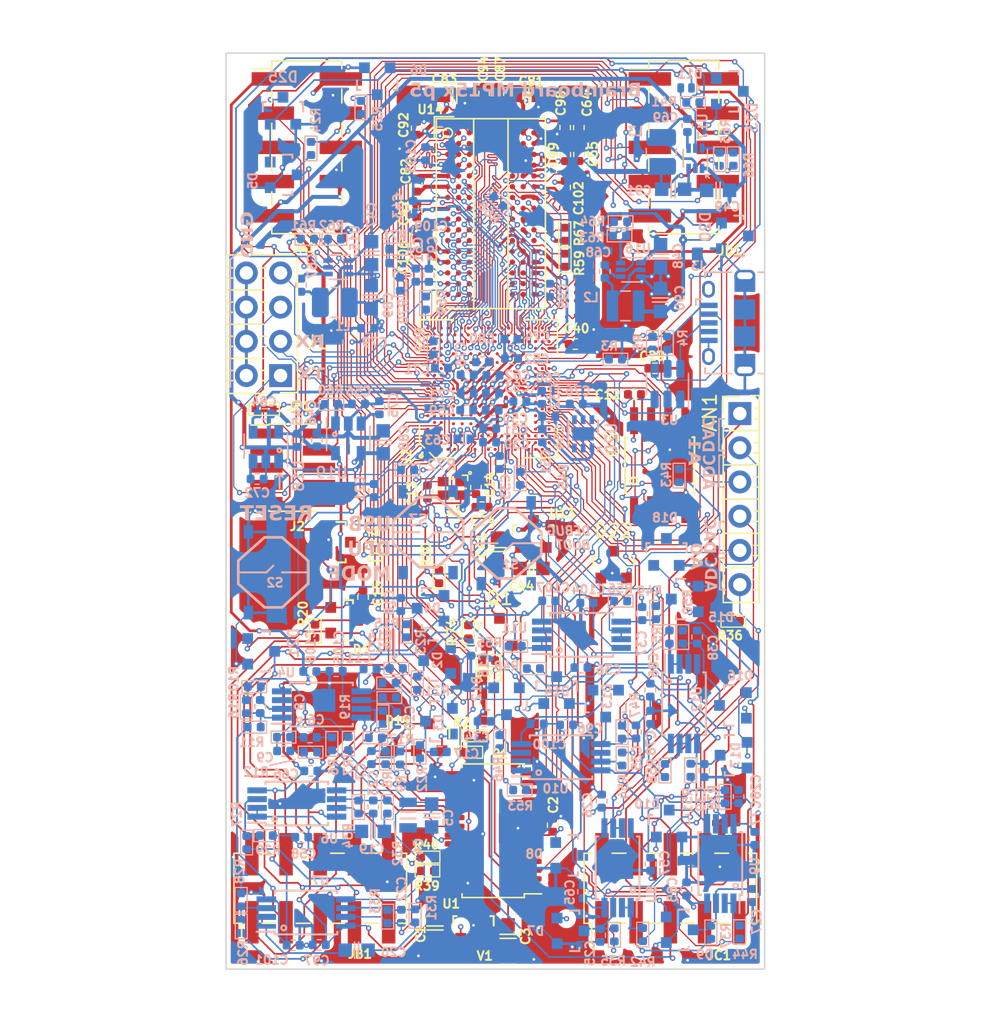
<source format=kicad_pcb>
(kicad_pcb (version 20240108) (generator "pcbnew") (generator_version "8.0")
  (layers (0 "F.Cu" signal) (1 "In1.Cu" signal) (2 "In2.Cu" signal) (31 "B.Cu" signal) (34 "B.Paste" user) (35 "F.Paste" user) (36 "B.SilkS" user "B.Silkscreen") (37 "F.SilkS" user "F.Silkscreen") (38 "B.Mask" user) (39 "F.Mask" user) (44 "Edge.Cuts" user))
  (net 0 "")
  (net 1 "+3V3")
  (net 2 "GND")
  (net 3 "Net-(AN1-Pin_4)")
  (net 4 "/D0")
  (net 5 "/VCOM")
  (net 6 "/D1")
  (net 7 "VDD_CORE")
  (net 8 "VDD")
  (net 9 "/D2")
  (net 10 "/NRST")
  (net 11 "/D3")
  (net 12 "VDD_DDR")
  (net 13 "/NRST_CORE")
  (net 14 "VDDA_1V8")
  (net 15 "Net-(U2D-VDDA1V1_REG)")
  (net 16 "Net-(U2B-PH0-OSC_IN)")
  (net 17 "Net-(U2B-PH1-OSC_OUT)")
  (net 18 "+12V")
  (net 19 "GNDADC")
  (net 20 "VREF+")
  (net 21 "VREF_DDR")
  (net 22 "VDDA")
  (net 23 "GNDA")
  (net 24 "Net-(AN1-Pin_6)")
  (net 25 "/IN-L")
  (net 26 "Net-(C6-Pad1)")
  (net 27 "Net-(C6-Pad2)")
  (net 28 "VDD_USB")
  (net 29 "/IN-R")
  (net 30 "+5VA")
  (net 31 "Net-(C7-Pad1)")
  (net 32 "Net-(C7-Pad2)")
  (net 33 "Net-(U4A--)")
  (net 34 "Net-(U4A-+)")
  (net 35 "Net-(U4B--)")
  (net 36 "-12VA")
  (net 37 "Net-(U4B-+)")
  (net 38 "/A0")
  (net 39 "/D14")
  (net 40 "/D15")
  (net 41 "/D16")
  (net 42 "/D4")
  (net 43 "/D17")
  (net 44 "/D5")
  (net 45 "/D18")
  (net 46 "/D19")
  (net 47 "/D7")
  (net 48 "/D8")
  (net 49 "/D9")
  (net 50 "/D10")
  (net 51 "/D11")
  (net 52 "/D12")
  (net 53 "/A1")
  (net 54 "Net-(C19-Pad1)")
  (net 55 "Net-(U6A--)")
  (net 56 "Net-(C20-Pad1)")
  (net 57 "/UART_TX")
  (net 58 "/UART_RX")
  (net 59 "/DEBUG2")
  (net 60 "/DEBUG3")
  (net 61 "Net-(U7A--)")
  (net 62 "/AUDIO_OUT2")
  (net 63 "/AUDIO_OUT1")
  (net 64 "/AUDIO_IN2")
  (net 65 "/AUDIO_IN1")
  (net 66 "/A2")
  (net 67 "/A3")
  (net 68 "/A4")
  (net 69 "/A5")
  (net 70 "/A6")
  (net 71 "/A7")
  (net 72 "/A8")
  (net 73 "/A9")
  (net 74 "/D-IN0")
  (net 75 "/D-IN1")
  (net 76 "Net-(C22-Pad1)")
  (net 77 "Net-(U7B--)")
  (net 78 "Net-(C23-Pad1)")
  (net 79 "/D-IN2")
  (net 80 "Net-(U6B--)")
  (net 81 "/D-IN3")
  (net 82 "/ADC-IN0_DAC-OUT0")
  (net 83 "/ADC-IN1_DAC-OUT1")
  (net 84 "/ADC-IN4")
  (net 85 "/ADC-IN5")
  (net 86 "/ADC-IN6")
  (net 87 "/D-IN10")
  (net 88 "/ADC-IN7")
  (net 89 "Net-(D9-AK)")
  (net 90 "/D-IN12")
  (net 91 "/ADC-IN8")
  (net 92 "/ADC-IN9")
  (net 93 "Net-(D10-AK)")
  (net 94 "Net-(D12-AK)")
  (net 95 "Net-(D13-AK)")
  (net 96 "/SAI_MCLK")
  (net 97 "/SAI_SD_B")
  (net 98 "/SAI_FS")
  (net 99 "/SAI_SCK")
  (net 100 "/SAI_SD_A")
  (net 101 "/PWR_ONRST")
  (net 102 "/JTMS_SWDIO")
  (net 103 "/JTCK_SWCLK")
  (net 104 "/JTDO_SWO")
  (net 105 "Net-(D14-AK)")
  (net 106 "/JTDI")
  (net 107 "Net-(D16-AK)")
  (net 108 "Net-(D17-AK)")
  (net 109 "Net-(U19-EN)")
  (net 110 "Net-(U15-SW)")
  (net 111 "/USB_VBUS")
  (net 113 "/USB_VBUS_JACK")
  (net 114 "/USB_RREF")
  (net 115 "/DDR_CKE")
  (net 116 "/DDR_RESETN")
  (net 117 "/DDR_CLK_N")
  (net 118 "/DDR_CLK_P")
  (net 119 "Net-(U2E-DDR_ZQ)")
  (net 120 "Net-(U15-BST)")
  (net 121 "/PWR_ON")
  (net 122 "Net-(U16-SW)")
  (net 123 "Net-(U16-BST)")
  (net 124 "Net-(U17-SW)")
  (net 125 "Net-(U17-BST)")
  (net 126 "Net-(U18-Noise)")
  (net 127 "Net-(U19-Noise)")
  (net 128 "/BOOT0")
  (net 130 "Net-(J2-Pin_10)")
  (net 131 "/DDR_DQ11")
  (net 132 "/DDR_DQ12")
  (net 134 "/FLASH_CS")
  (net 135 "/USB_HS_DM")
  (net 137 "/FLASH_IO2")
  (net 139 "/DDR_DQS1_P")
  (net 140 "/DDR_DQM1")
  (net 141 "/DDR_DQ15")
  (net 145 "/USB_HS_DP")
  (net 146 "/FLASH_IO1")
  (net 147 "/FLASH_IO0")
  (net 149 "/CODEC_RESET")
  (net 153 "/DDR_DQ9")
  (net 154 "/DDR_DQS1_N")
  (net 155 "/DDR_DQ14")
  (net 157 "/FLASH_IO3")
  (net 160 "/DDR_DQ10")
  (net 161 "/DDR_DQ13")
  (net 162 "/DDR_A8")
  (net 163 "/DDR_DQ8")
  (net 164 "/RIN+")
  (net 165 "/RIN-")
  (net 166 "/DDR_A4")
  (net 167 "/LIN+")
  (net 168 "/LIN-")
  (net 171 "/DDR_BA1")
  (net 173 "/DDR_A11")
  (net 174 "/DDR_A14")
  (net 176 "/DDR_A1")
  (net 177 "/DDR_A12")
  (net 178 "/DDR_A10")
  (net 183 "/DDR_CASN")
  (net 184 "/DDR_WEN")
  (net 185 "/DDR_CSN")
  (net 186 "/DDR_ODT")
  (net 187 "/DDR_BA2")
  (net 188 "/DDR_BA0")
  (net 189 "/DDR_A0")
  (net 192 "/DDR_A3")
  (net 193 "/DDR_A2")
  (net 195 "/DDR_A9")
  (net 196 "/DDR_A13")
  (net 197 "/DDR_DQ5")
  (net 198 "/DDR_DQ4")
  (net 201 "/DDR_DQ6")
  (net 202 "/DDR_DQ2")
  (net 203 "/DDR_DQM0")
  (net 210 "/DDR_DQS0_P")
  (net 211 "/DDR_DQS0_N")
  (net 212 "/DDR_DQ7")
  (net 213 "/DDR_DQ3")
  (net 214 "/JTRST")
  (net 222 "/DDR_DQ1")
  (net 223 "/DDR_DQ0")
  (net 227 "/FLASH_CLK")
  (net 230 "/DDR_A6")
  (net 232 "/DDR_RASN")
  (net 235 "/DDR_A5")
  (net 243 "/DDR_A7")
  (net 249 "Net-(J3-D-)")
  (net 250 "Net-(J3-D+)")
  (net 252 "Net-(C8-Pad1)")
  (net 253 "Net-(C10-Pad1)")
  (net 254 "Net-(U7A-+)")
  (net 255 "Net-(U6A-+)")
  (net 256 "Net-(U9A--)")
  (net 257 "Net-(U9B--)")
  (net 258 "Net-(U8B--)")
  (net 259 "Net-(U8A--)")
  (net 260 "Net-(U10A--)")
  (net 261 "Net-(U10B--)")
  (net 262 "Net-(U11A--)")
  (net 263 "Net-(U11B--)")
  (net 264 "Net-(U12A--)")
  (net 265 "Net-(U12B--)")
  (net 266 "Net-(U14-ZQ)")
  (net 267 "Net-(U15-FB)")
  (net 268 "Net-(U16-FB)")
  (net 269 "Net-(U17-FB)")
  (net 274 "Net-(AN1-Pin_1)")
  (net 275 "Net-(AN1-Pin_3)")
  (net 279 "Net-(D15-AK)")
  (net 282 "/I2C2_SDA")
  (net 283 "/I2C2_SCL")
  (net 289 "/BOOT2")
  (net 290 "/D6")
  (net 291 "/D13")
  (net 294 "/ADC-IN2")
  (net 295 "/ADC-IN3")
  (net 296 "Net-(Q1-B)")
  (net 297 "/DFU_BOOT")
  (footprint "4ms_Package_SOT:SOT23-3_PO132" (layer "F.Cu") (at 204.36 106.99924)
    (property "Reference" "D19")
    (property "Value" "BAT54S")
  )
  (footprint "4ms_Capacitor:C_0402" (layer "F.Cu") (at 203.43 67.926779 90)
    (property "Reference" "C42")
    (property "Value" "100nF_0402_16V")
  )
  (footprint "4ms_Capacitor:C_0402" (layer "F.Cu") (at 213.53 113.53 90)
    (property "Reference" "C2")
    (property "Value" "100nF_0402_16V")
  )
  (footprint "4ms_Package_SOT:SOT23-3_PO132" (layer "F.Cu") (at 197.51 92.52 -90)
    (property "Reference" "D24")
    (property "Value" "BAT54S")
  )
  (footprint "4ms_Resistor:R_0402" (layer "F.Cu") (at 204.24 115.9)
    (property "Reference" "R40")
    (property "Value" "1k_0402")
  )
  (footprint "Connector_PinHeader_2.54mm:PinHeader_2x05_P2.54mm_Vertical_SMD" (layer "F.Cu") (at 195.269993 63.210008)
    (property "Reference" "JA1")
    (property "Value" "Pins_02x05_P2.54mm_SMT")
  )
  (footprint "4ms_Capacitor:C_0402" (layer "F.Cu") (at 214.46 61.736779 -90)
    (property "Reference" "C98")
    (property "Value" "100nF_0402_16V")
  )
  (footprint "4ms_SolderJumper:NetTie-2_SMD_Pad0.16mm_6mil" (layer "F.Cu") (at 209.58 95.41 -90)
    (property "Reference" "NT2" (hide yes))
    (property "Value" "NetTie_2" (hide yes))
  )
  (footprint "4ms_SolderJumper:JUMPER_SMD_1x3_tiny" (layer "F.Cu") (at 192.1 82.62 180)
    (property "Reference" "JP1")
    (property "Value" "SolderJumper_3_Bridged12" (hide yes))
  )
  (footprint "4ms_Capacitor:C_0603" (layer "F.Cu") (at 210.22 121.78 -90)
    (property "Reference" "C3")
    (property "Value" "10uF_0603_10V")
  )
  (footprint "4ms_Resistor:R_0402" (layer "F.Cu") (at 214.43 69.656779 90)
    (property "Reference" "R67")
    (property "Value" "10k_0402")
  )
  (footprint "4ms_Capacitor:C_0603" (layer "F.Cu") (at 211.62 59.356779 180)
    (property "Reference" "C81")
    (property "Value" "10uF_0603_10V" (hide yes))
  )
  (footprint "4ms_Capacitor:C_0402" (layer "F.Cu") (at 204.23 88.79 -90)
    (property "Reference" "C13")
    (property "Value" "6.8pF_0402_25V")
  )
  (footprint "4ms_Capacitor:C_0402" (layer "F.Cu") (at 215.47346 61.741859 90)
    (property "Reference" "C64")
    (property "Value" "100nF_0402_16V")
  )
  (footprint "4ms_Resistor:R_0402" (layer "F.Cu") (at 226.95 98.38)
    (property "Reference" "R36")
    (property "Value" "10k_0402")
  )
  (footprint "4ms_Capacitor:C_0402" (layer "F.Cu") (at 215.49 63.736779 -90)
    (property "Reference" "C55")
    (property "Value" "1uF_0402_25V")
  )
  (footprint "4ms_Resistor:R_0402" (layer "F.Cu") (at 207.27 99.18 90)
    (property "Reference" "R74")
    (property "Value" "10k_0402")
  )
  (footprint "4ms_Package_QFP:TFBGA-257_10x10mm_perP0.5_cntrP0.65" (layer "F.Cu") (at 208.76 81.13 90)
    (property "Reference" "U2")
    (property "Value" "STM32MP15xxAD")
  )
  (footprint "4ms_Capacitor:C_0603" (layer "F.Cu") (at 206.26 59.346779 180)
    (property "Reference" "C83")
    (property "Value" "10uF_0603_10V" (hide yes))
  )
  (footprint "4ms_Crystal:Crystal_2.0x1.6mm_4pin" (layer "F.Cu") (at 206.045006 88.526792 180)
    (property "Reference" "X1")
    (property "Value" "24MHz_8pF_2x1.6mm" (hide yes))
  )
  (footprint "4ms_Capacitor:C_0402" (layer "F.Cu") (at 208.28 89.92)
    (property "Reference" "C24")
    (property "Value" "10nF_0402_16V")
  )
  (footprint "4ms_Resistor:R_0402" (layer "F.Cu") (at 208.77 101.31 180)
    (property "Reference" "R73")
    (property "Value" "100k_0402")
  )
  (footprint "4ms_Resistor:R_0402" (layer "F.Cu") (at 195.89 99.13 90)
    (property "Reference" "R20")
    (property "Value" "2k_0402")
  )
  (footprint "Connector_PinHeader_2.54mm:PinHeader_2x05_P2.54mm_Vertical_SMD" (layer "F.Cu") (at 196.269991 118.21 90)
    (property "Reference" "JB1")
    (property "Value" "Pins_02x05_P2.54mm_SMT")
  )
  (footprint "4ms_Resistor:R_0402" (layer "F.Cu") (at 207.74 106.89)
    (property "Reference" "R2")
    (property "Value" "4.7k_0402")
  )
  (footprint "4ms_Resistor:R_0402" (layer "F.Cu") (at 205.09 95.08 90)
    (property "Reference" "R30")
    (property "Value" "10k_0402")
  )
  (footprint "4ms_Capacitor:C_0402" (layer "F.Cu") (at 214.45 66.186779 -90)
    (property "Reference" "C102")
    (property "Value" "100nF_0402_16V")
  )
  (footprint "4ms_Resistor:R_0402" (layer "F.Cu") (at 204.23 116.92)
    (property "Reference" "R39")
    (property "Value" "1k_0402")
  )
  (footprint "4ms_Capacitor:C_0402" (layer "F.Cu") (at 208.44 59.196779 90)
    (property "Reference" "C94")
    (property "Value" "100nF_0402_16V")
  )
  (footprint "4ms_Capacitor:C_0402" (layer "F.Cu") (at 199.45 96.61 90)
    (property "Reference" "C15")
    (property "Value" "10nF_0402_16V")
  )
  (footprint "4ms_Capacitor:C_0402" (layer "F.Cu") (at 207.83346 88.456859 90)
    (property "Reference" "C14")
    (property "Value" "6.8pF_0402_25V")
  )
  (footprint "Connector_PinHeader_2.54mm:PinHeader_2x05_P2.54mm_Vertical_SMD" (layer "F.Cu") (at 222.270015 118.21 90)
    (property "Reference" "JC1")
    (property "Value" "Pins_02x05_P2.54mm_SMT")
  )
  (footprint "4ms_Package_SOT:SOT23-3_PO132" (layer "F.Cu") (at 212.1 91.90924)
    (property "Reference" "U13")
    (property "Value" "NCP51460SN33")
  )
  (footprint "4ms_Capacitor:C_0402" (layer "F.Cu") (at 219.605 81.55)
    (property "Reference" "C12")
    (property "Value" "100nF_0402_16V")
  )
  (footprint "4ms_Package_QFP:FBGA-96_Layout2x3x16_Body8x14_P0.8mm" (layer "F.Cu") (at 208.9396 68.131)
    (property "Reference" "U14")
    (property "Value" "DDR3L-RAM-4Gb_MT41K256M16TW" (hide yes))
  )
  (footprint "4ms_Capacitor:C_0402" (layer "F.Cu") (at 215.21 77.812779 180)
    (property "Reference" "C40")
    (property "Value" "100nF_0402_16V")
  )
  (footprint "4ms_Resistor:R_0402" (layer "F.Cu") (at 207.41 108.11)
    (property "Reference" "R1")
    (property "Value" "4.7k_0402")
  )
  (footprint "4ms_Capacitor:C_0402" (layer "F.Cu") (at 221.12 79.61 180)
    (property "Reference" "C29")
    (property "Value" "2.2uF_0402_6.3V")
  )
  (footprint "4ms_Capacitor:C_0402" (layer "F.Cu") (at 203.43 66.006779 -90)
    (property "Reference" "C82")
    (property "Value" "100nF_0402_16V")
  )
  (footprint "Package_SO:TSSOP-28_4.4x9.7mm_P0.65mm" (layer "F.Cu") (at 209.11 113.94 180)
    (property "Reference" "U1")
    (property "Value" "PCM3060PW")
  )
  (footprint "4ms_Capacitor:C_0603" (layer "F.Cu") (at 204.79 121.16 -90)
    (property "Reference" "C1")
    (property "Value" "2.2uF_0603_25V")
  )
  (footprint "4ms_Capacitor:C_0402" (layer "F.Cu") (at 214.47126 63.746459 90)
    (property "Reference" "C99")
    (property "Value" "100nF_0402_16V")
  )
  (footprint "4ms_Capacitor:C_0402" (layer "F.Cu") (at 209.5 59.196779 -90)
    (property "Reference" "C87")
    (property "Value" "100nF_0402_16V")
  )
  (footprint "Connector_PinHeader_2.54mm:PinHeader_2x05_P2.54mm_Vertical_SMD" (layer "F.Cu") (at 223.270013 63.210008)
    (property "Reference" "JD1")
    (property "Value" "Pins_02x05_P2.54mm_SMT")
  )
  (footprint "4ms_Connector:Pins_2x05_1.27mm_SMD" (layer "F.Cu") (at 194.22 86.99)
    (property "Reference" "J2")
    (property "Value" "Pins_02x05_P1.27mm_SMT")
  )
  (footprint "4ms_Package_SOT:SOT23-3_PO132" (layer "F.Cu") (at 218.06 94.18)
    (property "Reference" "D22")
    (property "Value" "BAT54S")
  )
  (footprint "4ms_Package_SOT:SOT23-3_PO132" (layer "F.Cu") (at 209.58 99.17)
    (property "Reference" "Q1")
    (property "Value" "MMBT3904")
  )
  (footprint "4ms_Capacitor:C_0402" (layer "F.Cu") (at 203.43 61.786779 90)
    (property "Reference" "C92")
    (property "Value" "100nF_0402_16V")
  )
  (footprint "4ms_Connector:Pins_2x04_P2.54mm_Horizontal_CroppedSilk" (layer "F.Cu") (at 192.05 76.34 180)
    (property "Reference" "J1")
    (property "Value" "Pins_02x04_RightAngle_P2.54mm_TH")
  )
  (footprint "4ms_Capacitor:C_0603" (layer "F.Cu") (at 211.958 94.471 180)
    (property "Reference" "C44")
    (property "Value" "10uF_0603_10V")
  )
  (footprint "4ms_Capacitor:C_0402" (layer "F.Cu") (at 203.44 70.456779 90)
    (property "Reference" "C106")
    (property "Value" "100nF_0402_16V")
  )
  (footprint "4ms_Capacitor:C_0603" (layer "F.Cu") (at 209.43 93.07 -90)
    (property "Reference" "C41")
    (property "Value" "2.2uF_0603_25V")
  )
  (footprint "4ms_Package_SOT:SOT23-3_PO132" (layer "F.Cu") (at 207.65 120.93)
    (property "Reference" "V1")
    (property "Value" "AP2120N-5.0TRG1")
  )
  (footprint "4ms_Resistor:R_0402" (layer "F.Cu") (at 214.45 71.586779 90)
    (property "Reference" "R59")
    (property "Value" "240Ω_0402")
  )
  (footprint "4ms_Package_SOIC:SOIC-8_5.28x4.9mm_Pitch1.27mm" (layer "F.Cu") (at 221.48 86.8 90)
    (property "Reference" "U5")
    (property "Value" "NORFLASH_W25Q128JV")
  )
  (footprint "4ms_Connector:Pins_1x06_P2.54mm_Horizontal_TH_CroppedSilk" (layer "F.Cu") (at 227.43 89.32)
    (property "Reference" "AN1")
    (property "Value" "Pins_01x06_RightAngle_P2.54mm_TH")
  )
  (footprint "4ms_Package_SOT:SOT23-3_PO132" (layer "F.Cu") (at 198.048296 98.316448 -90)
    (property "Reference" "D1")
    (property "Value" "BAT54S")
  )
  (footprint "4ms_SolderJumper:NetTie-2_SMD_Pad0.16mm_6mil" (layer "F.Cu") (at 207.74 114.63)
    (property "Reference" "NT1" (hide yes))
    (property "Value" "NetTie_2" (hide yes))
  )
  (footprint "4ms_Capacitor:C_0603" (layer "B.Cu") (at 222.479 66.318 180)
    (property "Reference" "C91")
    (property "Value" "22uF_0603_6.3V")
  )
  (footprint "4ms_Capacitor:C_0402" (layer "B.Cu") (at 223.535 61.585 -90)
    (property "Reference" "C69")
    (property "Value" "100nF_0402_16V")
  )
  (footprint "4ms_Capacitor:C_0402" (layer "B.Cu") (at 199.794 76.637)
    (property "Reference" "C79")
    (property "Value" "1uF_0402_25V")
  )
  (footprint "4ms_Resistor:R_0402" (layer "B.Cu") (at 200.36 107.04)
    (property "Reference" "R17")
    (property "Value" "24k_0402")
  )
  (footprint "4ms_Package_SOT:SOT23-3_PO132" (layer "B.Cu") (at 223.34 96.74 -90)
    (property "Reference" "D15")
    (property "Value" "BAT54S")
  )
  (footprint "4ms_Capacitor:C_0402" (layer "B.Cu") (at 208.44 105.82 180)
    (property "Reference" "C34")
    (property "Value" "10nF_0402_16V")
  )
  (footprint "4ms_Package_SSOP:TSSOP-8_4.4x3mm_Pitch0.65mm" (layer "B.Cu") (at 194.53 111.92)
    (property "Reference" "U6")
    (property "Value" "NJM2068")
  )
  (footprint "4ms_Package_SOT:SOT23-3_PO132" (layer "B.Cu") (at 214.86 121.37 90)
    (property "Reference" "D7")
    (property "Value" "BAT54S")
  )
  (footprint "4ms_Resistor:R_0402" (layer "B.Cu") (at 195.55 108.11)
    (property "Reference" "R12")
    (property "Value" "24k_0402")
  )
  (footprint "4ms_Resistor:R_0402" (layer "B.Cu") (at 223.191832 99.559872 -90)
    (property "Reference" "R50")
    (property "Value" "10k_0402")
  )
  (footprint "4ms_Capacitor:C_0603" (layer "B.Cu") (at 200.180696 113.98976 180)
    (property "Reference" "C19")
    (property "Value" "2.2uF_0603_25V")
  )
  (footprint "4ms_Capacitor:C_0402" (layer "B.Cu") (at 196.018 84.925 -90)
    (property "Reference" "C46")
    (property "Value" "1uF_0402_25V")
  )
  (footprint "4ms_Resistor:R_0402" (layer "B.Cu") (at 191.36 106.25)
    (property "Reference" "R18" (hide yes))
    (property "Value" "1k_0402")
  )
  (footprint "4ms_Capacitor:C_0402" (layer "B.Cu") (at 195.57 109.5)
    (property "Reference" "C66")
    (property "Value" "100nF_0402_50V")
  )
  (footprint "4ms_Resistor:R_0402" (layer "B.Cu") (at 220.22 121.65 -90)
    (property "Reference" "R42")
    (property "Value" "68Ω_0402")
  )
  (footprint "Package_TO_SOT_SMD:SOT-23-6" (layer "B.Cu") (at 222.06 80.7875 90)
    (property "Reference" "U3")
    (property "Value" "USBLC6-2SC6")
  )
  (footprint "4ms_Resistor:R_0402" (layer "B.Cu") (at 222.04 77.7375 90)
    (property "Reference" "R4")
    (property "Value" "430k_0402")
  )
  (footprint "4ms_Capacitor:C_0402" (layer "B.Cu") (at 194.900696 114.41976 180)
    (property "Reference" "C58")
    (property "Value" "100nF_0402_50V")
  )
  (footprint "4ms_Resistor:R_0402" (layer "B.Cu") (at 210.75 100.24 180)
    (property "Reference" "R55")
    (property "Value" "68Ω_0402")
  )
  (footprint "4ms_Capacitor:C_0402" (layer "B.Cu") (at 224.26 99.56 90)
    (property "Reference" "C38")
    (property "Value" "10nF_0402_16V")
  )
  (footprint "4ms_Resistor:R_0402" (layer "B.Cu") (at 191.37 103.24 180)
    (property "Reference" "R10")
    (property "Value" "10k_0402")
  )
  (footprint "4ms_Resistor:R_0402" (layer "B.Cu") (at 225.93 64.093 -90)
    (property "Reference" "R65")
    (property "Value" "6.8k_0402")
  )
  (footprint "4ms_Resistor:R_0402" (layer "B.Cu") (at 197.32 70.03 180)
    (property "Reference" "R62")
    (property "Value" "20k_0402")
  )
  (footprint "4ms_Package_SOT:SOT23-3_PO132" (layer "B.Cu") (at 193.55 65.25 90)
    (property "Reference" "D5")
    (property "Value" "BAT54S")
  )
  (footprint "4ms_Capacitor:C_0402" (layer "B.Cu") (at 217.17 111.74 90)
    (property "Reference" "C26")
    (property "Value" "10nF_0402_16V")
  )
  (footprint "4ms_Package_SSOP:TSSOP-8_4.4x3mm_Pitch0.65mm" (layer "B.Cu") (at 225.979736 116.373656 90)
    (property "Reference" "U9")
    (property "Value" "NJM2068")
  )
  (footprint "4ms_Resistor:R_0402" (layer "B.Cu") (at 218.11 121.67 90)
    (property "Reference" "R35")
    (property "Value" "10k_0402")
  )
  (footprint "4ms_Resistor:R_0402" (layer "B.Cu") (at 201.4 104.05)
    (property "Reference" "R13")
    (property "Value" "10k_0402")
  )
  (footprint "4ms_Resistor:R_0402" (layer "B.Cu") (at 199.110696 112.17976 90)
    (property "Reference" "R34")
    (property "Value" "14k_0402")
  )
  (footprint "4ms_Capacitor:C_0402" (layer "B.Cu") (at 207.14682 82.717939 180)
    (property "Reference" "C59")
    (property "Value" "1uF_0402_25V")
  )
  (footprint "4ms_Package_SOT:SOT23-3_PO132" (layer "B.Cu") (at 214.755984 115.769136 90)
    (property "Reference" "D8")
    (property "Value" "BAT54S")
  )
  (footprint "4ms_Resistor:R_0402" (layer "B.Cu") (at 197.096 82.278)
    (property "Reference" "R60")
    (property "Value" "100k_0402")
  )
  (footprint "4ms_Resistor:R_0402" (layer "B.Cu") (at 223.94 59.87902 180)
    (property "Reference" "R41")
    (property "Value" "10k_0402")
  )
  (footprint "Inductor_SMD:L_1008_2520Metric" (layer "B.Cu") (at 197.35 74.72)
    (property "Reference" "L1")
    (property "Value" "1uH_3.2A_2520")
  )
  (footprint "4ms_Package_SOT:SOT23-3_PO132" (layer "B.Cu") (at 226.963224 108.332016 -90)
    (property "Reference" "D17")
    (property "Value" "BAT54S")
  )
  (footprint "4ms_Resistor:R_0402" (layer "B.Cu") (at 211.12 87.78 90)
    (property "Reference" "R45")
    (property "Value" "68Ω_0402")
  )
  (footprint "4ms_Capacitor:C_0402" (layer "B.Cu") (at 196.19 122.42 180)
    (property "Reference" "C97")
    (property "Value" "100nF_0402_50V")
  )
  (footprint "4ms_Capacitor:C_0402" (layer "B.Cu") (at 216.07 97.03 180)
    (property "Reference" "C104")
    (property "Value" "100nF_0402_50V")
  )
  (footprint "4ms_Package_SSOP:TSSOP-8_4.4x3mm_Pitch0.65mm" (layer "B.Cu") (at 215.67 99.395)
    (property "Reference" "U11")
    (property "Value" "NJM2068")
  )
  (footprint "4ms_Capacitor:C_0402" (layer "B.Cu") (at 200.07 108.51 -90)
    (property "Reference" "C7")
    (property "Value" "820pF_0402_10v")
  )
  (footprint "4ms_Resistor:R_0402" (layer "B.Cu") (at 193.54 106.99)
    (property "Reference" "R11")
    (property "Value" "10k_0402")
  )
  (footprint "4ms_Package_SOT:SOT23-3_PO132" (layer "B.Cu") (at 226.917504 104.635808 -90)
    (property "Reference" "D16")
    (property "Value" "BAT54S")
  )
  (footprint "4ms_Capacitor:C_0402" (layer "B.Cu") (at 210.476 78.884779 180)
    (property "Reference" "C52")
    (property "Value" "1uF_0402_25V")
  )
  (footprint "4ms_Package_SOT:SOT-563" (layer "B.Cu") (at 197.598 72.112 180)
    (property "Reference" "U15")
    (property "Value" "AP6230xZ6")
  )
  (footprint "4ms_Resistor:R_0402" (layer "B.Cu") (at 195.32 70.02 180)
    (property "Reference" "R61")
    (property "Value" "10k_0402")
  )
  (footprint "4ms_Capacitor:C_0402" (layer "B.Cu") (at 227.34 111.405 90)
    (property "Reference" "C28")
    (property "Value" "10nF_0402_16V")
  )
  (footprint "4ms_Package_SSOP:TSSOP-8_4.4x3mm_Pitch0.65mm" (layer "B.Cu") (at 223.28 104.51 -90)
    (property "Reference" "U12")
    (property "Value" "NJM2068")
  )
  (footprint "4ms_Capacitor:C_0402" (layer "B.Cu") (at 191.81 104.72 90)
    (property "Reference" "C8")
    (property "Value" "180pF_0402_25V")
  )
  (footprint "4ms_Switch:Button_Tact_PTS526" (layer "B.Cu") (at 210.08 92.6 90)
    (property "Reference" "S1")
    (property "Value" "SW_Push_PTS526 SM15 SMTR2 LFS" (hide yes))
  )
  (footprint "4ms_Resistor:R_0402" (layer "B.Cu") (at 201.27 120.32 90)
    (property "Reference" "R33")
    (property "Value" "14k_0402")
  )
  (footprint "4ms_Capacitor:C_0402" (layer "B.Cu") (at 199.102 82.25)
    (property "Reference" "C56")
    (property "Value" "100nF_0402_50V")
  )
  (footprint "4ms_Resistor:R_0402" (layer "B.Cu") (at 200.92 105.52 90)
    (property "Reference" "R19")
    (property "Value" "1k_0402")
  )
  (footprint "4ms_Resistor:R_0402" (layer "B.Cu") (at 218.575 68.731)
    (property "Reference" "R64")
    (property "Value" "10k_0402")
  )
  (footprint "4ms_Package_SOT:SOT23-3_PO132" (layer "B.Cu") (at 226.69 59.05 90)
    (property "Reference" "D23")
    (property "Value" "BAT54S")
  )
  (footprint "4ms_Capacitor:C_0402" (layer "B.Cu") (at 203.36208 72.695099 -90)
    (property "Reference" "C61")
    (property "Value" "100nF_0402_16V")
  )
  (footprint "4ms_Resistor:R_0402" (layer "B.Cu") (at 212.1 101.9)
    (property "Reference" "R48")
    (property "Value" "10k_0402")
  )
  (footprint "4ms_Resistor:R_0402" (layer "B.Cu") (at 222.92 87.58 90)
    (property "Reference" "R43")
    (property "Value" "68Ω_0402")
  )
  (footprint "4ms_Package_SOT:SOT23-3_PO132" (layer "B.Cu") (at 227.07 69.78 90)
    (property "Reference" "D20")
    (property "Value" "BAT54S")
  )
  (footprint "4ms_Resistor:R_0402" (layer "B.Cu") (at 190.393486 119.06944 90)
    (property "Reference" "R28")
    (property "Value" "1M_0402")
  )
  (footprint "4ms_Package_SSOP:TSSOP-8_4.4x3mm_Pitch0.65mm" (layer "B.Cu") (at 218.35 116.69 90)
    (property "Reference" "U8")
    (property "Value" "NJM2068")
  )
  (footprint "4ms_Resistor:R_0402" (layer "B.Cu") (at 197.13 107.49 90)
    (property "Reference" "R6")
    (property "Value" "10k_0402")
  )
  (footprint "4ms_Capacitor:C_0402" (layer "B.Cu") (at 213.24 96.87)
    (property "Reference" "C107")
    (property "Value" "100nF_0402_50V")
  )
  (footprint "4ms_Capacitor:C_0402" (layer "B.Cu") (at 211.096 82.078779 180)
    (property "Reference" "C60")
    (property "Value" "1uF_0402_25V")
  )
  (footprint "4ms_Capacitor:C_0402" (layer "B.Cu") (at 212.72 81.766779 90)
    (property "Reference" "C32")
    (property "Value" "2.2uF_0402_6.3V")
  )
  (footprint "4ms_Resistor:R_0402" (layer "B.Cu") (at 218.58 96.89)
    (property "Reference" "R56")
    (property "Value" "68Ω_0402")
  )
  (footprint "4ms_Capacitor:C_0402" (layer "B.Cu") (at 194.26 122.44)
    (property "Reference" "C101")
    (property "Value" "100nF_0402_50V")
  )
  (footprint "4ms_Package_SOT:SOT23-3_PO132" (layer "B.Cu") (at 222.969736 121.293656 90)
    (property "Reference" "D9")
    (property "Value" "BAT54S")
  )
  (footprint "4ms_Capacitor:C_0603" (layer "B.Cu") (at 200.057 74.322 -90)
    (property "Reference" "C89")
    (property "Value" "22uF_0603_6.3V")
  )
  (footprint "4ms_Capacitor:C_0402" (layer "B.Cu") (at 194.842 73.441 90)
    (property "Reference" "C67")
    (property "Value" "100nF_0402_16V")
  )
  (footprint "4ms_Capacitor:C_0402" (layer "B.Cu") (at 217.406 72.42 90)
    (property "Reference" "C68")
    (property "Value" "100nF_0402_16V")
  )
  (footprint "4ms_Capacitor:C_0402" (layer "B.Cu") (at 219.72 106.605 90)
    (property "Reference" "C35")
    (property "Value" "10nF_0402_16V")
  )
  (footprint "4ms_Resistor:R_0402" (layer "B.Cu") (at 198.36 107.47 90)
    (property "Reference" "R7")
    (property "Value" "10k_0402")
  )
  (footprint "4ms_Capacitor:C_0402" (layer "B.Cu") (at 191.58 87.83)
    (property "Reference" "C72")
    (property "Value" "100nF_0402_50V")
  )
  (footprint "4ms_Resistor:R_0402" (layer "B.Cu") (at 201.38 102.98)
    (property "Reference" "R14")
    (property "Value" "10k_0402")
  )
  (footprint "4ms_Resistor:R_0402" (layer "B.Cu") (at 203.475784 102.987416 90)
    (property "Reference" "R21")
    (property "Value" "2k_0402")
  )
  (footprint "4ms_Capacitor:C_0402" (layer "B.Cu") (at 210.43 77.446779)
    (property "Reference" "C74")
    (property "Value" "3.3nF_0402_16V")
  )
  (footprint "4ms_Capacitor:C_0402" (layer "B.Cu") (at 206.94 84.846779)
    (property "Reference" "C63")
    (property "Value" "1uF_0402_25V")
  )
  (footprint "4ms_Capacitor:C_0402" (layer "B.Cu") (at 220.79 105.52 90)
    (property "Reference" "C78")
    (property "Value" "100nF_0402_50V")
  )
  (footprint "4ms_Capacitor:C_0402" (layer "B.Cu") (at 224.79 109.475 -90)
    (property "Reference" "C39")
    (property "Value" "10nF_0402_16V")
  )
  (footprint "4ms_Package_SOT:SOT-563" (layer "B.Cu") (at 219.3245 72.299 180)
    (property "Reference" "U16")
    (property "Value" "AP6230xZ6")
  )
  (footprint "4ms_Capacitor:C_0402" (layer "B.Cu") (at 202.29 120.29 90)
    (property "Reference" "C22")
    (property "Value" "220pF_0402_50V")
  )
  (footprint "4ms_Capacitor:C_0402" (layer "B.Cu") (at 207.45 100.46 -90)
    (property "Reference" "C16")
    (property "Value" "10nF_0402_16V")
  )
  (footprint "4ms_Capacitor:C_0402" (layer "B.Cu") (at 213.31 73.816779 90)
    (property "Reference" "C95")
    (property "Value" "100nF_0402_16V")
  )
  (footprint "4ms_Capacitor:C_0603" (layer "B.Cu") (at 200.943 85.108 -90)
    (property "Reference" "C88")
    (property "Value" "22uF_0603_6.3V")
  )
  (footprint "4ms_Package_SOT:SOT23-3_PO132" (layer "B.Cu") (at 204.95 101.31 -90)
    (property "Reference" "D2")
    (property "Value" "BAT54S")
  )
  (footprint "4ms_Resistor:R_0402" (layer "B.Cu") (at 218.19 78.94 180)
    (property "Reference" "R3")
    (property "Value" "3k_0402")
  )
  (footprint "4ms_Package_SOT:SOT23-3_PO132" (layer "B.Cu") (at 204.45924 97.42 -90)
    (property "Reference" "D4")
    (property "Value" "BAT54S")
  )
  (footprint "4ms_Resistor:R_0402" (layer "B.Cu") (at 226.95 64.085 90)
    (property "Reference" "R66")
    (property "Value" "10k_0402")
  )
  (footprint "4ms_Package_SOT:SOT23-3_PO132" (layer "B.Cu") (at 221.98 93.23924 180)
    (property "Reference" "D18")
    (property "Value" "BAT54S")
  )
  (footprint "4ms_Capacitor:C_0402" (layer "B.Cu") (at 214.56 106.08 180)
    (property "Reference" "C96")
    (property "Value" "100nF_0402_50V")
  )
  (footprint "4ms_Package_SOT:SOT23-3_PO132" (layer "B.Cu") (at 205.07924 105.81 -90)
    (property "Reference" "D3")
    (property "Value" "BAT54S")
  )
  (footprint "4ms_Capacitor:C_0603" (layer "B.Cu") (at 225.815 66.404)
    (property "Reference" "C49")
    (property "Value" "2.2uF_0603_25V")
  )
  (footprint "4ms_Capacitor:C_0402" (layer "B.Cu") (at 208.307 79.141779)
    (property "Reference" "C80")
    (property "Value" "3.3nF_0402_16V")
  )
  (footprint "4ms_Capacitor:C_0402" (layer "B.Cu") (at 192.11 83 180)
    (property "Reference" "C84")
    (property "Value" "4.7uF_0402_6.3V")
  )
  (footprint "4ms_Resistor:R_0402" (layer "B.Cu") (at 190.403486 121.03944 -90)
    (property "Reference" "R26")
    (property "Value" "1k_0402")
  )
  (footprint "4ms_Capacitor:C_0603" (layer "B.Cu") (at 221.547 71.282 90)
    (property "Reference" "C48")
    (property "Value" "2.2uF_0603_25V")
  )
  (footprint "4ms_Capacitor:C_0402" (layer "B.Cu") (at 208.85356 84.081919 180)
    (property "Reference" "C31")
    (property "Value" "1uF_0402_25V")
  )
  (footprint "4ms_Capacitor:C_0402" (layer "B.Cu") (at 213.239 83.196779 180)
    (property "Reference" "C54")
    (property "Value" "1uF_0402_25V")
  )
  (footprint "4ms_Capacitor:C_0402" (layer "B.Cu") (at 205.18 108.09)
    (property "Reference" "C17")
    (property "Value" "10nF_0402_16V")
  )
  (footprint "4ms_Resistor:R_0402" (layer "B.Cu") (at 227.419736 121.463656 -90)
    (property "Reference" "R44")
    (property "Value" "68Ω_0402")
  )
  (footprint "4ms_Capacitor:C_0402" (layer "B.Cu") (at 207.17956 81.453019 180)
    (property "Reference" "C73")
    (property "Value" "1uF_0402_25V")
  )
  (footprint "4ms_Resistor:R_0402" (layer "B.Cu") (at 203.31 120.26 -90)
    (property "Reference" "R31")
    (property "Value" "100k_0402")
  )
  (footprint "4ms_Diode:DFN-1006-2" (layer "B.Cu") (at 223.44 58.79902 180)
    (property "Reference" "D11")
    (property "Value" "BAT54LP")
  )
  (footprint "4ms_Capacitor:C_0402" (layer "B.Cu") (at 228.39 118.745 -90)
    (property "Reference" "C27")
    (property "Value" "10nF_0402_16V")
  )
  (footprint "4ms_Capacitor:C_0402" (layer "B.Cu") (at 207.1797 80.096659 180)
    (property "Reference" "C70")
    (property "Value" "1uF_0402_25V")
  )
  (footprint "4ms_Resistor:R_0402" (layer "B.Cu") (at 220.94 77.7325 -90)
    (property "Reference" "R5")
    (property "Value" "620k_0402")
  )
  (footprint "4ms_Capacitor:C_0402" (layer "B.Cu") (at 195.495 102.12)
    (property "Reference" "C108")
    (property "Value" "100nF_0402_50V")
  )
  (footprint "4ms_Package_SOT:SOT23-3_PO132" (layer "B.Cu") (at 191.88076 100.62 90)
    (property "Reference" "D21")
    (property "Value" "BAT54S")
  )
  (footprint "4ms_Resistor:R_0402" (layer "B.Cu") (at 202.2 108.54 90)
    (property "Reference" "R9")
    (property "Value" "10k_0402")
  )
  (footprint "4ms_Resistor:R_0402" (layer "B.Cu") (at 209.493593 67.216272 135)
    (property "Reference" "R68")
    (property "Value" "100Ω_0402")
  )
  (footprint "Connector_USB:USB_Micro-B_Amphenol_10118194_Horizontal" (layer "B.Cu") (at 226.505 76.24 -90)
    (property "Reference" "J3")
    (property "Value" "USB_B_Micro_10118194-0011LF")
  )
  (footprint "Inductor_SMD:L_1008_2520Metric" (layer "B.Cu") (at 221.591 63.551 -90)
    (property "Reference" "L3")
    (property "Value" "1uH_3.2A_2520")
  )
  (footprint "4ms_Capacitor:C_0402" (layer "B.Cu") (at 195.52 107.01 180)
    (property "Reference" "C6")
    (property "Value" "820pF_0402_10v")
  )
  (footprint "4ms_Switch:Button_Tact_PTS526" (layer "B.Cu") (at 192.78 94.76 -90)
    (property "Reference" "S2")
    (property "Value" "SW_Push_PTS526 SM15 SMTR2 LFS" (hide yes))
  )
  (footprint "4ms_Resistor:R_0402" (layer "B.Cu") (at 226.33 111.42 -90)
    (property "Reference" "R38")
    (property "Value" "10k_0402")
  )
  (footprint "4ms_Capacitor:C_0402" (layer "B.Cu") (at 209.59 86.6 90)
    (property "Reference" "C33")
    (property "Value" "1uF_0402_25V")
  )
  (footprint "4ms_Capacitor:C_0402" (layer "B.Cu") (at 217.06 121.7 -90)
    (property "Reference" "C25")
    (property "Value" "10nF_0402_16V")
  )
  (footprint "4ms_Capacitor:C_0402" (layer "B.Cu") (at 228.53 114.51 -90)
    (property "Reference" "C77")
    (property "Value" "100nF_0402_50V")
  )
  (footprint "4ms_Resistor:R_0402" (layer "B.Cu") (at 195.58 63.29 -90)
    (property "Reference" "R24")
    (property "Value" "2k_0402")
  )
  (footprint "4ms_Resistor:R_0402" (layer "B.Cu") (at 202.75 87.16 180)
    (property "Reference" "R72")
    (property "Value" "10k_0402")
  )
  (footprint "4ms_Capacitor:C_0603" (layer "B.Cu") (at 221.537 74.54 -90)
    (property "Reference" "C90")
    (property "Value" "22uF_0603_6.3V")
  )
  (footprint "4ms_Resistor:R_0402" (layer "B.Cu") (at 190.77 104.73 90)
    (property "Reference" "R16")
    (property "Value" "24k_0402")
  )
  (footprint "4ms_Resistor:R_0402" (layer "B.Cu") (at 209.59 107.33 90)
    (property "Reference" "R46")
    (property "Value" "10k_0402")
  )
  (footprint "4ms_Resistor:R_0402" (layer "B.Cu") (at 222.201768 99.559872 90)
    (property "Reference" "R57")
    (property "Value" "68Ω_0402")
  )
  (footprint "4ms_Capacitor:C_0402" (layer "B.Cu") (at 201.87346 71.806859 180)
    (property "Reference" "C109")
    (property "Value" "1uF_0402_25V")
  )
  (footprint "4ms_Resistor:R_0402" (layer "B.Cu") (at 204.09868 74.765199 90)
    (property "Reference" "R69")
    (property "Value" "10k_0402")
  )
  (footprint "4ms_Resistor:R_0402" (layer "B.Cu") (at 223.78 109.45 90)
    (property "Reference" "R51")
    (property "Value" "10k_0402")
  )
  (footprint "4ms_Package_SSOP:TSSOP-8_4.4x3mm_Pitch0.65mm" (layer "B.Cu") (at 195.21 120.01)
    (property "Reference" "U7")
    (property "Value" "NJM2068")
  )
  (footprint "4ms_Package_SOT:SOT23-3_PO132" (layer "B.Cu") (at 222.179736 113.403656 180)
    (property "Reference" "D10")
    (property "Value" "BAT54S")
  )
  (footprint "4ms_Package_QFP:DFN-6-1EP_2x2mm_P0.65mm_EP1x1.6mm" (layer "B.Cu") (at 215.79346 84.476859 90)
    (property "Reference" "U20")
    (property "Value" "AP2411SN")
  )
  (footprint "4ms_Resistor:R_0402" (layer "B.Cu") (at 201.92 101.89)
    (property "Reference" "R15")
    (property "Value" "24k_0402")
  )
  (footprint "4ms_Capacitor:C_0805" (layer "B.Cu") (at 202.79 112.78 -90)
    (property "Reference" "C4")
    (property "Value" "22uF_0805_10V")
  )
  (footprint "4ms_Switch:Button_Tact_PTS526" (layer "B.Cu") (at 204.28 91.78 90)
    (property "Reference" "S3")
    (property "Value" "SW_Push_PTS526 SM15 SMTR2 LFS")
  )
  (footprint "4ms_Resistor:R_0402" (layer "B.Cu") (at 201.87846 70.766859)
    (property "Reference" "R71")
    (property "Value" "1k_0402")
  )
  (footprint "4ms_Capacitor:C_0402" (layer "B.Cu") (at 220.175 97.82 90)
    (property "Reference" "C37")
    (property "Value" "10nF_0402_16V")
  )
  (footprint "4ms_Package_SSOP:TSSOP-8_4.4x3mm_Pitch0.65mm" (layer "B.Cu") (at 196.36 104.57)
    (property "Reference" "U4")
    (property "Value" "NJM2068")
  )
  (footprint "4ms_Capacitor:C_0402" (layer "B.Cu") (at 194.57 84.955 90)
    (property "Reference" "C45")
    (property "Value" "1uF_0402_25V")
  )
  (footprint "4ms_Package_SOT:SOT-563" (layer "B.Cu") (at 224.125 64.022 90)
    (property "Reference" "U17")
    (property "Value" "AP6230xZ6")
  )
  (footprint "4ms_Package_SSOP:TSSOP-8_4.4x3mm_Pitch0.65mm" (layer "B.Cu") (at 214.148416 108.482384)
    (property "Reference" "U10")
    (property "Value" "NJM2068")
  )
  (footprint "4ms_Capacitor:C_0603" (layer "B.Cu") (at 200.082 71.069 90)
    (property "Reference" "C47")
    (property "Value" "2.2uF_0603_25V")
  )
  (footprint "4ms_Capacitor:C_0402" (layer "B.Cu") (at 208.84594 85.097919)
    (property "Reference" "C30")
    (property "Value" "100nF_0402_16V")
  )
  (footprint "4ms_Package_SOT:SOT23-3_PO132" (layer "B.Cu") (at 217.46972 104.502712)
    (property "Reference" "D13")
    (property "Value" "BAT54S")
  )
  (footprint "4ms_Resistor:R_0402" (layer "B.Cu") (at 221.871032 109.471968 -90)
    (property "Reference" "R58")
    (property "Value" "68Ω_0402")
  )
  (footprint "4ms_Capacitor:C_0402" (layer "B.Cu") (at 209.03644 82.728099 180)
    (property "Reference" "C50")
    (property "Value" "1uF_0402_25V")
  )
  (footprint "4ms_Capacitor:C_0402" (layer "B.Cu") (at 199.97 101.94 180)
    (property "Reference" "C11")
    (property "Value" "180pF_0402_25V")
  )
  (footprint "4ms_Capacitor:C_0402" (layer "B.Cu") (at 200.27 88.69 -90)
    (property "Reference" "C21")
    (property "Value" "100nF_0402_16V")
  )
  (footprint "4ms_Resistor:R_0402" (layer "B.Cu") (at 221.19 97.75 -90)
    (property "Reference" "R49")
    (property "Value" "10k_0402")
  )
  (footprint "4ms_Resistor:R_0402" (layer "B.Cu") (at 204.66764 78.092599 90)
    (property "Reference" "R52")
    (property "Value" "240Ω_0402")
  )
  (footprint "4ms_Capacitor:C_0402" (layer "B.Cu") (at 197.45 102.09 180)
    (property "Reference" "C105")
    (property "Value" "100nF_0402_50V")
  )
  (footprint "4ms_Resistor:R_0402" (layer "B.Cu") (at 202.66924 99.1 90)
    (property "Reference" "R23")
    (property "Value" "2k_0402")
  )
  (footprint "4ms_Package_SOT:SOT-23-5" (layer "B.Cu") (at 198.349 84.812 -90)
    (property "Reference" "U19")
    (property "Value" "TAR5S33")
  )
  (footprint "4ms_Capacitor:C_0603" (layer "B.Cu") (at 204.54 112.81 -90)
    (property "Reference" "C5")
    (property "Value" "0.1uF_0603_16V")
  )
  (footprint "4ms_Resistor:R_0402" (layer "B.Cu") (at 190.8 114.815 -90)
    (property "Reference" "R27")
    (property "Value" "1k_0402")
  )
  (footprint "4ms_Resistor:R_0402" (layer "B.Cu") (at 218.69 108.615 90)
    (property "Reference" "R54")
    (property "Value" "68Ω_0402")
  )
  (footprint "4ms_Capacitor:C_0402" (layer "B.Cu") (at 204.33744 72.707799 -90)
    (property "Reference" "C93")
    (property "Value" "100nF_0402_16V")
  )
  (footprint "4ms_Package_SOT:SOT23-3_PO132" (layer "B.Cu") (at 210.1 104.33)
    (property "Reference" "D12")
    (property "Value" "BAT54S")
  )
  (footprint "4ms_Capacitor:C_0402" (layer "B.Cu") (at 209.09218 80.132219 180)
    (property "Reference" "C62")
    (property "Value" "1uF_0402_25V")
  )
  (footprint "4ms_Capacitor:C_0402" (layer "B.Cu") (at 212.38 106)
    (property "Reference" "C100")
    (property "Value" "100nF_0402_50V")
  )
  (footprint "4ms_Capacitor:C_0402" (layer "B.Cu") (at 220.8 116.42 -90)
    (property "Reference" "C57")
    (property "Value" "100nF_0402_50V")
  )
  (footprint "4ms_Resistor:R_0402" (layer "B.Cu") (at 203.669872 108.073814 90)
    (property "Reference" "R22")
    (property "Value" "2k_0402")
  )
  (footprint "4ms_Resistor:R_0402" (layer "B.Cu") (at 225.279736 121.483656 90)
    (property "Reference" "R37")
    (property "Value" "10k_0402")
  )
  (footprint "4ms_Capacitor:C_0402" (layer "B.Cu") (at 215.28346 82.256859 180)
    (property "Reference" "C76")
    (property "Value" "4.7uF_0402_6.3V")
  )
  (footprint "4ms_Capacitor:C_0402" (layer "B.Cu") (at 203.17 67.676779 90)
    (property "Reference" "C43")
    (property "Value" "100nF_0402_16V")
  )
  (footprint "4ms_Capacitor:C_0402" (layer "B.Cu") (at 202.25 97.15 90)
    (property "Reference" "C18")
    (property "Value" "10nF_0402_16V")
  )
  (footprint "4ms_Package_SOT:SOT-23-5" (layer "B.Cu") (at 192.23 85.4 90)
    (property "Reference" "U18")
    (property "Value" "TAR5S33")
  )
  (footprint "4ms_Resistor:R_0402" (layer "B.Cu") (at 201.12 108.52 90)
    (property "Reference" "R8")
    (property "Value" "10k_0402")
  )
  (footprint "4ms_Capacitor:C_0402" (layer "B.Cu") (at 223.47 118.26 90)
    (property "Reference" "C85")
    (property "Value" "100nF_0402_50V")
  )
  (footprint "4ms_Resistor:R_0402" (layer "B.Cu") (at 218.68 106.62 -90)
    (property "Reference" "R47")
    (property "Value" "10k_0402")
  )
  (footprint "4ms_Capacitor:C_0603" (layer "B.Cu") (at 198.97 122.81 180)
    (property "Reference" "C20")
    (property "Value" "2.2uF_0603_25V")
  )
  (footprint "4ms_Resistor:R_0402" (layer "B.Cu") (at 211.08 110.92 180)
    (property "Reference" "R53")
    (property "Value" "68Ω_0402")
  )
  (footprint "4ms_Capacitor:C_0402" (layer "B.Cu") (at 215.63 101.83)
    (property "Reference" "C36")
    (property "Value" "10nF_0402_16V")
  )
  (footprint "4ms_Resistor:R_0402" (layer "B.Cu") (at 218.494 69.78 180)
    (property "Reference" "R63")
    (property "Value" "31.6k_0402")
  )
  (footprint "4ms_Package_SOT:SOT23-3_PO132" (layer "B.Cu") (at 213.82 103.5 180)
    (property "Reference" "D14")
    (property "Value" "BAT54S")
  )
  (footprint "4ms_Capacitor:C_0402" (layer "B.Cu") (at 193.55 108.02 180)
    (property "Reference" "C9")
    (property "Value" "180pF_0402_25V")
  )
  (footprint "4ms_Capacitor:C_0402" (layer "B.Cu") (at 204.08344 63.683179 -90)
    (property "Reference" "C103")
    (property "Value" "100nF_0402_16V")
  )
  (footprint "4ms_Capacitor:C_0402" (layer "B.Cu") (at 201.96 105.61 90)
    (property "Reference" "C10")
    (property "Value" "180pF_0402_25V")
  )
  (footprint "4ms_Capacitor:C_0402" (layer "B.Cu") (at 215.78 118.47 90)
    (property "Reference" "C65")
    (property "Value" "100nF_0402_50V")
  )
  (footprint "4ms_Resistor:R_0402" (layer "B.Cu") (at 202.19346 73.366859 90)
    (property "Reference" "R70")
    (property "Value" "1k_0402")
  )
  (footprint "Inductor_SMD:L_Wuerth_MAPI-2510" (layer "B.Cu") (at 218.938 74.98)
    (property "Reference" "L2")
    (property "Value" "4.7uH_1.7A_2510")
  )
  (footprint "4ms_Resistor:R_0402" (layer "B.Cu") (at 201.250696 112.17976 -90)
    (property "Reference" "R32")
    (property "Value" "100k_0402")
  )
  (footprint "4ms_Capacitor:C_0402" (layer "B.Cu") (at 220.78 103.5 -90)
    (property "Reference" "C86")
    (property "Value" "100nF_0402_50V")
  )
  (footprint "4ms_Capacitor:C_0402" (layer "B.Cu") (at 209.06184 81.458099 180)
    (property "Reference" "C53")
    (property "Value" "1uF_0402_25V")
  )
  (footprint "4ms_Capacitor:C_0402" (layer "B.Cu") (at 212.76 84.616779 90)
    (property "Reference" "C51")
    (property "Value" "1uF_0402_25V")
  )
  (footprint "4ms_Package_SOT:SOT23-3_PO132" (layer "B.Cu") (at 193.5 60.49 180)
    (property "Reference" "D25")
    (property "Value" "BAT54S")
  )
  (footprint "4ms_Capacitor:C_0402" (layer "B.Cu") (at 200.66 82.537 90)
    (property "Reference" "C75")
    (property "Value" "100nF_0402_50V")
  )
  (footprint "4ms_Capacitor:C_0402" (layer "B.Cu") (at 200.200696 112.17976 90)
    (property "Reference" "C23")
    (property "Value" "220pF_0402_50V")
  )
  (footprint "4ms_Capacitor:C_0402" (layer "B.Cu") (at 205.27216 79.586119 180)
    (property "Reference" "C71")
    (property "Value" "3.3nF_0402_16V")
  )
  (footprint "4ms_Resistor:R_0402" (layer "B.Cu") (at 192.26 114.3)
    (property "Reference" "R29")
    (property "Value" "1M_0402")
  )
  (footprint "4ms_Resistor:R_0402" (layer "B.Cu") (at 199.292992 60.24564 90)
    (property "Reference" "R25")
    (property "Value" "2k_0402")
  )
  (footprint "4ms_Package_SOT:SOT23-3_PO132" (layer "B.Cu") (at 200.5 58.3)
    (property "Reference" "D6")
    (property "Value" "BAT54S")
  )
  (gr_line (start 201.87 114.6) (end 201.75 113.28) (stroke (width 0.12)) (layer "B.SilkS"))
  (gr_line (start 225.93 93.69) (end 225.93 96.05) (stroke (width 0.12)) (layer "B.SilkS"))
  (gr_line (start 201.78 99.01) (end 201.78 101.16) (stroke (width 0.12)) (layer "B.SilkS"))
  (gr_line (start 201.83 101.14) (end 202.04 100.88) (stroke (width 0.12)) (layer "B.SilkS"))
  (gr_line (start 225.93 96.05) (end 226.37 96.05) (stroke (width 0.12)) (layer "B.SilkS"))
  (gr_line (start 225.89 86.06) (end 225.89 88.42) (stroke (width 0.12)) (layer "B.SilkS"))
  (gr_line (start 212.3 80.71) (end 211.9 81.52) (stroke (width 0.12)) (layer "B.SilkS"))
  (gr_line (start 189.59 71.55) (end 189.59 81) (stroke (width 0.12)) (layer "B.SilkS"))
  (gr_line (start 190.14 71) (end 189.59 71.55) (stroke (width 0.12)) (layer "B.SilkS"))
  (gr_line (start 225.88 85.72) (end 226.32 85.72) (stroke (width 0.12)) (layer "B.SilkS"))
  (gr_line (start 203.17 69.1) (end 202.98 69.97) (stroke (width 0.12)) (layer "B.SilkS"))
  (gr_line (start 201.78 101.16) (end 201.54 100.88) (stroke (width 0.12)) (layer "B.SilkS"))
  (gr_line (start 225.89 88.42) (end 226.33 88.42) (stroke (width 0.12)) (layer "B.SilkS"))
  (gr_line (start 226.31 90.99) (end 225.92 90.99) (stroke (width 0.12)) (layer "B.SilkS"))
  (gr_line (start 192.51 109.1) (end 194.4 108.66) (stroke (width 0.12)) (layer "B.SilkS"))
  (gr_line (start 225.92 90.99) (end 225.92 93.35) (stroke (width 0.12)) (layer "B.SilkS"))
  (gr_line (start 226.27 83.36) (end 225.88 83.36) (stroke (width 0.12)) (layer "B.SilkS"))
  (gr_line (start 225.88 83.36) (end 225.88 85.72) (stroke (width 0.12)) (layer "B.SilkS"))
  (gr_line (start 226.28 86.06) (end 225.89 86.06) (stroke (width 0.12)) (layer "B.SilkS"))
  (gr_line (start 226.32 93.69) (end 225.93 93.69) (stroke (width 0.12)) (layer "B.SilkS"))
  (gr_line (start 225.92 93.35) (end 226.36 93.35) (stroke (width 0.12)) (layer "B.SilkS"))
  (gr_line (start 202.98 71.45) (end 202.85 71.62) (stroke (width 0.12)) (layer "B.SilkS"))
  (gr_line (start 202.98 69.97) (end 202.98 71.45) (stroke (width 0.12)) (layer "B.SilkS"))
  (gr_line (start 189.27 124.21) (end 229.27 124.21) (stroke (width 0.1)) (layer "Edge.Cuts"))
  (gr_line (start 229.270001 56.209997) (end 189.28 56.21) (stroke (width 0.1)) (layer "Edge.Cuts"))
  (gr_line (start 189.27 56.21) (end 189.27 124.21) (stroke (width 0.1)) (layer "Edge.Cuts"))
  (gr_line (start 189.28 56.21) (end 189.27 56.21) (stroke (width 0.1)) (layer "Edge.Cuts"))
  (gr_line (start 229.270001 56.209997) (end 229.270001 124.209988) (stroke (width 0.1)) (layer "Edge.Cuts"))
  (gr_text "DAC" (at 225.02 84.56 270) (layer "B.SilkS") (effects (font (size 0.889 0.8) (thickness 0.1778) (bold yes)) (justify mirror)))
  (gr_text "A1" (at 223.99 85.8 270) (layer "B.SilkS") (effects (font (size 0.889 1) (thickness 0.1778) (bold yes)) (justify mirror)))
  (gr_text "Brainboard MP15x p5" (at 211.5 59.02 0) (layer "B.SilkS") (effects (font (size 1.016 1.016) (thickness 0.14986) (bold yes) (italic yes)) (justify mirror)))
  (gr_text "DEBUG\nBOOT" (at 216.45 92.21 0) (layer "B.SilkS") (effects (font (size 0.65 0.65) (thickness 0.15) (bold yes) (italic yes)) (justify left mirror)))
  (gr_text "RX" (at 195.51 77.67 0) (layer "B.SilkS") (effects (font (size 0.889 1) (thickness 0.1778) (bold yes)) (justify mirror)))
  (gr_text "RESET" (at 193.02 90.44 0) (layer "B.SilkS") (effects (font (size 1.1 1.1) (thickness 0.14986) (bold yes) (italic yes)) (justify mirror)))
  (gr_text "GND" (at 190.9 69.7 90) (layer "B.SilkS") (effects (font (size 0.889 1) (thickness 0.1778) (bold yes)) (justify mirror)))
  (gr_text "USB\nDFU\nMODE" (at 201.54 93.07 0) (layer "B.SilkS") (effects (font (size 1.1 1) (thickness 0.14986) (bold yes) (italic yes)) (justify left mirror)))
  (gr_text "ADC" (at 225.06 87.32 270) (layer "B.SilkS") (effects (font (size 0.889 0.8) (thickness 0.1778) (bold yes)) (justify mirror)))
  (gr_text "DAC" (at 225.14 92.08 270) (layer "B.SilkS") (effects (font (size 0.889 0.8) (thickness 0.1778) (bold yes)) (justify mirror)))
  (gr_text "ADC" (at 225.21 94.91 270) (layer "B.SilkS") (effects (font (size 0.889 0.8) (thickness 0.1778) (bold yes)) (justify mirror)))
  (gr_text "TX" (at 195.58 80.09 0) (layer "B.SilkS") (effects (font (size 0.889 1) (thickness 0.1778) (bold yes)) (justify mirror)))
  (gr_text "A0" (at 224.14 93.58 -90) (layer "B.SilkS") (effects (font (size 0.889 1) (thickness 0.1778) (bold yes)) (justify mirror)))
  (segment (start 208.225 106.89) (end 208.63 106.89) (width 0.09) (layer "F.Cu") (net 1))
  (segment (start 223.39 57.17) (end 224.79 57.17) (width 0.127) (layer "F.Cu") (net 1))
  (segment (start 218.98 57.81) (end 218.64 57.47) (width 0.127) (layer "F.Cu") (net 1))
  (segment (start 199.39 99.276448) (end 197.057536 99.276448) (width 0.127) (layer "F.Cu") (net 1))
  (segment (start 208.63 106.89) (end 209.21 106.31) (width 0.09) (layer "F.Cu") (net 1))
  (segment (start 205.31 108) (end 205.31 106.99) (width 0.127) (layer "F.Cu") (net 1))
  (segment (start 196.50924 94.02924) (end 196.50924 93.47) (width 0.127) (layer "F.Cu") (net 1))
  (segment (start 213.53 114.015) (end 213.9105 114.015) (width 0.127) (layer "F.Cu") (net 1))
  (segment (start 197.03 94.55) (end 196.50924 94.02924) (width 0.127) (layer "F.Cu") (net 1))
  (segment (start 211.9725 114.265) (end 213.28 114.265) (width 0.127) (layer "F.Cu") (net 1))
  (segment (start 209.21 102.07) (end 209.28 102) (width 0.09) (layer "F.Cu") (net 1))
  (segment (start 209.21 106.31) (end 209.21 102.07) (width 0.09) (layer "F.Cu") (net 1))
  (segment (start 194.417 99.633) (end 191.647 99.633) (width 0.127) (layer "F.Cu") (net 1))
  (segment (start 222.71 95.73) (end 223.275 96.295) (width 0.09) (layer "F.Cu") (net 1))
  (segment (start 223.275 97.298) (end 223.717 97.74) (width 0.09) (layer "F.Cu") (net 1))
  (segment (start 219.01 94.8245) (end 219.01 95.18076) (width 0.127) (layer "F.Cu") (net 1))
  (segment (start 222.76 57.8) (end 223.39 57.17) (width 0.127) (layer "F.Cu") (net 1))
  (segment (start 218.860512 65.725321) (end 218.88 65.705833) (width 0.09) (layer "F.Cu") (net 1))
  (segment (start 208.225 107.78) (end 207.895 108.11) (width 0.09) (layer "F.Cu") (net 1))
  (segment (start 218.98 62.1) (end 218.98 57.81) (width 0.127) (layer "F.Cu") (net 1))
  (segment (start 213.28 114.265) (end 213.53 114.015) (width 0.127) (layer "F.Cu") (net 1))
  (segment (start 223.275 96.295) (end 223.275 97.298) (width 0.09) (layer "F.Cu") (net 1))
  (segment (start 213.9105 114.015) (end 214.1355 113.79) (width 0.127) (layer "F.Cu") (net 1))
  (segment (start 219.575 84.885) (end 219.53 84.93) (width 0.127) (layer "F.Cu") (net 1))
  (segment (start 219.575 82.005) (end 219.575 84.885) (width 0.127) (layer "F.Cu") (net 1))
  (segment (start 205.31 106.99) (end 205.25 106.93) (width 0.127) (layer "F.Cu") (net 1))
  (segment (start 208.225 106.89) (end 208.225 107.78) (width 0.09) (layer "F.Cu") (net 1))
  (segment (start 194.82 99.23) (end 194.9035 99.1465) (width 0.127) (layer "F.Cu") (net 1))
  (segment (start 194.82 99.23) (end 194.417 99.633) (width 0.127) (layer "F.Cu") (net 1))
  (segment (start 219.12 81.55) (end 219.575 82.005) (width 0.127) (layer "F.Cu") (net 1))
  (segment (start 219.22 94.6145) (end 219.01 94.8245) (width 0.127) (layer "F.Cu") (net 1))
  (segment (start 218.88 65.705833) (end 218.88 64.48) (width 0.127) (layer "F.Cu") (net 1))
  (segment (start 191.647 99.633) (end 190.85 100.43) (width 0.127) (layer "F.Cu") (net 1))
  (segment (start 196.927588 99.1465) (end 194.9035 99.1465) (width 0.127) (layer "F.Cu") (net 1))
  (via (at 190.85 100.43) (size 0.4) (drill 0.2) (layers "F.Cu" "B.Cu") (net 1))
  (via (at 214.1355 113.79) (size 0.4) (drill 0.2) (layers "F.Cu" "B.Cu") (net 1))
  (via (at 218.03 67.51) (size 0.4) (drill 0.2) (layers "F.Cu" "B.Cu") (net 1))
  (via (at 222.71 95.73) (size 0.4) (drill 0.2) (layers "F.Cu" "B.Cu") (net 1))
  (via (at 214.56 120.47) (size 0.4) (drill 0.2) (layers "F.Cu" "B.Cu") (net 1))
  (via (at 205.24 97.59) (size 0.4) (drill 0.2) (layers "F.Cu" "B.Cu") (net 1))
  (via (at 223.717 97.74) (size 0.4) (drill 0.2) (layers "F.Cu" "B.Cu") (net 1))
  (via (at 221.45 119.11) (size 0.4) (drill 0.2) (layers "F.Cu" "B.Cu") (net 1))
  (via (at 218.98 62.1) (size 0.4) (drill 0.2) (layers "F.Cu" "B.Cu") (net 1))
  (via (at 194.82 99.23) (size 0.4) (drill 0.2) (layers "F.Cu" "B.Cu") (net 1))
  (via (at 205.25 106.93) (size 0.4) (drill 0.2) (layers "F.Cu" "B.Cu") (net 1))
  (via (at 205.35 104) (size 0.4) (drill 0.2) (layers "F.Cu" "B.Cu") (net 1))
  (via (at 222.62 75.13) (size 0.6) (drill 0.2) (layers "F.Cu" "B.Cu") (net 1))
  (via (at 227.135 109.10443) (size 0.4) (drill 0.2) (layers "F.Cu" "B.Cu") (net 1))
  (via (at 210.75 102.48) (size 0.4) (drill 0.2) (layers "F.Cu" "B.Cu") (net 1))
  (via (at 219.53 84.93) (size 0.4) (drill 0.2) (layers "F.Cu" "B.Cu") (net 1))
  (via (at 223.215989 70.079) (size 0.6) (drill 0.2) (layers "F.Cu" "B.Cu") (net 1))
  (via (at 218.88 64.48) (size 0.4) (drill 0.2) (layers "F.Cu" "B.Cu") (net 1))
  (via (at 221.19 115.31) (size 0.4) (drill 0.2) (layers "F.Cu" "B.Cu") (net 1))
  (via (at 218.465989 69.331) (size 0.4) (drill 0.2) (layers "F.Cu" "B.Cu") (net 1))
  (via (at 209.28 102) (size 0.4) (drill 0.2) (layers "F.Cu" "B.Cu") (net 1))
  (via (at 218.860512 65.725321) (size 0.4) (drill 0.2) (layers "F.Cu" "B.Cu") (net 1))
  (via (at 197.03 94.55) (size 0.6) (drill 0.2) (layers "F.Cu" "B.Cu") (net 1))
  (via (at 227.8 104.85) (size 0.4) (drill 0.2) (layers "F.Cu" "B.Cu") (net 1))
  (via (at 211.7 104.88) (size 0.4) (drill 0.2) (layers "F.Cu" "B.Cu") (net 1))
  (via (at 218.64 57.47) (size 0.4) (drill 0.2) (layers "F.Cu" "B.Cu") (net 1))
  (via (at 222.76 57.8) (size 0.4) (drill 0.2) (layers "F.Cu" "B.Cu") (net 1))
  (via (at 219.22 94.6145) (size 0.4) (drill 0.2) (layers "F.Cu" "B.Cu") (net 1))
  (via (at 224.79 57.17) (size 0.4) (drill 0.2) (layers "F.Cu" "B.Cu") (net 1))
  (via (at 199.39 99.276448) (size 0.4) (drill 0.2) (layers "F.Cu" "B.Cu") (net 1))
  (via (at 217.61 103.44) (size 0.4) (drill 0.2) (layers "F.Cu" "B.Cu") (net 1))
  (segment (start 223.04799 69.09324) (end 223.215989 69.261239) (width 0.3) (layer "B.Cu") (net 1))
  (segment (start 222.4 75.13) (end 222.62 75.13) (width 0.3) (layer "B.Cu") (net 1))
  (segment (start 221.19 115.31) (end 221.229736 115.270264) (width 0.127) (layer "B.Cu") (net 1))
  (segment (start 202.75295 100.55) (end 204.93295 98.37) (width 0.127) (layer "B.Cu") (net 1))
  (segment (start 218.465989 69.331) (end 218.116989 69.68) (width 0.2) (layer "B.Cu") (net 1))
  (segment (start 217.14 69.36) (end 217.14 68.73) (width 0.2) (layer "B.Cu") (net 1))
  (segment (start 220.323 75.39) (end 219.913 74.98) (width 0.3) (layer "B.Cu") (net 1))
  (segment (start 221.968976 120.343656) (end 221.968976 119.628976) (width 0.127) (layer "B.Cu") (net 1))
  (segment (start 223.767 97.69) (end 223.717 97.74) (width 0.09) (layer "B.Cu") (net 1))
  (segment (start 218.64 57.47) (end 222.43 57.47) (width 0.127) (layer "B.Cu") (net 1))
  (segment (start 218.63 57.46) (end 218.64 57.47) (width 0.09) (layer "B.Cu") (net 1))
  (segment (start 192.55 61.49076) (end 195.83076 58.21) (width 0.127) (layer "B.Cu") (net 1))
  (segment (start 221.143 68.12) (end 221.1715 68.1485) (width 0.2) (layer "B.Cu") (net 1))
  (segment (start 197.0535 96.9965) (end 194.82 99.23) (width 0.127) (layer "B.Cu") (net 1))
  (segment (start 223.215989 70.079) (end 223.215989 69.261239) (width 0.2) (layer "B.Cu") (net 1))
  (segment (start 213.755224 114.819136) (end 213.755224 114.170276) (width 0.127) (layer "B.Cu") (net 1))
  (segment (start 205.35 104) (end 205.35 106.03) (width 0.127) (layer "B.Cu") (net 1))
  (segment (start 201.61076 57.46) (end 218.63 57.46) (width 0.127) (layer "B.Cu") (net 1))
  (segment (start 200.663552 100.55) (end 202.75295 100.55) (width 0.127) (layer "B.Cu") (net 1))
  (segment (start 221.968976 119.628976) (end 221.45 119.11) (width 0.127) (layer "B.Cu") (net 1))
  (segment (start 211.7 104.88) (end 212.07924 104.50076) (width 0.127) (layer "B.Cu") (net 1))
  (segment (start 200.53924 58.21) (end 201.45 57.29924) (width 0.127) (layer "B.Cu") (net 1))
  (segment (start 217.46 69.68) (end 217.14 69.36) (width 0.2) (layer "B.Cu") (net 1))
  (segment (start 224.34076 97.69) (end 223.767 97.69) (width 0.09) (layer "B.Cu") (net 1))
  (segment (start 221.22 94.24) (end 221.03 94.24) (width 0.09) (layer "B.Cu") (net 1))
  (segment (start 222.2885 75.0185) (end 221.917 75.39) (width 0.3) (layer "B.Cu") (net 1))
  (segment (start 213.755224 114.170276) (end 214.1355 113.79) (width 0.127) (layer "B.Cu") (net 1))
  (segment (start 199.39 99.276448) (end 200.663552 100.55) (width 0.127) (layer "B.Cu") (net 1))
  (segment (start 221.229736 115.270264) (end 221.229736 114.404416) (width 0.127) (layer "B.Cu") (net 1))
  (segment (start 218.465989 69.331) (end 218.016989 69.78) (width 0.2) (layer "B.Cu") (net 1))
  (segment (start 190.88 99.67) (end 190.88 100.4) (width 0.127) (layer "B.Cu") (net 1))
  (segment (start 223.215989 74.091011) (end 222.2885 75.0185) (width 0.3) (layer "B.Cu") (net 1))
  (segment (start 211.05 102.78) (end 210.75 102.48) (width 0.127) (layer "B.Cu") (net 1))
  (segment (start 223.215989 69.261239) (end 223.215989 74.091011) (width 0.3) (layer "B.Cu") (net 1))
  (segment (start 211.05 103.32924) (end 211.05 102.78) (width 0.127) (layer "B.Cu") (net 1))
  (segment (start 222.71 95.73) (end 221.22 94.24) (width 0.09) (layer "B.Cu") (net 1))
  (segment (start 221.1715 68.1485) (end 222.11624 69.09324) (width 0.3) (layer "B.Cu") (net 1))
  (segment (start 197.0535 94.5735) (end 197.03 94.55) (width 0.127) (layer "B.Cu") (net 1))
  (segment (start 204.93295 98.37) (end 205.46 98.37) (width 0.127) (layer "B.Cu") (net 1))
  (segment (start 222.11624 69.09324) (end 223.04799 69.09324) (width 0.3) (layer "B.Cu") (net 1))
  (segment (start 205.35 104) (end 205.35 102.86076) (width 0.127) (layer "B.Cu") (net 1))
  (segment (start 190.88 100.4) (end 190.85 100.43) (width 0.127) (layer "B.Cu") (net 1))
  (segment (start 217.75 68.12) (end 221.143 68.12) (width 0.2) (layer "B.Cu") (net 1))
  (segment (start 225.68924 58.1) (end 224.79 57.20076) (width 0.127) (layer "B.Cu") (net 1))
  (segment (start 205.25 106.93) (end 205.91 106.93) (width 0.127) (layer "B.Cu") (net 1))
  (segment (start 218.03 66.555833) (end 218.03 67.51) (width 0.127) (layer "B.Cu") (net 1))
  (segment (start 227.918264 105.585808) (end 227.918264 104.968264) (width 0.127) (layer "B.Cu") (net 1))
  (segment (start 192.55 61.49076) (end 192.55 64.29924) (width 0.127) (layer "B.Cu") (net 1))
  (segment (start 217.14 68.73) (end 217.75 68.12) (width 0.2) (layer "B.Cu") (net 1))
  (segment (start 214.51 120.42) (end 214.56 120.47) (width 0.127) (layer "B.Cu") (net 1))
  (segment (start 197.0535 96.9965) (end 197.0535 94.5735) (width 0.127) (layer "B.Cu") (net 1))
  (segment (start 227.312586 109.282016) (end 227.135 109.10443) (width 0.127) (layer "B.Cu") (net 1))
  (segment (start 225.151 70.079) (end 226.06924 69.16076) (width 0.127) (layer "B.Cu") (net 1))
  (segment (start 218.98 62.1) (end 218.98 64.38) (width 0.127) (layer "B.Cu") (net 1))
  (segment (start 223.215989 70.079) (end 225.151 70.079) (width 0.127) (layer "B.Cu") (net 1))
  (segment (start 218.98 64.38) (end 218.88 64.48) (width 0.09) (layer "B.Cu") (net 1))
  (segment (start 218.116989 69.68) (end 217.46 69.68) (width 0.2) (layer "B.Cu") (net 1))
  (segment (start 205.46 98.37) (end 205.46 97.81) (width 0.127) (layer "B.Cu") (net 1))
  (segment (start 210.27 102) (end 210.75 102.48) (width 0.09) (layer "B.Cu") (net 1))
  (segment (start 213.85924 120.42) (end 214.51 120.42) (width 0.127) (layer "B.Cu") (net 1))
  (segment (start 205.46 97.81) (end 205.24 97.59) (width 0.127) (layer "B.Cu") (net 1))
  (segment (start 227.918264 104.968264) (end 227.8 104.85) (width 0.127) (layer "B.Cu") (net 1))
  (segment (start 221.917 75.39) (end 221.537 75.39) (width 0.3) (layer "B.Cu") (net 1))
  (segment (start 218.860512 65.725321) (end 218.03 66.555833) (width 0.127) (layer "B.Cu") (net 1))
  (segment (start 217.61 103.44) (end 218.357768 103.44) (width 0.127) (layer "B.Cu") (net 1))
  (segment (start 221.537 75.39) (end 220.323 75.39) (width 0.3) (layer "B.Cu") (net 1))
  (segment (start 222.2885 75.0185) (end 222.4 75.13) (width 0.3) (layer "B.Cu") (net 1))
  (segment (start 205.35 102.86076) (end 205.95076 102.26) (width 0.127) (layer "B.Cu") (net 1))
  (segment (start 212.07924 104.50076) (end 212.87 104.50076) (width 0.127) (layer "B.Cu") (net 1))
  (segment (start 222.43 57.47) (end 222.76 57.8) (width 0.127) (layer "B.Cu") (net 1))
  (segment (start 209.28 102) (end 210.27 102) (width 0.09) (layer "B.Cu") (net 1))
  (segment (start 195.83076 58.21) (end 200.53924 58.21) (width 0.127) (layer "B.Cu") (net 1))
  (segment (start 224.79 57.20076) (end 224.79 57.17) (width 0.127) (layer "B.Cu") (net 1))
  (segment (start 227.963984 109.282016) (end 227.312586 109.282016) (width 0.127) (layer "B.Cu") (net 1))
  (segment (start 205.35 106.03) (end 206.08 106.76) (width 0.127) (layer "B.Cu") (net 1))
  (segment (start 208.758499 77.631501) (end 208.758499 78.14728) (width 0.09) (layer "F.Cu") (net 2))
  (segment (start 197.41 119.09) (end 196.98 118.66) (width 0.09) (layer "F.Cu") (net 2))
  (segment (start 212.342311 64.865) (end 212.265822 64.941489) (width 0.2) (layer "F.Cu") (net 2))
  (segment (start 204.26 76.63) (end 204.26 76.34556) (width 0.09) (layer "F.Cu") (net 2))
  (segment (start 211.36 81.13) (end 211.304501 81.074501) (width 0.2) (layer "F.Cu") (net 2))
  (segment (start 205.417147 64.522268) (end 205.288009 64.522268) (width 0.3) (layer "F.Cu") (net 2))
  (segment (start 196.50924 91.95924) (end 196.50924 91.57) (width 0.09) (layer "F.Cu") (net 2))
  (segment (start 210.26 78.001984) (end 210.364393 78.106377) (width 0.09) (layer "F.Cu") (net 2))
  (segment (start 206.693208 89.626792) (end 206.693208 89.026792) (width 0.127) (layer "F.Cu") (net 2))
  (segment (start 208.01 84.86) (end 207.99 84.88) (width 0.09) (layer "F.Cu") (net 2))
  (segment (start 212.56716 62.55856) (end 212.1396 62.131) (width 0.2) (layer "F.Cu") (net 2))
  (segment (start 215.47346 62.226859) (end 214.46508 62.226859) (width 0.2) (layer "F.Cu") (net 2))
  (segment (start 209.58 95.66) (end 209.29 95.66) (width 0.127) (layer "F.Cu") (net 2))
  (segment (start 214.45 66.671779) (end 214.085 66.671779) (width 0.2) (layer "F.Cu") (net 2))
  (segment (start 212.996681 62.221779) (end 212.6599 62.55856) (width 0.2) (layer "F.Cu") (net 2))
  (segment (start 205.69014 79.56014) (end 205.26 79.13) (width 0.2) (layer "F.Cu") (net 2))
  (segment (start 204.12662 65.326699) (end 203.62508 65.326699) (width 0.3) (layer "F.Cu") (net 2))
  (segment (start 205.425879 64.531) (end 205.417147 64.522268) (width 0.3) (layer "F.Cu") (net 2))
  (segment (start 211.304501 81.074501) (end 211.113749 81.074501) (width 0.2) (layer "F.Cu") (net 2))
  (segment (start 211.3396 68.679379) (end 211.3396 68.531) (width 0.3) (layer "F.Cu") (net 2))
  (segment (start 210.06 79.83) (end 209.41 80.48) (width 0.2) (layer "F.Cu") (net 2))
  (segment (start 212.55556 74.131) (end 212.62434 74.06222) (width 0.3) (layer "F.Cu") (net 2))
  (segment (start 216.527779 76.73) (end 215.695 77.562779) (width 0.13) (layer "F.Cu") (net 2))
  (segment (start 214.095 62.221779) (end 213.865 62.221779) (width 0.3) (layer "F.Cu") (net 2))
  (segment (start 210.15048 66.54636) (end 210.01467 66.68217) (width 0.09) (layer "F.Cu") (net 2))
  (segment (start 208.01 84.86) (end 208.01 84.471779) (width 0.09) (layer "F.Cu") (net 2))
  (segment (start 211.851716 81.13) (end 211.36 81.13) (width 0.09) (layer "F.Cu") (net 2))
  (segment (start 213.53 113.045) (end 213.9505 113.045) (width 0.127) (layer "F.Cu") (net 2))
  (segment (start 217.59924 95.18076) (end 217.96 94.82) (width 0.127) (layer "F.Cu") (net 2))
  (segment (start 209.026 78.858779) (end 209.108 78.940779) (width 0.09) (layer "F.Cu") (net 2))
  (segment (start 213.91238 63.284399) (end 213.76832 63.284399) (width 0.2) (layer "F.Cu") (net 2))
  (segment (start 206.4737 65.331) (end 206.12194 65.68276) (width 0.09) (layer "F.Cu") (net 2))
  (segment (start 192.27 85.72) (end 192.27 86.99) (width 0.09) (layer "F.Cu") (net 2))
  (segment (start 220.17 81.63) (end 220.17 86.84) (width 0.127) (layer "F.Cu") (net 2))
  (segment (start 213.53 113.045) (end 212.96 113.615) (width 0.127) (layer "F.Cu") (net 2))
  (segment (start 203.85 85.88) (end 204.1 85.63) (width 0.09) (layer "F.Cu") (net 2))
  (segment (start 212.574221 70.931) (end 212.68 71.036779) (width 0.3) (layer "F.Cu") (net 2))
  (segment (start 207.99 84.88) (end 207.656446 84.88) (width 0.09) (layer "F.Cu") (net 2))
  (segment (start 212.776779 66.236779) (end 212.685 66.145) (width 0.2) (layer "F.Cu") (net 2))
  (segment (start 199.195 96.125) (end 198.27 97.05) (width 0.127) (layer "F.Cu") (net 2))
  (segment (start 208.01 84.471779) (end 208.104 84.377779) (width 0.09) (layer "F.Cu") (net 2))
  (segment (start 206.691 81.452779) (end 207.137221 81.452779) (width 0.2) (layer "F.Cu") (net 2))
  (segment (start 197.41 122.55) (end 197.41 119.09) (width 0.09) (layer "F.Cu") (net 2))
  (segment (start 213.695 70.141779) (end 213.56 70.006779) (width 0.3) (layer "F.Cu") (net 2))
  (segment (start 213.26 79.63) (end 213.634432 79.63) (width 0.09) (layer "F.Cu") (net 2))
  (segment (start 211.3396 64.385752) (end 211.532259 64.193093) (width 0.3) (layer "F.Cu") (net 2))
  (segment (start 197.047536 97.366448) (end 197.953552 97.366448) (width 0.127) (layer "F.Cu") (net 2))
  (segment (start 211.102 75.732779) (end 212.1396 74.695179) (width 0.09) (layer "F.Cu") (net 2))
  (segment (start 206.52236 68.531) (end 206.15242 68.90094) (width 0.09) (layer "F.Cu") (net 2))
  (segment (start 209.29 95.66) (end 209.05 95.42) (width 0.127) (layer "F.Cu") (net 2))
  (segment (start 211.113749 81.074501) (end 210.06 80.020752) (width 0.2) (layer "F.Cu") (net 2))
  (segment (start 206.895 118.165) (end 207.23 117.83) (width 0.127) (layer "F.Cu") (net 2))
  (segment (start 210.71 79.18) (end 210.06 79.83) (width 0.2) (layer "F.Cu") (net 2))
  (segment (start 211.36 81.246739) (end 211.36 81.13) (width 0.2) (layer "F.Cu") (net 2))
  (segment (start 211.547 68.886779) (end 211.3396 68.679379) (width 0.3) (layer "F.Cu") (net 2))
  (segment (start 210.26 85.63) (end 210.26 86.35378) (width 0.09) (layer "F.Cu") (net 2))
  (segment (start 207.46 81.13) (end 208.11 80.48) (width 0.2) (layer "F.Cu") (net 2))
  (segment (start 205.23 72.531) (end 205.2177 72.5433) (width 0.09) (layer "F.Cu") (net 2))
  (segment (start 207.99 114.63) (end 207.99 114.51) (width 0.127) (layer "F.Cu") (net 2))
  (segment (start 212.615 67.235779) (end 212.310221 66.931) (width 0.3) (layer "F.Cu") (net 2))
  (segment (start 205.2298 70.931) (end 205.19992 70.96088) (width 0.3) (layer "F.Cu") (net 2))
  (segment (start 222.17 88.84) (end 223.42 88.84) (width 0.127) (layer "F.Cu") (net 2))
  (segment (start 204.12662 65.326699) (end 204.130921 65.331) (width 0.3) (layer "F.Cu") (net 2))
  (segment (start 205.739598 74.131) (end 205.25228 74.131) (width 0.09) (layer "F.Cu") (net 2))
  (segment (start 213.65 66.236779) (end 212.776779 66.236779) (width 0.2) (layer "F.Cu") (net 2))
  (segment (start 210.71 82.43) (end 210.68236 82.40236) (width 0.2) (layer "F.Cu") (net 2))
  (segment (start 206.76 84.63) (end 206.76 84.286875) (width 0.2) (layer "F.Cu") (net 2))
  (segment (start 207.26 85.63) (end 207.26 85.731779) (width 0.09) (layer "F.Cu") (net 2))
  (segment (start 207.26 85.519294) (end 207.26 85.63) (width 0.09) (layer "F.Cu") (net 2))
  (segment (start 207.795 89.92) (end 206.415 91.3) (width 0.127) (layer "F.Cu") (net 2))
  (segment (start 207.51 85.026446) (end 207.51 85.269294) (width 0.09) (layer "F.Cu") (net 2))
  (segment (start 204.1 85.63) (end 204.26 85.63) (width 0.09) (layer "F.Cu") (net 2))
  (segment (start 210.71 83.08) (end 210.595 82.965) (width 0.2) (layer "F.Cu") (net 2))
  (segment (start 212.88 71.036779) (end 212.68 71.036779) (width 0.3) (layer "F.Cu") (net 2))
  (segment (start 212.26 80.721716) (end 211.851716 81.13) (width 0.09) (layer "F.Cu") (net 2))
  (segment (start 213.512539 76.377461) (end 213.7795 76.377461) (width 0.09) (layer "F.Cu") (net 2))
  (segment (start 212.47 60.216779) (end 212.47 59.356779) (width 0.3) (layer "F.Cu") (net 2))
  (segment (start 221.605 80.475) (end 222.03 80.9) (width 0.127) (layer "F.Cu") (net 2))
  (segment (start 213.915 72.071779) (end 212.88 71.036779) (width 0.3) (layer "F.Cu") (net 2))
  (segment (start 209.108 79.482) (end 208.76 79.83) (width 0.09) (layer "F.Cu") (net 2))
  (segment (start 214.45 72.071779) (end 213.915 72.071779) (width 0.3) (layer "F.Cu") (net 2))
  (segment (start 214.43 70.141779) (end 213.695 70.141779) (width 0.3) (layer "F.Cu") (net 2))
  (segment (start 209.41 81.78) (end 208.76 82.43) (width 0.2) (layer "F.Cu") (net 2))
  (segment (start 211.743261 81.63) (end 211.36 81.246739) (width 0.2) (layer "F.Cu") (net 2))
  (segment (start 214.085 66.671779) (end 213.65 66.236779) (width 0.2) (layer "F.Cu") (net 2))
  (segment (start 207.049511 78.020827) (end 206.957819 78.112519) (width 0.09) (layer "F.Cu") (net 2))
  (segment (start 205.25228 74.131) (end 205.24056 74.14272) (width 0.09) (layer "F.Cu") (net 2))
  (segment (start 215.49 63.251779) (end 216.005 63.251779) (width 0.2) (layer "F.Cu") (net 2))
  (segment (start 206.468 81.229779) (end 206.691 81.452779) (width 0.2) (layer "F.Cu") (net 2))
  (segment (start 205.395 87.596779) (end 205.395 88.02678) (width 0.09) (layer "F.Cu") (net 2))
  (segment (start 203.80879 83.13) (end 203.798 83.14079) (width 0.09) (layer "F.Cu") (net 2))
  (segment (start 193.45 64.71) (end 193.45 65.045001) (width 0.127) (layer "F.Cu") (net 2))
  (segment (start 203.62508 65.326699) (end 203.43 65.521779) (width 0.3) (layer "F.Cu") (net 2))
  (segment (start 208.11 80.48) (end 208.76 79.83) (width 0.2) (layer "F.Cu") (net 2))
  (segment (start 211.445779 66.931) (end 211.52 66.856779) (width 0.3) (layer "F.Cu") (net 2))
  (segment (start 196.36 123.6) (end 197.41 122.55) (width 0.09) (layer "F.Cu") (net 2))
  (segment (start 209.41 80.48) (end 208.76 81.13) (width 0.2) (layer "F.Cu") (net 2))
  (segment (start 212.1396 74.131) (end 212.55556 74.131) (width 0.3) (layer "F.Cu") (net 2))
  (segment (start 210.595 82.965) (end 210.595 82.545) (width 0.2) (layer "F.Cu") (net 2))
  (segment (start 207.01 59.932279) (end 207.01 59.446779) (width 0.3) (layer "F.Cu") (net 2))
  (segment (start 210.68236 81.80764) (end 210.71 81.78) (width 0.2) (layer "F.Cu") (net 2))
  (segment (start 193.597 89.53) (end 194.003394 89.123606) (width 0.127) (layer "F.Cu") (net 2))
  (segment (start 203.9655 90.043314) (end 203.62 89.697814) (width 0.127) (layer "F.Cu") (net 2))
  (segment (start 210.06 80.020752) (end 210.06 79.83) (width 0.2) (layer "F.Cu") (net 2))
  (segment (start 203.44 69.971779) (end 204.285 69.971779) (width 0.3) (layer "F.Cu") (net 2))
  (segment (start 203.41 108) (end 203.95 108) (width 0.127) (layer "F.Cu") (net 2))
  (segment (start 213.634432 79.63) (end 213.642753 79.621679) (width 0.09) (layer "F.Cu") (net 2))
  (segment (start 223.385 88.875) (end 223.42 88.84) (width 0.127) (layer "F.Cu") (net 2))
  (segment (start 212.1396 66.131) (end 212.671 66.131) (width 0.3) (layer "F.Cu") (net 2))
  (segment (start 211.3396 66.931) (end 211.051 66.931) (width 0.09) (layer "F.Cu") (net 2))
  (segment (start 213.370639 63.269299) (end 212.6599 62.55856) (width 0.2) (layer "F.Cu") (net 2))
  (segment (start 213.26 85.63) (end 213.47 85.84) (width 0.09) (layer "F.Cu") (net 2))
  (segment (start 205.739598 72.531) (end 205.23 72.531) (width 0.09) (layer "F.Cu") (net 2))
  (segment (start 217.11 95.18076) (end 217.59924 95.18076) (width 0.127) (layer "F.Cu") (net 2))
  (segment (start 204.130921 65.331) (end 205.739598 65.331) (width 0.3) (layer "F.Cu") (net 2))
  (segment (start 215.49 63.251779) (end 214.48094 63.251779) (width 0.2) (layer "F.Cu") (net 2))
  (segment (start 214.46 62.221779) (end 214.095 62.221779) (width 0.2) (layer "F.Cu") (net 2))
  (segment (start 213.865 62.221779) (end 212.996681 62.221779) (width 0.2) (layer "F.Cu") (net 2))
  (segment (start 213.9505 113.045) (end 214.1355 112.86) (width 0.127) (layer "F.Cu") (net 2))
  (segment (start 210.66636 66.54636) (end 210.15048 66.54636) (width 0.09) (layer "F.Cu") (net 2))
  (segment (start 203.62 89.697814) (end 203.62 88.915) (width 0.127) (layer "F.Cu") (net 2))
  (segment (start 194.003394 89.123606) (end 194.003394 87.623394) (width 0.127) (layer "F.Cu") (net 2))
  (segment (start 208.76 76.303279) (end 208.7355 76.278779) (width 0.09) (layer "F.Cu") (net 2))
  (segment (start 197.953552 97.366448) (end 198.27 97.05) (width 0.127) (layer "F.Cu") (net 2))
  (segment (start 191.45 90.18) (end 191.62 90.18) (width 0.127) (layer "F.Cu") (net 2))
  (segment (start 211.3396 64.531) (end 211.3396 64.385752) (width 0.3) (layer "F.Cu") (net 2))
  (segment (start 208.44 58.711779) (end 207.745 58.711779) (width 0.2) (layer "F.Cu") (net 2))
  (segment (start 205.69014 80.136179) (end 205.69014 79.56014) (width 0.2) (layer "F.Cu") (net 2))
  (segment (start 204.905779 66.931) (end 204.79 67.046779) (width 0.13) (layer "F.Cu") (net 2))
  (segment (start 213.76832 63.284399) (end 213.75322 63.269299) (width 0.2) (layer "F.Cu") (net 2))
  (segment (start 207.137221 81.452779) (end 207.46 81.13) (width 0.2) (layer "F.Cu") (net 2))
  (segment (start 208.510489 78.633352) (end 208.735916 78.858779) (width 0.09) (layer "F.Cu") (net 2))
  (segment (start 207.049511 77.419511) (end 207.049511 78.020827) (width 0.09) (layer "F.Cu") (net 2))
  (segment (start 207.26 77.63) (end 206.76 77.13) (width 0.09) (layer "F.Cu") (net 2))
  (segment (start 203.95 108) (end 204.99 109.04) (width 0.127) (layer "F.Cu") (net 2))
  (segment (start 213.66 83.63) (end 213.26 83.63) (width 0.09) (layer "F.Cu") (net 2))
  (segment (start 207.3396 62.931) (end 207.068959 63.201641) (width 0.09) (layer "F.Cu") (net 2))
  (segment (start 211.051 66.931) (end 210.66636 66.54636) (width 0.09) (layer "F.Cu") (net 2))
  (segment (start 204.26 83.13) (end 203.80879 83.13) (width 0.09) (layer "F.Cu") (net 2))
  (segment (start 212.96 113.615) (end 211.9725 113.615) (width 0.127) (layer "F.Cu") (net 2))
  (segment (start 212.671 66.131) (end 212.685 66.145) (width 0.3) (layer "F.Cu") (net 2))
  (segment (start 205.42628 62.931) (end 205.33058 63.0267) (width 0.09) (layer "F.Cu") (net 2))
  (segment (start 205.739598 66.931) (end 204.905779 66.931) (width 0.13) (layer "F.Cu") (net 2))
  (segment (start 214.008472 83.941528) (end 213.971528 83.941528) (width 0.09) (layer "F.Cu") (net 2))
  (segment (start 204.265314 89.7435) (end 204.535463 89.7435) (width 0.127) (layer "F.Cu") (net 2))
  (segment (start 208.507779 84.377779) (end 208.76 84.63) (width 0.09) (layer "F.Cu") (net 2))
  (segment (start 207.99 114.51) (end 208.33 114.17) (width 0.127) (layer "F.Cu") (net 2))
  (segment (start 208.76 82.43) (end 208.11 83.08) (width 0.2) (layer "F.Cu") (net 2))
  (segment (start 205.739598 62.931) (end 205.42628 62.931) (width 0.09) (layer "F.Cu") (net 2))
  (segment (start 223.385 90.102) (end 223.385 88.875) (width 0.127) (layer "F.Cu") (net 2))
  (segment (start 208.510489 78.39529) (end 208.510489 78.633352) (width 0.09) (layer "F.Cu") (net 2))
  (segment (start 211.52 66.856779) (end 212.065379 66.856779) (width 0.3) (layer "F.Cu") (net 2))
  (segment (start 204.648963 89.63) (end 206.69 89.63) (width 0.127) (layer "F.Cu") (net 2))
  (segment (start 207.51 85.269294) (end 207.26 85.519294) (width 0.09) (layer "F.Cu") (net 2))
  (segment (start 212.26 81.63) (end 211.743261 81.63) (width 0.2) (layer "F.Cu") (net 2))
  (segment (start 216.58 76.73) (end 216.527779 76.73) (width 0.13) (layer "F.Cu") (net 2))
  (segment (start 213.75322 63.269299) (end 213.370639 63.269299) (width 0.2) (layer "F.Cu") (net 2))
  (segment (start 206.16 80.48) (end 206.468 80.788) (width 0.2) (layer "F.Cu") (net 2))
  (segment (start 221.605 79.61) (end 221.605 80.475) (width 0.127) (layer "F.Cu") (net 2))
  (segment (start 208.76 76.63) (end 208.76 76.303279) (width 0.09) (layer "F.Cu") (net 2))
  (segment (start 209.108 78.940779) (end 209.108 79.482) (width 0.09) (layer "F.Cu") (net 2))
  (segment (start 212.51204 62.55856) (end 212.1396 62.931) (width 0.2) (layer "F.Cu") (net 2))
  (segment (start 210.71 81.78) (end 210.06 81.13) (width 0.2) (layer "F.Cu") (net 2))
  (segment (start 204.12662 65.326699) (end 204.74878 65.326699) (width 0.3) (layer "F.Cu") (net 2))
  (segment (start 206.695007 89.026792) (end 207.748527 89.026792) (width 0.1) (layer "F.Cu") (net 2))
  (segment (start 210.26 86.35378) (end 210.4585 86.55228) (width 0.09) (layer "F.Cu") (net 2))
  (segment (start 208.758499 78.14728) (end 208.510489 78.39529) (width 0.09) (layer "F.Cu") (net 2))
  (segment (start 208.11 81.78) (end 208.76 81.13) (width 0.2) (layer "F.Cu") (net 2))
  (segment (start 210.06 81.13) (end 210.71 80.48) (width 0.2) (layer "F.Cu") (net 2))
  (segment (start 211.36 78.53) (end 210.71 79.18) (width 0.2) (layer "F.Cu") (net 2))
  (segment (start 205.739598 64.531) (end 205.425879 64.531) (width 0.3) (layer "F.Cu") (net 2))
  (segment (start 212.26 80.63) (end 212.26 80.721716) (width 0.09) (layer "F.Cu") (net 2))
  (segment (start 205.395 88.02678) (end 204.325001 88.02678) (width 0.09) (layer "F.Cu") (net 2))
  (segment (start 207.26 85.731779) (end 205.395 87.596779) (width 0.09) (layer "F.Cu") (net 2))
  (segment (start 208.104 84.377779) (end 208.507779 84.377779) (width 0.09) (layer "F.Cu") (net 2))
  (segment (start 207.068959 63.201641) (end 206.956367 63.201641) (width 0.09) (layer "F.Cu") (net 2))
  (segment (start 206.2475 117.515) (end 206.2475 118.165) (width 0.1) (layer "F.Cu") (net 2))
  (segment (start 212.265822 64.941489) (end 211.86529 64.941489) (width 0.2) (layer "F.Cu") (net 2))
  (segment (start 214.3298 63.284399) (end 213.91238 63.284399) (width 0.2) (layer "F.Cu") (net 2))
  (segment (start 203.43 67.441779) (end 204.395 67.441779) (width 0.09) (layer "F.Cu") (net 2))
  (segment (start 191.62 90.18) (end 192.27 89.53) (width 0.127) (layer "F.Cu") (net 2))
  (segment (start 203.445 61.286779) (end 203.97 61.286779) (width 0.13) (layer "F.Cu") (net 2))
  (segment (start 196.89 92.34) (end 196.50924 91.95924) (width 0.09) (layer "F.Cu") (net 2))
  (segment (start 206.468 80.788) (end 206.468 81.229779) (width 0.2) (layer "F.Cu") (net 2))
  (segment (start 203.62 88.915) (end 204.23 88.305) (width 0.127) (layer "F.Cu") (net 2))
  (segment (start 210.26 77.63) (end 210.26 78.001984) (width 0.09) (layer "F.Cu") (net 2))
  (segment (start 205.19992 70.886699) (end 205.19992 70.96088) (width 0.3) (layer "F.Cu") (net 2))
  (segment (start 210.53 100.98) (end 210.6 101.05) (width 0.09) (layer "F.Cu") (net 2))
  (segment (start 212.1396 74.695179) (end 212.1396 74.131) (width 0.09) (layer "F.Cu") (net 2))
  (segment (start 207.46 79.83) (end 206.81 79.18) (width 0.2) (layer "F.Cu") (net 2))
  (segment (start 209.5 58.711779) (end 208.44 58.711779) (width 0.2) (layer "F.Cu") (net 2))
  (segment (start 211.86529 64.941489) (end 211.475779 65.331) (width 0.2) (layer "F.Cu") (net 2))
  (segment (start 203.9655 90.043314) (end 204.265314 89.7435) (width 0.127) (layer "F.Cu") (net 2))
  (segment (start 220.17 86.84) (end 222.17 88.84) (width 0.127) (layer "F.Cu") (net 2))
  (segment (start 210.68236 82.40236) (end 210.68236 81.80764) (width 0.2) (layer "F.Cu") (net 2))
  (segment (start 204.535463 89.7435) (end 204.648963 89.63) (width 0.127) (layer "F.Cu") (net 2))
  (segment (start 213.47 85.84) (end 213.47 85.936779) (width 0.09) (layer "F.Cu") (net 2))
  (segment (start 213.075 64.865) (end 212.342311 64.865) (width 0.2) (layer "F.Cu") (net 2))
  (segment (start 206.69 89.63) (end 206.693208 89.626792) (width 0.127) (layer "F.Cu") (net 2))
  (segment (start 205.76 77.63) (end 205.637 77.753) (width 0.09) (layer "F.Cu") (net 2))
  (segment (start 212.310221 66.931) (end 212.1396 66.931) (width 0.3) (layer "F.Cu") (net 2))
  (segment (start 212.1396 72.531) (end 212.657851 72.531) (width 0.3) (layer "F.Cu") (net 2))
  (segment (start 205.77018 65.331) (end 206.12194 65.68276) (width 0.09) (layer "F.Cu") (net 2))
  (segment (start 206.415 91.3) (end 206.4 91.3) (width 0.127) (layer "F.Cu") (net 2))
  (segment (start 210.953 113.75) (end 211.088 113.615) (width 0.127) (layer "F.Cu") (net 2))
  (segment (start 204.74878 65.326699) (end 204.754 65.321479) (width 0.3) (layer "F.Cu") (net 2))
  (segment (start 210.06 81.13) (end 209.41 81.78) (width 0.2) (layer "F.Cu") (net 2))
  (segment (start 208.735916 78.858779) (end 209.026 78.858779) (width 0.09) (layer "F.Cu") (net 2))
  (segment (start 211.26 76.63) (end 211.102 76.472) (width 0.09) (layer "F.Cu") (net 2))
  (segment (start 192.27 89.53) (end 193.597 89.53) (width 0.127) (layer "F.Cu") (net 2))
  (segment (start 211.102 76.472) (end 211.102 75.732779) (width 0.09) (layer "F.Cu") (net 2))
  (segment (start 212.6599 62.55856) (end 212.51204 62.55856) (width 0.2) (layer "F.Cu") (net 2))
  (segment (start 212.1396 70.931) (end 212.574221 70.931) (width 0.3) (layer "F.Cu") (net 2))
  (segment (start 207.46 82.43) (end 208.11 83.08) (width 0.2) (layer "F.Cu") (net 2))
  (segment (start 212.18 58.656779) (end 209.555 58.656779) (width 0.13) (layer "F.Cu") (net 2))
  (segment (start 212.657851 72.531) (end 212.699795 72.572944) (width 0.3) (layer "F.Cu") (net 2))
  (segment (start 205.637 77.753) (end 205.637 77.934779) (width 0.09) (layer "F.Cu") (net 2))
  (segment (start 211.3396 66.931) (end 211.445779 66.931) (width 0.3) (layer "F.Cu") (net 2))
  (segment (start 213.971528 83.941528) (end 213.66 83.63) (width 0.09) (layer "F.Cu") (net 2))
  (segment (start 204.285 69.971779) (end 205.19992 70.886699) (width 0.3) (layer "F.Cu") (net 2))
  (segment (start 204.395 67.441779) (end 204.79 67.046779) (width 0.09) (layer "F.Cu") (net 2))
  (segment (start 212.47 58.946779) (end 212.18 58.656779) (width 0.13) (layer "F.Cu") (net 2))
  (segment (start 210.53 100.17076) (end 210.53 100.98) (width 0.09) (layer "F.Cu") (net 2))
  (segment (start 211.475779 65.331) (end 211.3396 65.331) (width 0.2) (layer "F.Cu") (net 2))
  (segment (start 204.26 76.34556) (end 204.16614 76.2517) (width 0.09) (layer "F.Cu") (net 2))
  (segment (start 194.003394 87.623394) (end 193.37 86.99) (width 0.127) (layer "F.Cu") (net 2))
  (segment (start 205.75476 80.200799) (end 205.69014 80.136179) (width 0.2) (layer "F.Cu") (net 2))
  (segment (start 205.739598 70.931) (end 205.2298 70.931) (width 0.3) (layer "F.Cu") (net 2))
  (segment (start 206.76 84.286875) (end 206.669193 84.196068) (width 0.2) (layer "F.Cu") (net 2))
  (segment (start 203.389 69.424779) (end 203.389 69.920779) (width 0.13) (layer "F.Cu") (net 2))
  (segment (start 207.656446 84.88) (end 207.51 85.026446) (width 0.09) (layer "F.Cu") (net 2))
  (segment (start 213.26 76.63) (end 213.512539 76.377461) (width 0.09) (layer "F.Cu") (net 2))
  (segment (start 205.288009 64.522268) (end 205.23802 64.472279) (width 0.3) (layer "F.Cu") (net 2))
  (segment (start 211.088 113.615) (end 211.9725 113.615) (width 0.127) (layer "F.Cu") (net 2))
  (segment (start 193.45 65.045001) (end 192.744993 65.750008) (width 0.127) (layer "F.Cu") (net 2))
  (segment (start 210.06 83.08) (end 210.71 82.43) (width 0.2) (layer "F.Cu") (net 2))
  (segment (start 207.46 82.43) (end 208.11 81.78) (width 0.2) (layer "F.Cu") (net 2))
  (segment (start 212.065379 66.856779) (end 212.1396 66.931) (width 0.3) (layer "F.Cu") (net 2))
  (segment (start 207.745 58.711779) (end 207.11 59.346779) (width 0.2) (layer "F.Cu") (net 2))
  (segment (start 216.005 63.251779) (end 216.04 63.286779) (width 0.2) (layer "F.Cu") (net 2))
  (via (at 201.25 117.73) (size 0.4) (drill 0.2) (layers "F.Cu" "B.Cu") (net 2))
  (via (at 200.42 109.62) (size 0.4) (drill 0.2) (layers "F.Cu" "B.Cu") (net 2))
  (via (at 202.16 63.31) (size 0.4) (drill 0.2) (layers "F.Cu" "B.Cu") (net 2))
  (via (at 203.798 83.14079) (size 0.4) (drill 0.2) (layers "F.Cu" "B.Cu") (net 2))
  (via (at 203.67 114.85) (size 0.4) (drill 0.2) (layers "F.Cu" "B.Cu") (net 2))
  (via (at 198.37 69.35) (size 0.6) (drill 0.2) (layers "F.Cu" "B.Cu") (net 2))
  (via (at 216.04 63.286779) (size 0.4) (drill 0.2) (layers "F.Cu" "B.Cu") (net 2))
  (via (at 224.02 71.71) (size 0.4) (drill 0.2) (layers "F.Cu" "B.Cu") (net 2))
  (via (at 210.6 101.05) (size 0.4) (drill 0.2) (layers "F.Cu" "B.Cu") (net 2))
  (via (at 228.015 108.389412) (size 0.4) (drill 0.2) (layers "F.Cu" "B.Cu") (net 2))
  (via (at 213.91238 63.284399) (size 0.4) (drill 0.2) (layers "F.Cu" "B.Cu") (net 2))
  (via (at 205.2177 72.5433) (size 0.4) (drill 0.2) (layers "F.Cu" "B.Cu") (net 2))
  (via (at 221.18 122.46) (size 0.4) (drill 0.2) (layers "F.Cu" "B.Cu") (net 2))
  (via (at 203.97 61.286779) (size 0.4) (drill 0.2) (layers "F.Cu" "B.Cu") (net 2))
  (via (at 207.68 110.19) (size 0.4) (drill 0.2) (layers "F.Cu" "B.Cu") (net 2))
  (via (at 218.95 76.45) (size 0.4) (drill 0.2) (layers "F.Cu" "B.Cu") (net 2))
  (via (at 210.364393 78.106377) (size 0.4) (drill 0.2) (layers "F.Cu" "B.Cu") (net 2))
  (via (at 206.12194 65.68276) (size 0.4) (drill 0.2) (layers "F.Cu" "B.Cu") (net 2))
  (via (at 209.064342 80.786274) (size 0.4) (drill 0.2) (layers "F.Cu" "B.Cu") (net 2))
  (via (at 196.465391 108.865391) (size 0.4) (drill 0.2) (layers "F.Cu" "B.Cu") (net 2))
  (via (at 219.8 78.33) (size 0.4) (drill 0.2) (layers "F.Cu" "B.Cu") (net 2))
  (via (at 189.82 115.9) (size 0.4) (drill 0.2) (layers "F.Cu" "B.Cu") (net 2))
  (via (at 212.699795 72.572944) (size 0.4) (drill 0.2) (layers "F.Cu" "B.Cu") (net 2))
  (via (at 212.615 67.235779) (size 0.4) (drill 0.2) (layers "F.Cu" "B.Cu") (net 2))
  (via (at 203.9655 90.043314) (size 0.4) (drill 0.2) (layers "F.Cu" "B.Cu") (net 2))
  (via (at 220.127 96.64) (size 0.4) (drill 0.2) (layers "F.Cu" "B.Cu") (net 2))
  (via (at 210.4585 86.55228) (size 0.4) (drill 0.2) (layers "F.Cu" "B.Cu") (net 2))
  (via (at 213.7795 76.377461) (size 0.4) (drill 0.2) (layers "F.Cu" "B.Cu") (net 2))
  (via (at 213.865 62.221779) (size 0.4) (drill 0.2) (layers "F.Cu" "B.Cu") (net 2))
  (via (at 196.96 102.99) (size 0.4) (drill 0.2) (layers "F.Cu" "B.Cu") (net 2))
  (via (at 220.85 117.475) (size 0.4) (drill 0.2) (layers "F.Cu" "B.Cu") (net 2))
  (via (at 207.65 120.96) (size 0.4) (drill 0.2) (layers "F.Cu" "B.Cu") (net 2))
  (via (at 205.33058 63.0267) (size 0.4) (drill 0.2) (layers "F.Cu" "B.Cu") (net 2))
  (via (at 191.14 118.51) (size 0.4) (drill 0.2) (layers "F.Cu" "B.Cu") (net 2))
  (via (at 225.38 94.21) (size 0.4) (drill 0.2) (layers "F.Cu" "B.Cu") (net 2))
  (via (at 203.56 123.23) (size 0.4) (drill 0.2) (layers "F.Cu" "B.Cu") (net 2))
  (via (at 206.956367 63.201641) (size 0.4) (drill 0.2) (layers "F.Cu" "B.Cu") (net 2))
  (via (at 226.52 110.14) (size 0.4) (drill 0.2) (layers "F.Cu" "B.Cu") (net 2))
  (via (at 222.23 85.66) (size 0.4) (drill 0.2) (layers "F.Cu" "B.Cu") (net 2))
  (via (at 214.24 90.87) (size 0.4) (drill 0.2) (layers "F.Cu" "B.Cu") (net 2))
  (via (at 220.88 72.799) (size 0.4) (drill 0.2) (layers "F.Cu" "B.Cu") (net 2))
  (via (at 216.49 110.71) (size 0.4) (drill 0.2) (layers "F.Cu" "B.Cu") (net 2))
  (via (at 197.47 64.88) (size 0.4) (drill 0.2) (layers "F.Cu" "B.Cu") (net 2))
  (via (at 216.14 65.3) (size 0.4) (drill 0.2) (layers "F.Cu" "B.Cu") (net 2))
  (via (at 222.03 80.9) (size 0.4) (drill 0.2) (layers "F.Cu" "B.Cu") (net 2))
  (via (at 216.58 76.73) (size 0.4) (drill 0.2) (layers "F.Cu" "B.Cu") (net 2))
  (via (at 212.37 108.8) (size 0.4) (drill 0.2) (layers "F.Cu" "B.Cu") (net 2))
  (via (at 223.55 123.56) (size 0.4) (drill 0.2) (layers "F.Cu" "B.Cu") (net 2))
  (via (at 225.11 61.56) (size 0.4) (drill 0.2) (layers "F.Cu" "B.Cu") (net 2))
  (via (at 210.01467 66.68217) (size 0.4) (drill 0.2) (layers "F.Cu" "B.Cu") (net 2))
  (via (at 219.77 64.046779) (size 0.4) (drill 0.2) (layers "F.Cu" "B.Cu") (net 2))
  (via (at 214.1355 112.86) (size 0.4) (drill 0.2) (layers "F.Cu" "B.Cu") (net 2))
  (via (at 212.6599 62.55856) (size 0.4) (drill 0.2) (layers "F.Cu" "B.Cu") (net 2))
  (via (at 203.53 119.14) (size 0.4) (drill 0.2) (layers "F.Cu" "B.Cu") (net 2))
  (via (at 220.887 74.094) (size 0.4) (drill 0.2) (layers "F.Cu" "B.Cu") (net 2))
  (via (at 196.98 118.66) (size 0.4) (drill 0.2) (layers "F.Cu" "B.Cu") (net 2))
  (via (at 205.637 77.934779) (size 0.4) (drill 0.2) (layers "F.Cu" "B.Cu") (net 2))
  (via (at 220.14 73.17) (size 0.4) (drill 0.2) (layers "F.Cu" "B.Cu") (net 2))
  (via (at 201.85 110.47) (size 0.4) (drill 0.2) (layers "F.Cu" "B.Cu") (net 2))
  (via (at 217.96 94.82) (size 0.4) (drill 0.2) (layers "F.Cu" "B.Cu") (net 2))
  (via (at 205.24056 74.14272) (size 0.4) (drill 0.2) (layers "F.Cu" "B.Cu") (net 2))
  (via (at 212.685 66.145) (size 0.4) (drill 0.2) (layers "F.Cu" "B.Cu") (net 2))
  (via (at 225.94838 116.61888) (size 0.4) (drill 0.2) (layers "F.Cu" "B.Cu") (net 2))
  (via (at 223.42 88.84) (size 0.4) (drill 0.2) (layers "F.Cu" "B.Cu") (net 2))
  (via (at 210.4 82.776779) (size 0.4) (drill 0.2) (layers "F.Cu" "B.Cu") (net 2))
  (via (at 225.46 100.09) (size 0.4) (drill 0.2) (layers "F.Cu" "B.Cu") (net 2))
  (via (at 213.075 64.865) (size 0.4) (drill 0.2) (layers "F.Cu" "B.Cu") (net 2))
  (via (at 204.79 67.046779) (size 0.4) (drill 0.2) (layers "F.Cu" "B.Cu") (net 2))
  (via (at 206.87 90.11) (size 0.4) (drill 0.2) (layers "F.Cu" "B.Cu") (net 2))
  (via (at 190.03 101.54) (size 0.4) (drill 0.2) (layers "F.Cu" "B.Cu") (net 2))
  (via (at 206.4 91.3) (size 0.4) (drill 0.2) (layers "F.Cu" "B.Cu") (net 2))
  (via (at 206.957819 78.112519) (size 0.4) (drill 0.2) (layers "F.Cu" "B.Cu") (net 2))
  (via (at 222.12 72.778) (size 0.4) (drill 0.2) (layers "F.Cu" "B.Cu") (net 2))
  (via (at 217.6 69.089) (size 0.4) (drill 0.2) (layers "F.Cu" "B.Cu") (net 2))
  (via (at 216.16 104.48) (size 0.4) (drill 0.2) (layers "F.Cu" "B.Cu") (net 2))
  (via (at 210.364583 80.784096) (size 0.4) (drill 0.2) (layers "F.Cu" "B.Cu") (net 2))
  (via (at 196.89 92.34) (size 0.4) (drill 0.2) (layers "F.Cu" "B.Cu") (net 2))
  (via (at 198.34 57.25) (size 0.4) (drill 0.2) (layers "F.Cu" "B.Cu") (net 2))
  (via (at 222.48 66.65) (size 0.4) (drill 0.2) (layers "F.Cu" "B.Cu") (net 2))
  (via (at 197.21 59.34) (size 0.4) (drill 0.2) (layers "F.Cu" "B.Cu") (net 2))
  (via (at 212.34 106.7) (size 0.4) (drill 0.2) (layers "F.Cu" "B.Cu") (net 2))
  (via (at 205.701695 82.061695) (size 0.4) (drill 0.2) (layers "F.Cu" "B.Cu") (net 2))
  (via (at 216.83 78.41) (size 0.4) (drill 0.2) (layers "F.Cu" "B.Cu") (net 2))
  (via (at 211.547 68.886779) (size 0.4) (drill 0.2) (layers "F.Cu" "B.Cu") (net 2))
  (via (at 222.194 74.103) (size 0.4) (drill 0.2) (layers "F.Cu" "B.Cu") (net 2))
  (via (at 196.18 83.62) (size 0.4) (drill 0.2) (layers "F.Cu" "B.Cu") (net 2))
  (via (at 207.23 117.83) (size 0.4) (drill 0.2) (layers "F.Cu" "B.Cu") (net 2))
  (via (at 212.62434 74.06222) (size 0.4) (drill 0.2) (layers "F.Cu" "B.Cu") (net 2))
  (via (at 204.536249 96.753751) (size 0.4) (drill 0.2) (layers "F.Cu" "B.Cu") (net 2))
  (via (at 212.68 71.036779) (size 0.4) (drill 0.2) (layers "F.Cu" "B.Cu") (net 2))
  (via (at 221.419928 104.349296) (size 0.4) (drill 0.2) (layers "F.Cu" "B.Cu") (net 2))
  (via (at 216.05 120.27) (size 0.4) (drill 0.2) (layers "F.Cu" "B.Cu") (net 2))
  (via (at 212.8655 91.214161) (size 0.4) (drill 0.2) (layers "F.Cu" "B.Cu") (net 2))
  (via (at 207.14 79.476779) (size 0.4) (drill 0.2) (layers "F.Cu" "B.Cu") (net 2))
  (via (at 211.532259 64.193093) (size 0.4) (drill 0.2) (layers "F.Cu" "B.Cu") (net 2))
  (via (at 216.05 97.75) (size 0.4) (drill 0.2) (layers "F.Cu" "B.Cu") (net 2))
  (via (at 209.07 82.126779) (size 0.4) (drill 0.2) (layers "F.Cu" "B.Cu") (net 2))
  (via (at 203.85 85.88) (size 0.4) (drill 0.2) (layers "F.Cu" "B.Cu") (net 2))
  (via (at 228.79 112.63) (size 0.4) (drill 0.2) (layers "F.Cu" "B.Cu") (net 2))
  (via (at 216.01 59.01) (size 0.4) (drill 0.2) (layers "F.Cu" "B.Cu") (net 2))
  (via (at 206.669193 84.196068) (size 0.4) (drill 0.2) (layers "F.Cu" "B.Cu") (net 2))
  (via (at 212.13 123.49) (size 0.4) (drill 0.2) (layers "F.Cu" "B.Cu") (net 2))
  (via (at 204.754 65.321479) (size 0.4) (drill 0.2) (layers "F.Cu" "B.Cu") (net 2))
  (via (at 217.69346 83.166859) (size 0.4) (drill 0.2) (layers "F.Cu" "B.Cu") (net 2))
  (via (at 205.75476 80.200799) (size 0.4) (drill 0.2) (layers "F.Cu" "B.Cu") (net 2))
  (via (at 205.19992 70.96088) (size 0.4) (drill 0.2) (layers "F.Cu" "B.Cu") (net 2))
  (via (at 198.27 97.05) (size 0.4) (drill 0.2) (layers "F.Cu" "B.Cu") (net 2))
  (via (at 213.47 85.936779) (size 0.4) (drill 0.2) (layers "F.Cu" "B.Cu") (net 2))
  (via (at 206.15242 68.90094) (size 0.4) (drill 0.2) (layers "F.Cu" "B.Cu") (net 2))
  (via (at 206.72 101.35) (size 0.4) (drill 0.2) (layers "F.Cu" "B.Cu") (net 2))
  (via (at 223.63 95.63) (size 0.4) (drill 0.2) (layers "F.Cu" "B.Cu") (net 2))
  (via (at 195.24 122.44) (size 0.4) (drill 0.2) (layers "F.Cu" "B.Cu") (net 2))
  (via (at 214.23 106.69) (size 0.4) (drill 0.2) (layers "F.Cu" "B.Cu") (net 2))
  (via (at 198.62 99.76) (size 0.4) (drill 0.2) (layers "F.Cu" "B.Cu") (net 2))
  (via (at 226.505764 64.940507) (size 0.4) (drill 0.2) (layers "F.Cu" "B.Cu") (net 2))
  (via (at 210.2 96.375) (size 0.4) (drill 0.2) (layers "F.Cu" "B.Cu") (net 2))
  (via (at 224.79 104.28) (size 0.4) (drill 0.2) (layers "F.Cu" "B.Cu") (net 2))
  (via (at 212.49 121.15) (size 0.4) (drill 0.2) (layers "F.Cu" "B.Cu") (net 2))
  (via (at 213.56 70.006779) (size 0.4) (drill 0.2) (layers "F.Cu" "B.Cu") (net 2))
  (via (at 193.45 64.71) (size 0.4) (drill 0.2) (layers "F.Cu" "B.Cu") (net 2))
  (via (at 204.99 109.04) (size 0.4) (drill 0.2) (layers "F.Cu" "B.Cu") (net 2))
  (via (at 208.44 103.22) (size 0.4) (drill 0.2) (layers "F.Cu" "B.Cu") (net 2))
  (via (at 203.34 99.11) (size 0.4) (drill 0.2) (layers "F.Cu" "B.Cu") (net 2))
  (via (at 208.7355 76.278779) (size 0.4) (drill 0.2) (layers "F.Cu" "B.Cu") (net 2))
  (via (at 208.345 105.095) (size 0.4) (drill 0.2) (layers "F.Cu" "B.Cu") (net 2))
  (via (at 209.05 95.42) (size 0.4) (drill 0.2) (layers "F.Cu" "B.Cu") (net 2))
  (via (at 203.389 69.424779) (size 0.4) (drill 0.2) (layers "F.Cu" "B.Cu") (net 2))
  (via (at 205.23802 64.472279) (size 0.4) (drill 0.2) (layers "F.Cu" "B.Cu") (net 2))
  (via (at 191.45 90.18) (size 0.4) (drill 0.2) (layers "F.Cu" "B.Cu") (net 2))
  (via (at 200.525 72.72) (size 0.4) (drill 0.2) (layers "F.Cu" "B.Cu") (net 2))
  (via (at 193.283 111.93) (size 0.4) (drill 0.2) (layers "F.Cu" "B.Cu") (net 2))
  (via (at 207.01 59.932279) (size 0.4) (drill 0.2) (layers "F.Cu" "B.Cu") (net 2))
  (via (at 214.99 122.56) (size 0.4) (drill 0.2) (layers "F.Cu" "B.Cu") (net 2))
  (via (at 212.47 60.216779) (size 0.4) (drill 0.2) (layers "F.Cu" "B.Cu") (net 2))
  (via (at 201.65 107.49) (size 0.4) (drill 0.2) (layers "F.Cu" "B.Cu") (net 2))
  (via (at 226.84 102.36) (size 0.4) (drill 0.2) (layers "F.Cu" "B.Cu") (net 2))
  (via (at 204.8 109.94) (size 0.4) (drill 0.2) (layers "F.Cu" "B.Cu") (net 2))
  (via (at 203.93 58.87) (size 0.4) (drill 0.2) (layers "F.Cu" "B.Cu") (net 2))
  (via (at 196.36 123.6) (size 0.4) (drill 0.2) (layers "F.Cu" "B.Cu") (net 2))
  (via (at 206.02 97.24) (size 0.4) (drill 0.2) (layers "F.Cu" "B.Cu") (net 2))
  (via (at 214.008472 83.941528) (size 0.4) (drill 0.2) (layers "F.Cu" "B.Cu") (net 2))
  (via (at 213.642753 79.621679) (size 0.4) (drill 0.2) (layers "F.Cu" "B.Cu") (net 2))
  (via (at 204.16614 76.2517) (size 0.4) (drill 0.2) (layers "F.Cu" "B.Cu") (net 2))
  (via (at 215.84 107.06) (size 0.4) (drill 0.2) (layers "F.Cu" "B.Cu") (net 2))
  (via (at 194.76 115.05) (size 0.4) (drill 0.2) (layers "F.Cu" "B.Cu") (net 2))
  (via (at 197.09 76.81) (size 0.6) (drill 0.2) (layers "F.Cu" "B.Cu") (net 2))
  (via (at 226.44 84.24) (size 0.4) (drill 0.2) (layers "F.Cu" "B.Cu") (net 2))
  (via (at 191.66 123.65) (size 0.4) (drill 0.2) (layers "F.Cu" "B.Cu") (net 2))
  (via (at 207.79 82.076779) (size 0.4) (drill 0.2) (layers "F.Cu" "B.Cu") (net 2))
  (via (at 210.953 113.75) (size 0.4) (drill 0.2) (layers "F.Cu" "B.Cu") (net 2))
  (via (at 208.33 114.17) (size 0.4) (drill 0.2) (layers "F.Cu" "B.Cu") (net 2))
  (via (at 207.746794 80.788159) (size 0.4) (drill 0.2) (layers "F.Cu" "B.Cu") (net 2))
  (via (at 216.81 101.58) (size 0.4) (drill 0.2) (layers "F.Cu" "B.Cu") (net 2))
  (segment (start 207.19 89.79) (end 206.87 90.11) (width 0.127) (layer "B.Cu") (net 2))
  (segment (start 224.79 109.96) (end 226.34 109.96) (width 0.127) (layer "B.Cu") (net 2))
  (segment (start 190.03 101.54) (end 190.85 101.54) (width 0.127) (layer "B.Cu") (net 2))
  (segment (start 216.13924 104.50076) (end 216.16 104.48) (width 0.127) (layer "B.Cu") (net 2))
  (segment (start 208.345 105.095) (end 207.955 105.485) (width 0.127) (layer "B.Cu") (net 2))
  (segment (start 206.72 101.35) (end 205.95076 100.58076) (width 0.127) (layer "B.Cu") (net 2))
  (segment (start 204.645 67.191779) (end 204.79 67.046779) (width 0.2) (layer "B.Cu") (net 2))
  (segment (start 196.055 109.455) (end 196.465391 109.044609) (width 0.127) (layer "B.Cu") (net 2))
  (segment (start 202.265 87.16) (end 201.315 87.16) (width 0.09) (layer "B.Cu") (net 2))
  (segment (start 193.45 64.71) (end 194.45 63.71) (width 0.127) (layer "B.Cu") (net 2))
  (segment (start 191.06556 118.58444) (end 191.14 118.51) (width 0.127) (layer "B.Cu") (net 2))
  (segment (start 227.805 77.24) (end 227.805 75.24) (width 0.127) (layer "B.Cu") (net 2))
  (segment (start 210.883 82.776779) (end 210.4 82.776779) (width 0.2) (layer "B.Cu") (net 2))
  (segment (start 209.064342 80.975601) (end 209.54684 81.458099) (width 0.2) (layer "B.Cu") (net 2))
  (segment (start 207.6647 80.096659) (end 207.6647 80.706065) (width 0.2) (layer "B.Cu") (net 2))
  (segment (start 223.536256 116.61888) (end 228.080856 116.61888) (width 0.1) (layer "B.Cu") (net 2))
  (segment (start 220.175 96.688) (end 220.175 97.335) (width 0.127) (layer "B.Cu") (net 2))
  (segment (start 206.669193 84.632586) (end 206.669193 84.196068) (width 0.2) (layer "B.Cu") (net 2))
  (segment (start 199.02 72.612) (end 200.417 72.612) (width 0.2) (layer "B.Cu") (net 2))
  (segment (start 227.805 79.14) (end 227.805 77.24) (width 0.127) (layer "B.Cu") (net 2))
  (segment (start 214.564136 116.719136) (end 215.92 118.075) (width 0.127) (layer "B.Cu") (net 2))
  (segment (start 207.746794 80.788159) (end 207.746794 81.370785) (width 0.2) (layer "B.Cu") (net 2))
  (segment (start 228.080856 116.61888) (end 228.419736 116.28) (width 0.1) (layer "B.Cu") (net 2))
  (segment (start 198.38924 57.29924) (end 198.34 57.25) (width 0.127) (layer "B.Cu") (net 2))
  (segment (start 205.40184 80.200799) (end 205.75476 80.200799) (width 0.2) (layer "B.Cu") (net 2))
  (segment (start 220.9655 73.69) (end 220.0745 72.799) (width 0.2) (layer "B.Cu") (net 2))
  (segment (start 208.54924 103.32924) (end 208.44 103.22) (width 0.127) (layer "B.Cu") (net 2))
  (segment (start 214.075 106.535) (end 214.23 106.69) (width 0.127) (layer "B.Cu") (net 2))
  (segment (start 214.13 97.275) (end 213.725 96.87) (width 0.1) (layer "B.Cu") (net 2))
  (segment (start 192.54924 66.2) (end 193.45 65.29924) (width 0.127) (layer "B.Cu") (net 2))
  (segment (start 220.127 96.64) (end 220.175 96.688) (width 0.127) (layer "B.Cu") (net 2))
  (segment (start 227.3 110.92) (end 226.52 110.14) (width 0.127) (layer "B.Cu") (net 2))
  (segment (start 210.364393 77.997386) (end 210.364393 78.106377) (width 0.2) (layer "B.Cu") (net 2))
  (segment (start 213.85924 122.32) (end 214.75 122.32) (width 0.127) (layer "B.Cu") (net 2))
  (segment (start 215.791457 82.453613) (end 216.980214 82.453613) (width 0.13) (layer "B.Cu") (net 2))
  (segment (start 194.415696 114.41976) (end 194.415696 114.705696) (width 0.1) (layer "B.Cu") (net 2))
  (segment (start 228.39 119.23) (end 228.92 118.7) (width 0.127) (layer "B.Cu") (net 2))
  (segment (start 214.77 104.50076) (end 216.13924 104.50076) (width 0.127) (layer "B.Cu") (net 2))
  (segment (start 223.039256 116.12188) (end 223.536256 116.61888) (width 0.1) (layer "B.Cu") (net 2))
  (segment (start 198.349 83.488) (end 199.587 82.25) (width 0.2032) (layer "B.Cu") (net 2))
  (segment (start 196.965 102.09) (end 196.965 102.985) (width 0.127) (layer "B.Cu") (net 2))
  (segment (start 201.315 87.16) (end 200.27 88.205) (width 0.09) (layer "B.Cu") (net 2))
  (segment (start 220.78 103.985) (end 220.78 105.025) (width 0.127) (layer "B.Cu") (net 2))
  (segment (start 194.745 122.44) (end 195.24 122.44) (width 0.1) (layer "B.Cu") (net 2))
  (segment (start 210.25 96.325) (end 210.2 96.375) (width 0.127) (layer "B.Cu") (net 2))
  (segment (start 221.968976 122.243656) (end 221.396344 122.243656) (width 0.1) (layer "B.Cu") (net 2))
  (segment (start 205.46 96.68) (end 206.02 97.24) (width 0.127) (layer "B.Cu") (net 2))
  (segment (start 225.68924 60.98076) (end 225.11 61.56) (width 0.127) (layer "B.Cu") (net 2))
  (segment (start 190.03 98.66) (end 190.03 101.54) (width 0.09) (layer "B.Cu") (net 2))
  (segment (start 214.075 106.08) (end 214.075 106.535) (width 0.127) (layer "B.Cu") (net 2))
  (segment (start 207.79 82.076779) (end 207.79 82.559759) (width 0.2) (layer "B.Cu") (net 2))
  (segment (start 227.358214 106.776246) (end 227.963984 107.382016) (width 0.1) (layer "B.Cu") (net 2))
  (segment (start 194.415696 114.705696) (end 194.76 115.05) (width 0.1) (layer "B.Cu") (net 2))
  (segment (start 223.039256 114.494896) (end 223.039256 116.12188) (width 0.1) (layer "B.Cu") (net 2))
  (segment (start 204.536249 96.753751) (end 204.447498 96.665) (width 0.127) (layer "B.Cu") (net 2))
  (segment (start 221.968976 122.243656) (end 222.761316 121.451316) (width 0.1) (layer "B.Cu") (net 2))
  (segment (start 218.747588 116.783288) (end 219.168288 116.783288) (width 0.1) (layer "B.Cu") (net 2))
  (segment (start 204.09868 76.18424) (end 204.16614 76.2517) (width 0.09) (layer "B.Cu") (net 2))
  (segment (start 224.965 66.404) (end 224.175 66.404) (width 0.2) (layer "B.Cu") (net 2))
  (segment (start 199.55 57.29924) (end 198.38924 57.29924) (width 0.127) (layer "B.Cu") (net 2))
  (segment (start 209.57718 80.273436) (end 209.064342 80.786274) (width 0.2) (layer "B.Cu") (net 2))
  (segment (start 207.45 100.945) (end 207.125 100.945) (width 0.09) (layer "B.Cu") (net 2))
  (segment (start 197.805 69.915) (end 198.37 69.35) (width 0.127) (layer "B.Cu") (net 2))
  (segment (start 212.62434 74.06222) (end 213.070441 74.06222) (width 0.2) (layer "B.Cu") (net 2))
  (segment (start 202.265 87.16) (end 203.545 85.88) (width 0.09) (layer "B.Cu") (net 2))
  (segment (start 204.99 108.62) (end 204.99 109.04) (width 0.127) (layer "B.Cu") (net 2))
  (segment (start 227.963984 108.338396) (end 228.015 108.389412) (width 0.1) (layer "B.Cu") (net 2))
  (segment (start 216.51972 103.501952) (end 216.51972 104.12028) (width 0.127) (layer "B.Cu") (net 2))
  (segment (start 196.248 84.67) (end 198.028 84.67) (width 0.3) (layer "B.Cu") (net 2))
  (segment (start 204.447498 96.665) (end 202.25 96.665) (width 0.127) (layer "B.Cu") (net 2))
  (segment (start 220.0745 73.1045) (end 220.14 73.17) (width 0.2) (layer "B.Cu") (net 2))
  (segment (start 202.252 71.739779) (end 202.89176 71.739779) (width 0.13) (layer "B.Cu") (net 2))
  (segment (start 196.965 102.985) (end 196.96 102.99) (width 0.127) (layer "B.Cu") (net 2))
  (segment (start 224.445 99.075) (end 225.46 100.09) (width 0.127) (layer "B.Cu") (net 2))
  (segment (start 216.115 101.83) (end 216.115 100.915) (width 0.1) (layer "B.Cu") (net 2))
  (segment (start 219.72 106.105) (end 220.79 105.035) (width 0.127) (layer "B.Cu") (net 2))
  (segment (start 198.692 76.637) (end 198.687 76.642) (width 0.2) (layer "B.Cu") (net 2))
  (segment (start 204.536249 96.753751) (end 204.82 96.47) (width 0.127) (layer "B.Cu") (net 2))
  (segment (start 200.462 82.25) (end 200.66 82.052) (width 0.2032) (layer "B.Cu") (net 2))
  (segment (start 209.54684 81.649939) (end 209.07 82.126779) (width 0.2) (layer "B.Cu") (net 2))
  (segment (start 214.75 122.32) (end 214.99 122.56) (width 0.127) (layer "B.Cu") (net 2))
  (segment (start 191.01 90.52) (end 191.35 90.18) (width 0.127) (layer "B.Cu") (net 2))
  (segment (start 222.06 80.93) (end 222.03 80.9) (width 0.127) (layer "B.Cu") (net 2))
  (segment (start 199.713 71.919) (end 199.02 72.612) (width 0.2) (layer "B.Cu") (net 2))
  (segment (start 213.070441 74.06222) (end 213.31 74.301779) (width 0.2) (layer "B.Cu") (net 2))
  (segment (start 211.875 95.6) (end 211.15 96.325) (width 0.127) (layer "B.Cu") (net 2))
  (segment (start 225.105 77.54) (end 225.105 78.74) (width 0.127) (layer "B.Cu") (net 2))
  (segment (start 226.06924 71.00424) (end 227.805 72.74) (width 0.127) (layer "B.Cu") (net 2))
  (segment (start 217.06 122.185) (end 215.365 122.185) (width 0.127) (layer "B.Cu") (net 2))
  (segment (start 207.955 105.485) (end 207.955 105.82) (width 0.127) (layer "B.Cu") (net 2))
  (segment (start 222.93 94.24) (end 222.96 94.21) (width 0.09) (layer "B.Cu") (net 2))
  (segment (start 204.78716 79.586119) (end 205.40184 80.200799) (width 0.2) (layer "B.Cu") (net 2))
  (segment (start 216.115 100.915) (end 214.13 98.93) (width 0.1) (layer "B.Cu") (net 2))
  (segment (start 202.89176 71.739779) (end 203.36208 72.210099) (width 0.13) (layer "B.Cu") (net 2))
  (segment (start 210.92394 78.816779) (end 210.364393 78.257232) (width 0.2) (layer "B.Cu") (net 2))
  (segment (start 200.431 84.77) (end 198.77 84.77) (width 0.3) (layer "B.Cu") (net 2))
  (segment (start 216.38346 84.476859) (end 217.69346 83.166859) (width 0.127) (layer "B.Cu") (net 2))
  (segment (start 194.45 63.71) (end 194.45 61.49076) (width 0.127) (layer "B.Cu") (net 2))
  (segment (start 216.56 101.83) (end 216.81 101.58) (width 0.127) (layer "B.Cu") (net 2))
  (segment (start 227.963984 107.382016) (end 227.963984 108.338396) (width 0.1) (layer "B.Cu") (net 2))
  (segment (start 225.68924 60) (end 225.68924 60.98076) (width 0.127) (layer "B.Cu") (net 2))
  (segment (start 215.585 97.285) (end 216.05 97.75) (width 0.1) (layer "B.Cu") (net 2))
  (segment (start 226.34 109.96) (end 226.52 110.14) (width 0.127) (layer "B.Cu") (net 2))
  (segment (start 204.66764 77.607599) (end 204.66764 76.7532) (width 0.09) (layer "B.Cu") (net 2))
  (segment (start 191.35 90.18) (end 191.45 90.18) (width 0.127) (layer "B.Cu") (net 2))
  (segment (start 199.309 76.637) (end 198.692 76.637) (width 0.2) (layer "B.Cu") (net 2))
  (segment (start 214.13 98.485) (end 214.13 97.275) (width 0.1) (layer "B.Cu") (net 2))
  (segment (start 220.844872 117.469872) (end 220.85 117.475) (width 0.1) (layer "B.Cu") (net 2))
  (segment (start 190.78 74.871502) (end 190.78 72.53) (width 0.127) (layer "B.Cu") (net 2))
  (segment (start 200.943 84.258) (end 200.431 84.77) (width 0.3) (layer "B.Cu") (net 2))
  (segment (start 220.94 78.2175) (end 219.9125 78.2175) (width 0.127) (layer "B.Cu") (net 2))
  (segment (start 214.008472 83.941528) (end 213.724 83.657056) (width 0.2) (layer "B.Cu") (net 2))
  (segment (start 212.72 82.251779) (end 211.754 82.251779) (width 0.2) (layer "B.Cu") (net 2))
  (segment (start 193.303 111.95) (end 193.283 111.93) (width 0.09) (layer "B.Cu") (net 2))
  (segment (start 204.82 96.47) (end 205.46 96.47) (width 0.127) (layer "B.Cu") (net 2))
  (segment (start 205.17622 64.534079) (end 205.23802 64.472279) (width 0.2) (layer "B.Cu") (net 2))
  (segment (start 221.537 73.69) (end 220.9655 73.69) (width 0.2) (layer "B.Cu") (net 2))
  (segment (start 217.106564 118.424312) (end 218.747588 116.783288) (width 0.1) (layer "B.Cu") (net 2))
  (segment (start 207.19 88.447719) (end 207.19 89.79) (width 0.127) (layer "B.Cu") (net 2))
  (segment (start 210.915 77.446779) (end 210.364393 77.997386) (width 0.2) (layer "B.Cu") (net 2))
  (segment (start 222.761316 121.451316) (end 222.761316 118.558684) (width 0.1) (layer "B.Cu") (net 2))
  (segment (start 198.349 84.349) (end 198.349 83.712) (width 0.3) (layer "B.Cu") (net 2))
  (segment (start 227.805 79.14) (end 227.805 79.74) (width 0.127) (layer "B.Cu") (net 2))
  (segment (start 198.349 83.712) (end 198.349 83.488) (width 0.2032) (layer "B.Cu") (net 2))
  (segment (start 204.66764 76.7532) (end 204.16614 76.2517) (width 0.09) (layer "B.Cu") (net 2))
  (segment (start 209.15 103.32924) (end 208.54924 103.32924) (width 0.127) (layer "B.Cu") (net 2))
  (segment (start 206.72 101.35) (end 206.72 103.69295) (width 0.127) (layer "B.Cu") (net 2))
  (segment (start 203.36208 72.210099) (end 204.32474 72.210099) (width 0.13) (layer "B.Cu") (net 2))
  (segment (start 201.88 110.5) (end 201.85 110.47) (width 0.09) (layer "B.Cu") (net 2))
  (segment (start 223.329 66.318) (end 222.812 66.318) (width 0.127) (layer "B.Cu") (net 2))
  (segment (start 221.144296 104.349296) (end 220.78 103.985) (width 0.127) (layer "B.Cu") (net 2))
  (segment (start 213.724 83.657056) (end 213.724 83.196779) (width 0.2) (layer "B.Cu") (net 2))
  (segment (start 214.13 98.93) (end 214.13 98.485) (width 0.1) (layer "B.Cu") (net 2))
  (segment (start 220.844872 116.818664) (end 220.844872 117.469872) (width 0.1) (layer "B.Cu") (net 2))
  (segment (start 223.01 118.235) (end 223.539736 117.705264) (width 0.1) (layer "B.Cu") (net 2))
  (segment (start 216.980214 82.453613) (end 217.69346 83.166859) (width 0.13) (layer "B.Cu") (net 2))
  (segment (start 221.781 73.69) (end 222.194 74.103) (width 0.2) (layer "B.Cu") (net 2))
  (segment (start 210.364393 78.257232) (end 210.364393 78.106377) (width 0.2) (layer "B.Cu") (net 2))
  (segment (start 228.92 117.458024) (end 228.080856 116.61888) (width 0.127) (layer "B.Cu") (net 2))
  (segment (start 205.0433 72.5433) (end 205.2177 72.5433) (width 0.09) (layer "B.Cu") (net 2))
  (segment (start 211.581 82.078779) (end 210.883 82.776779) (width 0.2) (layer "B.Cu") (net 2))
  (segment (start 198.348 72.612) (end 199.02 72.612) (width 0.2) (layer "B.Cu") (net 2))
  (segment (start 193.45 65.29924) (end 193.45 64.71) (width 0.127) (layer "B.Cu") (net 2))
  (segment (start 198.028 84.67) (end 198.349 84.349) (width 0.3) (layer "B.Cu") (net 2))
  (segment (start 224.34076 95.79) (end 223.79 95.79) (width 0.127) (layer "B.Cu") (net 2))
  (segment (start 204.11124 64.168179) (end 204.47714 64.534079) (width 0.2) (layer "B.Cu") (net 2))
  (segment (start 227.918264 103.685808) (end 227.358214 104.245858) (width 0.1) (layer "B.Cu") (net 2))
  (segment (start 215.92 118.075) (end 216.269312 118.424312) (width 0.1) (layer "B.Cu") (net 2))
  (segment (start 202.252 71.739779) (end 202.252 70.748779) (width 0.13) (layer "B.Cu") (net 2))
  (segment (start 221.547 72.205) (end 222.12 72.778) (width 0.2) (layer "B.Cu") (net 2))
  (segment (start 216.51972 104.12028) (end 216.16 104.48) (width 0.127) (layer "B.Cu") (net 2))
  (segment (start 223.329 66.318) (end 224.089 66.318) (width 0.2) (layer "B.Cu") (net 2))
  (segment (start 218.675 78.94) (end 219.19 78.94) (width 0.127) (layer "B.Cu") (net 2))
  (segment (start 213.755224 116.719136) (end 214.564136 116.719136) (width 0.127) (layer "B.Cu") (net 2))
  (segment (start 203.545 85.88) (end 203.85 85.88) (width 0.09) (layer "B.Cu") (net 2))
  (segment (start 196.055 109.845) (end 193.95 111.95) (width 0.09) (layer "B.Cu") (net 2))
  (segment (start 196.465391 109.044609) (end 196.465391 108.865391) (width 0.127) (layer "B.Cu") (net 2))
  (segment (start 198.519 76.81) (end 197.09 76.81) (width 0.2) (layer "B.Cu") (net 2))
  (segment (start 212.76 85.226779) (end 213.47 85.936779) (width 0.2) (layer "B.Cu") (net 2))
  (segment (start 190.93 97.76) (end 190.03 98.66) (width 0.09) (layer "B.Cu") (net 2))
  (segment (start 208.713 79.141779) (end 207.75812 80.096659) (width 0.2) (layer "B.Cu") (net 2))
  (segment (start 209.064342 80.786274) (end 209.064342 80.975601) (width 0.2) (layer "B.Cu") (net 2))
  (segment (start 194.745 122.44) (end 195.685 122.44) (width 0.1) (layer "B.Cu") (net 2))
  (segment (start 212.34 106.7) (end 212.865 106.175) (width 0.127) (layer "B.Cu") (net 2))
  (segment (start 206.72 103.69295) (end 206.08 104.33295) (width 0.127) (layer "B.Cu") (net 2))
  (segment (start 209.07 82.276659) (end 209.52144 82.728099) (width 0.2) (layer "B.Cu") (net 2))
  (segment (start 226.569493 64.940507) (end 226.505764 64.940507) (width 0.2032) (layer "B.Cu") (net 2))
  (segment (start 190.78 80.15) (end 190.78 77.61) (width 0.127) (layer "B.Cu") (net 2))
  (segment (start 227.805 75.24) (end 227.805 73.34) (width 0.127) (layer "B.Cu") (net 2))
  (segment (start 222.06 81.925) (end 222.06 80.93) (width 0.127) (layer "B.Cu") (net 2))
  (segment (start 207.79 81.578459) (end 207.79 82.076779) (width 0.2) (layer "B.Cu") (net 2))
  (segment (start 228.92 118.7) (end 228.92 117.458024) (width 0.127) (layer "B.Cu") (net 2))
  (segment (start 212.865 106) (end 213.995 106) (width 0.127) (layer "B.Cu") (net 2))
  (segment (start 200.417 72.612) (end 200.525 72.72) (width 0.2) (layer "B.Cu") (net 2))
  (segment (start 192.745 114.3) (end 194.295936 114.3) (width 0.1) (layer "B.Cu") (net 2))
  (segment (start 218.09 68.731) (end 217.732 69.089) (width 0.2) (layer "B.Cu") (net 2))
  (segment (start 207.37 110.5) (end 201.88 110.5) (width 0.09) (layer "B.Cu") (net 2))
  (segment (start 221.547 72.132) (end 220.88 72.799) (width 0.2) (layer "B.Cu") (net 2))
  (segment (start 216.115 101.83) (end 216.56 101.83) (width 0.127) (layer "B.Cu") (net 2))
  (segment (start 221.291 73.69) (end 220.887 74.094) (width 0.2) (layer "B.Cu") (net 2))
  (segment (start 223.625 64.772) (end 223.625 66.022) (width 0.2) (layer "B.Cu") (net 2))
  (segment (start 209.07 82.126779) (end 209.07 82.276659) (width 0.2) (layer "B.Cu") (net 2))
  (segment (start 219.203664 116.818664) (end 220.844872 116.818664) (width 0.1) (layer "B.Cu") (net 2))
  (segment (start 216.269312 118.424312) (end 217.106564 118.424312) (width 0.1) (layer "B.Cu") (net 2))
  (segment (start 207.125 100.945) (end 206.72 101.35) (width 0.09) (layer "B.Cu") (net 2))
  (segment (start 228.419736 114.758656) (end 228.419736 116.28) (width 0.1) (layer "B.Cu") (net 2))
  (segment (start 207.19 88.447719) (end 207.19 86.94) (width 0.127) (layer "B.Cu") (net 2))
  (segment (start 219.9125 78.2175) (end 219.8 78.33) (width 0.127) (layer "B.Cu") (net 2))
  (segment (start 195.98 102.12) (end 196.935 102.12) (width 0.1) (layer "B.Cu") (net 2))
  (segment (start 224.089 66.318) (end 224.175 66.404) (width 0.2) (layer "B.Cu") (net 2))
  (segment (start 222.96 94.21) (end 225.38 94.21) (width 0.09) (layer "B.Cu") (net 2))
  (segment (start 220.0745 72.799) (end 220.0745 73.1045) (width 0.2) (layer "B.Cu") (net 2))
  (segment (start 207.68 110.19) (end 207.37 110.5) (width 0.09) (layer "B.Cu") (net 2))
  (segment (start 196.18 83.62) (end 196.18 84.278) (width 0.3) (layer "B.Cu") (net 2))
  (segment (start 215.796677 85.757249) (end 215.796677 84.707249) (width 0.13) (layer "B.Cu") (net 2))
  (segment (start 206.455 84.846779) (end 206.669193 84.632586) (width 0.2) (layer "B.Cu") (net 2))
  (segment (start 198.687 76.642) (end 198.519 76.81) (width 0.2) (layer "B.Cu") (net 2))
  (segment (start 196.18 84.278) (end 196.018 84.44) (width 0.3) (layer "B.Cu") (net 2))
  (segment (start 196.055 109.5) (end 196.055 109.845) (width 0.09) (layer "B.Cu") (net 2))
  (segment (start 193.95 111.95) (end 193.303 111.95) (width 0.09) (layer "B.Cu") (net 2))
  (segment (start 206.08 104.33295) (end 206.08 104.86) (width 0.127) (layer "B.Cu") (net 2))
  (segment (start 219.168288 116.783288) (end 219.203664 116.818664) (width 0.1) (layer "B.Cu") (net 2))
  (segment (start 211.15 96.325) (end 210.25 96.325) (width 0.127) (layer "B.Cu") (net 2))
  (segment (start 221.419928 104.349296) (end 221.144296 104.349296) (width 0.127) (layer "B.Cu") (net 2))
  (segment (start 204.33744 72.222799) (end 204.722799 72.222799) (width 0.09) (layer "B.Cu") (net 2))
  (segment (start 222.761316 118.558684) (end 223.01 118.31) (width 0.1) (layer "B.Cu") (net 2))
  (segment (start 204.722799 72.222799) (end 205.0433 72.5433) (width 0.09) (layer "B.Cu") (net 2))
  (segment (start 190.393486 118.58444) (end 191.06556 118.58444) (width 0.127) (layer "B.Cu") (net 2))
  (segment (start 203.17 67.191779) (end 204.645 67.191779) (width 0.2) (layer "B.Cu") (net 2))
  (segment (start 217.732 69.089) (end 217.6 69.089) (width 0.2) (layer "B.Cu") (net 2))
  (segment (start 222.812 66.318) (end 222.48 66.65) (width 0.3) (layer "B.Cu") (net 2))
  (segment (start 204.877095 82.061695) (end 203.798 83.14079) (width 0.09) (layer "B.Cu") (net 2))
  (segment (start 226.95 64.56) (end 226.569493 64.940507) (width 0.2032) (layer "B.Cu") (net 2))
  (segment (start 211.93 90.278661) (end 212.8655 91.214161) (width 0.127) (layer "B.Cu") (net 2))
  (segment (start 200.057 73.188) (end 200.525 72.72) (width 0.2) (layer "B.Cu") (net 2))
  (segment (start 219.19 78.94) (end 219.8 78.33) (width 0.127) (layer "B.Cu") (net 2))
  (segment (start 205.665 107.945) (end 204.99 108.62) (width 0.127) (layer "B.Cu") (net 2))
  (segment (start 205.701695 82.061695) (end 204.877095 82.061695) (width 0.09) (layer "B.Cu") (net 2))
  (segment (start 221.396344 122.243656) (end 221.18 122.46) (width 0.1) (layer "B.Cu") (net 2))
  (segment (start 198.77 84.77) (end 198.349 84.349) (width 0.3) (layer "B.Cu") (net 2))
  (segment (start 204.09868 75.250199) (end 204.09868 76.18424) (width 0.09) (layer "B.Cu") (net 2))
  (segment (start 216.49 110.71) (end 217.035 111.255) (width 0.127) (layer "B.Cu") (net 2))
  (segment (start 199.587 82.25) (end 200.462 82.25) (width 0.2032) (layer "B.Cu") (net 2))
  (segment (start 207.6647 80.706065) (end 207.746794 80.788159) (width 0.2) (layer "B.Cu") (net 2))
  (segment (start 227.358214 104.245858) (end 227.358214 106.776246) (width 0.1) (layer "B.Cu") (net 2))
  (segment (start 190.78 77.61) (end 190.78 75.07) (width 0.127) (layer "B.Cu") (net 2))
  (segment (start 212.49 121.15) (end 212.68924 121.15) (width 0.09) (layer "B.Cu") (net 2))
  (segment (start 220.88 72.799) (end 220.0745 72.799) (width 0.2) (layer "B.Cu") (net 2))
  (segment (start 215.365 122.185) (end 214.99 122.56) (width 0.127) (layer "B.Cu") (net 2))
  (segment (start 223.539736 117.705264) (end 223.539736 116.62236) (width 0.1) (layer "B.Cu") (net 2))
  (segment (start 223.79 95.79) (end 223.63 95.63) (width 0.127) (layer "B.Cu") (net 2))
  (segment (start 204.47714 64.534079) (end 205.17622 64.534079) (width 0.2) (layer "B.Cu") (net 2))
  (segment (start 196.018 84.44) (end 196.248 84.67) (width 0.3) (layer "B.Cu") (net 2))
  (segment (start 211.93 89.6) (end 211.93 90.278661) (width 0.127) (layer "B.Cu") (net 2))
  (segment (start 212.68924 121.15) (end 213.85924 122.32) (width 0.09) (layer "B.Cu") (net 2))
  (segment (start 191.01 90.52) (end 191.01 91.31) (width 0.127) (layer "B.Cu") (net 2))
  (segment (start 223.01 118.31) (end 223.01 118.235) (width 0.1) (layer "B.Cu") (net 2))
  (segment (start 214.13 98.485) (end 215.585 97.03) (width 0.1) (layer "B.Cu") (net 2))
  (segment (start 228.44 91.6) (end 227.43 90.59) (width 0.1) (layer "F.Cu") (net 3))
  (segment (start 224.2 107.166076) (end 227.49 103.876076) (width 0.1) (layer "F.Cu") (net 3))
  (segment (start 227.49 103.876076) (end 227.49 103.441058) (width 0.1) (layer "F.Cu") (net 3))
  (segment (start 223.76 112.92) (end 223.76 112.63) (width 0.1) (layer "F.Cu") (net 3))
  (segment (start 228.44 102.491058) (end 228.44 91.6) (width 0.1) (layer "F.Cu") (net 3))
  (segment (start 227.49 103.441058) (end 228.44 102.491058) (width 0.1) (layer "F.Cu") (net 3))
  (segment (start 224.2 112.19) (end 224.2 107.166076) (width 0.1) (layer "F.Cu") (net 3))
  (segment (start 223.76 112.63) (end 224.2 112.19) (width 0.1) (layer "F.Cu") (net 3))
  (via (at 223.76 112.92) (size 0.4) (drill 0.2) (layers "F.Cu" "B.Cu") (net 3))
  (segment (start 217.06 121.215) (end 216.01322 121.215) (width 0.127) (layer "B.Cu") (net 3))
  (segment (start 218.025 119.64) (end 218.025 118.815) (width 0.1) (layer "B.Cu") (net 3))
  (segment (start 220.770459 118.069541) (end 222.05 116.79) (width 0.1) (layer "B.Cu") (net 3))
  (segment (start 218.025 120.25) (end 217.06 121.215) (width 0.127) (layer "B.Cu") (net 3))
  (segment (start 218.025 118.815) (end 218.770459 118.069541) (width 0.1) (layer "B.Cu") (net 3))
  (segment (start 218.770459 118.069541) (end 220.770459 118.069541) (width 0.1) (layer "B.Cu") (net 3))
  (segment (start 223.16 112.92) (end 223.76 112.92) (width 0.1) (layer "B.Cu") (net 3))
  (segment (start 222.05 114.03) (end 223.16 112.92) (width 0.1) (layer "B.Cu") (net 3))
  (segment (start 222.05 116.79) (end 222.05 114.03) (width 0.1) (layer "B.Cu") (net 3))
  (segment (start 218.11 121.185) (end 217.09 121.185) (width 0.127) (layer "B.Cu") (net 3))
  (segment (start 200.33 97.11) (end 200.33 92.887954) (width 0.09) (layer "F.Cu") (net 4))
  (segment (start 204.119511 82.879511) (end 205.009511 82.879511) (width 0.09) (layer "F.Cu") (net 4))
  (segment (start 199.046516 98.316448) (end 196.218552 98.316448) (width 0.127) (layer "F.Cu") (net 4))
  (segment (start 202.81 82.66) (end 203.9 82.66) (width 0.09) (layer "F.Cu") (net 4))
  (segment (start 200.55 92.667954) (end 200.55 84.92) (width 0.09) (layer "F.Cu") (net 4))
  (segment (start 199.45 97.095) (end 199.046516 97.498484) (width 0.1) (layer "F.Cu") (net 4))
  (segment (start 196.218552 98.316448) (end 195.89 98.645) (width 0.127) (layer "F.Cu") (net 4))
  (segment (start 205.009511 82.879511) (end 205.26 83.13) (width 0.09) (layer "F.Cu") (net 4))
  (segment (start 200.55 84.92) (end 202.81 82.66) (width 0.09) (layer "F.Cu") (net 4))
  (segment (start 199.495 97.14) (end 200.3 97.14) (width 0.09) (layer "F.Cu") (net 4))
  (segment (start 200.3 97.14) (end 200.33 97.11) (width 0.09) (layer "F.Cu") (net 4))
  (segment (start 203.9 82.66) (end 204.119511 82.879511) (width 0.09) (layer "F.Cu") (net 4))
  (segment (start 200.33 92.887954) (end 200.55 92.667954) (width 0.09) (layer "F.Cu") (net 4))
  (segment (start 199.046516 97.498484) (end 199.046516 98.316448) (width 0.1) (layer "F.Cu") (net 4))
  (segment (start 206.2475 113.615) (end 205.005 113.615) (width 0.1) (layer "F.Cu") (net 5))
  (segment (start 205.005 113.615) (end 204.22 112.83) (width 0.1) (layer "F.Cu") (net 5))
  (via (at 204.22 112.83) (size 0.4) (drill 0.2) (layers "F.Cu" "B.Cu") (net 5))
  (segment (start 202.565 119.035) (end 198.16 119.035) (width 0.1) (layer "B.Cu") (net 5))
  (segment (start 202.79 111.83) (end 201.86 112.76) (width 0.1) (layer "B.Cu") (net 5))
  (segment (start 201.86 114.3) (end 204 116.44) (width 0.1) (layer "B.Cu") (net 5))
  (segment (start 197.48 110.945) (end 201.905 110.945) (width 0.1) (layer "B.Cu") (net 5))
  (segment (start 204.68 112.37) (end 204.22 112.83) (width 0.1) (layer "B.Cu") (net 5))
  (segment (start 202.79 111.83) (end 204.41 111.83) (width 0.1) (layer "B.Cu") (net 5))
  (segment (start 201.905 110.945) (end 202.79 111.83) (width 0.1) (layer "B.Cu") (net 5))
  (segment (start 204 117.6) (end 202.565 119.035) (width 0.1) (layer "B.Cu") (net 5))
  (segment (start 204 116.44) (end 204 117.6) (width 0.1) (layer "B.Cu") (net 5))
  (segment (start 201.86 112.76) (end 201.86 114.3) (width 0.1) (layer "B.Cu") (net 5))
  (segment (start 205.0995 92.9695) (end 206.06 93.93) (width 0.09) (layer "F.Cu") (net 6))
  (segment (start 206.26 84.287689) (end 206.179825 84.207514) (width 0.09) (layer "F.Cu") (net 6))
  (segment (start 205.0995 91.56) (end 205.0995 92.9695) (width 0.09) (layer "F.Cu") (net 6))
  (segment (start 206.26 84.63) (end 206.26 84.287689) (width 0.09) (layer "F.Cu") (net 6))
  (segment (start 206.06 93.93) (end 206.78 93.93) (width 0.09) (layer "F.Cu") (net 6))
  (via (at 206.78 93.93) (size 0.4) (drill 0.2) (layers "F.Cu" "B.Cu") (net 6))
  (via (at 206.179825 84.207514) (size 0.4) (drill 0.2) (layers "F.Cu" "B.Cu") (net 6))
  (via (at 205.0995 91.56) (size 0.4) (drill 0.2) (layers "F.Cu" "B.Cu") (net 6))
  (segment (start 206.59 95.4535) (end 206.78 95.2635) (width 0.127) (layer "B.Cu") (net 6))
  (segment (start 205.62 99.7) (end 206.6235 98.6965) (width 0.127) (layer "B.Cu") (net 6))
  (segment (start 204.32 90.755) (end 204.32 89.83) (width 0.09) (layer "B.Cu") (net 6))
  (segment (start 204.1 89.61) (end 204.1 87.807484) (width 0.09) (layer "B.Cu") (net 6))
  (segment (start 203.95178 101.13822) (end 205.39 99.7) (width 0.127) (layer "B.Cu") (net 6))
  (segment (start 205.930916 84.456423) (end 206.179825 84.207514) (width 0.09) (layer "B.Cu") (net 6))
  (segment (start 206.78 95.2635) (end 206.78 93.93) (width 0.127) (layer "B.Cu") (net 6))
  (segment (start 205.62 99.7) (end 207.175 99.7) (width 0.127) (layer "B.Cu") (net 6))
  (segment (start 204.32 89.83) (end 204.1 89.61) (width 0.09) (layer "B.Cu") (net 6))
  (segment (start 203.95178 102.02642) (end 203.95178 101.31) (width 0.127) (layer "B.Cu") (net 6))
  (segment (start 206.6235 98.6965) (end 206.6235 98.385291) (width 0.127) (layer "B.Cu") (net 6))
  (segment (start 204.1 87.807484) (end 205.930916 85.976568) (width 0.09) (layer "B.Cu") (net 6))
  (segment (start 205.09 91.56) (end 205.0995 91.56) (width 0.09) (layer "B.Cu") (net 6))
  (segment (start 204.865 91.3) (end 204.32 90.755) (width 0.09) (layer "B.Cu") (net 6))
  (segment (start 206.6235 98.385291) (end 206.59 98.351791) (width 0.127) (layer "B.Cu") (net 6))
  (segment (start 205.930916 85.976568) (end 205.930916 84.456423) (width 0.09) (layer "B.Cu") (net 6))
  (segment (start 205.39 99.7) (end 205.62 99.7) (width 0.127) (layer "B.Cu") (net 6))
  (segment (start 203.475784 102.502416) (end 203.95178 102.02642) (width 0.127) (layer "B.Cu") (net 6))
  (segment (start 206.59 98.351791) (end 206.59 95.4535) (width 0.127) (layer "B.Cu") (net 6))
  (segment (start 207.175 99.7) (end 207.45 99.975) (width 0.127) (layer "B.Cu") (net 6))
  (segment (start 204.865 91.335) (end 205.09 91.56) (width 0.09) (layer "B.Cu") (net 6))
  (segment (start 209.41 81.13) (end 209.690555 80.849445) (width 0.2) (layer "F.Cu") (net 7))
  (segment (start 208.11 79.83) (end 208.76 79.18) (width 0.2) (layer "F.Cu") (net 7))
  (segment (start 206.81 81.13) (end 207.46 80.48) (width 0.2) (layer "F.Cu") (net 7))
  (segment (start 195.06 72.04) (end 195.06 71.81) (width 0.127) (layer "F.Cu") (net 7))
  (segment (start 208.76 80.48) (end 208.11 81.13) (width 0.2) (layer "F.Cu") (net 7))
  (segment (start 207.46 81.78) (end 206.81 82.43) (width 0.2) (layer "F.Cu") (net 7))
  (segment (start 209.752095 80.787905) (end 209.690555 80.787905) (width 0.2) (layer "F.Cu") (net 7))
  (segment (start 209.41 79.83) (end 210.06 79.18) (width 0.2) (layer "F.Cu") (net 7))
  (segment (start 193.97 70.72) (end 193.97 70.26) (width 0.127) (layer "F.Cu") (net 7))
  (segment (start 209.41 79.83) (end 208.76 80.48) (width 0.2) (layer "F.Cu") (net 7))
  (segment (start 208.76 81.78) (end 209.41 81.13) (width 0.2) (layer "F.Cu") (net 7))
  (segment (start 209.690555 80.849445) (end 209.690555 80.787905) (width 0.2) (layer "F.Cu") (net 7))
  (segment (start 210.06 80.48) (end 209.752095 80.787905) (width 0.2) (layer "F.Cu") (net 7))
  (segment (start 207.46 81.78) (end 208.11 81.13) (width 0.2) (layer "F.Cu") (net 7))
  (segment (start 207.46 80.48) (end 208.11 79.83) (width 0.2) (layer "F.Cu") (net 7))
  (segment (start 195.06 71.81) (end 193.97 70.72) (width 0.127) (layer "F.Cu") (net 7))
  (segment (start 208.11 82.43) (end 208.76 81.78) (width 0.2) (layer "F.Cu") (net 7))
  (via (at 200.8555 74.594161) (size 0.4) (drill 0.2) (layers "F.Cu" "B.Cu") (net 7))
  (via (at 209.690555 80.787905) (size 0.4) (drill 0.2) (layers "F.Cu" "B.Cu") (net 7))
  (via (at 207.08826 80.800239) (size 0.4) (drill 0.2) (layers "F.Cu" "B.Cu") (net 7))
  (via (at 208.45 82.096779) (size 0.4) (drill 0.2) (layers "F.Cu" "B.Cu") (net 7))
  (via (at 200.8345 76.18) (size 0.4) (drill 0.2) (layers "F.Cu" "B.Cu") (net 7))
  (via (at 208.396003 80.783791) (size 0.4) (drill 0.2) (layers "F.Cu" "B.Cu") (net 7))
  (via (at 198.6345 77.66) (size 0.4) (drill 0.2) (layers "F.Cu" "B.Cu") (net 7))
  (via (at 195.06 72.04) (size 0.4) (drill 0.2) (layers "F.Cu" "B.Cu") (net 7))
  (via (at 207.16 82.096779) (size 0.4) (drill 0.2) (layers "F.Cu" "B.Cu") (net 7))
  (via (at 193.97 70.26) (size 0.4) (drill 0.2) (layers "F.Cu" "B.Cu") (net 7))
  (via (at 200.8555 76.8) (size 0.4) (drill 0.2) (layers "F.Cu" "B.Cu") (net 7))
  (segment (start 198.425 74.72) (end 199.605 74.72) (width 0.2) (layer "B.Cu") (net 7))
  (segment (start 200.057 75.492) (end 200.5525 75.9875) (width 0.2) (layer "B.Cu") (net 7))
  (segment (start 208.396003 80.783791) (end 208.396003 80.343396) (width 0.2) (layer "B.Cu") (net 7))
  (segment (start 208.396003 80.343396) (end 208.60718 80.132219) (width 0.2) (layer "B.Cu") (net 7))
  (segment (start 198.6345 77.66) (end 199.256 77.66) (width 0.2) (layer "B.Cu") (net 7))
  (segment (start 206.69456 81.631339) (end 207.16 82.096779) (width 0.2) (layer "B.Cu") (net 7))
  (segment (start 200.8345 76.4955) (end 200.693 76.637) (width 0.2) (layer "B.Cu") (net 7))
  (segment (start 206.69456 81.193939) (end 207.08826 80.800239) (width 0.2) (layer "B.Cu") (net 7))
  (segment (start 207.08826 80.800239) (end 207.08826 80.490219) (width 0.2) (layer "B.Cu") (net 7))
  (segment (start 200.5525 75.9875) (end 200.5525 76.3635) (width 0.2) (layer "B.Cu") (net 7))
  (segment (start 194.21 70.02) (end 193.97 70.26) (width 0.127) (layer "B.Cu") (net 7))
  (segment (start 194.835 70.02) (end 194.21 70.02) (width 0.127) (layer "B.Cu") (net 7))
  (segment (start 199.256 77.66) (end 200.279 76.637) (width 0.2) (layer "B.Cu") (net 7))
  (segment (start 207.08826 80.490219) (end 206.6947 80.096659) (width 0.2) (layer "B.Cu") (net 7))
  (segment (start 200.6925 76.637) (end 200.8555 76.8) (width 0.2) (layer "B.Cu") (net 7))
  (segment (start 206.69456 81.453019) (end 206.69456 81.193939) (width 0.2) (layer "B.Cu") (net 7))
  (segment (start 199.605 74.72) (end 200.057 75.172) (width 0.2) (layer "B.Cu") (net 7))
  (segment (start 208.57684 81.458099) (end 208.57684 80.964628) (width 0.2) (layer "B.Cu") (net 7))
  (segment (start 208.57684 80.964628) (end 208.396003 80.783791) (width 0.2) (layer "B.Cu") (net 7))
  (segment (start 200.58 76.637) (end 200.279 76.637) (width 0.2) (layer "B.Cu") (net 7))
  (segment (start 200.057 74.993) (end 200.455839 74.594161) (width 0.2032) (layer "B.Cu") (net 7))
  (segment (start 206.66182 82.594959) (end 207.16 82.096779) (width 0.2) (layer "B.Cu") (net 7))
  (segment (start 200.455839 74.594161) (end 200.8555 74.594161) (width 0.2032) (layer "B.Cu") (net 7))
  (segment (start 208.55144 82.198219) (end 208.45 82.096779) (width 0.2) (layer "B.Cu") (net 7))
  (segment (start 208.55144 82.728099) (end 208.55144 82.198219) (width 0.2) (layer "B.Cu") (net 7))
  (segment (start 208.45 82.096779) (end 208.45 81.584939) (width 0.2) (layer "B.Cu") (net 7))
  (segment (start 200.5525 76.3635) (end 200.279 76.637) (width 0.2) (layer "B.Cu") (net 7))
  (segment (start 200.8345 76.18) (end 200.8345 76.4955) (width 0.2) (layer "B.Cu") (net 7))
  (segment (start 200.693 76.637) (end 200.58 76.637) (width 0.2) (layer "B.Cu") (net 7))
  (segment (start 200.58 76.637) (end 200.6925 76.637) (width 0.2) (layer "B.Cu") (net 7))
  (segment (start 209.41 82.43) (end 210.06 82.43) (width 0.3) (layer "F.Cu") (net 8))
  (segment (start 208.98788 84.091779) (end 208.592 84.091779) (width 0.3) (layer "F.Cu") (net 8))
  (segment (start 203.4565 95.2235) (end 203.9875 94.6925) (width 0.127) (layer "F.Cu") (net 8))
  (segment (start 193.86 85.21) (end 193.1 84.45) (width 0.127) (layer "F.Cu") (net 8))
  (segment (start 198.86 87.168317) (end 198.86 88.99) (width 0.127) (layer "F.Cu") (net 8))
  (segment (start 209.26 84.63) (end 208.76 85.13) (width 0.2) (layer "F.Cu") (net 8))
  (segment (start 210.06 82.43) (end 210.06 81.78) (width 0.3) (layer "F.Cu") (net 8))
  (segment (start 204.03 91.27) (end 204.07 91.31) (width 0.127) (layer "F.Cu") (net 8))
  (segment (start 207.27 99.665) (end 206.624006 99.665) (width 0.127) (layer "F.Cu") (net 8))
  (segment (start 209.26 84.63) (end 209.26 84.363899) (width 0.3) (layer "F.Cu") (net 8))
  (segment (start 193.86 86.49) (end 193.86 85.21) (width 0.127) (layer "F.Cu") (net 8))
  (segment (start 207.761221 84.078779) (end 207.748 84.078779) (width 0.3) (layer "F.Cu") (net 8))
  (segment (start 208.11 83.73) (end 207.761221 84.078779) (width 0.3) (layer "F.Cu") (net 8))
  (segment (start 210.06 82.146779) (end 210.06 81.78) (width 0.2) (layer "F.Cu") (net 8))
  (segment (start 210.06 82.072719) (end 210.07022 82.082939) (width 0.2) (layer "F.Cu") (net 8))
  (segment (start 206.624006 99.665) (end 203.4565 96.497494) (width 0.127) (layer "F.Cu") (net 8))
  (segment (start 210.06 82.146779) (end 210.07022 82.136559) (width 0.2) (layer "F.Cu") (net 8))
  (segment (start 208.76 83.08) (end 208.427221 83.412779) (width 0.3) (layer "F.Cu") (net 8))
  (segment (start 203.9875 94.6925) (end 204.2175 94.6925) (width 0.127) (layer "F.Cu") (net 8))
  (segment (start 208.427221 83.412779) (end 208.368 83.412779) (width 0.3) (layer "F.Cu") (net 8))
  (segment (start 210.06 81.78) (end 210.06 82.072719) (width 0.2) (layer "F.Cu") (net 8))
  (segment (start 211.635 82.705) (end 211.635 82.716779) (width 0.2) (layer "F.Cu") (net 8))
  (segment (start 208.11 83.73) (end 208.368 83.472) (width 0.3) (layer "F.Cu") (net 8))
  (segment (start 204.2175 94.6925) (end 205.09 95.565) (width 0.127) (layer "F.Cu") (net 8))
  (segment (start 208.368 83.472) (end 208.368 83.412779) (width 0.3) (layer "F.Cu") (net 8))
  (segment (start 198.86 88.99) (end 199.2735 89.4035) (width 0.127) (layer "F.Cu") (net 8))
  (segment (start 203.4565 96.497494) (end 203.4565 95.2235) (width 0.127) (layer "F.Cu") (net 8))
  (segment (start 198.887817 87.1405) (end 198.86 87.168317) (width 0.127) (layer "F.Cu") (net 8))
  (segment (start 208.76 83.08) (end 209.41 82.43) (width 0.3) (layer "F.Cu") (net 8))
  (segment (start 199.2735 89.4035) (end 199.2735 90.7865) (width 0.127) (layer "F.Cu") (net 8))
  (segment (start 209.26 84.363899) (end 208.98788 84.091779) (width 0.3) (layer "F.Cu") (net 8))
  (segment (start 208.230221 83.73) (end 208.11 83.73) (width 0.3) (layer "F.Cu") (net 8))
  (segment (start 208.592 84.091779) (end 208.230221 83.73) (width 0.3) (layer "F.Cu") (net 8))
  (segment (start 204.07 91.31) (end 204.07 94.545) (width 0.127) (layer "F.Cu") (net 8))
  (segment (start 210.07022 82.136559) (end 210.07022 82.082939) (width 0.2) (layer "F.Cu") (net 8))
  (segment (start 211.36 82.43) (end 211.635 82.705) (width 0.2) (layer "F.Cu") (net 8))
  (segment (start 199.2735 90.7865) (end 198.99 91.07) (width 0.127) (layer "F.Cu") (net 8))
  (segment (start 204.07 94.545) (end 204.2175 94.6925) (width 0.127) (layer "F.Cu") (net 8))
  (segment (start 210.06 82.43) (end 210.06 82.146779) (width 0.2) (layer "F.Cu") (net 8))
  (via (at 211.635 82.716779) (size 0.4) (drill 0.2) (layers "F.Cu" "B.Cu") (net 8))
  (via (at 207.748 84.078779) (size 0.4) (drill 0.2) (layers "F.Cu" "B.Cu") (net 8))
  (via (at 198.99 91.07) (size 0.4) (drill 0.2) (layers "F.Cu" "B.Cu") (net 8))
  (via (at 193.86 86.49) (size 0.4) (drill 0.2) (layers "F.Cu" "B.Cu") (net 8))
  (via (at 208.368 83.412779) (size 0.4) (drill 0.2) (layers "F.Cu" "B.Cu") (net 8))
  (via (at 210.07022 82.082939) (size 0.4) (drill 0.2) (layers "F.Cu" "B.Cu") (net 8))
  (via (at 204.03 91.27) (size 0.4) (drill 0.2) (layers "F.Cu" "B.Cu") (net 8))
  (via (at 198.887817 87.1405) (size 0.4) (drill 0.2) (layers "F.Cu" "B.Cu") (net 8))
  (via (at 198.7995 86.58) (size 0.4) (drill 0.2) (layers "F.Cu" "B.Cu") (net 8))
  (via (at 204.2175 94.6925) (size 0.4) (drill 0.2) (layers "F.Cu" "B.Cu") (net 8))
  (segment (start 204.405 94.88) (end 204.2175 94.6925) (width 0.09) (layer "B.Cu") (net 8))
  (segment (start 198.877317 87.13) (end 194.5 87.13) (width 0.2) (layer "B.Cu") (net 8))
  (segment (start 199.299 86.729317) (end 199.299 85.912) (width 0.3) (layer "B.Cu") (net 8))
  (segment (start 193.19 86.49) (end 193.18 86.5) (width 0.2032) (layer "B.Cu") (net 8))
  (segment (start 199.299 85.912) (end 199.299 86.0805) (width 0.3) (layer "B.Cu") (net 8))
  (segment (start 198.887817 87.1405) (end 198.877317 87.13) (width 0.2) (layer "B.Cu") (net 8))
  (segment (start 193.86 86.49) (end 193.19 86.49) (width 0.2032) (layer "B.Cu") (net 8))
  (segment (start 212.76 83.796779) (end 212.76 84.131779) (width 0.2) (layer "B.Cu") (net 8))
  (segment (start 194.5 87.13) (end 193.86 86.49) (width 0.2) (layer "B.Cu") (net 8))
  (segment (start 204.405 94.88) (end 206.03 94.88) (width 0.09) (layer "B.Cu") (net 8))
  (segment (start 212.76 84.214742) (end 214.917477 86.372219) (width 0.2) (layer "B.Cu") (net 8))
  (segment (start 200.897 85.912) (end 200.943 85.958) (width 0.3) (layer "B.Cu") (net 8))
  (segment (start 198.887817 87.1405) (end 199.299 86.729317) (width 0.3) (layer "B.Cu") (net 8))
  (segment (start 216.142117 86.372219) (end 216.446677 86.067659) (width 0.2) (layer "B.Cu") (net 8))
  (segment (start 214.917477 86.372219) (end 216.142117 86.372219) (width 0.2) (layer "B.Cu") (net 8))
  (segment (start 212.754 83.196779) (end 212.754 83.790779) (width 0.2) (layer "B.Cu") (net 8))
  (segment (start 199.19 91.27) (end 204.03 91.27) (width 0.127) (layer "B.Cu") (net 8))
  (segment (start 207.425 84.846779) (end 207.748 84.523779) (width 0.2) (layer "B.Cu") (net 8))
  (segment (start 199.299 86.0805) (end 198.7995 86.58) (width 0.3) (layer "B.Cu") (net 8))
  (segment (start 212.754 83.790779) (end 212.76 83.796779) (width 0.2) (layer "B.Cu") (net 8))
  (segment (start 212.754 83.142779) (end 212.328 82.716779) (width 0.2) (layer "B.Cu") (net 8))
  (segment (start 216.446677 86.067659) (end 216.446677 85.757249) (width 0.2) (layer "B.Cu") (net 8))
  (segment (start 210.60684 82.082939) (end 210.07022 82.082939) (width 0.2) (layer "B.Cu") (net 8))
  (segment (start 199.299 85.912) (end 200.897 85.912) (width 0.3) (layer "B.Cu") (net 8))
  (segment (start 198.99 91.07) (end 199.19 91.27) (width 0.127) (layer "B.Cu") (net 8))
  (segment (start 207.748 84.523779) (end 207.748 84.078779) (width 0.2) (layer "B.Cu") (net 8))
  (segment (start 212.328 82.716779) (end 211.635 82.716779) (width 0.2) (layer "B.Cu") (net 8))
  (segment (start 204.66 104.8) (end 201.34 101.48) (width 0.09) (layer "F.Cu") (net 9))
  (segment (start 204.66 104.82) (end 204.66 104.8) (width 0.09) (layer "F.Cu") (net 9))
  (segment (start 203.02 84.89) (end 203.02 84.887158) (width 0.09) (layer "F.Cu") (net 9))
  (segment (start 201.34 101.48) (end 201.34 86.57) (width 0.09) (layer "F.Cu") (net 9))
  (segment (start 201.34 86.57) (end 203.02 84.89) (width 0.09) (layer "F.Cu") (net 9))
  (segment (start 203.02 84.887158) (end 203.277158 84.63) (width 0.09) (layer "F.Cu") (net 9))
  (segment (start 203.277158 84.63) (end 204.26 84.63) (width 0.09) (layer "F.Cu") (net 9))
  (via (at 204.66 104.82) (size 0.4) (drill 0.2) (layers "F.Cu" "B.Cu") (net 9))
  (segment (start 204.695 108.09) (end 204.171058 108.09) (width 0.127) (layer "B.Cu") (net 9))
  (segment (start 204.66 104.82) (end 204.43 105.05) (width 0.09) (layer "B.Cu") (net 9))
  (segment (start 204.08102 107.177666) (end 203.669872 107.588814) (width 0.127) (layer "B.Cu") (net 9))
  (segment (start 204.43 105.05) (end 204.43 105.46102) (width 0.09) (layer "B.Cu") (net 9))
  (segment (start 204.171058 108.09) (end 203.669872 107.588814) (width 0.127) (layer "B.Cu") (net 9))
  (segment (start 204.08102 105.81) (end 204.08102 107.177666) (width 0.127) (layer "B.Cu") (net 9))
  (segment (start 198.595 90.235) (end 198.28 89.92) (width 0.127) (layer "F.Cu") (net 10))
  (segment (start 198.28 87.53) (end 198.245 87.495) (width 0.127) (layer "F.Cu") (net 10))
  (segment (start 192.84 70.58) (end 191.1 70.58) (width 0.09) (layer "F.Cu") (net 10))
  (segment (start 198.245 87.495) (end 198.245 83.445) (width 0.1) (layer "F.Cu") (net 10))
  (segment (start 206.03 86.213554) (end 206.51 85.733554) (width 0.09) (layer "F.Cu") (net 10))
  (segment (start 203.724701 87.81) (end 204.48 87.81) (width 0.09) (layer "F.Cu") (net 10))
  (segment (start 203.644701 87.89) (end 203.724701 87.81) (width 0.09) (layer "F.Cu") (net 10))
  (segment (start 191.42 82.62) (end 191.42 81.76) (width 0.127) (layer "F.Cu") (net 10))
  (segment (start 198.245 83.445) (end 197.89 83.09) (width 0.1) (layer "F.Cu") (net 10))
  (segment (start 203.3795 87.89) (end 203.644701 87.89) (width 0.09) (layer "F.Cu") (net 10))
  (segment (start 192.84 71.19) (end 192.84 70.58) (width 0.127) (layer "F.Cu") (net 10))
  (segment (start 190.96 70.420833) (end 190.96 70.2) (width 0.1) (layer "F.Cu") (net 10))
  (segment (start 192.023001 59.01) (end 194.45 59.01) (width 0.127) (layer "F.Cu") (net 10))
  (segment (start 190.96 60.073001) (end 192.023001 59.01) (width 0.127) (layer "F.Cu") (net 10))
  (segment (start 192.03 81.15) (end 192.03 72) (width 0.127) (layer "F.Cu") (net 10))
  (segment (start 197.66 82.37) (end 197.6405 82.3505) (width 0.09) (layer "F.Cu") (net 10))
  (segment (start 197.89 82.6) (end 197.66 82.37) (width 0.1) (layer "F.Cu") (net 10))
  (segment (start 192.03 72) (end 192.84 71.19) (width 0.127) (layer "F.Cu") (net 10))
  (segment (start 198.28 89.92) (end 198.28 87.53) (width 0.127) (layer "F.Cu") (net 10))
  (segment (start 191.42 81.76) (end 192.03 81.15) (width 0.127) (layer "F.Cu") (net 10))
  (segment (start 206.51 85.38) (end 206.26 85.13) (width 0.09) (layer "F.Cu") (net 10))
  (segment (start 190.96 70.2) (end 190.96 60.073001) (width 0.127) (layer "F.Cu") (net 10))
  (segment (start 191.1 70.58) (end 190.96 70.44) (width 0.09) (layer "F.Cu") (net 10))
  (segment (start 204.48 87.81) (end 206.03 86.26) (width 0.09) (layer "F.Cu") (net 10))
  (segment (start 206.51 85.733554) (end 206.51 85.38) (width 0.09) (layer "F.Cu") (net 10))
  (segment (start 196.885 56.575) (end 217.525 56.575) (width 0.127) (layer "F.Cu") (net 10))
  (segment (start 197.6405 82.3505) (end 197.6405 80.012622) (width 0.09) (layer "F.Cu") (net 10))
  (segment (start 206.03 86.26) (end 206.03 86.213554) (width 0.09) (layer "F.Cu") (net 10))
  (segment (start 190.96 70.44) (end 190.96 70.420833) (width 0.09) (layer "F.Cu") (net 10))
  (segment (start 194.45 59.01) (end 196.885 56.575) (width 0.127) (layer "F.Cu") (net 10))
  (segment (start 197.89 83.09) (end 197.89 82.6) (width 0.1) (layer "F.Cu") (net 10))
  (segment (start 197.6405 80.012622) (end 197.57 79.942122) (width 0.09) (layer "F.Cu") (net 10))
  (segment (start 197.57 79.942122) (end 197.57 72.537) (width 0.09) (layer "F.Cu") (net 10))
  (segment (start 197.57 72.537) (end 196.04 71.007) (width 0.09) (layer "F.Cu") (net 10))
  (segment (start 217.525 56.575) (end 217.94 56.99) (width 0.127) (layer "F.Cu") (net 10))
  (via (at 217.94 56.99) (size 0.4) (drill 0.2) (layers "F.Cu" "B.Cu") (net 10))
  (via (at 196.04 71.007) (size 0.4) (drill 0.2) (layers "F.Cu" "B.Cu") (net 10))
  (via (at 198.595 90.235) (size 0.4) (drill 0.2) (layers "F.Cu" "B.Cu") (net 10))
  (via (at 192.84 70.58) (size 0.4) (drill 0.2) (layers "F.Cu" "B.Cu") (net 10))
  (via (at 203.3795 87.89) (size 0.4) (drill 0.2) (layers "F.Cu" "B.Cu") (net 10))
  (segment (start 223.84 57.98) (end 223.84 58.79902) (width 0.127) (layer "B.Cu") (net 10))
  (segment (start 200.735 89.175) (end 201.79 88.12) (width 0.127) (layer "B.Cu") (net 10))
  (segment (start 203.3795 87.89) (end 203.1495 88.12) (width 0.1) (layer "B.Cu") (net 10))
  (segment (start 199.75 89.08) (end 200.23 89.08) (width 0.127) (layer "B.Cu") (net 10))
  (segment (start 198.595 90.235) (end 199.75 89.08) (width 0.127) (layer "B.Cu") (net 10))
  (segment (start 193.267 71.007) (end 196.04 71.007) (width 0.09) (layer "B.Cu") (net 10))
  (segment (start 198.595 90.235) (end 198.505 90.325) (width 0.127) (layer "B.Cu") (net 10))
  (segment (start 192.84 70.58) (end 193.267 71.007) (width 0.09) (layer "B.Cu") (net 10))
  (segment (start 194.63 97.76) (end 194.63 91.76) (width 0.09) (layer "B.Cu") (net 10))
  (segment (start 198.505 90.325) (end 196.065 90.325) (width 0.127) (layer "B.Cu") (net 10))
  (segment (start 196.065 90.325) (end 194.63 91.76) (width 0.127) (layer "B.Cu") (net 10))
  (segment (start 200.735 89.175) (end 200.27 89.175) (width 0.127) (layer "B.Cu") (net 10))
  (segment (start 222.85 56.99) (end 223.84 57.98) (width 0.127) (layer "B.Cu") (net 10))
  (segment (start 217.94 56.99) (end 222.85 56.99) (width 0.127) (layer "B.Cu") (net 10))
  (segment (start 203.1495 88.12) (end 201.79 88.12) (width 0.1) (layer "B.Cu") (net 10))
  (segment (start 200.73 97.3) (end 200.57 97.46) (width 0.09) (layer "F.Cu") (net 11))
  (segment (start 200.78 85.495) (end 200.78 92.720797) (width 0.09) (layer "F.Cu") (net 11))
  (segment (start 202.655 83.62) (end 200.78 85.495) (width 0.09) (layer "F.Cu") (net 11))
  (segment (start 200.78 92.720797) (end 200.73 92.770797) (width 0.09) (layer "F.Cu") (net 11))
  (segment (start 204.76 83.13) (end 204.27 83.62) (width 0.09) (layer "F.Cu") (net 11))
  (segment (start 204.27 83.62) (end 202.655 83.62) (width 0.09) (layer "F.Cu") (net 11))
  (segment (start 200.73 92.770797) (end 200.73 97.3) (width 0.09) (layer "F.Cu") (net 11))
  (via (at 200.57 97.46) (size 0.4) (drill 0.2) (layers "F.Cu" "B.Cu") (net 11))
  (segment (start 202.245 97.63) (end 200.74 97.63) (width 0.09) (layer "B.Cu") (net 11))
  (segment (start 202.465 97.42) (end 203.46102 97.42) (width 0.1) (layer "B.Cu") (net 11))
  (segment (start 203.46102 97.42) (end 203.46102 97.82322) (width 0.1) (layer "B.Cu") (net 11))
  (segment (start 203.46102 97.82322) (end 202.66924 98.615) (width 0.1) (layer "B.Cu") (net 11))
  (segment (start 200.74 97.63) (end 200.57 97.46) (width 0.09) (layer "B.Cu") (net 11))
  (segment (start 212.675 64.465) (end 212.901779 64.465) (width 0.2) (layer "F.Cu") (net 12))
  (segment (start 208.44 59.681779) (end 207.695 60.426779) (width 0.13) (layer "F.Cu") (net 12))
  (segment (start 213.95468 64.231459) (end 213.187259 64.231459) (width 0.2) (layer "F.Cu") (net 12))
  (segment (start 205.739598 73.331) (end 205.20216 73.331) (width 0.09) (layer "F.Cu") (net 12))
  (segment (start 213.161289 64.20549) (end 212.698 63.7422) (width 0.2) (layer "F.Cu") (net 12))
  (segment (start 223.475 65.31) (end 224.636 64.149) (width 0.2) (layer "F.Cu") (net 12))
  (segment (start 210.71 78.53) (end 210.61625 78.53) (width 0.09) (layer "F.Cu") (net 12))
  (segment (start 211.15432 59.741099) (end 211.53834 59.741099) (width 0.13) (layer "F.Cu") (net 12))
  (segment (start 212.1396 65.331) (end 212.709 65.331) (width 0.2) (layer "F.Cu") (net 12))
  (segment (start 215.49 64.221779) (end 214.48094 64.221779) (width 0.2) (layer "F.Cu") (net 12))
  (segment (start 205.65 60.016779) (end 205.65 60.406779) (width 0.3) (layer "F.Cu") (net 12))
  (segment (start 203.785 62.271779) (end 204.05 62.006779) (width 0.3) (layer "F.Cu") (net 12))
  (segment (start 214.44182 65.806779) (end 213.712516 65.806779) (width 0.2) (layer "F.Cu") (net 12))
  (segment (start 211.73534 69.72898) (end 211.73534 69.72674) (width 0.3) (layer "F.Cu") (net 12))
  (segment (start 211.3396 62.131) (end 211.3396 59.926379) (width 0.3) (layer "F.Cu") (net 12))
  (segment (start 209.5 59.681779) (end 208.44 59.681779) (width 0.13) (layer "F.Cu") (net 12))
  (segment (start 206.126519 67.317919) (end 206.126519 66.84485) (width 0.09) (layer "F.Cu") (net 12))
  (segment (start 213.712516 65.806779) (end 213.697861 65.792124) (width 0.2) (layer "F.Cu") (net 12))
  (segment (start 212.6868 63.731) (end 212.698 63.7422) (width 0.2) (layer "F.Cu") (net 12))
  (segment (start 206.06 60.426779) (end 205.65 60.016779) (width 0.13) (layer "F.Cu") (net 12))
  (segment (start 214.46 61.251779) (end 213.945 61.251779) (width 0.2) (layer "F.Cu") (net 12))
  (segment (start 212.1396 64.531) (end 212.609 64.531) (width 0.2) (layer "F.Cu") (net 12))
  (segment (start 212.675 63.7652) (end 212.698 63.7422) (width 0.2) (layer "F.Cu") (net 12))
  (segment (start 204.065779 66.131) (end 205.739598 66.131) (width 0.3) (layer "F.Cu") (net 12))
  (segment (start 212.709 65.331) (end 212.715 65.325) (width 0.2) (layer "F.Cu") (net 12))
  (segment (start 208.11 78.53) (end 207.875221 78.764779) (width 0.09) (layer "F.Cu") (net 12))
  (segment (start 207.875221 78.764779) (end 207.79 78.764779) (width 0.09) (layer "F.Cu") (net 12))
  (segment (start 205.739598 66.457929) (end 205.739598 66.131) (width 0.09) (layer "F.Cu") (net 12))
  (segment (start 203.705 66.491779) (end 204.065779 66.131) (width 0.3) (layer "F.Cu") (net 12))
  (segment (start 203.44 70.941779) (end 204.365479 70.941779) (width 0.3) (layer "F.Cu") (net 12))
  (segment (start 209.718586 78.855365) (end 209.41 78.546779) (width 0.09) (layer "F.Cu") (net 12))
  (segment (start 210.61625 78.53) (end 210.290885 78.855365) (width 0.09) (layer "F.Cu") (net 12))
  (segment (start 203.43 66.491779) (end 203.705 66.491779) (width 0.3) (layer "F.Cu") (net 12))
  (segment (start 215.47346 61.256859) (end 214.46508 61.256859) (width 0.2) (layer "F.Cu") (net 12))
  (segment (start 213.945 61.251779) (end 213.9356 61.242379) (width 0.2) (layer "F.Cu") (net 12))
  (segment (start 206.126519 67.317919) (end 205.34582 67.317919) (width 0.09) (layer "F.Cu") (net 12))
  (segment (start 206.5396 62.9156) (end 206.9322 62.523) (width 0.09) (layer "F.Cu") (net 12))
  (segment (start 210.71 78.53) (end 210.367 78.873) (width 0.2) (layer "F.Cu") (net 12))
  (segment (start 212.1396 71.731) (end 212.575779 71.731) (width 0.3) (layer "F.Cu") (net 12))
  (segment (start 205.65 60.406779) (end 204.05 62.006779) (width 0.3) (layer "F.Cu") (net 12))
  (segment (start 211.3396 59.926379) (end 210.77 59.356779) (width 0.3) (layer "F.Cu") (net 12))
  (segment (start 211.732 67.331779) (end 211.740379 67.331779) (width 0.09) (layer "F.Cu") (net 12))
  (segment (start 205.382968 62.131) (end 205.154114 62.359854) (width 0.3) (layer "F.Cu") (net 12))
  (segment (start 212.575779 71.731) (end 212.7 71.606779) (width 0.3) (layer "F.Cu") (net 12))
  (segment (start 206.9474 64.1232) (end 206.5396 64.531) (width 0.09) (layer "F.Cu") (net 12))
  (segment (start 211.740379 67.331779) (end 212.1396 67.731) (width 0.09) (layer "F.Cu") (net 12))
  (segment (start 211.3662 62.131) (end 211.75058 62.51538) (width 0.09) (layer "F.Cu") (net 12))
  (segment (start 205.41 59.776779) (end 205.65 60.016779) (width 0.13) (layer "F.Cu") (net 12))
  (segment (start 206.81 78.536779) (end 206.48 78.866779) (width 0.09) (layer "F.Cu") (net 12))
  (segment (start 212.1396 63.731) (end 212.6868 63.731) (width 0.2) (layer "F.Cu") (net 12))
  (segment (start 212.622881 73.466779) (end 212.62434 73.46532) (width 0.3) (layer "F.Cu") (net 12))
  (segment (start 216.055 64.221779) (end 216.06 64.216779) (width 0.2) (layer "F.Cu") (net 12))
  (segment (start 206.126519 66.84485) (end 205.739598 66.457929) (width 0.09) (layer "F.Cu") (net 12))
  (segment (start 204.365479 70.941779) (end 205.205 71.7813) (width 0.3) (layer "F.Cu") (net 12))
  (segment (start 203.43 62.271779) (end 203.785 62.271779) (width 0.3) (layer "F.Cu") (net 12))
  (segment (start 210.445 59.681779) (end 209.5 59.681779) (width 0.13) (layer "F.Cu") (net 12))
  (segment (start 205.739598 62.131) (end 205.382968 62.131) (width 0.3) (layer "F.Cu") (net 12))
  (segment (start 212.228221 61.242379) (end 211.3396 62.131) (width 0.13) (layer "F.Cu") (net 12))
  (segment (start 213.187259 64.231459) (end 213.161289 64.20549) (width 0.2) (layer "F.Cu") (net 12))
  (segment (start 210.5528 66.931) (end 210.91746 67.29566) (width 0.09) (layer "F.Cu") (net 12))
  (segment (start 223.08 65.31) (end 223.475 65.31) (width 0.2) (layer "F.Cu") (net 12))
  (segment (start 210.290885 78.855365) (end 209.718586 78.855365) (width 0.09) (layer "F.Cu") (net 12))
  (segment (start 214.47126 64.231459) (end 213.95468 64.231459) (width 0.2) (layer "F.Cu") (net 12))
  (segment (start 205.2553 71.731) (end 205.205 71.7813) (width 0.3) (layer "F.Cu") (net 12))
  (segment (start 205.739598 63.731) (end 205.08712 63.731) (width 0.09) (layer "F.Cu") (net 12))
  (segment (start 211.73534 69.72674) (end 211.3396 69.331) (width 0.3) (layer "F.Cu") (net 12))
  (segment (start 212.609 64.531) (end 212.675 64.465) (width 0.2) (layer "F.Cu") (net 12))
  (segment (start 205.08712 63.731) (end 205.06276 63.70664) (width 0.09) (layer "F.Cu") (net 12))
  (segment (start 210.367 78.873) (end 210.367 78.913779) (width 0.2) (layer "F.Cu") (net 12))
  (segment (start 212.174221 73.331) (end 212.31 73.466779) (width 0.3) (layer "F.Cu") (net 12))
  (segment (start 206.51992 69.331) (end 206.11686 69.73406) (width 0.09) (layer "F.Cu") (net 12))
  (segment (start 206.5396 67.731) (end 206.126519 67.317919) (width 0.09) (layer "F.Cu") (net 12))
  (segment (start 212.675 64.465) (end 212.675 63.7652) (width 0.2) (layer "F.Cu") (net 12))
  (segment (start 212.901779 64.465) (end 213.161289 64.20549) (width 0.2) (layer "F.Cu") (net 12))
  (segment (start 205.20216 73.331) (end 205.1923 73.34086) (width 0.09) (layer "F.Cu") (net 12))
  (segment (start 205.739598 71.731) (end 205.2553 71.731) (width 0.3) (layer "F.Cu") (net 12))
  (segment (start 212.31 73.466779) (end 212.622881 73.466779) (width 0.3) (layer "F.Cu") (net 12))
  (segment (start 213.9356 61.242379) (end 213.20218 61.242379) (width 0.2) (layer "F.Cu") (net 12))
  (segment (start 206.9576 64.1232) (end 206.9474 64.1232) (width 0.09) (layer "F.Cu") (net 12))
  (segment (start 207.695 60.426779) (end 206.06 60.426779) (width 0.13) (layer "F.Cu") (net 12))
  (segment (start 215.49 64.221779) (end 216.055 64.221779) (width 0.2) (layer "F.Cu") (net 12))
  (segment (start 224.636 64.149) (end 225.32 64.149) (width 0.2) (layer "F.Cu") (net 12))
  (segment (start 213.20218 61.242379) (end 212.228221 61.242379) (width 0.13) (layer "F.Cu") (net 12))
  (via (at 216.06 64.216779) (size 0.4) (drill 0.2) (layers "F.Cu" "B.Cu") (net 12))
  (via (at 213.697861 65.792124) (size 0.4) (drill 0.2) (layers "F.Cu" "B.Cu") (net 12))
  (via (at 204.05 62.006779) (size 0.4) (drill 0.2) (layers "F.Cu" "B.Cu") (net 12))
  (via (at 210.91746 67.29566) (size 0.4) (drill 0.2) (layers "F.Cu" "B.Cu") (net 12))
  (via (at 212.715 65.325) (size 0.4) (drill 0.2) (layers "F.Cu" "B.Cu") (net 12))
  (via (at 213.95468 64.231459) (size 0.4) (drill 0.2) (layers "F.Cu" "B.Cu") (net 12))
  (via (at 206.9576 64.1232) (size 0.4) (drill 0.2) (layers "F.Cu" "B.Cu") (net 12))
  (via (at 205.205 71.7813) (size 0.4) (drill 0.2) (layers "F.Cu" "B.Cu") (net 12))
  (via (at 223.08 65.31) (size 0.4) (drill 0.2) (layers "F.Cu" "B.Cu") (net 12))
  (via (at 212.62434 73.46532) (size 0.4) (drill 0.2) (layers "F.Cu" "B.Cu") (net 12))
  (via (at 205.65 60.016779) (size 0.4) (drill 0.2) (layers "F.Cu" "B.Cu") (net 12))
  (via (at 206.11686 69.73406) (size 0.4) (drill 0.2) (layers "F.Cu" "B.Cu") (net 12))
  (via (at 212.698 63.7422) (size 0.4) (drill 0.2) (layers "F.Cu" "B.Cu") (net 12))
  (via (at 206.48 78.866779) (size 0.4) (drill 0.2) (layers "F.Cu" "B.Cu") (net 12))
  (via (at 211.75058 62.51538) (size 0.4) (drill 0.2) (layers "F.Cu" "B.Cu") (net 12))
  (via (at 211.73534 69.72898) (size 0.4) (drill 0.2) (layers "F.Cu" "B.Cu") (net 12))
  (via (at 205.06276 63.70664) (size 0.4) (drill 0.2) (layers "F.Cu" "B.Cu") (net 12))
  (via (at 211.53834 59.741099) (size 0.4) (drill 0.2) (layers "F.Cu" "B.Cu") (net 12))
  (via (at 213.20218 61.242379) (size 0.4) (drill 0.2) (layers "F.Cu" "B.Cu") (net 12))
  (via (at 212.7 71.606779) (size 0.4) (drill 0.2) (layers "F.Cu" "B.Cu") (net 12))
  (via (at 211.732 67.331779) (size 0.4) (drill 0.2) (layers "F.Cu" "B.Cu") (net 12))
  (via (at 225.32 64.149) (size 0.4) (drill 0.2) (layers "F.Cu" "B.Cu") (net 12))
  (via (at 205.34582 67.317919) (size 0.4) (drill 0.2) (layers "F.Cu" "B.Cu") (net 12))
  (via (at 210.367 78.913779) (size 0.4) (drill 0.2) (layers "F.Cu" "B.Cu") (net 12))
  (via (at 206.9322 62.523) (size 0.4) (drill 0.2) (layers "F.Cu" "B.Cu") (net 12))
  (via (at 205.1923 73.34086) (size 0.4) (drill 0.2) (layers "F.Cu" "B.Cu") (net 12))
  (via (at 207.79 78.764779) (size 0.4) (drill 0.2) (layers "F.Cu" "B.Cu") (net 12))
  (via (at 212.675 64.465) (size 0.4) (drill 0.2) (layers "F.Cu" "B.Cu") (net 12))
  (via (at 205.154114 62.359854) (size 0.4) (drill 0.2) (layers "F.Cu" "B.Cu") (net 12))
  (segment (start 205.044239 73.192799) (end 205.1923 73.34086) (width 0.09) (layer "B.Cu") (net 12))
  (segment (start 210.27 78.816779) (end 210.367 78.913779) (width 0.2) (layer "B.Cu") (net 12))
  (segment (start 222.858217 65.31) (end 221.850217 66.318) (width 0.2) (layer "B.Cu") (net 12))
  (segment (start 221.558 65) (end 216.843221 65) (width 0.381) (layer "B.Cu") (net 12))
  (segment (start 209.955833 77.457612) (end 209.955833 78.502612) (width 0.2) (layer "B.Cu") (net 12))
  (segment (start 207.79 79.109779) (end 207.79 78.764779) (width 0.2) (layer "B.Cu") (net 12))
  (segment (start 205.76066 79.586119) (end 206.48 78.866779) (width 0.2) (layer "B.Cu") (net 12))
  (segment (start 204.08344 63.198179) (end 204.554299 63.198179) (width 0.2) (layer "B.Cu") (net 12))
  (segment (start 202.19346 73.851859) (end 202.69032 73.851859) (width 0.1) (layer "B.Cu") (net 12))
  (segment (start 223.08 65.31) (end 222.858217 65.31) (width 0.2) (layer "B.Cu") (net 12))
  (segment (start 202.69032 73.851859) (end 203.36208 73.180099) (width 0.1) (layer "B.Cu") (net 12))
  (segment (start 204.403075 62.359854) (end 205.154114 62.359854) (width 0.3) (layer "B.Cu") (net 12))
  (segment (start 204.05 62.006779) (end 204.403075 62.359854) (width 0.3) (layer "B.Cu") (net 12))
  (segment (start 204.33744 73.192799) (end 205.044239 73.192799) (width 0.09) (layer "B.Cu") (net 12))
  (segment (start 204.554299 63.198179) (end 205.06276 63.70664) (width 0.2) (layer "B.Cu") (net 12))
  (segment (start 212.62434 73.46532) (end 213.176459 73.46532) (width 0.2) (layer "B.Cu") (net 12))
  (segment (start 225.749 64.578) (end 225.32 64.149) (width 0.2) (layer "B.Cu") (net 12))
  (segment (start 216.843221 65) (end 216.06 64.216779) (width 0.381) (layer "B.Cu") (net 12))
  (segment (start 221.591 64.626) (end 221.591 66.28) (width 0.2) (layer "B.Cu") (net 12))
  (segment (start 209.965 78.816779) (end 210.27 78.816779) (width 0.2) (layer "B.Cu") (net 12))
  (segment (start 209.955833 78.502612) (end 210.367 78.913779) (width 0.2) (layer "B.Cu") (net 12))
  (segment (start 203.36208 73.180099) (end 204.32474 73.180099) (width 0.13) (layer "B.Cu") (net 12))
  (segment (start 208.7395 86.498837) (end 208.51 86.269337) (width 0.09) (layer "F.Cu") (net 13))
  (segment (start 208.7195 88.469844) (end 208.7195 88.30416) (width 0.09) (layer "F.Cu") (net 13))
  (segment (start 208.7395 88.28416) (end 208.7395 86.498837) (width 0.09) (layer "F.Cu") (net 13))
  (segment (start 208.7195 88.30416) (end 208.7395 88.28416) (width 0.09) (layer "F.Cu") (net 13))
  (segment (start 208.89 89.795) (end 208.89 88.640344) (width 0.09) (layer "F.Cu") (net 13))
  (segment (start 208.51 86.269337) (end 208.51 84.88) (width 0.09) (layer "F.Cu") (net 13))
  (segment (start 208.51 84.88) (end 208.26 84.63) (width 0.09) (layer "F.Cu") (net 13))
  (segment (start 208.89 88.640344) (end 208.7195 88.469844) (width 0.09) (layer "F.Cu") (net 13))
  (segment (start 211.015972 81.435972) (end 211.015972 81.460015) (width 0.2) (layer "F.Cu") (net 14))
  (segment (start 210.71 81.13) (end 211.015972 81.435972) (width 0.2) (layer "F.Cu") (net 14))
  (via (at 211.015972 81.460015) (size 0.4) (drill 0.2) (layers "F.Cu" "B.Cu") (net 14))
  (segment (start 212.72 81.423726) (end 214.613 83.316726) (width 0.09) (layer "B.Cu") (net 14))
  (segment (start 211.015972 81.460015) (end 211.123736 81.567779) (width 0.2) (layer "B.Cu") (net 14))
  (segment (start 212.434 81.567779) (end 212.72 81.281779) (width 0.2) (layer "B.Cu") (net 14))
  (segment (start 211.67583 81.567779) (end 211.67731 81.569259) (width 0.2) (layer "B.Cu") (net 14))
  (segment (start 212.008528 81.567779) (end 212.434 81.567779) (width 0.2) (layer "B.Cu") (net 14))
  (segment (start 212.003517 81.57279) (end 212.008528 81.567779) (width 0.2) (layer "B.Cu") (net 14))
  (segment (start 211.123736 81.567779) (end 211.67583 81.567779) (width 0.2) (layer "B.Cu") (net 14))
  (segment (start 211.67731 81.569259) (end 211.868098 81.569259) (width 0.2) (layer "B.Cu") (net 14))
  (segment (start 211.868098 81.569259) (end 211.871629 81.57279) (width 0.2) (layer "B.Cu") (net 14))
  (segment (start 214.613 83.316726) (end 214.613 85.223572) (width 0.09) (layer "B.Cu") (net 14))
  (segment (start 214.613 85.223572) (end 215.146677 85.757249) (width 0.09) (layer "B.Cu") (net 14))
  (segment (start 211.871629 81.57279) (end 212.003517 81.57279) (width 0.2) (layer "B.Cu") (net 14))
  (segment (start 215.46 79.4) (end 220.425 79.4) (width 0.1) (layer "F.Cu") (net 15))
  (segment (start 211.603867 80.236133) (end 211.694353 80.236133) (width 0.13) (layer "F.Cu") (net 15))
  (segment (start 214.982771 80.1855) (end 214.982771 79.877229) (width 0.1) (layer "F.Cu") (net 15))
  (segment (start 214.982771 79.877229) (end 215.46 79.4) (width 0.1) (layer "F.Cu") (net 15))
  (segment (start 211.36 80.48) (end 211.603867 80.236133) (width 0.13) (layer "F.Cu") (net 15))
  (via (at 211.694353 80.236133) (size 0.4) (drill 0.2) (layers "F.Cu" "B.Cu") (net 15))
  (via (at 214.982771 80.1855) (size 0.4) (drill 0.2) (layers "F.Cu" "B.Cu") (net 15))
  (segment (start 214.815852 80.352419) (end 214.982771 80.1855) (width 0.13) (layer "B.Cu") (net 15))
  (segment (start 211.694353 80.236133) (end 214.468811 80.236133) (width 0.13) (layer "B.Cu") (net 15))
  (segment (start 214.468811 80.236133) (end 214.585097 80.352419) (width 0.13) (layer "B.Cu") (net 15))
  (segment (start 214.585097 80.352419) (end 214.815852 80.352419) (width 0.13) (layer "B.Cu") (net 15))
  (segment (start 206.37 86.886945) (end 206.37 87.316779) (width 0.09) (layer "F.Cu") (net 16))
  (segment (start 206.03416 87.652619) (end 206.03416 88.463619) (width 0.09) (layer "F.Cu") (net 16))
  (segment (start 207.51 85.746945) (end 206.37 86.886945) (width 0.09) (layer "F.Cu") (net 16))
  (segment (start 207.51 85.523146) (end 207.51 85.746945) (width 0.09) (layer "F.Cu") (net 16))
  (segment (start 205.470999 89.02678) (end 204.355001 89.02678) (width 0.09) (layer "F.Cu") (net 16))
  (segment (start 206.37 87.316779) (end 206.03416 87.652619) (width 0.09) (layer "F.Cu") (net 16))
  (segment (start 207.76 85.273146) (end 207.51 85.523146) (width 0.09) (layer "F.Cu") (net 16))
  (segment (start 207.76 85.13) (end 207.76 85.273146) (width 0.09) (layer "F.Cu") (net 16))
  (segment (start 206.03416 88.463619) (end 205.470999 89.02678) (width 0.09) (layer "F.Cu") (net 16))
  (segment (start 208.302 85.911055) (end 207.683055 86.53) (width 0.09) (layer "F.Cu") (net 17))
  (segment (start 206.695007 88.026792) (end 206.695007 87.084993) (width 0.1) (layer "F.Cu") (net 17))
  (segment (start 206.695007 87.084993) (end 206.71 87.07) (width 0.1) (layer "F.Cu") (net 17))
  (segment (start 207.683055 86.53) (end 207.25 86.53) (width 0.09) (layer "F.Cu") (net 17))
  (segment (start 208.302 85.172) (end 208.302 85.911055) (width 0.09) (layer "F.Cu") (net 17))
  (segment (start 206.695007 88.026792) (end 207.778527 88.026792) (width 0.127) (layer "F.Cu") (net 17))
  (segment (start 207.25 86.53) (end 206.71 87.07) (width 0.09) (layer "F.Cu") (net 17))
  (segment (start 215.1865 100.015506) (end 215.4 100.229006) (width 0.127) (layer "F.Cu") (net 18))
  (segment (start 221.948021 69.642) (end 221.010989 69.642) (width 0.3) (layer "F.Cu") (net 18))
  (segment (start 200.912991 122.68) (end 199.86 121.627009) (width 0.127) (layer "F.Cu") (net 18))
  (segment (start 206.174709 96.8665) (end 205.865291 96.8665) (width 0.127) (layer "F.Cu") (net 18))
  (segment (start 197.81 91.87) (end 197.77 91.91) (width 0.2) (layer "F.Cu") (net 18))
  (segment (start 199.86 121.627009) (end 199.86 121.17) (width 0.127) (layer "F.Cu") (net 18))
  (segment (start 195.4 110.68) (end 199.57 106.51) (width 0.127) (layer "F.Cu") (net 18))
  (segment (start 223.19446 67.95) (end 223.19446 68.395561) (width 0.3) (layer "F.Cu") (net 18))
  (segment (start 195.48 70.62) (end 193.150008 68.290008) (width 0.3) (layer "F.Cu") (net 18))
  (segment (start 222.73 60.21) (end 222.780005 60.21) (width 0.3) (layer "F.Cu") (net 18))
  (segment (start 195.4 112.54) (end 195.4 113.64) (width 0.127) (layer "F.Cu") (net 18))
  (segment (start 195.503 115.633) (end 195.503 118.267) (width 0.127) (layer "F.Cu") (net 18))
  (segment (start 196.51 72.66) (end 195.48 71.63) (width 0.3) (layer "F.Cu") (net 18))
  (segment (start 210.52 93.49) (end 211.1 92.91) (width 0.127) (layer "F.Cu") (net 18))
  (segment (start 205.063448 120.290648) (end 207.291132 120.290648) (width 0.127) (layer "F.Cu") (net 18))
  (segment (start 192.744993 67.865007) (end 193.34 67.27) (width 0.3) (layer "F.Cu") (net 18))
  (segment (start 215.4 105.9) (end 215.59 106.09) (width 0.127) (layer "F.Cu") (net 18))
  (segment (start 196.51 81.51) (end 196.51 72.66) (width 0.3) (layer "F.Cu") (net 18))
  (segment (start 195.4 112.54) (end 195.4 110.68) (width 0.127) (layer "F.Cu") (net 18))
  (segment (start 196.33 112.57) (end 195.43 112.57) (width 0.127) (layer "F.Cu") (net 18))
  (segment (start 224.690005 62.12) (end 225.67 62.12) (width 0.3) (layer "F.Cu") (net 18))
  (segment (start 202.42 122.68) (end 200.912991 122.68) (width 0.127) (layer "F.Cu") (net 18))
  (segment (start 209.43 92.22) (end 210.46 92.22) (width 0.127) (layer "F.Cu") (net 18))
  (segment (start 205.831791 96.9) (end 205.21 96.9) (width 0.127) (layer "F.Cu") (net 18))
  (segment (start 223.19446 68.395561) (end 221.948021 69.642) (width 0.3) (layer "F.Cu") (net 18))
  (segment (start 214.6 97.41) (end 215.1865 97.9965) (width 0.127) (layer "F.Cu") (net 18))
  (segment (start 215.4 100.229006) (end 215.4 105.9) (width 0.127) (layer "F.Cu") (net 18))
  (segment (start 210.46 92.22) (end 211.15 92.91) (width 0.127) (layer "F.Cu") (net 18))
  (segment (start 199.57 106.51) (end 199.57 106.26) (width 0.127) (layer "F.Cu") (net 18))
  (segment (start 197.81 86.8305) (end 197.81 91.87) (width 0.2) (layer "F.Cu") (net 18))
  (segment (start 204.79 120.31) (end 202.42 122.68) (width 0.127) (layer "F.Cu") (net 18))
  (segment (start 197.7 86.7205) (end 197.81 86.8305) (width 0.2) (layer "F.Cu") (net 18))
  (segment (start 222.780005 60.21) (end 224.690005 62.12) (width 0.3) (layer "F.Cu") (net 18))
  (segment (start 205.21 96.9) (end 203.83 95.52) (width 0.127) (layer "F.Cu") (net 18))
  (segment (start 195.65 82.37) (end 196.51 81.51) (width 0.3) (layer "F.Cu") (net 18))
  (segment (start 195.503 118.267) (end 194.71 119.06) (width 0.127) (layer "F.Cu") (net 18))
  (segment (start 206.208209 96.9) (end 206.174709 96.8665) (width 0.127) (layer "F.Cu") (net 18))
  (segment (start 195.39 115.52) (end 195.503 115.633) (width 0.127) (layer "F.Cu") (net 18))
  (segment (start 207.94 96.9) (end 206.208209 96.9) (width 0.127) (layer "F.Cu") (net 18))
  (segment (start 192.744993 68.290008) (end 192.744993 67.865007) (width 0.3) (layer "F.Cu") (net 18))
  (segment (start 195.48 71.63) (end 195.48 70.62) (width 0.3) (layer "F.Cu") (net 18))
  (segment (start 205.865291 96.8665) (end 205.831791 96.9) (width 0.127) (layer "F.Cu") (net 18))
  (segment (start 215.1865 97.9965) (end 215.1865 100.015506) (width 0.127) (layer "F.Cu") (net 18))
  (segment (start 195.43 112.57) (end 195.4 112.54) (width 0.127) (layer "F.Cu") (net 18))
  (segment (start 207.291132 120.290648) (end 207.65 119.93178) (width 0.127) (layer "F.Cu") (net 18))
  (via (at 195.65 82.37) (size 0.4) (drill 0.2) (layers "F.Cu" "B.Cu") (net 18))
  (via (at 225.67 62.12) (size 0.4) (drill 0.2) (layers "F.Cu" "B.Cu") (net 18))
  (via (at 221.010989 69.642) (size 0.6) (drill 0.3) (layers "F.Cu" "B.Cu") (net 18))
  (via (at 215.59 106.09) (size 0.4) (drill 0.2) (layers "F.Cu" "B.Cu") (net 18))
  (via (at 199.57 106.26) (size 0.4) (drill 0.2) (layers "F.Cu" "B.Cu") (net 18))
  (via (at 193.34 67.27) (size 0.4) (drill 0.2) (layers "F.Cu" "B.Cu") (net 18))
  (via (at 194.71 119.06) (size 0.4) (drill 0.2) (layers "F.Cu" "B.Cu") (net 18))
  (via (at 196.33 112.57) (size 0.4) (drill 0.2) (layers "F.Cu" "B.Cu") (net 18))
  (via (at 223.19446 67.95) (size 0.4) (drill 0.2) (layers "F.Cu" "B.Cu") (net 18))
  (via (at 197.7 86.7205) (size 0.4) (drill 0.2) (layers "F.Cu" "B.Cu") (net 18))
  (via (at 197.77 91.91) (size 0.4) (drill 0.2) (layers "F.Cu" "B.Cu") (net 18))
  (via (at 207.94 96.9) (size 0.4) (drill 0.2) (layers "F.Cu" "B.Cu") (net 18))
  (via (at 210.52 93.49) (size 0.4) (drill 0.2) (layers "F.Cu" "B.Cu") (net 18))
  (via (at 203.83 95.52) (size 0.4) (drill 0.2) (layers "F.Cu" "B.Cu") (net 18))
  (via (at 195.39 115.52) (size 0.4) (drill 0.2) (layers "F.Cu" "B.Cu") (net 18))
  (via (at 195.4 113.64) (size 0.4) (drill 0.2) (layers "F.Cu" "B.Cu") (net 18))
  (via (at 214.6 97.41) (size 0.4) (drill 0.2) (layers "F.Cu" "B.Cu") (net 18))
  (via (at 222.73 60.21) (size 0.4) (drill 0.2) (layers "F.Cu" "B.Cu") (net 18))
  (via (at 199.86 121.17) (size 0.4) (drill 0.2) (layers "F.Cu" "B.Cu") (net 18))
  (segment (start 197.48 112.895) (end 196.655 112.895) (width 0.127) (layer "B.Cu") (net 18))
  (segment (start 228.53 114.025) (end 227.928656 113.423656) (width 0.127) (layer "B.Cu") (net 18))
  (segment (start 220.291008 110.531512) (end 220.291008 109.905656) (width 0.127) (layer "B.Cu") (net 18))
  (segment (start 227.7 65.77) (end 227.066 66.404) (width 0.3) (layer "B.Cu") (net 18))
  (segment (start 214.7965 96.9435) (end 215.31 96.43) (width 0.127) (layer "B.Cu") (net 18))
  (segment (start 225.919 67.95) (end 226.665 67.204) (width 0.3) (layer "B.Cu") (net 18))
  (segment (start 202.95832 58.12) (end 199.02416 62.05416) (width 0.3) (layer "B.Cu") (net 18))
  (segment (start 208.87 96.9) (end 210.52 95.25) (width 0.127) (layer "B.Cu") (net 18))
  (segment (start 222.223881 111.814886) (end 225.185114 111.814886) (width 0.127) (layer "B.Cu") (net 18))
  (segment (start 193.18 84.3) (end 193.35 84.47) (width 0.2032) (layer "B.Cu") (net 18))
  (segment (start 196.675 122.42) (end 196.675 121.025) (width 0.127) (layer "B.Cu") (net 18))
  (segment (start 214.6 97.02) (end 214.6765 96.9435) (width 0.127) (layer "B.Cu") (net 18))
  (segment (start 218.154556 109.661524) (end 220.046876 109.661524) (width 0.127) (layer "B.Cu") (net 18))
  (segment (start 214.6765 96.9435) (end 214.7965 96.9435) (width 0.127) (layer "B.Cu") (net 18))
  (segment (start 197.77 95.87) (end 197.86 95.96) (width 0.2) (layer "B.Cu") (net 18))
  (segment (start 225.033 64.772) (end 224.625 64.772) (width 0.3) (layer "B.Cu") (net 18))
  (segment (start 225.67 62.12) (end 226.62 62.12) (width 0.3) (layer "B.Cu") (net 18))
  (segment (start 228.25 111.928389) (end 228.25 113.745) (width 0.127) (layer "B.Cu") (net 18))
  (segment (start 198.348 71.612) (end 198.689 71.612) (width 0.2) (layer "B.Cu") (net 18))
  (segment (start 197.7 86.7205) (end 197.7 86.213) (width 0.2) (layer "B.Cu") (net 18))
  (segment (start 197.86 95.96) (end 197.86 102.015) (width 0.127) (layer "B.Cu") (net 18))
  (segment (start 199.02416 62.05416) (end 193.80832 67.27) (width 0.3) (layer "B.Cu") (net 18))
  (segment (start 194.57 84.47) (end 194.57 84.41) (width 0.3) (layer "B.Cu") (net 18))
  (segment (start 216.555 98.905) (end 218.02 100.37) (width 0.1) (layer "B.Cu") (net 18))
  (segment (start 220.118916 109.589484) (end 220.118916 108.667828) (width 0.127) (layer "B.Cu") (net 18))
  (segment (start 215.045 106.08) (end 215.58 106.08) (width 0.127) (layer "B.Cu") (net 18))
  (segment (start 225.59 111.41) (end 227.731611 111.41) (width 0.127) (layer "B.Cu") (net 18))
  (segment (start 197.399 85.912) (end 196.897 85.41) (width 0.3) (layer "B.Cu") (net 18))
  (segment (start 226.665 67.204) (end 226.665 66.404) (width 0.3) (layer "B.Cu") (net 18))
  (segment (start 200.082 70.219) (end 200.082 63.112) (width 0.2) (layer "B.Cu") (net 18))
  (segment (start 199.31 105.545) (end 199.57 105.805) (width 0.127) (layer "B.Cu") (net 18))
  (segment (start 225.185114 111.814886) (end 225.59 111.41) (width 0.127) (layer "B.Cu") (net 18))
  (segment (start 227.7 63.2) (end 227.7 65.77) (width 0.3) (layer "B.Cu") (net 18))
  (segment (start 199.57 105.805) (end 199.57 106.26) (width 0.127) (layer "B.Cu") (net 18))
  (segment (start 198.689 71.612) (end 200.082 70.219) (width 0.2) (layer "B.Cu") (net 18))
  (segment (start 195.39 114.424064) (end 195.39 115.52) (width 0.127) (layer "B.Cu") (net 18))
  (segment (start 210.52 95.25) (end 210.52 93.49) (width 0.127) (layer "B.Cu") (net 18))
  (segment (start 210.52 93.49) (end 211.589322 94.559322) (width 0.127) (layer "B.Cu") (net 18))
  (segment (start 226.62 62.12) (end 227.7 63.2) (width 0.3) (layer "B.Cu") (net 18))
  (segment (start 221.193497 112.084591) (end 220.965041 112.313047) (width 0.127) (layer "B.Cu") (net 18))
  (segment (start 207.94 96.9) (end 208.87 96.9) (width 0.127) (layer "B.Cu") (net 18))
  (segment (start 196.655 112.895) (end 196.33 112.57) (width 0.127) (layer "B.Cu") (net 18))
  (segment (start 215.31 96.43) (end 215.955 96.43) (width 0.127) (layer "B.Cu") (net 18))
  (segment (start 193.80832 67.27) (end 193.34 67.27) (width 0.3) (layer "B.Cu") (net 18))
  (segment (start 220.046876 109.661524) (end 220.118916 109.589484) (width 0.127) (layer "B.Cu") (net 18))
  (segment (start 220.639186 112.463902) (end 220.639186 115.642978) (width 0.127) (layer "B.Cu") (net 18))
  (segment (start 196.675 121.025) (end 194.71 119.06) (width 0.127) (layer "B.Cu") (net 18))
  (segment (start 215.955 96.43) (end 216.555 97.03) (width 0.127) (layer "B.Cu") (net 18))
  (segment (start 220.313068 108.473676) (end 220.313068 106.724492) (width 0.127) (layer "B.Cu") (net 18))
  (segment (start 220.118916 108.667828) (end 220.313068 108.473676) (width 0.127) (layer "B.Cu") (net 18))
  (segment (start 220.639186 110.87969) (end 221.105997 111.346501) (width 0.127) (layer "B.Cu") (net 18))
  (segment (start 221.105997 111.346501) (end 221.105997 111.674003) (width 0.127) (layer "B.Cu") (net 18))
  (segment (start 220.64 58.12) (end 202.95832 58.12) (width 0.3) (layer "B.Cu") (net 18))
  (segment (start 196.611 82.278) (end 196.519 82.37) (width 0.3) (layer "B.Cu") (net 18))
  (segment (start 214.6 96.88) (end 214.6 97.41) (width 0.127) (layer "B.Cu") (net 18))
  (segment (start 221.105997 111.674003) (end 221.193497 111.761503) (width 0.127) (layer "B.Cu") (net 18))
  (segment (start 198.11 120.985) (end 196.675 122.42) (width 0.1) (layer "B.Cu") (net 18))
  (segment (start 220.313068 106.724492) (end 220.794072 106.243488) (width 0.127) (layer "B.Cu") (net 18))
  (segment (start 228.25 113.745) (end 228.53 114.025) (width 0.127) (layer "B.Cu") (net 18))
  (segment (start 196.519 82.37) (end 195.65 82.37) (width 0.3) (layer "B.Cu") (net 18))
  (segment (start 211.589322 94.559322) (end 212.279322 94.559322) (width 0.127) (layer "B.Cu") (net 18))
  (segment (start 195.51 85.41) (end 196.018 85.41) (width 0.3) (layer "B.Cu") (net 18))
  (segment (start 215.58 106.08) (end 215.59 106.09) (width 0.127) (layer "B.Cu") (net 18))
  (segment (start 227.928656 113.423656) (end 226.954736 113.423656) (width 0.127) (layer "B.Cu") (net 18))
  (segment (start 220.790041 112.313047) (end 220.639186 112.463902) (width 0.127) (layer "B.Cu") (net 18))
  (segment (start 220.965041 112.313047) (end 220.790041 112.313047) (width 0.127) (layer "B.Cu") (net 18))
  (segment (start 194.57 84.47) (end 195.51 85.41) (width 0.3) (layer "B.Cu") (net 18))
  (segment (start 226.665 66.404) (end 225.033 64.772) (width 0.3) (layer "B.Cu") (net 18))
  (segment (start 196.897 85.41) (end 196.018 85.41) (width 0.3) (layer "B.Cu") (net 18))
  (segment (start 217.098416 109.457384) (end 217.950416 109.457384) (width 0.127) (layer "B.Cu") (net 18))
  (segment (start 222.73 60.21) (end 220.64 58.12) (width 0.3) (layer "B.Cu") (net 18))
  (segment (start 199.86 121.17) (end 199.675 120.985) (width 0.1) (layer "B.Cu") (net 18))
  (segment (start 227.066 66.404) (end 226.665 66.404) (width 0.3) (layer "B.Cu") (net 18))
  (segment (start 196.611 82.369) (end 196.611 82.278) (width 0.3) (layer "B.Cu") (net 18))
  (segment (start 221.193497 111.761503) (end 221.193497 112.084591) (width 0.127) (layer "B.Cu") (net 18))
  (segment (start 197.935 104.995) (end 198.485 105.545) (width 0.1) (layer "B.Cu") (net 18))
  (segment (start 220.639186 110.87969) (end 221.093761 111.334265) (width 0.127) (layer "B.Cu") (net 18))
  (segment (start 197.77 91.91) (end 197.77 95.87) (width 0.2) (layer "B.Cu") (net 18))
  (segment (start 223.19446 67.95) (end 225.919 67.95) (width 0.3) (layer "B.Cu") (net 18))
  (segment (start 214.6 97.41) (end 214.6 97.02) (width 0.127) (layer "B.Cu") (net 18))
  (segment (start 200.082 63.112) (end 199.02416 62.05416) (width 0.2) (layer "B.Cu") (net 18))
  (segment (start 198.485 105.545) (end 199.31 105.545) (width 0.1) (layer "B.Cu") (net 18))
  (segment (start 194.57 84.41) (end 196.611 82.369) (width 0.3) (layer "B.Cu") (net 18))
  (segment (start 215.045 108.255968) (end 216.246416 109.457384) (width 0.127) (layer "B.Cu") (net 18))
  (segment (start 220.18 71.799) (end 221.547 70.432) (width 0.3) (layer "B.Cu") (net 18))
  (segment (start 197.99 95.83) (end 197.86 95.96) (width 0.127) (layer "B.Cu") (net 18))
  (segment (start 220.291008 109.905656) (end 220.046876 109.661524) (width 0.127) (layer "B.Cu") (net 18))
  (segment (start 197.935 102.09) (end 197.935 104.995) (width 0.1) (layer "B.Cu") (net 18))
  (segment (start 212.279322 94.559322) (end 214.6 96.88) (width 0.127) (layer "B.Cu") (net 18))
  (segment (start 221.010989 69.642) (end 221.547 70.178011) (width 0.3) (layer "B.Cu") (net 18))
  (segment (start 203.52 95.83) (end 203.83 95.52) (width 0.127) (layer "B.Cu") (net 18))
  (segment (start 221.093761 111.334265) (end 221.74326 111.334265) (width 0.127) (layer "B.Cu") (net 18))
  (segment (start 221.049264 106.243488) (end 222.271696 107.46592) (width 0.127) (layer "B.Cu") (net 18))
  (segment (start 215.045 106.08) (end 215.045 108.255968) (width 0.127) (layer "B.Cu") (net 18))
  (segment (start 216.555 97.03) (end 216.555 98.905) (width 0.1) (layer "B.Cu") (net 18))
  (segment (start 219.325 114.328792) (end 220.844872 115.848664) (width 0.127) (layer "B.Cu") (net 18))
  (segment (start 221.74326 111.334265) (end 222.223881 111.814886) (width 0.127) (layer "B.Cu") (net 18))
  (segment (start 197.99 95.83) (end 203.52 95.83) (width 0.127) (layer "B.Cu") (net 18))
  (segment (start 227.731611 111.41) (end 228.25 111.928389) (width 0.127) (layer "B.Cu") (net 18))
  (segment (start 195.4 114.405456) (end 195.4 113.64) (width 0.127) (layer "B.Cu") (net 18))
  (segment (start 193.35 84.47) (end 194.57 84.47) (width 0.2032) (layer "B.Cu") (net 18))
  (segment (start 199.675 120.985) (end 198.16 120.985) (width 0.1) (layer "B.Cu") (net 18))
  (segment (start 217.950416 109.457384) (end 218.154556 109.661524) (width 0.127) (layer "B.Cu") (net 18))
  (segment (start 197.7 86.213) (end 197.399 85.912) (width 0.2) (layer "B.Cu") (net 18))
  (segment (start 220.291008 110.531512) (end 220.639186 110.87969) (width 0.127) (layer "B.Cu") (net 18))
  (segment (start 216.246416 109.457384) (end 217.098416 109.457384) (width 0.127) (layer "B.Cu") (net 18))
  (segment (start 211.75 93.829) (end 211.108 94.471) (width 0.127) (layer "F.Cu") (net 19))
  (segment (start 210.36 83.43) (end 210.06 83.73) (width 0.13) (layer "F.Cu") (net 19))
  (segment (start 190.65 82.78) (end 190.65 82.6) (width 0.3) (layer "F.Cu") (net 19))
  (segment (start 190.65 82.6) (end 190.19 82.14) (width 0.3) (layer "F.Cu") (net 19))
  (segment (start 212.1 90.91102) (end 211.75 91.26102) (width 0.127) (layer "F.Cu") (net 19))
  (segment (start 210.36 83.376779) (end 210.36 83.43) (width 0.13) (layer "F.Cu") (net 19))
  (segment (start 209.43 93.92) (end 209.43 95.01) (width 0.127) (layer "F.Cu") (net 19))
  (segment (start 197.73 66.87) (end 197.73 65.815001) (width 0.3) (layer "F.Cu") (net 19))
  (segment (start 209.43 95.01) (end 209.58 95.16) (width 0.127) (layer "F.Cu") (net 19))
  (segment (start 210.1595 94.471) (end 209.6085 93.92) (width 0.127) (layer "F.Cu") (net 19))
  (segment (start 211.01 91.59) (end 211.42102 91.59) (width 0.3) (layer "F.Cu") (net 19))
  (segment (start 190.6275 85.3325) (end 190.6275 82.8025) (width 0.3) (layer "F.Cu") (net 19))
  (segment (start 190.6275 82.8025) (end 190.65 82.78) (width 0.3) (layer "F.Cu") (net 19))
  (segment (start 211.75 91.26102) (end 211.75 93.829) (width 0.127) (layer "F.Cu") (net 19))
  (segment (start 211.108 94.471) (end 210.1595 94.471) (width 0.127) (layer "F.Cu") (net 19))
  (segment (start 190.48 85.48) (end 190.6275 85.3325) (width 0.3) (layer "F.Cu") (net 19))
  (segment (start 211.42102 91.59) (end 212.1 90.91102) (width 0.3) (layer "F.Cu") (net 19))
  (via (at 211.01 91.59) (size 0.4) (drill 0.2) (layers "F.Cu" "B.Cu") (net 19))
  (via (at 190.19 82.14) (size 0.4) (drill 0.2) (layers "F.Cu" "B.Cu") (net 19))
  (via (at 190.48 85.48) (size 0.4) (drill 0.2) (layers "F.Cu" "B.Cu") (net 19))
  (via (at 210.36 83.376779) (size 0.4) (drill 0.2) (layers "F.Cu" "B.Cu") (net 19))
  (via (at 193.9 83.75) (size 0.4) (drill 0.2) (layers "F.Cu" "B.Cu") (net 19))
  (via (at 210.36 87.25) (size 0.4) (drill 0.2) (layers "F.Cu" "B.Cu") (net 19))
  (via (at 197.73 66.87) (size 0.4) (drill 0.2) (layers "F.Cu" "B.Cu") (net 19))
  (segment (start 195.7 66.89) (end 197.71 66.89) (width 0.3) (layer "B.Cu") (net 19))
  (segment (start 192.45 83.145) (end 192.595 83) (width 0.3) (layer "B.Cu") (net 19))
  (segment (start 194.63 67.96) (end 195.7 66.89) (width 0.3) (layer "B.Cu") (net 19))
  (segment (start 210.1035 86.5715) (end 209.59 87.085) (width 0.13) (layer "B.Cu") (net 19))
  (segment (start 209.524201 83.896278) (end 209.840501 83.896278) (width 0.09) (layer "B.Cu") (net 19))
  (segment (start 194.53 85.48) (end 194.57 85.44) (width 0.3) (layer "B.Cu") (net 19))
  (segment (start 189.67 71.34) (end 193.05 67.96) (width 0.3) (layer "B.Cu") (net 19))
  (segment (start 192.23 87.665) (end 192.065 87.83) (width 0.127) (layer "B.Cu") (net 19))
  (segment (start 192.45 85.48) (end 194.53 85.48) (width 0.3) (layer "B.Cu") (net 19))
  (segment (start 209.59 87.085) (end 210.195 87.085) (width 0.127) (layer "B.Cu") (net 19))
  (segment (start 209.33094 85.097919) (end 209.83814 85.097919) (width 0.13) (layer "B.Cu") (net 19))
  (segment (start 192.23 86.3) (end 192.23 85.7) (width 0.3) (layer "B.Cu") (net 19))
  (segment (start 210.1035 85.732659) (end 210.1035 86.5715) (width 0.13) (layer "B.Cu") (net 19))
  (segment (start 193.28 83) (end 193.9 83.62) (width 0.3) (layer "B.Cu") (net 19))
  (segment (start 193.05 67.96) (end 194.63 67.96) (width 0.3) (layer "B.Cu") (net 19))
  (segment (start 192.23 85.7) (end 192.45 85.48) (width 0.3) (layer "B.Cu") (net 19))
  (segment (start 193.9 83.62) (end 193.9 83.75) (width 0.3) (layer "B.Cu") (net 19))
  (segment (start 210.1035 85.732659) (end 210.360578 85.475581) (width 0.13) (layer "B.Cu") (net 19))
  (segment (start 192.595 83) (end 193.28 83) (width 0.3) (layer "B.Cu") (net 19))
  (segment (start 210.195 87.085) (end 210.36 87.25) (width 0.127) (layer "B.Cu") (net 19))
  (segment (start 210.152626 83.584153) (end 210.36 83.376779) (width 0.13) (layer "B.Cu") (net 19))
  (segment (start 210.215802 85.475581) (end 210.360578 85.475581) (width 0.13) (layer "B.Cu") (net 19))
  (segment (start 197.71 66.89) (end 197.73 66.87) (width 0.3) (layer "B.Cu") (net 19))
  (segment (start 210.360578 85.475581) (end 210.152626 85.267629) (width 0.13) (layer "B.Cu") (net 19))
  (segment (start 192.23 86.5) (end 192.23 87.665) (width 0.127) (layer "B.Cu") (net 19))
  (segment (start 190.19 82.14) (end 190.12 82.14) (width 0.3) (layer "B.Cu") (net 19))
  (segment (start 192.45 85.48) (end 192.45 83.145) (width 0.3) (layer "B.Cu") (net 19))
  (segment (start 209.83814 85.097919) (end 210.215802 85.475581) (width 0.13) (layer "B.Cu") (net 19))
  (segment (start 210.152626 85.267629) (end 210.152626 83.584153) (width 0.13) (layer "B.Cu") (net 19))
  (segment (start 189.67 81.69) (end 189.67 71.34) (width 0.3) (layer "B.Cu") (net 19))
  (segment (start 190.12 82.14) (end 189.67 81.69) (width 0.3) (layer "B.Cu") (net 19))
  (segment (start 209.840501 83.896278) (end 210.36 83.376779) (width 0.09) (layer "B.Cu") (net 19))
  (segment (start 192.45 85.48) (end 190.48 85.48) (width 0.3) (layer "B.Cu") (net 19))
  (segment (start 209.203554 86.04) (end 208.94 86.04) (width 0.09) (layer "F.Cu") (net 20))
  (segment (start 209.460895 88.928397) (end 208.9195 88.387002) (width 0.09) (layer "F.Cu") (net 20))
  (segment (start 195.75 59.18) (end 196.799992 58.130008) (width 0.3) (layer "F.Cu") (net 20))
  (segment (start 209.51 84.88) (end 209.51 85.733554) (width 0.09) (layer "F.Cu") (net 20))
  (segment (start 213.05 92.63) (end 212.58 92.16) (width 0.127) (layer "F.Cu") (net 20))
  (segment (start 208.9195 86.0605) (end 208.94 86.04) (width 0.09) (layer "F.Cu") (net 20))
  (segment (start 208.9195 88.387002) (end 208.9195 86.0605) (width 0.09) (layer "F.Cu") (net 20))
  (segment (start 213.05 93.990994) (end 212.688997 94.351997) (width 0.127) (layer "F.Cu") (net 20))
  (segment (start 213.05 92.91) (end 213.05 93.990994) (width 0.127) (layer "F.Cu") (net 20))
  (segment (start 209.76 84.63) (end 209.51 84.88) (width 0.09) (layer "F.Cu") (net 20))
  (segment (start 209.51 85.733554) (end 209.203554 86.04) (width 0.09) (layer "F.Cu") (net 20))
  (via (at 212.58 92.16) (size 0.4) (drill 0.2) (layers "F.Cu" "B.Cu") (net 20))
  (via (at 195.75 59.18) (size 0.4) (drill 0.2) (layers "F.Cu" "B.Cu") (net 20))
  (via (at 209.460895 88.928397) (size 0.4) (drill 0.2) (layers "F.Cu" "B.Cu") (net 20))
  (via (at 208.94 86.04) (size 0.4) (drill 0.2) (layers "F.Cu" "B.Cu") (net 20))
  (segment (start 209.015 86.115) (end 208.94 86.04) (width 0.127) (layer "B.Cu") (net 20))
  (segment (start 209.59 86.115) (end 209.015 86.115) (width 0.127) (layer "B.Cu") (net 20))
  (segment (start 214.1716 77.653179) (end 214.5654 77.653179) (width 0.2) (layer "F.Cu") (net 21))
  (segment (start 205.739598 67.731) (end 204.699059 67.731) (width 0.2) (layer "F.Cu") (net 21))
  (segment (start 204.699059 67.731) (end 204.59398 67.836079) (width 0.2) (layer "F.Cu") (net 21))
  (segment (start 213.828 77.996779) (end 214.1716 77.653179) (width 0.2) (layer "F.Cu") (net 21))
  (segment (start 210.950089 69.990636) (end 210.950089 70.292342) (width 0.2) (layer "F.Cu") (net 21))
  (segment (start 204.0057 67.836079) (end 203.43 68.411779) (width 0.2) (layer "F.Cu") (net 21))
  (segment (start 213.08471 72.141489) (end 213.813221 72.87) (width 0.2) (layer "F.Cu") (net 21))
  (segment (start 210.950089 70.292342) (end 210.957 70.299253) (width 0.2) (layer "F.Cu") (net 21))
  (segment (start 210.957 70.299253) (end 210.957 70.5484) (width 0.2) (layer "F.Cu") (net 21))
  (segment (start 213.270256 78.119744) (end 213.26 78.13) (width 0.2) (layer "F.Cu") (net 21))
  (segment (start 213.705035 78.119744) (end 213.270256 78.119744) (width 0.2) (layer "F.Cu") (net 21))
  (segment (start 211.729111 71.320511) (end 211.729111 71.90089) (width 0.2) (layer "F.Cu") (net 21))
  (segment (start 211.3396 70.931) (end 211.729111 71.320511) (width 0.2) (layer "F.Cu") (net 21))
  (segment (start 210.700942 69.741489) (end 210.950089 69.990636) (width 0.2) (layer "F.Cu") (net 21))
  (segment (start 209.615 70.461779) (end 210.33529 69.741489) (width 0.2) (layer "F.Cu") (net 21))
  (segment (start 213.828 77.996779) (end 213.705035 78.119744) (width 0.2) (layer "F.Cu") (net 21))
  (segment (start 204.59398 67.836079) (end 204.0057 67.836079) (width 0.2) (layer "F.Cu") (net 21))
  (segment (start 213.813221 72.87) (end 214.42 72.87) (width 0.2) (layer "F.Cu") (net 21))
  (segment (start 211.729111 71.90089) (end 211.96971 72.141489) (width 0.2) (layer "F.Cu") (net 21))
  (segment (start 210.33529 69.741489) (end 210.700942 69.741489) (width 0.2) (layer "F.Cu") (net 21))
  (segment (start 210.957 70.5484) (end 211.3396 70.931) (width 0.2) (layer "F.Cu") (net 21))
  (segment (start 209.615 70.744779) (end 209.615 70.461779) (width 0.2) (layer "F.Cu") (net 21))
  (segment (start 211.96971 72.141489) (end 213.08471 72.141489) (width 0.2) (layer "F.Cu") (net 21))
  (via (at 214.42 72.87) (size 0.4) (drill 0.2) (layers "F.Cu" "B.Cu") (net 21))
  (via (at 209.615 70.744779) (size 0.4) (drill 0.2) (layers "F.Cu" "B.Cu") (net 21))
  (via (at 204.59398 67.836079) (size 0.4) (drill 0.2) (layers "F.Cu" "B.Cu") (net 21))
  (via (at 213.828 77.996779) (size 0.4) (drill 0.2) (layers "F.Cu" "B.Cu") (net 21))
  (segment (start 206.46 67.586779) (end 205.86 67.586779) (width 0.2) (layer "B.Cu") (net 21))
  (segment (start 203.17 68.161779) (end 201.39346 69.938319) (width 0.1) (layer "B.Cu") (net 21))
  (segment (start 201.39346 69.938319) (end 201.39346 70.766859) (width 0.1) (layer "B.Cu") (net 21))
  (segment (start 213.828 77.996779) (end 214.59 77.234779) (width 0.2) (layer "B.Cu") (net 21))
  (segment (start 201.39346 70.766859) (end 201.39346 71.801859) (width 0.1) (layer "B.Cu") (net 21))
  (segment (start 203.17 67.865379) (end 203.1407 67.836079) (width 0.2) (layer "B.Cu") (net 21))
  (segment (start 214.59 73.04) (end 214.42 72.87) (width 0.2) (layer "B.Cu") (net 21))
  (segment (start 204.59398 67.836079) (end 203.1407 67.836079) (width 0.2) (layer "B.Cu") (net 21))
  (segment (start 205.6107 67.836079) (end 204.59398 67.836079) (width 0.2) (layer "B.Cu") (net 21))
  (segment (start 209.615 70.744779) (end 209.615 70.741779) (width 0.2) (layer "B.Cu") (net 21))
  (segment (start 209.615 70.741779) (end 206.46 67.586779) (width 0.2) (layer "B.Cu") (net 21))
  (segment (start 202.19346 72.611859) (end 201.38846 71.806859) (width 0.1) (layer "B.Cu") (net 21))
  (segment (start 214.59 77.234779) (end 214.59 73.04) (width 0.2) (layer "B.Cu") (net 21))
  (segment (start 203.17 68.161779) (end 203.17 67.865379) (width 0.2) (layer "B.Cu") (net 21))
  (segment (start 202.19346 72.881859) (end 202.19346 72.611859) (width 0.1) (layer "B.Cu") (net 21))
  (segment (start 205.86 67.586779) (end 205.6107 67.836079) (width 0.2) (layer "B.Cu") (net 21))
  (segment (start 209.41 83.73) (end 209.41 83.63) (width 0.2032) (layer "F.Cu") (net 22))
  (segment (start 209.41 83.08) (end 209.41 83.17) (width 0.2032) (layer "F.Cu") (net 22))
  (segment (start 209.41 83.17) (end 209.64 83.4) (width 0.2032) (layer "F.Cu") (net 22))
  (segment (start 209.41 83.08) (end 209.41 83.73) (width 0.2032) (layer "F.Cu") (net 22))
  (segment (start 209.41 83.63) (end 209.64 83.4) (width 0.2032) (layer "F.Cu") (net 22))
  (via (at 209.64 83.4) (size 0.4) (drill 0.2) (layers "F.Cu" "B.Cu") (net 22))
  (segment (start 208.202314 83.812779) (end 207.722973 83.333438) (width 0.2) (layer "B.Cu") (net 22))
  (segment (start 203.408 83.302334) (end 203.408 82.568) (width 0.2) (layer "B.Cu") (net 22))
  (segment (start 195.44 81.38) (end 192.74 81.38) (width 0.2032) (layer "B.Cu") (net 22))
  (segment (start 191.625 82.495) (end 191.625 83) (width 0.2032) (layer "B.Cu") (net 22))
  (segment (start 204.288468 83.58) (end 203.685666 83.58) (width 0.2) (layer "B.Cu") (net 22))
  (segment (start 209.64 83.4) (end 209.050479 83.4) (width 0.2032) (layer "B.Cu") (net 22))
  (segment (start 207.722973 83.333438) (end 204.53503 83.333438) (width 0.2) (layer "B.Cu") (net 22))
  (segment (start 208.36094 85.097919) (end 208.36094 84.089539) (width 0.13) (layer "B.Cu") (net 22))
  (segment (start 203.685666 83.58) (end 203.408 83.302334) (width 0.2) (layer "B.Cu") (net 22))
  (segment (start 203.408 82.568) (end 202.21 81.37) (width 0.2) (layer "B.Cu") (net 22))
  (segment (start 191.625 83) (end 191.26 83.365) (width 0.2032) (layer "B.Cu") (net 22))
  (segment (start 195.45 81.37) (end 195.44 81.38) (width 0.2032) (layer "B.Cu") (net 22))
  (segment (start 191.26 84.28) (end 191.28 84.3) (width 0.2032) (layer "B.Cu") (net 22))
  (segment (start 202.21 81.37) (end 195.45 81.37) (width 0.2) (layer "B.Cu") (net 22))
  (segment (start 208.36856 84.081919) (end 208.6377 83.812779) (width 0.2) (layer "B.Cu") (net 22))
  (segment (start 208.6377 83.812779) (end 208.202314 83.812779) (width 0.2) (layer "B.Cu") (net 22))
  (segment (start 191.26 83.365) (end 191.26 84.28) (width 0.2032) (layer "B.Cu") (net 22))
  (segment (start 192.74 81.38) (end 191.625 82.495) (width 0.2032) (layer "B.Cu") (net 22))
  (segment (start 209.050479 83.4) (end 208.36856 84.081919) (width 0.2032) (layer "B.Cu") (net 22))
  (segment (start 204.53503 83.333438) (end 204.288468 83.58) (width 0.2) (layer "B.Cu") (net 22))
  (segment (start 207.27 113.93) (end 206.935 114.265) (width 0.127) (layer "F.Cu") (net 23))
  (segment (start 206.2475 114.915) (end 206.2475 114.53) (width 0.127) (layer "F.Cu") (net 23))
  (segment (start 205.37 114.53) (end 205.27 114.63) (width 0.127) (layer "F.Cu") (net 23))
  (segment (start 207.27 113.1815) (end 207.27 113.93) (width 0.127) (layer "F.Cu") (net 23))
  (segment (start 206.2475 114.53) (end 206.2475 114.265) (width 0.127) (layer "F.Cu") (net 23))
  (segment (start 206.6125 114.63) (end 207.49 114.63) (width 0.127) (layer "F.Cu") (net 23))
  (segment (start 206.2475 114.265) (end 206.6125 114.63) (width 0.127) (layer "F.Cu") (net 23))
  (segment (start 207.3 110.77) (end 207.3 113.24) (width 0.127) (layer "F.Cu") (net 23))
  (segment (start 206.7 121.93076) (end 206.7 121.07) (width 0.127) (layer "F.Cu") (net 23))
  (segment (start 207.33924 122.57) (end 210.16 122.57) (width 0.127) (layer "F.Cu") (net 23))
  (segment (start 206.935 114.265) (end 206.707645 114.265) (width 0.127) (layer "F.Cu") (net 23))
  (segment (start 206.2475 114.53) (end 205.37 114.53) (width 0.127) (layer "F.Cu") (net 23))
  (segment (start 204.79 122.01) (end 206.62076 122.01) (width 0.127) (layer "F.Cu") (net 23))
  (segment (start 206.895 110.365) (end 207.3 110.77) (width 0.127) (layer "F.Cu") (net 23))
  (segment (start 206.7 121.93076) (end 207.33924 122.57) (width 0.127) (layer "F.Cu") (net 23))
  (via (at 207.3 113.24) (size 0.4) (drill 0.2) (layers "F.Cu" "B.Cu") (net 23))
  (via (at 205.27 114.63) (size 0.4) (drill 0.2) (layers "F.Cu" "B.Cu") (net 23))
  (via (at 199.64 102.91) (size 0.4) (drill 0.2) (layers "F.Cu" "B.Cu") (net 23))
  (via (at 195.59 108.79) (size 0.4) (drill 0.2) (layers "F.Cu" "B.Cu") (net 23))
  (via (at 206.7 121.07) (size 0.4) (drill 0.2) (layers "F.Cu" "B.Cu") (net 23))
  (segment (start 204.54 114.21) (end 204.96 114.63) (width 0.1) (layer "B.Cu") (net 23))
  (segment (start 204.54 113.66) (end 204.54 114.21) (width 0.1) (layer "B.Cu") (net 23))
  (segment (start 201.415 101.94) (end 200.455 101.94) (width 0.127) (layer "B.Cu") (net 23))
  (segment (start 199.64 102.755) (end 199.64 102.91) (width 0.127) (layer "B.Cu") (net 23))
  (segment (start 204.96 114.63) (end 205.27 114.63) (width 0.1) (layer "B.Cu") (net 23))
  (segment (start 194.035 108.02) (end 194.975 108.02) (width 0.1) (layer "B.Cu") (net 23))
  (segment (start 202.79 113.73) (end 204.47 113.73) (width 0.1) (layer "B.Cu") (net 23))
  (segment (start 195.065 108.265) (end 195.59 108.79) (width 0.1) (layer "B.Cu") (net 23))
  (segment (start 200.455 101.94) (end 199.64 102.755) (width 0.127) (layer "B.Cu") (net 23))
  (segment (start 228.81 99.1005) (end 228.7995 99.09) (width 0.09) (layer "F.Cu") (net 24))
  (segment (start 224.53 113.02) (end 224.53 107.43) (width 0.09) (layer "F.Cu") (net 24))
  (segment (start 224.2 113.35) (end 224.53 113.02) (width 0.09) (layer "F.Cu") (net 24))
  (segment (start 228.81 103.15) (end 228.81 99.1005) (width 0.09) (layer "F.Cu") (net 24))
  (segment (start 224.53 107.43) (end 228.81 103.15) (width 0.09) (layer "F.Cu") (net 24))
  (via (at 224.2 113.35) (size 0.4) (drill 0.2) (layers "F.Cu" "B.Cu") (net 24))
  (via (at 228.7995 99.09) (size 0.4) (drill 0.2) (layers "F.Cu" "B.Cu") (net 24))
  (segment (start 227.43 97.7205) (end 227.43 95.67) (width 0.09) (layer "B.Cu") (net 24))
  (segment (start 228.7995 99.09) (end 227.43 97.7205) (width 0.09) (layer "B.Cu") (net 24))
  (segment (start 223.15 113.35) (end 224.2 113.35) (width 0.09) (layer "B.Cu") (net 24))
  (segment (start 222.255 114.245) (end 223.15 113.35) (width 0.09) (layer "B.Cu") (net 24))
  (segment (start 222.234957 116.894957) (end 222.255 116.874914) (width 0.09) (layer "B.Cu") (net 24))
  (segment (start 220.22 122.135) (end 221.095 121.26) (width 0.09) (layer "B.Cu") (net 24))
  (segment (start 221.095 118.034914) (end 222.234957 116.894957) (width 0.09) (layer "B.Cu") (net 24))
  (segment (start 222.255 116.874914) (end 222.255 114.245) (width 0.09) (layer "B.Cu") (net 24))
  (segment (start 221.095 121.26) (end 221.095 118.034914) (width 0.09) (layer "B.Cu") (net 24))
  (segment (start 205.04 116.215) (end 204.725 115.9) (width 0.1) (layer "F.Cu") (net 25))
  (segment (start 206.2475 116.215) (end 205.04 116.215) (width 0.1) (layer "F.Cu") (net 25))
  (segment (start 195.16 106.09) (end 195.15 106.1) (width 0.127) (layer "F.Cu") (net 26))
  (segment (start 195.16 105.16) (end 195.16 106.09) (width 0.127) (layer "F.Cu") (net 26))
  (via (at 195.16 105.16) (size 0.4) (drill 0.2) (layers "F.Cu" "B.Cu") (net 26))
  (via (at 195.15 106.1) (size 0.4) (drill 0.2) (layers "F.Cu" "B.Cu") (net 26))
  (segment (start 195.16 104.13) (end 195.16 105.16) (width 0.127) (layer "B.Cu") (net 26))
  (segment (start 197.13 107.005) (end 196.225 106.1) (width 0.127) (layer "B.Cu") (net 26))
  (segment (start 190.885 103.24) (end 190.885 104.13) (width 0.127) (layer "B.Cu") (net 26))
  (segment (start 196.005 107.01) (end 197.125 107.01) (width 0.1) (layer "B.Cu") (net 26))
  (segment (start 193.69 102.66) (end 195.16 104.13) (width 0.127) (layer "B.Cu") (net 26))
  (segment (start 191.465 102.66) (end 193.69 102.66) (width 0.127) (layer "B.Cu") (net 26))
  (segment (start 190.885 103.24) (end 191.465 102.66) (width 0.127) (layer "B.Cu") (net 26))
  (segment (start 196.225 106.1) (end 195.15 106.1) (width 0.127) (layer "B.Cu") (net 26))
  (segment (start 194.474501 106.235499) (end 195.05 105.66) (width 0.1) (layer "B.Cu") (net 27))
  (segment (start 194.474501 106.540499) (end 194.474501 106.235499) (width 0.1) (layer "B.Cu") (net 27))
  (segment (start 194.025 106.99) (end 194.474501 106.540499) (width 0.1) (layer "B.Cu") (net 27))
  (segment (start 197.035 105.66) (end 198.36 106.985) (width 0.1) (layer "B.Cu") (net 27))
  (segment (start 195.05 105.66) (end 197.035 105.66) (width 0.1) (layer "B.Cu") (net 27))
  (segment (start 194.025 106.99) (end 195.015 106.99) (width 0.1) (layer "B.Cu") (net 27))
  (segment (start 195.035 107.11) (end 196.035 108.11) (width 0.1) (layer "B.Cu") (net 27))
  (segment (start 211.686176 80.785) (end 211.723787 80.747389) (width 0.2) (layer "F.Cu") (net 28))
  (segment (start 211.040159 80.160159) (end 211.040159 80.591495) (width 0.2) (layer "F.Cu") (net 28))
  (segment (start 211.040159 80.591495) (end 211.233664 80.785) (width 0.2) (layer "F.Cu") (net 28))
  (segment (start 211.233664 80.785) (end 211.686176 80.785) (width 0.2) (layer "F.Cu") (net 28))
  (segment (start 210.71 79.83) (end 211.040159 80.160159) (width 0.2) (layer "F.Cu") (net 28))
  (via (at 211.723787 80.747389) (size 0.4) (drill 0.2) (layers "F.Cu" "B.Cu") (net 28))
  (segment (start 214.081521 82.453613) (end 215.033613 82.453613) (width 0.2) (layer "B.Cu") (net 28))
  (segment (start 213.561477 81.061079) (end 213.561477 81.933569) (width 0.2) (layer "B.Cu") (net 28))
  (segment (start 213.247787 80.747389) (end 213.561477 81.061079) (width 0.2) (layer "B.Cu") (net 28))
  (segment (start 213.561477 81.933569) (end 214.081521 82.453613) (width 0.2) (layer "B.Cu") (net 28))
  (segment (start 211.723787 80.747389) (end 213.247787 80.747389) (width 0.2) (layer "B.Cu") (net 28))
  (segment (start 215.033613 82.453613) (end 215.796677 83.216677) (width 0.2) (layer "B.Cu") (net 28))
  (segment (start 206.2475 116.865) (end 204.77 116.865) (width 0.1) (layer "F.Cu") (net 29))
  (segment (start 210.22 120.93) (end 210.22 118.94) (width 0.127) (layer "F.Cu") (net 30))
  (segment (start 210.22 118.94) (end 206.845 115.565) (width 0.127) (layer "F.Cu") (net 30))
  (segment (start 209.21924 121.93076) (end 210.22 120.93) (width 0.127) (layer "F.Cu") (net 30))
  (segment (start 208.6 121.93076) (end 209.21924 121.93076) (width 0.127) (layer "F.Cu") (net 30))
  (segment (start 200.07 108.025) (end 201.11 108.025) (width 0.1) (layer "B.Cu") (net 31))
  (segment (start 201.96 107.04) (end 200.845 107.04) (width 0.127) (layer "B.Cu") (net 31))
  (segment (start 202.5765 106.4235) (end 201.96 107.04) (width 0.127) (layer "B.Cu") (net 31))
  (segment (start 201.885 104.05) (end 202.5765 104.7415) (width 0.127) (layer "B.Cu") (net 31))
  (segment (start 202.5765 104.7415) (end 202.5765 106.4235) (width 0.127) (layer "B.Cu") (net 31))
  (segment (start 200.845 107.04) (end 200.845 107.76) (width 0.1) (layer "B.Cu") (net 31))
  (segment (start 200.845 107.76) (end 201.12 108.035) (width 0.1) (layer "B.Cu") (net 31))
  (segment (start 201.735 108.52) (end 200.545 108.52) (width 0.1) (layer "B.Cu") (net 32))
  (segment (start 202.2 108.055) (end 201.735 108.52) (width 0.1) (layer "B.Cu") (net 32))
  (segment (start 202.405 102.543461) (end 202.405 101.89) (width 0.1) (layer "B.Cu") (net 32))
  (segment (start 200.545 108.52) (end 200.07 108.995) (width 0.1) (layer "B.Cu") (net 32))
  (segment (start 202.94 104.055) (end 202.94 107.315) (width 0.1) (layer "B.Cu") (net 32))
  (segment (start 201.968461 102.98) (end 202.405 102.543461) (width 0.1) (layer "B.Cu") (net 32))
  (segment (start 201.865 102.98) (end 202.94 104.055) (width 0.1) (layer "B.Cu") (net 32))
  (segment (start 202.94 107.315) (end 202.2 108.055) (width 0.1) (layer "B.Cu") (net 32))
  (segment (start 192.47 104.895) (end 191.81 104.235) (width 0.127) (layer "B.Cu") (net 33))
  (segment (start 193.41 104.895) (end 192.47 104.895) (width 0.127) (layer "B.Cu") (net 33))
  (segment (start 191.855 103.24) (end 191.855 104.19) (width 0.127) (layer "B.Cu") (net 33))
  (segment (start 193.055 106.99) (end 193.055 108.01) (width 0.1) (layer "B.Cu") (net 34))
  (segment (start 194.285 105.92) (end 193.215 106.99) (width 0.1) (layer "B.Cu") (net 34))
  (segment (start 194.285 104.295) (end 194.285 105.92) (width 0.1) (layer "B.Cu") (net 34))
  (segment (start 193.41 104.245) (end 194.235 104.245) (width 0.1) (layer "B.Cu") (net 34))
  (segment (start 194.235 104.245) (end 194.285 104.295) (width 0.1) (layer "B.Cu") (net 34))
  (segment (start 200.66 104.305) (end 200.915 104.05) (width 0.127) (layer "B.Cu") (net 35))
  (segment (start 199.29 104.305) (end 200.66 104.305) (width 0.127) (layer "B.Cu") (net 35))
  (segment (start 201.12518 104.24518) (end 201.96 105.08) (width 0.127) (layer "B.Cu") (net 35))
  (segment (start 224.000513 119.6) (end 224.000513 119.590513) (width 0.127) (layer "F.Cu") (net 36))
  (segment (start 189.66 60.05) (end 191.579992 58.130008) (width 0.2032) (layer "F.Cu") (net 36))
  (segment (start 192.91 110.945) (end 192.91 115.82) (width 0.127) (layer "F.Cu") (net 36))
  (segment (start 193.62 102.95) (end 193.39 103.18) (width 0.2032) (layer "F.Cu") (net 36))
  (segment (start 210.91 104.87) (end 211.15 104.63) (width 0.127) (layer "F.Cu") (net 36))
  (segment (start 193.39 103.18) (end 193.55 103.34) (width 0.2032) (layer "F.Cu") (net 36))
  (segment (start 193.55 108.1) (end 194.48 109.03) (width 0.2032) (layer "F.Cu") (net 36))
  (segment (start 207.44 97.92) (end 206.87 97.92) (width 0.127) (layer "F.Cu") (net 36))
  (segment (start 193.62 102.95) (end 195.37 102.95) (width 0.2032) (layer "F.Cu") (net 36))
  (segment (start 192.91 115.82) (end 192.69 116.04) (width 0.127) (layer "F.Cu") (net 36))
  (segment (start 215.786848 116.873152) (end 216.23 117.316304) (width 0.127) (layer "F.Cu") (net 36))
  (segment (start 189.66 97.72) (end 189.66 60.05) (width 0.2032) (layer "F.Cu") (net 36))
  (segment (start 216.23 117.81) (end 216.544144 118.124144) (width 0.127) (layer "F.Cu") (net 36))
  (segment (start 197 100.77) (end 198.21 100.77) (width 0.127) (layer "F.Cu") (net 36))
  (segment (start 191.74 99.1) (end 191.04 99.1) (width 0.2032) (layer "F.Cu") (net 36))
  (segment (start 206.87 97.92) (end 206.25 98.54) (width 0.127) (layer "F.Cu") (net 36))
  (segment (start 193.55 103.34) (end 193.55 108.1) (width 0.2032) (layer "F.Cu") (net 36))
  (segment (start 224.000513 119.590513) (end 222.879732 118.469732) (width 0.127) (layer "F.Cu") (net 36))
  (segment (start 211.15 98.09) (end 211.43 97.81) (width 0.127) (layer "F.Cu") (net 36))
  (segment (start 216.544144 118.124144) (end 216.544144 118.835424) (width 0.127) (layer "F.Cu") (net 36))
  (segment (start 216.23 117.316304) (end 216.23 117.81) (width 0.127) (layer "F.Cu") (net 36))
  (segment (start 191.04 99.1) (end 189.66 97.72) (width 0.2032) (layer "F.Cu") (net 36))
  (segment (start 211.15 104.63) (end 211.15 98.09) (width 0.127) (layer "F.Cu") (net 36))
  (segment (start 222.879732 118.469732) (end 217.703332 118.469732) (width 0.127) (layer "F.Cu") (net 36))
  (segment (start 198.21 100.77) (end 198.295 100.855) (width 0.127) (layer "F.Cu") (net 36))
  (segment (start 217.703332 118.469732) (end 217.663141 118.429541) (width 0.127) (layer "F.Cu") (net 36))
  (via (at 197 100.77) (size 0.4) (drill 0.2) (layers "F.Cu" "B.Cu") (net 36))
  (via (at 192.69 116.04) (size 0.4) (drill 0.2) (layers "F.Cu" "B.Cu") (net 36))
  (via (at 193.39 103.18) (size 0.4) (drill 0.2) (layers "F.Cu" "B.Cu") (net 36))
  (via (at 198.295 100.855) (size 0.4) (drill 0.2) (layers "F.Cu" "B.Cu") (net 36))
  (via (at 217.663141 118.429541) (size 0.4) (drill 0.2) (layers "F.Cu" "B.Cu") (net 36))
  (via (at 192.91 110.945) (size 0.4) (drill 0.2) (layers "F.Cu" "B.Cu") (net 36))
  (via (at 224.000513 119.6) (size 0.4) (drill 0.2) (layers "F.Cu" "B.Cu") (net 36))
  (via (at 195.37 102.95) (size 0.4) (drill 0.2) (layers "F.Cu" "B.Cu") (net 36))
  (via (at 216.544144 118.835424) (size 0.4) (drill 0.2) (layers "F.Cu" "B.Cu") (net 36))
  (via (at 215.786848 116.873152) (size 0.4) (drill 0.2) (layers "F.Cu" "B.Cu") (net 36))
  (via (at 207.44 97.92) (size 0.4) (drill 0.2) (layers "F.Cu" "B.Cu") (net 36))
  (via (at 211.43 97.81) (size 0.4) (drill 0.2) (layers "F.Cu" "B.Cu") (net 36))
  (via (at 194.48 109.03) (size 0.4) (drill 0.2) (layers "F.Cu" "B.Cu") (net 36))
  (via (at 191.74 99.1) (size 0.4) (drill 0.2) (layers "F.Cu" "B.Cu") (net 36))
  (via (at 210.91 104.87) (size 0.4) (drill 0.2) (layers "F.Cu" "B.Cu") (net 36))
  (via (at 206.25 98.54) (size 0.4) (drill 0.2) (layers "F.Cu" "B.Cu") (net 36))
  (segment (start 212.050416 107.507384) (end 211.198416 107.507384) (width 0.127) (layer "B.Cu") (net 36))
  (segment (start 193.41 103.2) (end 193.39 103.18) (width 0.127) (layer "B.Cu") (net 36))
  (segment (start 225.004736 119.323656) (end 223.914736 119.323656) (width 0.127) (layer "B.Cu") (net 36))
  (segment (start 195.37 102.95) (end 195.37 102.48) (width 0.2032) (layer "B.Cu") (net 36))
  (segment (start 193.775 122.44) (end 193.775 117.125) (width 0.127) (layer "B.Cu") (net 36))
  (segment (start 194.95 109.5) (end 194.48 109.03) (width 0.2032) (layer "B.Cu") (net 36))
  (segment (start 223.508824 119.108311) (end 223.508824 118.979568) (width 0.127) (layer "B.Cu") (net 36))
  (segment (start 203.195 100.855) (end 198.295 100.855) (width 0.127) (layer "B.Cu") (net 36))
  (segment (start 211.705 97.92) (end 212.755 96.87) (width 0.127) (layer "B.Cu") (net 36))
  (segment (start 215.033352 116.119656) (end 215.033352 114.626648) (width 0.127) (layer "B.Cu") (net 36))
  (segment (start 211.92186 106.012384) (end 212.444448 105.489796) (width 0.127) (layer "B.Cu") (net 36))
  (segment (start 211.43 97.81) (end 211.815 97.81) (width 0.127) (layer "B.Cu") (net 36))
  (segment (start 207.44 97.92) (end 211.705 97.92) (width 0.127) (layer "B.Cu") (net 36))
  (segment (start 216.544144 118.835424) (end 216.129576 118.835424) (width 0.127) (layer "B.Cu") (net 36))
  (segment (start 215.782844 105.489796) (end 215.832125 105.440515) (width 0.127) (layer "B.Cu") (net 36))
  (segment (start 193.625 110.96) (end 193.29 110.96) (width 0.127) (layer "B.Cu") (net 36))
  (segment (start 215.62 110.97) (end 212.858484 108.208484) (width 0.127) (layer "B.Cu") (net 36))
  (segment (start 206.25 98.69) (end 205.72 99.22) (width 0.127) (layer "B.Cu") (net 36))
  (segment (start 193.775 122.365) (end 193.18 121.77) (width 0.127) (layer "B.Cu") (net 36))
  (segment (start 212.751516 108.208484) (end 212.050416 107.507384) (width 0.127) (layer "B.Cu") (net 36))
  (segment (start 217.18 104.45766) (end 217.18 103.27) (width 0.127) (layer "B.Cu") (net 36))
  (segment (start 220.163208 102.19) (end 221.433208 103.46) (width 0.127) (layer "B.Cu") (net 36))
  (segment (start 193.41 103.595) (end 193.41 103.2) (width 0.127) (layer "B.Cu") (net 36))
  (segment (start 193.18 121.77) (end 193.18 119.328) (width 0.127) (layer "B.Cu") (net 36))
  (segment (start 217.375 118.717682) (end 217.663141 118.429541) (width 0.127) (layer "B.Cu") (net 36))
  (segment (start 211.815 97.81) (end 212.755 96.87) (width 0.127) (layer "B.Cu") (net 36))
  (segment (start 223.914736 119.323656) (end 223.539736 118.948656) (width 0.127) (layer "B.Cu") (net 36))
  (segment (start 212.858484 108.208484) (end 212.751516 108.208484) (width 0.127) (layer "B.Cu") (net 36))
  (segment (start 195.01 100.8) (end 195.01 102.12) (width 0.2032) (layer "B.Cu") (net 36))
  (segment (start 195.085 109.5) (end 193.625 110.96) (width 0.127) (layer "B.Cu") (net 36))
  (segment (start 196.36 100.77) (end 197 100.77) (width 0.127) (layer "B.Cu") (net 36))
  (segment (start 215.033352 114.626648) (end 215.62 114.04) (width 0.127) (layer "B.Cu") (net 36))
  (segment (start 212.444448 105.489796) (end 215.782844 105.489796) (width 0.127) (layer "B.Cu") (net 36))
  (segment (start 193.31 99.1) (end 195.01 100.8) (width 0.2032) (layer "B.Cu") (net 36))
  (segment (start 211.198416 106.696584) (end 211.198416 107.507384) (width 0.127) (layer "B.Cu") (net 36))
  (segment (start 217.18 103.27) (end 218.26 102.19) (width 0.127) (layer "B.Cu") (net 36))
  (segment (start 212.72 96.905) (end 212.72 98.42) (width 0.1) (layer "B.Cu") (net 36))
  (segment (start 216.515 119.64) (end 217.375 119.64) (width 0.127) (layer "B.Cu") (net 36))
  (segment (start 215.92 119.045) (end 216.515 119.64) (width 0.127) (layer "B.Cu") (net 36))
  (segment (start 211.895 106) (end 211.198416 106.696584) (width 0.127) (layer "B.Cu") (net 36))
  (segment (start 204.83 99.22) (end 203.195 100.855) (width 0.127) (layer "B.Cu") (net 36))
  (segment (start 205.72 99.22) (end 204.83 99.22) (width 0.127) (layer "B.Cu") (net 36))
  (segment (start 191.74 99.1) (end 193.31 99.1) (width 0.2032) (layer "B.Cu") (net 36))
  (segment (start 215.786848 116.873152) (end 215.033352 116.119656) (width 0.127) (layer "B.Cu") (net 36))
  (segment (start 206.25 98.54) (end 206.25 98.69) (width 0.127) (layer "B.Cu") (net 36))
  (segment (start 192.91 110.945) (end 191.58 110.945) (width 0.127) (layer "B.Cu") (net 36))
  (segment (start 224.221696 102.978304) (end 224.221696 101.56592) (width 0.127) (layer "B.Cu") (net 36))
  (segment (start 215.62 114.04) (end 215.62 110.97) (width 0.127) (layer "B.Cu") (net 36))
  (segment (start 218.26 102.19) (end 220.163208 102.19) (width 0.127) (layer "B.Cu") (net 36))
  (segment (start 193.275 110.945) (end 192.91 110.945) (width 0.127) (layer "B.Cu") (net 36))
  (segment (start 193.775 117.125) (end 192.69 116.04) (width 0.127) (layer "B.Cu") (net 36))
  (segment (start 216.197145 105.440515) (end 217.18 104.45766) (width 0.127) (layer "B.Cu") (net 36))
  (segment (start 195.01 102.12) (end 196.36 100.77) (width 0.127) (layer "B.Cu") (net 36))
  (segment (start 193.18 119.328) (end 192.887 119.035) (width 0.127) (layer "B.Cu") (net 36))
  (segment (start 195.37 102.48) (end 195.01 102.12) (width 0.2032) (layer "B.Cu") (net 36))
  (segment (start 211.895 105.855) (end 210.91 104.87) (width 0.127) (layer "B.Cu") (net 36))
  (segment (start 193.29 110.96) (end 193.275 110.945) (width 0.127) (layer "B.Cu") (net 36))
  (segment (start 224.000513 119.6) (end 223.508824 119.108311) (width 0.127) (layer "B.Cu") (net 36))
  (segment (start 223.74 103.46) (end 224.221696 102.978304) (width 0.127) (layer "B.Cu") (net 36))
  (segment (start 221.433208 103.46) (end 223.74 103.46) (width 0.127) (layer "B.Cu") (net 36))
  (segment (start 217.375 119.64) (end 217.375 118.717682) (width 0.127) (layer "B.Cu") (net 36))
  (segment (start 215.832125 105.440515) (end 216.197145 105.440515) (width 0.127) (layer "B.Cu") (net 36))
  (segment (start 199.31 103.595) (end 199.135 103.42) (width 0.127) (layer "B.Cu") (net 37))
  (segment (start 200.28 103.595) (end 199.31 103.595) (width 0.127) (layer "B.Cu") (net 37))
  (segment (start 200.895 102.98) (end 200.28 103.595) (width 0.127) (layer "B.Cu") (net 37))
  (segment (start 199.135 103.42) (end 199.135 102.29) (width 0.127) (layer "B.Cu") (net 37))
  (segment (start 199.135 102.29) (end 199.485 101.94) (width 0.127) (layer "B.Cu") (net 37))
  (segment (start 223.12866 92.37) (end 225.02433 90.47433) (width 0.09) (layer "F.Cu") (net 38))
  (segment (start 216.425 87.247046) (end 216.45 87.272046) (width 0.09) (layer "F.Cu") (net 38))
  (segment (start 213.795152 84.456528) (end 213.956528 84.456528) (width 0.09) (layer "F.Cu") (net 38))
  (segment (start 219.025 92.065) (end 219.117046 92.065) (width 0.09) (layer "F.Cu") (net 38))
  (segment (start 216.45 89.49) (end 219.025 92.065) (width 0.09) (layer "F.Cu") (net 38))
  (segment (start 213.956528 84.456528) (end 216.425 86.925) (width 0.09) (layer "F.Cu") (net 38))
  (segment (start 219.117046 92.065) (end 219.422046 92.37) (width 0.09) (layer "F.Cu") (net 38))
  (segment (start 212.01 84.38) (end 213.718624 84.38) (width 0.09) (layer "F.Cu") (net 38))
  (segment (start 211.36 83.73) (end 212.01 84.38) (width 0.09) (layer "F.Cu") (net 38))
  (segment (start 216.45 87.272046) (end 216.45 89.49) (width 0.09) (layer "F.Cu") (net 38))
  (segment (start 216.425 86.925) (end 216.425 87.247046) (width 0.09) (layer "F.Cu") (net 38))
  (segment (start 213.718624 84.38) (end 213.795152 84.456528) (width 0.09) (layer "F.Cu") (net 38))
  (segment (start 219.422046 92.37) (end 223.12866 92.37) (width 0.09) (layer "F.Cu") (net 38))
  (via (at 225.02433 90.47433) (size 0.4) (drill 0.2) (layers "F.Cu" "B.Cu") (net 38))
  (segment (start 225.02433 90.47433) (end 225.02433 92.211376) (width 0.09) (layer "B.Cu") (net 38))
  (segment (start 225.02433 92.211376) (end 225.942954 93.13) (width 0.09) (layer "B.Cu") (net 38))
  (segment (start 225.942954 93.13) (end 227.43 93.13) (width 0.09) (layer "B.Cu") (net 38))
  (segment (start 199.6455 91.2545) (end 199.6455 91.9625) (width 0.09) (layer "F.Cu") (net 39))
  (segment (start 208.885 90.755) (end 210.14 89.5) (width 0.09) (layer "F.Cu") (net 39))
  (segment (start 213.020779 88.420779) (end 211.76 87.16) (width 0.09) (layer "F.Cu") (net 39))
  (segment (start 213.709721 88.420779) (end 213.020779 88.420779) (width 0.09) (layer "F.Cu") (net 39))
  (segment (start 194.825 64.215015) (end 194.825 69.225) (width 0.09) (layer "F.Cu") (net 39))
  (segment (start 199.62 89.17) (end 199.62 91.229) (width 0.09) (layer "F.Cu") (net 39))
  (segment (start 194.825 69.225) (end 197.83 72.23) (width 0.09) (layer "F.Cu") (net 39))
  (segment (start 211.76 87.16) (end 211.76 85.63) (width 0.09) (layer "F.Cu") (net 39))
  (segment (start 199.23 88.78) (end 199.62 89.17) (width 0.09) (layer "F.Cu") (net 39))
  (segment (start 197.8405 79.929779) (end 197.8405 81.5405) (width 0.09) (layer "F.Cu") (net 39))
  (segment (start 199.23 87.332046) (end 199.23 88.78) (width 0.09) (layer "F.Cu") (net 39))
  (segment (start 197.83 72.23) (end 197.83 79.919279) (width 0.09) (layer "F.Cu") (net 39))
  (segment (start 197.83 79.919279) (end 197.8405 79.929779) (width 0.09) (layer "F.Cu") (net 39))
  (segment (start 199.62 91.229) (end 199.6455 91.2545) (width 0.09) (layer "F.Cu") (net 39))
  (segment (start 199.295 87.267046) (end 199.23 87.332046) (width 0.09) (layer "F.Cu") (net 39))
  (segment (start 197.8405 81.5405) (end 199.295 82.995) (width 0.09) (layer "F.Cu") (net 39))
  (segment (start 213.71 88.4205) (end 213.709721 88.420779) (width 0.09) (layer "F.Cu") (net 39))
  (segment (start 199.6455 91.9625) (end 199.088 92.52) (width 0.09) (layer "F.Cu") (net 39))
  (segment (start 207.447046 90.755) (end 208.885 90.755) (width 0.09) (layer "F.Cu") (net 39))
  (segment (start 205.57 92.28) (end 205.922046 92.28) (width 0.09) (layer "F.Cu") (net 39))
  (segment (start 210.14 89.5) (end 213.37 89.5) (width 0.09) (layer "F.Cu") (net 39))
  (segment (start 205.922046 92.28) (end 207.447046 90.755) (width 0.09) (layer "F.Cu") (net 39))
  (segment (start 193.819993 63.210008) (end 194.825 64.215015) (width 0.09) (layer "F.Cu") (net 39))
  (segment (start 199.295 82.995) (end 199.295 87.267046) (width 0.09) (layer "F.Cu") (net 39))
  (segment (start 199.088 92.52) (end 198.50822 92.52) (width 0.09) (layer "F.Cu") (net 39))
  (via (at 199.6455 91.9625) (size 0.4) (drill 0.2) (layers "F.Cu" "B.Cu") (net 39))
  (via (at 213.71 88.4205) (size 0.4) (drill 0.2) (layers "F.Cu" "B.Cu") (net 39))
  (via (at 205.57 92.28) (size 0.4) (drill 0.2) (layers "F.Cu" "B.Cu") (net 39))
  (via (at 213.37 89.5) (size 0.4) (drill 0.2) (layers "F.Cu" "B.Cu") (net 39))
  (segment (start 205.57 92.28) (end 205.33 92.52) (width 0.09) (layer "B.Cu") (net 39))
  (segment (start 205.33 92.52) (end 204.42 92.52) (width 0.09) (layer "B.Cu") (net 39))
  (segment (start 213.71 88.4205) (end 213.71 89.16) (width 0.09) (layer "B.Cu") (net 39))
  (segment (start 204.18 92.28) (end 200.79 92.28) (width 0.09) (layer "B.Cu") (net 39))
  (segment (start 199.833 92.15) (end 199.6455 91.9625) (width 0.09) (layer "B.Cu") (net 39))
  (segment (start 200.66 92.15) (end 199.833 92.15) (width 0.09) (layer "B.Cu") (net 39))
  (segment (start 200.79 92.28) (end 200.66 92.15) (width 0.09) (layer "B.Cu") (net 39))
  (segment (start 213.71 89.16) (end 213.37 89.5) (width 0.09) (layer "B.Cu") (net 39))
  (segment (start 204.42 92.52) (end 204.18 92.28) (width 0.09) (layer "B.Cu") (net 39))
  (segment (start 192.905 102.287) (end 192.905 102.295) (width 0.127) (layer "F.Cu") (net 40))
  (segment (start 205.26 83.63) (end 205.01 83.88) (width 0.09) (layer "F.Cu") (net 40))
  (segment (start 198.140291 101.2285) (end 200.3215 101.2285) (width 0.127) (layer "F.Cu") (net 40))
  (segment (start 194.47 113.51) (end 196.269991 115.309991) (width 0.127) (layer "F.Cu") (net 40))
  (segment (start 192.905 102.295) (end 191.07 104.13) (width 0.127) (layer "F.Cu") (net 40))
  (segment (start 193.84 100.66) (end 194.38 101.2) (width 0.127) (layer "F.Cu") (net 40))
  (segment (start 202.895 83.88) (end 201.03 85.745) (width 0.09) (layer "F.Cu") (net 40))
  (segment (start 200.78 100.77) (end 200.78 100.71) (width 0.1) (layer "F.Cu") (net 40))
  (segment (start 194.38 101.2) (end 198.111791 101.2) (width 0.127) (layer "F.Cu") (net 40))
  (segment (start 200.3215 101.2285) (end 200.78 100.77) (width 0.127) (layer "F.Cu") (net 40))
  (segment (start 194.47 110.46) (end 194.47 113.51) (width 0.127) (layer "F.Cu") (net 40))
  (segment (start 198.111791 101.2) (end 198.140291 101.2285) (width 0.127) (layer "F.Cu") (net 40))
  (segment (start 191.6 109.41) (end 193.42 109.41) (width 0.127) (layer "F.Cu") (net 40))
  (segment (start 201.03 85.745) (end 201.03 100.46) (width 0.09) (layer "F.Cu") (net 40))
  (segment (start 205.01 83.88) (end 202.895 83.88) (width 0.09) (layer "F.Cu") (net 40))
  (segment (start 201.03 100.46) (end 200.91 100.58) (width 0.09) (layer "F.Cu") (net 40))
  (segment (start 191.07 108.88) (end 191.6 109.41) (width 0.127) (layer "F.Cu") (net 40))
  (segment (start 191.07 104.13) (end 191.07 108.88) (width 0.127) (layer "F.Cu") (net 40))
  (segment (start 200.78 100.71) (end 200.91 100.58) (width 0.1) (layer "F.Cu") (net 40))
  (segment (start 193.42 109.41) (end 194.47 110.46) (width 0.127) (layer "F.Cu") (net 40))
  (via (at 192.905 102.287) (size 0.4) (drill 0.2) (layers "F.Cu" "B.Cu") (net 40))
  (via (at 193.84 100.66) (size 0.4) (drill 0.2) (layers "F.Cu" "B.Cu") (net 40))
  (segment (start 192.87898 102.26098) (end 192.87898 100.62) (width 0.127) (layer "B.Cu") (net 40))
  (segment (start 193.84 100.66) (end 193.8 100.62) (width 0.127) (layer "B.Cu") (net 40))
  (segment (start 193.8 100.62) (end 192.87898 100.62) (width 0.127) (layer "B.Cu") (net 40))
  (segment (start 192.905 102.287) (end 192.87898 102.26098) (width 0.127) (layer "B.Cu") (net 40))
  (segment (start 199.975 57.725) (end 199.975 68.825) (width 0.09) (layer "F.Cu") (net 41))
  (segment (start 204.011888 81.49) (end 204.151888 81.63) (width 0.09) (layer "F.Cu") (net 41))
  (segment (start 199.975 68.825) (end 199.16 69.64) (width 0.09) (layer "F.Cu") (net 41))
  (segment (start 218.171926 65.538074) (end 218.171926 61.258074) (width 0.09) (layer "F.Cu") (net 41))
  (segment (start 219.06 66.426148) (end 218.171926 65.538074) (width 0.09) (layer "F.Cu") (net 41))
  (segment (start 217.215 56.825) (end 200.875 56.825) (width 0.09) (layer "F.Cu") (net 41))
  (segment (start 218.56 58.17) (end 217.215 56.825) (width 0.09) (layer "F.Cu") (net 41))
  (segment (start 218.171926 61.258074) (end 218.56 60.87) (width 0.09) (layer "F.Cu") (net 41))
  (segment (start 220.745013 68.290008) (end 220.745013 67.055013) (width 0.127) (layer "F.Cu") (net 41))
  (segment (start 199.25 75.86) (end 199.56 76.17) (width 0.09) (layer "F.Cu") (net 41))
  (segment (start 199.16 71.196148) (end 199.25 71.286148) (width 0.09) (layer "F.Cu") (net 41))
  (segment (start 220.113508 66.423508) (end 219.06264 66.423508) (width 0.127) (layer "F.Cu") (net 41))
  (segment (start 204.151888 81.63) (end 204.26 81.63) (width 0.09) (layer "F.Cu") (net 41))
  (segment (start 199.56 76.17) (end 199.56 80.01) (width 0.09) (layer "F.Cu") (net 41))
  (segment (start 218.56 60.87) (end 218.56 58.17) (width 0.09) (layer "F.Cu") (net 41))
  (segment (start 200.875 56.825) (end 199.975 57.725) (width 0.09) (layer "F.Cu") (net 41))
  (segment (start 220.745013 67.055013) (end 220.113508 66.423508) (width 0.127) (layer "F.Cu") (net 41))
  (segment (start 199.56 80.01) (end 201.04 81.49) (width 0.09) (layer "F.Cu") (net 41))
  (segment (start 199.25 71.286148) (end 199.25 75.86) (width 0.09) (layer "F.Cu") (net 41))
  (segment (start 199.16 69.64) (end 199.16 71.196148) (width 0.09) (layer "F.Cu") (net 41))
  (segment (start 219.06264 66.423508) (end 219.06 66.426148) (width 0.127) (layer "F.Cu") (net 41))
  (segment (start 201.04 81.49) (end 204.011888 81.49) (width 0.09) (layer "F.Cu") (net 41))
  (segment (start 216.47 57.79) (end 217.165 58.485) (width 0.09) (layer "F.Cu") (net 42))
  (segment (start 205.796983 80.54) (end 205.523554 80.54) (width 0.09) (layer "F.Cu") (net 42))
  (segment (start 217.165 58.485) (end 217.165 64.855) (width 0.09) (layer "F.Cu") (net 42))
  (segment (start 205.363554 80.38) (end 201.86 80.38) (width 0.09) (layer "F.Cu") (net 42))
  (segment (start 201.86 80.38) (end 200.48 79) (width 0.09) (layer "F.Cu") (net 42))
  (segment (start 217.165 64.855) (end 219.54 67.23) (width 0.09) (layer "F.Cu") (net 42))
  (segment (start 201.12 58.71) (end 202.04 57.79) (width 0.09) (layer "F.Cu") (net 42))
  (segment (start 206.16 80.903017) (end 205.796983 80.54) (width 0.09) (layer "F.Cu") (net 42))
  (segment (start 205.523554 80.54) (end 205.363554 80.38) (width 0.09) (layer "F.Cu") (net 42))
  (segment (start 201.12 69.397157) (end 201.12 58.71) (width 0.09) (layer "F.Cu") (net 42))
  (segment (start 202.04 57.79) (end 216.47 57.79) (width 0.09) (layer "F.Cu") (net 42))
  (segment (start 200.48 74.23) (end 200.88 73.83) (width 0.09) (layer "F.Cu") (net 42))
  (segment (start 200.88 69.637157) (end 201.12 69.397157) (width 0.09) (layer "F.Cu") (net 42))
  (segment (start 219.54 67.23) (end 219.93 67.23) (width 0.09) (layer "F.Cu") (net 42))
  (segment (start 206.16 81.13) (end 206.16 80.903017) (width 0.09) (layer "F.Cu") (net 42))
  (segment (start 200.88 73.83) (end 200.88 69.637157) (width 0.09) (layer "F.Cu") (net 42))
  (segment (start 224.284555 67.155458) (end 225.690005 65.750008) (width 0.09) (layer "F.Cu") (net 42))
  (segment (start 200.48 79) (end 200.48 74.23) (width 0.09) (layer "F.Cu") (net 42))
  (via (at 224.284555 67.155458) (size 0.4) (drill 0.2) (layers "F.Cu" "B.Cu") (net 42))
  (via (at 219.93 67.23) (size 0.4) (drill 0.2) (layers "F.Cu" "B.Cu") (net 42))
  (segment (start 219.93 67.23) (end 224.210013 67.23) (width 0.09) (layer "B.Cu") (net 42))
  (segment (start 224.210013 67.23) (end 224.284555 67.155458) (width 0.09) (layer "B.Cu") (net 42))
  (segment (start 200.3 68.8) (end 200.3 57.925) (width 0.09) (layer "F.Cu") (net 43))
  (segment (start 218.28 60.67) (end 217.875 61.075) (width 0.09) (layer "F.Cu") (net 43))
  (segment (start 217.875 61.075) (end 217.875 63.895) (width 0.09) (layer "F.Cu") (net 43))
  (segment (start 204.362863 81.38) (end 204.156446 81.38) (width 0.09) (layer "F.Cu") (net 43))
  (segment (start 201.195 57.03) (end 217.01 57.03) (width 0.09) (layer "F.Cu") (net 43))
  (segment (start 204.76 81.63) (end 204.612863 81.63) (width 0.09) (layer "F.Cu") (net 43))
  (segment (start 199.78 79.805) (end 199.78 75.7) (width 0.09) (layer "F.Cu") (net 43))
  (segment (start 217.875 63.895) (end 217.65 64.12) (width 0.09) (layer "F.Cu") (net 43))
  (segment (start 204.156446 81.38) (end 203.976446 81.2) (width 0.09) (layer "F.Cu") (net 43))
  (segment (start 204.612863 81.63) (end 204.362863 81.38) (width 0.09) (layer "F.Cu") (net 43))
  (segment (start 199.56 75.48) (end 199.56 69.54) (width 0.09) (layer "F.Cu") (net 43))
  (segment (start 218.895005 63.9) (end 220.745013 65.750008) (width 0.127) (layer "F.Cu") (net 43))
  (segment (start 203.976446 81.2) (end 201.175 81.2) (width 0.09) (layer "F.Cu") (net 43))
  (segment (start 199.56 69.54) (end 200.3 68.8) (width 0.09) (layer "F.Cu") (net 43))
  (segment (start 218.28 58.3) (end 218.28 60.67) (width 0.09) (layer "F.Cu") (net 43))
  (segment (start 199.78 75.7) (end 199.56 75.48) (width 0.09) (layer "F.Cu") (net 43))
  (segment (start 201.175 81.2) (end 199.78 79.805) (width 0.09) (layer "F.Cu") (net 43))
  (segment (start 218.526426 63.9) (end 218.895005 63.9) (width 0.127) (layer "F.Cu") (net 43))
  (segment (start 200.3 57.925) (end 201.195 57.03) (width 0.09) (layer "F.Cu") (net 43))
  (segment (start 217.01 57.03) (end 218.28 58.3) (width 0.09) (layer "F.Cu") (net 43))
  (via (at 218.526426 63.9) (size 0.4) (drill 0.2) (layers "F.Cu" "B.Cu") (net 43))
  (via (at 217.65 64.12) (size 0.4) (drill 0.2) (layers "F.Cu" "B.Cu") (net 43))
  (segment (start 218.38 64.12) (end 218.6 63.9) (width 0.127) (layer "B.Cu") (net 43))
  (segment (start 218.6 63.9) (end 218.526426 63.9) (width 0.09) (layer "B.Cu") (net 43))
  (segment (start 217.65 64.12) (end 218.38 64.12) (width 0.127) (layer "B.Cu") (net 43))
  (segment (start 223.81 72.8) (end 223.82 72.79) (width 0.09) (layer "F.Cu") (net 44))
  (segment (start 226.96 56.77) (end 227.05 56.86) (width 0.1) (layer "F.Cu") (net 44))
  (segment (start 220.745013 58.130008) (end 222.105021 56.77) (width 0.1) (layer "F.Cu") (net 44))
  (segment (start 228.14 62.525732) (end 228.22 62.605732) (width 0.09) (layer "F.Cu") (net 44))
  (segment (start 228.14 59.86) (end 228.199503 59.800497) (width 0.1) (layer "F.Cu") (net 44))
  (segment (start 217.17 77.48) (end 217.215 77.525) (width 0.09) (layer "F.Cu") (net 44))
  (segment (start 228.14 62.525732) (end 228.14 59.86) (width 0.1) (layer "F.Cu") (net 44))
  (segment (start 228.22 62.605732) (end 228.22 69.33) (width 0.09) (layer "F.Cu") (net 44))
  (segment (start 228.2695 59.86) (end 228.2795 59.87) (width 0.1) (layer "F.Cu") (net 44))
  (segment (start 221.195 77.525) (end 223.81 74.91) (width 0.09) (layer "F.Cu") (net 44))
  (segment (start 223.81 74.91) (end 223.81 72.8) (width 0.09) (layer "F.Cu") (net 44))
  (segment (start 212.51 78.88) (end 215.77 78.88) (width 0.09) (layer "F.Cu") (net 44))
  (segment (start 228.22 69.33) (end 225.16 72.39) (width 0.09) (layer "F.Cu") (net 44))
  (segment (start 228.14 59.86) (end 228.2695 59.86) (width 0.1) (layer "F.Cu") (net 44))
  (segment (start 222.105021 56.77) (end 226.96 56.77) (width 0.1) (layer "F.Cu") (net 44))
  (segment (start 215.77 78.88) (end 217.17 77.48) (width 0.09) (layer "F.Cu") (net 44))
  (segment (start 217.215 77.525) (end 221.195 77.525) (width 0.09) (layer "F.Cu") (net 44))
  (segment (start 212.26 78.63) (end 212.51 78.88) (width 0.09) (layer "F.Cu") (net 44))
  (segment (start 225.16 72.39) (end 225.16 72.64) (width 0.09) (layer "F.Cu") (net 44))
  (via (at 223.82 72.79) (size 0.4) (drill 0.2) (layers "F.Cu" "B.Cu") (net 44))
  (via (at 225.16 72.64) (size 0.4) (drill 0.2) (layers "F.Cu" "B.Cu") (net 44))
  (via (at 228.2795 59.87) (size 0.4) (drill 0.2) (layers "F.Cu" "B.Cu") (net 44))
  (via (at 227.05 56.86) (size 0.4) (drill 0.2) (layers "F.Cu" "B.Cu") (net 44))
  (segment (start 225.01 72.79) (end 225.16 72.64) (width 0.09) (layer "B.Cu") (net 44))
  (segment (start 228.2795 59.87) (end 228.2795 59.64128) (width 0.1) (layer "B.Cu") (net 44))
  (segment (start 227.68822 57.49822) (end 227.05 56.86) (width 0.1) (layer "B.Cu") (net 44))
  (segment (start 228.2795 59.64128) (end 227.68822 59.05) (width 0.1) (layer "B.Cu") (net 44))
  (segment (start 227.68822 59.05) (end 227.68822 57.49822) (width 0.1) (layer "B.Cu") (net 44))
  (segment (start 223.82 72.79) (end 225.01 72.79) (width 0.09) (layer "B.Cu") (net 44))
  (segment (start 216.84 57.26) (end 218 58.42) (width 0.09) (layer "F.Cu") (net 45))
  (segment (start 200.02 79.42) (end 200.02 75.39) (width 0.09) (layer "F.Cu") (net 45))
  (segment (start 200.525 58.275) (end 201.54 57.26) (width 0.09) (layer "F.Cu") (net 45))
  (segment (start 199.87 75.24) (end 199.87 69.63) (width 0.09) (layer "F.Cu") (net 45))
  (segment (start 204.651894 81.13) (end 204.341894 80.82) (width 0.09) (layer "F.Cu") (net 45))
  (segment (start 218 58.42) (end 218 60.5) (width 0.09) (layer "F.Cu") (net 45))
  (segment (start 199.87 69.63) (end 200.525 68.975) (width 0.09) (layer "F.Cu") (net 45))
  (segment (start 204.76 81.13) (end 204.651894 81.13) (width 0.09) (layer "F.Cu") (net 45))
  (segment (start 217.5 61) (end 217.5 63.24) (width 0.09) (layer "F.Cu") (net 45))
  (segment (start 201.54 57.26) (end 216.84 57.26) (width 0.09) (layer "F.Cu") (net 45))
  (segment (start 218.651434 63.210008) (end 220.745013 63.210008) (width 0.09) (layer "F.Cu") (net 45))
  (segment (start 201.42 80.82) (end 200.02 79.42) (width 0.09) (layer "F.Cu") (net 45))
  (segment (start 218.526426 63.085) (end 218.651434 63.210008) (width 0.09) (layer "F.Cu") (net 45))
  (segment (start 200.525 68.975) (end 200.525 58.275) (width 0.09) (layer "F.Cu") (net 45))
  (segment (start 218 60.5) (end 217.5 61) (width 0.09) (layer "F.Cu") (net 45))
  (segment (start 200.02 75.39) (end 199.87 75.24) (width 0.09) (layer "F.Cu") (net 45))
  (segment (start 217.5 63.24) (end 217.52 63.26) (width 0.09) (layer "F.Cu") (net 45))
  (segment (start 204.341894 80.82) (end 201.42 80.82) (width 0.09) (layer "F.Cu") (net 45))
  (via (at 217.52 63.26) (size 0.4) (drill 0.2) (layers "F.Cu" "B.Cu") (net 45))
  (via (at 218.526426 63.085) (size 0.4) (drill 0.2) (layers "F.Cu" "B.Cu") (net 45))
  (segment (start 218.526426 63.085) (end 218.351426 63.26) (width 0.09) (layer "B.Cu") (net 45))
  (segment (start 218.351426 63.26) (end 217.52 63.26) (width 0.09) (layer "B.Cu") (net 45))
  (segment (start 201.72 57.57) (end 216.72 57.57) (width 0.09) (layer "F.Cu") (net 46))
  (segment (start 201.72 80.62) (end 200.22 79.12) (width 0.09) (layer "F.Cu") (net 46))
  (segment (start 200.22 75.307157) (end 200.21 75.297157) (width 0.09) (layer "F.Cu") (net 46))
  (segment (start 216.72 57.57) (end 217.59 58.44) (width 0.09) (layer "F.Cu") (net 46))
  (segment (start 219.76 59.66) (end 219.76 59.684995) (width 0.09) (layer "F.Cu") (net 46))
  (segment (start 205.01 80.88) (end 204.65576 80.88) (width 0.09) (layer "F.Cu") (net 46))
  (segment (start 205.26 80.63) (end 205.01 80.88) (width 0.09) (layer "F.Cu") (net 46))
  (segment (start 200.22 79.12) (end 200.22 75.307157) (width 0.09) (layer "F.Cu") (net 46))
  (segment (start 219.76 59.684995) (end 220.745013 60.670008) (width 0.09) (layer "F.Cu") (net 46))
  (segment (start 204.65576 80.88) (end 204.39576 80.62) (width 0.09) (layer "F.Cu") (net 46))
  (segment (start 200.17 69.612842) (end 200.8 68.982842) (width 0.09) (layer "F.Cu") (net 46))
  (segment (start 217.59 58.44) (end 217.59 59.94) (width 0.09) (layer "F.Cu") (net 46))
  (segment (start 200.8 68.982842) (end 200.8 58.49) (width 0.09) (layer "F.Cu") (net 46))
  (segment (start 200.8 58.49) (end 201.72 57.57) (width 0.09) (layer "F.Cu") (net 46))
  (segment (start 200.21 75.297157) (end 200.21 72.907046) (width 0.09) (layer "F.Cu") (net 46))
  (segment (start 204.39576 80.62) (end 201.72 80.62) (width 0.09) (layer "F.Cu") (net 46))
  (segment (start 200.21 72.907046) (end 200.17 72.867046) (width 0.09) (layer "F.Cu") (net 46))
  (segment (start 200.17 72.867046) (end 200.17 69.612842) (width 0.09) (layer "F.Cu") (net 46))
  (via (at 217.59 59.94) (size 0.4) (drill 0.2) (layers "F.Cu" "B.Cu") (net 46))
  (via (at 219.76 59.66) (size 0.4) (drill 0.2) (layers "F.Cu" "B.Cu") (net 46))
  (segment (start 217.59 59.94) (end 217.87 59.66) (width 0.09) (layer "B.Cu") (net 46))
  (segment (start 217.87 59.66) (end 219.76 59.66) (width 0.09) (layer "B.Cu") (net 46))
  (segment (start 220.757954 93.03) (end 223.345 93.03) (width 0.09) (layer "F.Cu") (net 47))
  (segment (start 211.147023 85.517023) (end 211.147023 86.258019) (width 0.09) (layer "F.Cu") (net 47))
  (segment (start 228.559003 70.240997) (end 228.45 70.35) (width 0.1) (layer "F.Cu") (net 47))
  (segment (start 214.5895 89.7395) (end 218.03178 93.18178) (width 0.09) (layer "F.Cu") (net 47))
  (segment (start 227.1689 61.836121) (end 225.795013 63.210008) (width 0.127) (layer "F.Cu") (net 47))
  (segment (start 214.5895 89.692954) (end 214.5895 89.7395) (width 0.09) (layer "F.Cu") (net 47))
  (segment (start 211.152021 86.265012) (end 211.152021 87.552021) (width 0.09) (layer "F.Cu") (net 47))
  (segment (start 211.87 88.27) (end 211.891546 88.27) (width 0.09) (layer "F.Cu") (net 47))
  (segment (start 211.150021 86.263012) (end 211.152021 86.265012) (width 0.09) (layer "F.Cu") (net 47))
  (segment (start 228.559003 61.93) (end 228.559003 70.240997) (width 0.1) (layer "F.Cu") (net 47))
  (segment (start 211.149984 86.261031) (end 211.150021 86.261068) (width 0.09) (layer "F.Cu") (net 47))
  (segment (start 227.1689 61.63) (end 227.1689 61.836121) (width 0.127) (layer "F.Cu") (net 47))
  (segment (start 220.606174 93.18178) (end 220.757954 93.03) (width 0.09) (layer "F.Cu") (net 47))
  (segment (start 226.45 80.65) (end 226.45 72.35) (width 0.09) (layer "F.Cu") (net 47))
  (segment (start 218.03178 93.18178) (end 220.606174 93.18178) (width 0.09) (layer "F.Cu") (net 47))
  (segment (start 211.891546 88.27) (end 212.711546 89.09) (width 0.09) (layer "F.Cu") (net 47))
  (segment (start 226.45 72.35) (end 228.45 70.35) (width 0.09) (layer "F.Cu") (net 47))
  (segment (start 211.149984 86.260977) (end 211.149984 86.261031) (width 0.09) (layer "F.Cu") (net 47))
  (segment (start 225.825 81.275) (end 226.45 80.65) (width 0.09) (layer "F.Cu") (net 47))
  (segment (start 211.150021 86.261068) (end 211.150021 86.263012) (width 0.09) (layer "F.Cu") (net 47))
  (segment (start 225.825 90.55) (end 225.825 81.275) (width 0.09) (layer "F.Cu") (net 47))
  (segment (start 210.76 85.13) (end 211.147023 85.517023) (width 0.09) (layer "F.Cu") (net 47))
  (segment (start 211.147023 86.258019) (end 211.149984 86.260977) (width 0.09) (layer "F.Cu") (net 47))
  (segment (start 213.986546 89.09) (end 214.5895 89.692954) (width 0.09) (layer "F.Cu") (net 47))
  (segment (start 212.711546 89.09) (end 213.986546 89.09) (width 0.09) (layer "F.Cu") (net 47))
  (segment (start 223.345 93.03) (end 225.825 90.55) (width 0.09) (layer "F.Cu") (net 47))
  (segment (start 211.152021 87.552021) (end 211.87 88.27) (width 0.09) (layer "F.Cu") (net 47))
  (via (at 227.1689 61.63) (size 0.4) (drill 0.2) (layers "F.Cu" "B.Cu") (net 47))
  (via (at 228.559003 61.93) (size 0.4) (drill 0.2) (layers "F.Cu" "B.Cu") (net 47))
  (segment (start 228.259003 61.63) (end 227.1689 61.63) (width 0.127) (layer "B.Cu") (net 47))
  (segment (start 228.559003 61.93) (end 228.259003 61.63) (width 0.127) (layer "B.Cu") (net 47))
  (segment (start 226.45 59.82) (end 226.45 60.015021) (width 0.127) (layer "F.Cu") (net 48))
  (segment (start 226.075 80.275) (end 225.475 80.875) (width 0.09) (layer "F.Cu") (net 48))
  (segment (start 220.698776 92.71) (end 220.627046 92.78173) (width 0.09) (layer "F.Cu") (net 48))
  (segment (start 211.51105 86.839559) (end 211.511047 86.839556) (width 0.09) (layer "F.Cu") (net 48))
  (segment (start 211.509045 86.114303) (end 211.509045 85.380955) (width 0.09) (layer "F.Cu") (net 48))
  (segment (start 211.511047 86.839556) (end 211.511045 86.839536) (width 0.09) (layer "F.Cu") (net 48))
  (segment (start 217.87673 92.62673) (end 214.025 88.775) (width 0.09) (layer "F.Cu") (net 48))
  (segment (start 220.627046 92.78173) (end 218.77005 92.78173) (width 0.09) (layer "F.Cu") (net 48))
  (segment (start 211.511047 87.361047) (end 211.511047 86.892053) (width 0.09) (layer "F.Cu") (net 48))
  (segment (start 214.025 88.775) (end 212.925 88.775) (width 0.09) (layer "F.Cu") (net 48))
  (segment (start 211.511042 86.1163) (end 211.509045 86.114303) (width 0.09) (layer "F.Cu") (net 48))
  (segment (start 227.35 70.82) (end 226.901342 71.268658) (width 0.1) (layer "F.Cu") (net 48))
  (segment (start 226.881342 71.268658) (end 226.075 72.075) (width 0.09) (layer "F.Cu") (net 48))
  (segment (start 225.475 80.875) (end 225.475 90.525) (width 0.09) (layer "F.Cu") (net 48))
  (segment (start 226.45 60.015021) (end 225.795013 60.670008) (width 0.127) (layer "F.Cu") (net 48))
  (segment (start 211.509045 85.380955) (end 211.76 85.13) (width 0.09) (layer "F.Cu") (net 48))
  (segment (start 223.29 92.71) (end 220.698776 92.71) (width 0.09) (layer "F.Cu") (net 48))
  (segment (start 211.511045 86.839536) (end 211.511042 86.1163) (width 0.09) (layer "F.Cu") (net 48))
  (segment (start 226.075 72.075) (end 226.075 80.275) (width 0.09) (layer "F.Cu") (net 48))
  (segment (start 218.61505 92.62673) (end 217.87673 92.62673) (width 0.09) (layer "F.Cu") (net 48))
  (segment (start 211.511047 86.892053) (end 211.51105 86.839559) (width 0.09) (layer "F.Cu") (net 48))
  (segment (start 225.475 90.525) (end 223.29 92.71) (width 0.09) (layer "F.Cu") (net 48))
  (segment (start 218.77005 92.78173) (end 218.61505 92.62673) (width 0.09) (layer "F.Cu") (net 48))
  (segment (start 212.925 88.775) (end 211.511047 87.361047) (width 0.09) (layer "F.Cu") (net 48))
  (via (at 226.45 59.82) (size 0.4) (drill 0.2) (layers "F.Cu" "B.Cu") (net 48))
  (via (at 227.35 70.82) (size 0.4) (drill 0.2) (layers "F.Cu" "B.Cu") (net 48))
  (segment (start 228.06822 70.10178) (end 227.35 70.82) (width 0.1) (layer "B.Cu") (net 48))
  (segment (start 228.919003 61.460883) (end 228.919003 68.929217) (width 0.1) (layer "B.Cu") (net 48))
  (segment (start 227.27812 59.82) (end 228.919003 61.460883) (width 0.1) (layer "B.Cu") (net 48))
  (segment (start 228.919003 68.929217) (end 228.06822 69.78) (width 0.1) (layer "B.Cu") (net 48))
  (segment (start 226.45 59.82) (end 227.27812 59.82) (width 0.1) (layer "B.Cu") (net 48))
  (segment (start 206.121057 81.446779) (end 205.68 81.005722) (width 0.09) (layer "F.Cu") (net 49))
  (segment (start 216.825 65.165) (end 218.98 67.32) (width 0.09) (layer "F.Cu") (net 49))
  (segment (start 225.795013 68.514987) (end 225.06 69.25) (width 0.127) (layer "F.Cu") (net 49))
  (segment (start 201.05 77.475) (end 201.21 77.315) (width 0.09) (layer "F.Cu") (net 49))
  (segment (start 216.285 58.075) (end 216.825 58.615) (width 0.09) (layer "F.Cu") (net 49))
  (segment (start 201.21 69.59) (end 201.4 69.4) (width 0.09) (layer "F.Cu") (net 49))
  (segment (start 201.05 79.09) (end 201.05 77.475) (width 0.09) (layer "F.Cu") (net 49))
  (segment (start 206.314145 81.446779) (end 206.121057 81.446779) (width 0.09) (layer "F.Cu") (net 49))
  (segment (start 216.825 58.615) (end 216.825 65.165) (width 0.09) (layer "F.Cu") (net 49))
  (segment (start 205.68 81.005722) (end 205.68 80.896779) (width 0.09) (layer "F.Cu") (net 49))
  (segment (start 201.21 77.315) (end 201.21 69.59) (width 0.09) (layer "F.Cu") (net 49))
  (segment (start 201.81 79.85) (end 201.05 79.09) (width 0.09) (layer "F.Cu") (net 49))
  (segment (start 206.81 81.78) (end 206.647366 81.78) (width 0.09) (layer "F.Cu") (net 49))
  (segment (start 201.4 59.02) (end 202.345 58.075) (width 0.09) (layer "F.Cu") (net 49))
  (segment (start 206.647366 81.78) (end 206.314145 81.446779) (width 0.09) (layer "F.Cu") (net 49))
  (segment (start 203.45 79.97) (end 203.33 79.85) (width 0.09) (layer "F.Cu") (net 49))
  (segment (start 202.345 58.075) (end 216.285 58.075) (width 0.09) (layer "F.Cu") (net 49))
  (segment (start 201.4 69.4) (end 201.4 59.02) (width 0.09) (layer "F.Cu") (net 49))
  (segment (start 203.33 79.85) (end 201.81 79.85) (width 0.09) (layer "F.Cu") (net 49))
  (via (at 225.06 69.25) (size 0.4) (drill 0.2) (layers "F.Cu" "B.Cu") (net 49))
  (via (at 203.45 79.97) (size 0.4) (drill 0.2) (layers "F.Cu" "B.Cu") (net 49))
  (via (at 218.98 67.32) (size 0.4) (drill 0.2) (layers "F.Cu" "B.Cu") (net 49))
  (via (at 205.68 80.896779) (size 0.4) (drill 0.2) (layers "F.Cu" "B.Cu") (net 49))
  (segment (start 224.78 68.97) (end 225.06 69.25) (width 0.127) (layer "B.Cu") (net 49))
  (segment (start 223.44 68.43) (end 223.98 68.97) (width 0.127) (layer "B.Cu") (net 49))
  (segment (start 205.531 80.747779) (end 203.835 80.747779) (width 0.09) (layer "B.Cu") (net 49))
  (segment (start 223.98 68.97) (end 224.78 68.97) (width 0.127) (layer "B.Cu") (net 49))
  (segment (start 203.45 80.362779) (end 203.45 79.97) (width 0.09) (layer "B.Cu") (net 49))
  (segment (start 203.835 80.747779) (end 203.45 80.362779) (width 0.09) (layer "B.Cu") (net 49))
  (segment (start 219.48 67.82) (end 222.18 67.82) (width 0.127) (layer "B.Cu") (net 49))
  (segment (start 205.68 80.896779) (end 205.531 80.747779) (width 0.09) (layer "B.Cu") (net 49))
  (segment (start 222.18 67.82) (end 222.79 68.43) (width 0.127) (layer "B.Cu") (net 49))
  (segment (start 222.79 68.43) (end 223.44 68.43) (width 0.127) (layer "B.Cu") (net 49))
  (segment (start 218.98 67.32) (end 219.48 67.82) (width 0.127) (layer "B.Cu") (net 49))
  (segment (start 198.52 77.04) (end 198.9895 77.5095) (width 0.09) (layer "F.Cu") (net 50))
  (segment (start 195.4165 64.82) (end 195.4165 68.296515) (width 0.09) (layer "F.Cu") (net 50))
  (segment (start 198.52 71.400015) (end 198.52 77.04) (width 0.09) (layer "F.Cu") (net 50))
  (segment (start 195.4165 68.296515) (end 198.52 71.400015) (width 0.09) (layer "F.Cu") (net 50))
  (segment (start 200.66 82.13) (end 204.76 82.13) (width 0.09) (layer "F.Cu") (net 50))
  (segment (start 198.9895 77.5095) (end 198.9895 80.4595) (width 0.09) (layer "F.Cu") (net 50))
  (segment (start 198.9895 80.4595) (end 200.66 82.13) (width 0.09) (layer "F.Cu") (net 50))
  (via (at 195.4165 64.82) (size 0.4) (drill 0.2) (layers "F.Cu" "B.Cu") (net 50))
  (segment (start 194.54822 65.25) (end 194.9865 65.25) (width 0.127) (layer "B.Cu") (net 50))
  (segment (start 194.9865 65.25) (end 195.4165 64.82) (width 0.127) (layer "B.Cu") (net 50))
  (segment (start 194.54822 64.80678) (end 194.54822 65.25) (width 0.127) (layer "B.Cu") (net 50))
  (segment (start 195.58 63.775) (end 194.54822 64.80678) (width 0.127) (layer "B.Cu") (net 50))
  (segment (start 212.26 85.63) (end 212.379006 85.63) (width 0.127) (layer "F.Cu") (net 51))
  (segment (start 197.804709 71.0565) (end 197.2165 71.0565) (width 0.09) (layer "F.Cu") (net 51))
  (segment (start 195.0435 68.8835) (end 195.0435 62.968515) (width 0.09) (layer "F.Cu") (net 51))
  (segment (start 197.2165 71.0565) (end 195.0435 68.8835) (width 0.09) (layer "F.Cu") (net 51))
  (segment (start 192.744993 59.844993) (end 192.57 59.67) (width 0.127) (layer "F.Cu") (net 51))
  (segment (start 198.28 71.531791) (end 197.804709 71.0565) (width 0.09) (layer "F.Cu") (net 51))
  (segment (start 195.0435 62.968515) (end 192.744993 60.670008) (width 0.09) (layer "F.Cu") (net 51))
  (segment (start 206.48 92.12) (end 205.76 92.84) (width 0.127) (layer "F.Cu") (net 51))
  (segment (start 200.25 83.18) (end 198.28 81.21) (width 0.09) (layer "F.Cu") (net 51))
  (segment (start 200.25 92.51) (end 200.25 83.18) (width 0.09) (layer "F.Cu") (net 51))
  (segment (start 192.744993 60.670008) (end 192.744993 59.844993) (width 0.127) (layer "F.Cu") (net 51))
  (segment (start 198.28 81.21) (end 198.28 71.531791) (width 0.09) (layer "F.Cu") (net 51))
  (segment (start 212.379006 85.63) (end 214.349006 87.6) (width 0.127) (layer "F.Cu") (net 51))
  (segment (start 209.983506 89.9655) (end 207.829006 92.12) (width 0.127) (layer "F.Cu") (net 51))
  (segment (start 214.0795 89.9655) (end 209.983506 89.9655) (width 0.127) (layer "F.Cu") (net 51))
  (segment (start 207.829006 92.12) (end 206.48 92.12) (width 0.127) (layer "F.Cu") (net 51))
  (segment (start 214.349006 87.6) (end 214.8745 87.6) (width 0.127) (layer "F.Cu") (net 51))
  (segment (start 199.88 92.88) (end 200.25 92.51) (width 0.09) (layer "F.Cu") (net 51))
  (via (at 199.88 92.88) (size 0.4) (drill 0.2) (layers "F.Cu" "B.Cu") (net 51))
  (via (at 205.76 92.84) (size 0.4) (drill 0.2) (layers "F.Cu" "B.Cu") (net 51))
  (via (at 192.57 59.67) (size 0.4) (drill 0.2) (layers "F.Cu" "B.Cu") (net 51))
  (via (at 214.8745 87.6) (size 0.4) (drill 0.2) (layers "F.Cu" "B.Cu") (net 51))
  (via (at 214.0795 89.9655) (size 0.4) (drill 0.2) (layers "F.Cu" "B.Cu") (net 51))
  (segment (start 214.8745 89.1705) (end 214.0795 89.9655) (width 0.127) (layer "B.Cu") (net 51))
  (segment (start 192.57 59.67) (end 193.32178 59.67) (width 0.127) (layer "B.Cu") (net 51))
  (segment (start 214.8745 87.6) (end 214.8745 89.1705) (width 0.127) (layer "B.Cu") (net 51))
  (segment (start 205.7215 92.8015) (end 205.76 92.84) (width 0.127) (layer "B.Cu") (net 51))
  (segment (start 199.88 92.88) (end 199.9585 92.8015) (width 0.127) (layer "B.Cu") (net 51))
  (segment (start 199.9585 92.8015) (end 205.7215 92.8015) (width 0.127) (layer "B.Cu") (net 51))
  (segment (start 199.079985 59.57) (end 199.6 60.090015) (width 0.09) (layer "F.Cu") (net 52))
  (segment (start 199.25 80.207842) (end 200.922158 81.88) (width 0.09) (layer "F.Cu") (net 52))
  (segment (start 198.825 69.605001) (end 198.825 71.325) (width 0.09) (layer "F.Cu") (net 52))
  (segment (start 204.646847 81.379511) (end 204.397336 81.13) (width 0.09) (layer "F.Cu") (net 52))
  (segment (start 199.6 68.830001) (end 198.825 69.605001) (width 0.09) (layer "F.Cu") (net 52))
  (segment (start 204.397336 81.13) (end 204.26 81.13) (width 0.09) (layer "F.Cu") (net 52))
  (segment (start 198.91 76.12) (end 199.25 76.46) (width 0.09) (layer "F.Cu") (net 52))
  (segment (start 198.91 71.41) (end 198.91 76.12) (width 0.09) (layer "F.Cu") (net 52))
  (segment (start 199.6 60.090015) (end 199.6 68.830001) (width 0.09) (layer "F.Cu") (net 52))
  (segment (start 204.863065 81.379511) (end 204.646847 81.379511) (width 0.09) (layer "F.Cu") (net 52))
  (segment (start 198.71 59.57) (end 199.079985 59.57) (width 0.09) (layer "F.Cu") (net 52))
  (segment (start 199.25 76.46) (end 199.25 80.207842) (width 0.09) (layer "F.Cu") (net 52))
  (segment (start 200.922158 81.88) (end 204.863554 81.88) (width 0.09) (layer "F.Cu") (net 52))
  (segment (start 205.01 81.526446) (end 204.863065 81.379511) (width 0.09) (layer "F.Cu") (net 52))
  (segment (start 205.01 81.733554) (end 205.01 81.526446) (width 0.09) (layer "F.Cu") (net 52))
  (segment (start 198.825 71.325) (end 198.91 71.41) (width 0.09) (layer "F.Cu") (net 52))
  (segment (start 204.863554 81.88) (end 205.01 81.733554) (width 0.09) (layer "F.Cu") (net 52))
  (via (at 198.71 59.57) (size 0.4) (drill 0.2) (layers "F.Cu" "B.Cu") (net 52))
  (segment (start 199.755412 59.29822) (end 200.5 59.29822) (width 0.09) (layer "B.Cu") (net 52))
  (segment (start 198.71 59.57) (end 199.102352 59.57) (width 0.09) (layer "B.Cu") (net 52))
  (segment (start 199.292992 59.76064) (end 199.755412 59.29822) (width 0.09) (layer "B.Cu") (net 52))
  (segment (start 211.156446 84.88) (end 211.01 84.733554) (width 0.09) (layer "F.Cu") (net 53))
  (segment (start 216.07 87.88) (end 215.715 87.525) (width 0.09) (layer "F.Cu") (net 53))
  (segment (start 213.41 84.88) (end 211.156446 84.88) (width 0.09) (layer "F.Cu") (net 53))
  (segment (start 218.375 91.885) (end 216.07 89.58) (width 0.09) (layer "F.Cu") (net 53))
  (segment (start 216.07 89.58) (end 216.07 87.88) (width 0.09) (layer "F.Cu") (net 53))
  (segment (start 218.349293 92.0555) (end 218.375 92.029793) (width 0.09) (layer "F.Cu") (net 53))
  (segment (start 211.01 84.733554) (end 211.01 84.03) (width 0.09) (layer "F.Cu") (net 53))
  (segment (start 211.01 84.03) (end 210.71 83.73) (width 0.09) (layer "F.Cu") (net 53))
  (segment (start 215.715 87.525) (end 215.715 87.185) (width 0.09) (layer "F.Cu") (net 53))
  (segment (start 215.715 87.185) (end 213.41 84.88) (width 0.09) (layer "F.Cu") (net 53))
  (segment (start 218.375 92.029793) (end 218.375 91.885) (width 0.09) (layer "F.Cu") (net 53))
  (via (at 218.349293 92.0555) (size 0.4) (drill 0.2) (layers "F.Cu" "B.Cu") (net 53))
  (segment (start 227.43 85.51) (end 228.73 86.81) (width 0.09) (layer "B.Cu") (net 53))
  (segment (start 220.86 93.29) (end 219.89 94.26) (width 0.09) (layer "B.Cu") (net 53))
  (segment (start 228.73 86.81) (end 228.73 93.74) (width 0.09) (layer "B.Cu") (net 53))
  (segment (start 219.89 94.26) (end 219.06 94.26) (width 0.09) (layer "B.Cu") (net 53))
  (segment (start 219.06 94.26) (end 218.349293 93.549293) (width 0.09) (layer "B.Cu") (net 53))
  (segment (start 218.349293 93.549293) (end 218.349293 92.0555) (width 0.09) (layer "B.Cu") (net 53))
  (segment (start 226.22 94.17) (end 225.34 93.29) (width 0.09) (layer "B.Cu") (net 53))
  (segment (start 228.73 93.74) (end 228.3 94.17) (width 0.09) (layer "B.Cu") (net 53))
  (segment (start 225.34 93.29) (end 220.86 93.29) (width 0.09) (layer "B.Cu") (net 53))
  (segment (start 228.3 94.17) (end 226.22 94.17) (width 0.09) (layer "B.Cu") (net 53))
  (segment (start 201.250696 112.66476) (end 201.030696 112.88476) (width 0.127) (layer "B.Cu") (net 54))
  (segment (start 201.030696 112.88476) (end 201.030696 113.98976) (width 0.127) (layer "B.Cu") (net 54))
  (segment (start 191.58 112.245) (end 191.58 112.895) (width 0.1) (layer "B.Cu") (net 55))
  (segment (start 196.77976 113.98976) (end 195.685 112.895) (width 0.127) (layer "B.Cu") (net 55))
  (segment (start 199.330696 113.98976) (end 196.77976 113.98976) (width 0.127) (layer "B.Cu") (net 55))
  (segment (start 195.685 112.895) (end 191.58 112.895) (width 0.127) (layer "B.Cu") (net 55))
  (segment (start 199.82 122.81) (end 201.88 122.81) (width 0.127) (layer "B.Cu") (net 56))
  (segment (start 203.31 121.38) (end 203.31 120.745) (width 0.127) (layer "B.Cu") (net 56))
  (segment (start 201.88 122.81) (end 203.31 121.38) (width 0.127) (layer "B.Cu") (net 56))
  (segment (start 193.574893 88.84) (end 193.629894 88.895001) (width 0.09) (layer "F.Cu") (net 57))
  (segment (start 203.4 84.13) (end 204.26 84.13) (width 0.09) (layer "F.Cu") (net 57))
  (segment (start 190.28 88.84) (end 193.574893 88.84) (width 0.09) (layer "F.Cu") (net 57))
  (segment (start 203.27 84.26) (end 203.4 84.13) (width 0.09) (layer "F.Cu") (net 57))
  (via (at 193.629894 88.895001) (size 0.4) (drill 0.2) (layers "F.Cu" "B.Cu") (net 57))
  (via (at 190.28 88.84) (size 0.4) (drill 0.2) (layers "F.Cu" "B.Cu") (net 57))
  (via (at 203.27 84.26) (size 0.4) (drill 0.2) (layers "F.Cu" "B.Cu") (net 57))
  (segment (start 200.696 87.495) (end 194.78 87.495) (width 0.09) (layer "B.Cu") (net 57))
  (segment (start 203.27 84.26) (end 203.27 85.47) (width 0.09) (layer "B.Cu") (net 57))
  (segment (start 192.82 80.15) (end 189.845 83.125) (width 0.09) (layer "B.Cu") (net 57))
  (segment (start 193.629894 88.645106) (end 193.629894 88.895001) (width 0.09) (layer "B.Cu") (net 57))
  (segment (start 202.18 86.56) (end 201.631 86.56) (width 0.09) (layer "B.Cu") (net 57))
  (segment (start 189.845 88.405) (end 190.28 88.84) (width 0.09) (layer "B.Cu") (net 57))
  (segment (start 201.631 86.56) (end 200.696 87.495) (width 0.09) (layer "B.Cu") (net 57))
  (segment (start 194.78 87.495) (end 193.629894 88.645106) (width 0.09) (layer "B.Cu") (net 57))
  (segment (start 189.845 83.125) (end 189.845 88.405) (width 0.09) (layer "B.Cu") (net 57))
  (segment (start 203.27 85.47) (end 202.18 86.56) (width 0.09) (layer "B.Cu") (net 57))
  (segment (start 205.26 81.13) (end 205.331223 81.13) (width 0.09) (layer "F.Cu") (net 58))
  (segment (start 205.331223 81.13) (end 205.593418 81.392195) (width 0.09) (layer "F.Cu") (net 58))
  (via (at 205.593418 81.392195) (size 0.4) (drill 0.2) (layers "F.Cu" "B.Cu") (net 58))
  (segment (start 194.67 79.207158) (end 194.67 79.6) (width 0.09) (layer "B.Cu") (net 58))
  (segment (start 205.129002 80.927779) (end 205.593418 81.392195) (width 0.09) (layer "B.Cu") (net 58))
  (segment (start 194.192842 78.73) (end 194.67 79.207158) (width 0.09) (layer "B.Cu") (net 58))
  (segment (start 203.760442 80.927779) (end 205.129002 80.927779) (width 0.09) (layer "B.Cu") (net 58))
  (segment (start 195.96 80.09) (end 195.16 80.09) (width 0.09) (layer "B.Cu") (net 58))
  (segment (start 193.32 78.25) (end 193.8 78.73) (width 0.09) (layer "B.Cu") (net 58))
  (segment (start 196.71 80.84) (end 203.672663 80.84) (width 0.09) (layer "B.Cu") (net 58))
  (segment (start 193.8 78.73) (end 194.192842 78.73) (width 0.09) (layer "B.Cu") (net 58))
  (segment (start 196.71 80.84) (end 195.96 80.09) (width 0.09) (layer "B.Cu") (net 58))
  (segment (start 203.672663 80.84) (end 203.760442 80.927779) (width 0.09) (layer "B.Cu") (net 58))
  (segment (start 194.67 79.6) (end 195.16 80.09) (width 0.09) (layer "B.Cu") (net 58))
  (segment (start 205.76 85.63) (end 206.01 85.38) (width 0.09) (layer "F.Cu") (net 59))
  (segment (start 205.84 84.35) (end 205.84 82.396446) (width 0.09) (layer "F.Cu") (net 59))
  (segment (start 206.131445 82.105001) (end 206.400825 82.105001) (width 0.09) (layer "F.Cu") (net 59))
  (segment (start 206.01 84.52) (end 205.84 84.35) (width 0.09) (layer "F.Cu") (net 59))
  (segment (start 206.01 85.38) (end 206.01 84.52) (width 0.09) (layer "F.Cu") (net 59))
  (segment (start 205.84 82.396446) (end 206.131445 82.105001) (width 0.09) (layer "F.Cu") (net 59))
  (via (at 206.400825 82.105001) (size 0.4) (drill 0.2) (layers "F.Cu" "B.Cu") (net 59))
  (segment (start 206.022519 81.726695) (end 206.400825 82.105001) (width 0.09) (layer "B.Cu") (net 59))
  (segment (start 203.01 81.08) (end 203.656695 81.726695) (width 0.09) (layer "B.Cu") (net 59))
  (segment (start 194.47 79.29) (end 194.47 79.7) (width 0.09) (layer "B.Cu") (net 59))
  (segment (start 196.58 81.08) (end 203.01 81.08) (width 0.09) (layer "B.Cu") (net 59))
  (segment (start 192.03 76.36) (end 192.03 77.77) (width 0.09) (layer "B.Cu") (net 59))
  (segment (start 194.11 78.93) (end 194.47 79.29) (width 0.09) (layer "B.Cu") (net 59))
  (segment (start 194.47 79.7) (end 195.1 80.33) (width 0.09) (layer "B.Cu") (net 59))
  (segment (start 195.1 80.33) (end 195.83 80.33) (width 0.09) (layer "B.Cu") (net 59))
  (segment (start 195.83 80.33) (end 196.58 81.08) (width 0.09) (layer "B.Cu") (net 59))
  (segment (start 192.03 77.77) (end 193.19 78.93) (width 0.09) (layer "B.Cu") (net 59))
  (segment (start 193.32 75.07) (end 192.03 76.36) (width 0.09) (layer "B.Cu") (net 59))
  (segment (start 203.656695 81.726695) (end 206.022519 81.726695) (width 0.09) (layer "B.Cu") (net 59))
  (segment (start 193.19 78.93) (end 194.11 78.93) (width 0.09) (layer "B.Cu") (net 59))
  (segment (start 202.807158 82.38) (end 205.363554 82.38) (width 0.09) (layer "F.Cu") (net 60))
  (segment (start 200.32 82.61) (end 202.577158 82.61) (width 0.09) (layer "F.Cu") (net 60))
  (segment (start 205.363554 82.38) (end 205.51 82.526446) (width 0.09) (layer "F.Cu") (net 60))
  (segment (start 198.57 78.465) (end 198.57 80.86) (width 0.09) (layer "F.Cu") (net 60))
  (segment (start 202.577158 82.61) (end 202.807158 82.38) (width 0.09) (layer "F.Cu") (net 60))
  (segment (start 198.57 80.86) (end 200.32 82.61) (width 0.09) (layer "F.Cu") (net 60))
  (segment (start 205.51 84.88) (end 205.76 85.13) (width 0.09) (layer "F.Cu") (net 60))
  (segment (start 205.51 82.526446) (end 205.51 84.88) (width 0.09) (layer "F.Cu") (net 60))
  (segment (start 198.6345 78.4005) (end 198.57 78.465) (width 0.09) (layer "F.Cu") (net 60))
  (via (at 198.6345 78.4005) (size 0.4) (drill 0.2) (layers "F.Cu" "B.Cu") (net 60))
  (segment (start 195.7105 78.4005) (end 194.367 77.057) (width 0.09) (layer "B.Cu") (net 60))
  (segment (start 198.6345 78.4005) (end 195.7105 78.4005) (width 0.09) (layer "B.Cu") (net 60))
  (segment (start 194.367 73.577) (end 193.32 72.53) (width 0.09) (layer "B.Cu") (net 60))
  (segment (start 194.367 77.057) (end 194.367 73.577) (width 0.09) (layer "B.Cu") (net 60))
  (segment (start 193.57 123.02) (end 192.26 121.71) (width 0.127) (layer "B.Cu") (net 61))
  (segment (start 192.26 121.71) (end 192.26 120.985) (width 0.127) (layer "B.Cu") (net 61))
  (segment (start 197.91 123.02) (end 193.57 123.02) (width 0.127) (layer "B.Cu") (net 61))
  (segment (start 191.9442 120.30444) (end 191.9442 120.95444) (width 0.127) (layer "B.Cu") (net 61))
  (segment (start 197.44 117.13) (end 195.08 119.49) (width 0.127) (layer "F.Cu") (net 62))
  (segment (start 200.473751 106.453751) (end 200.338749 106.453751) (width 0.127) (layer "F.Cu") (net 62))
  (segment (start 200.338749 106.453751) (end 197.65625 109.13625) (width 0.127) (layer "F.Cu") (net 62))
  (segment (start 197.65625 109.44375) (end 197.44 109.66) (width 0.127) (layer "F.Cu") (net 62))
  (segment (start 195.08 121.74) (end 193.74 123.08) (width 0.127) (layer "F.Cu") (net 62))
  (segment (start 193.74 123.08) (end 192.88 123.08) (width 0.127) (layer "F.Cu") (net 62))
  (segment (start 197.65625 109.13625) (end 197.65625 109.44375) (width 0.127) (layer "F.Cu") (net 62))
  (segment (start 195.08 119.49) (end 195.08 121.74) (width 0.127) (layer "F.Cu") (net 62))
  (segment (start 192.88 123.08) (end 191.189991 121.389991) (width 0.127) (layer "F.Cu") (net 62))
  (segment (start 197.44 109.66) (end 197.44 117.13) (width 0.127) (layer "F.Cu") (net 62))
  (via (at 200.473751 106.453751) (size 0.4) (drill 0.2) (layers "F.Cu" "B.Cu") (net 62))
  (segment (start 200.473751 106.453751) (end 200.473751 106.451249) (width 0.127) (layer "B.Cu") (net 62))
  (segment (start 200.473751 106.451249) (end 200.92 106.005) (width 0.127) (layer "B.Cu") (net 62))
  (segment (start 192.76 119.765009) (end 192.76 118.22) (width 0.127) (layer "F.Cu") (net 63))
  (segment (start 193.729991 120.735) (end 192.76 119.765009) (width 0.127) (layer "F.Cu") (net 63))
  (via (at 192.76 118.22) (size 0.4) (drill 0.2) (layers "F.Cu" "B.Cu") (net 63))
  (segment (start 190.08 115.54) (end 192.76 118.22) (width 0.127) (layer "B.Cu") (net 63))
  (segment (start 190.08 107.045) (end 190.08 115.54) (width 0.127) (layer "B.Cu") (net 63))
  (segment (start 190.875 106.25) (end 190.08 107.045) (width 0.127) (layer "B.Cu") (net 63))
  (segment (start 196.269991 122.400009) (end 196.269991 121.81) (width 0.127) (layer "F.Cu") (net 64))
  (segment (start 194.98 123.45) (end 195.22 123.45) (width 0.127) (layer "F.Cu") (net 64))
  (segment (start 195.22 123.45) (end 196.269991 122.400009) (width 0.127) (layer "F.Cu") (net 64))
  (via (at 194.98 123.45) (size 0.4) (drill 0.2) (layers "F.Cu" "B.Cu") (net 64))
  (segment (start 192.267074 123.45) (end 190.3725 121.555426) (width 0.127) (layer "B.Cu") (net 64))
  (segment (start 194.98 123.45) (end 192.267074 123.45) (width 0.127) (layer "B.Cu") (net 64))
  (segment (start 198.809991 120.735) (end 198.809991 118.680009) (width 0.127) (layer "F.Cu") (net 65))
  (segment (start 198.809991 118.680009) (end 198.97 118.52) (width 0.127) (layer "F.Cu") (net 65))
  (via (at 198.97 118.52) (size 0.4) (drill 0.2) (layers "F.Cu" "B.Cu") (net 65))
  (segment (start 193.15 115.3) (end 195.337 117.487) (width 0.127) (layer "B.Cu") (net 65))
  (segment (start 190.8 115.3) (end 193.15 115.3) (width 0.127) (layer "B.Cu") (net 65))
  (segment (start 197.937 117.487) (end 198.97 118.52) (width 0.127) (layer "B.Cu") (net 65))
  (segment (start 195.337 117.487) (end 197.937 117.487) (width 0.127) (layer "B.Cu") (net 65))
  (segment (start 225.82 122.47) (end 226.12 122.17) (width 0.09) (layer "F.Cu") (net 66))
  (segment (start 217.17 98.200994) (end 217.17 111.042046) (width 0.09) (layer "F.Cu") (net 66))
  (segment (start 218.96 93.58) (end 219.67 94.29) (width 0.09) (layer "F.Cu") (net 66))
  (segment (start 214.278779 87.838779) (end 213.798779 87.838779) (width 0.09) (layer "F.Cu") (net 66))
  (segment (start 218.97 92.42) (end 218.211747 92.42) (width 0.09) (layer "F.Cu") (net 66))
  (segment (start 211.76 84.603055) (end 211.3445 84.187555) (width 0.09) (layer "F.Cu") (net 66))
  (segment (start 215.82 90.028253) (end 215.82 89.38) (width 0.09) (layer "F.Cu") (net 66))
  (segment (start 212.78 86.82) (end 212.53 86.82) (width 0.09) (layer "F.Cu") (net 66))
  (segment (start 216.4485 117.719494) (end 217.522983 118.793977) (width 0.09) (layer "F.Cu") (net 66))
  (segment (start 217.17 111.042046) (end 215.87 112.342046) (width 0.09) (layer "F.Cu") (net 66))
  (segment (start 216.4485 117.0185) (end 216.4485 117.719494) (width 0.09) (layer "F.Cu") (net 66))
  (segment (start 217.522983 118.793977) (end 221.263977 118.793977) (width 0.09) (layer "F.Cu") (net 66))
  (segment (start 213.798779 87.838779) (end 212.78 86.82) (width 0.09) (layer "F.Cu") (net 66))
  (segment (start 219.67 95.700994) (end 217.17 98.200994) (width 0.09) (layer "F.Cu") (net 66))
  (segment (start 222.925015 121.235) (end 224.160015 122.47) (width 0.09) (layer "F.Cu") (net 66))
  (segment (start 215.82 89.38) (end 214.278779 87.838779) (width 0.09) (layer "F.Cu") (net 66))
  (segment (start 222.675015 118.755) (end 222.925015 119.005) (width 0.09) (layer "F.Cu") (net 66))
  (segment (start 219.67 94.29) (end 219.67 95.700994) (width 0.09) (layer "F.Cu") (net 66))
  (segment (start 221.302954 118.755) (end 222.675015 118.755) (width 0.09) (layer "F.Cu") (net 66))
  (segment (start 215.87 112.342046) (end 215.87 116.44) (width 0.09) (layer "F.Cu") (net 66))
  (segment (start 222.925015 119.005) (end 222.925015 121.235) (width 0.09) (layer "F.Cu") (net 66))
  (segment (start 215.87 116.44) (end 216.4485 117.0185) (width 0.09) (layer "F.Cu") (net 66))
  (segment (start 218.211747 92.42) (end 215.82 90.028253) (width 0.09) (layer "F.Cu") (net 66))
  (segment (start 221.263977 118.793977) (end 221.302954 118.755) (width 0.09) (layer "F.Cu") (net 66))
  (segment (start 224.160015 122.47) (end 225.82 122.47) (width 0.09) (layer "F.Cu") (net 66))
  (via (at 211.3445 84.187555) (size 0.4) (drill 0.2) (layers "F.Cu" "B.Cu") (net 66))
  (via (at 212.53 86.82) (size 0.4) (drill 0.2) (layers "F.Cu" "B.Cu") (net 66))
  (via (at 218.96 93.58) (size 0.4) (drill 0.2) (layers "F.Cu" "B.Cu") (net 66))
  (via (at 218.97 92.42) (size 0.4) (drill 0.2) (layers "F.Cu" "B.Cu") (net 66))
  (via (at 226.12 122.17) (size 0.4) (drill 0.2) (layers "F.Cu" "B.Cu") (net 66))
  (segment (start 218.96 93.58) (end 218.97 93.57) (width 0.09) (layer "B.Cu") (net 66))
  (segment (start 218.97 93.57) (end 218.97 92.42) (width 0.09) (layer "B.Cu") (net 66))
  (segment (start 211.3445 85.4045) (end 211.3445 84.187555) (width 0.09) (layer "B.Cu") (net 66))
  (segment (start 212.53 86.82) (end 212.53 86.59) (width 0.09) (layer "B.Cu") (net 66))
  (segment (start 226.12 122.17) (end 227.198392 122.17) (width 0.09) (layer "B.Cu") (net 66))
  (segment (start 212.53 86.59) (end 211.3445 85.4045) (width 0.09) (layer "B.Cu") (net 66))
  (segment (start 215.86 86.86) (end 213.7 84.7) (width 0.09) (layer "F.Cu") (net 67))
  (segment (start 213.500884 84.63) (end 213.26 84.63) (width 0.09) (layer "F.Cu") (net 67))
  (segment (start 213.7 84.7) (end 213.570884 84.7) (width 0.09) (layer "F.Cu") (net 67))
  (segment (start 215.86 86.89) (end 215.86 86.86) (width 0.09) (layer "F.Cu") (net 67))
  (segment (start 213.570884 84.7) (end 213.500884 84.63) (width 0.09) (layer "F.Cu") (net 67))
  (segment (start 216.07 87.1) (end 215.86 86.89) (width 0.09) (layer "F.Cu") (net 67))
  (via (at 216.07 87.1) (size 0.4) (drill 0.2) (layers "F.Cu" "B.Cu") (net 67))
  (segment (start 215.64 86.67) (end 213.59 86.67) (width 0.09) (layer "B.Cu") (net 67))
  (segment (start 213.59 86.67) (end 212.965 87.295) (width 0.09) (layer "B.Cu") (net 67))
  (segment (start 212.965 87.295) (end 211.12 87.295) (width 0.09) (layer "B.Cu") (net 67))
  (segment (start 216.07 87.1) (end 215.64 86.67) (width 0.09) (layer "B.Cu") (net 67))
  (segment (start 207.71 95.14) (end 207.71 92.53) (width 0.09) (layer "F.Cu") (net 68))
  (segment (start 210.05 110.225) (end 209.875 110.05) (width 0.09) (layer "F.Cu") (net 68))
  (segment (start 210.13505 97.56505) (end 207.71 95.14) (width 0.09) (layer "F.Cu") (net 68))
  (segment (start 209.875 99.525) (end 210.13505 99.26495) (width 0.09) (layer "F.Cu") (net 68))
  (segment (start 210.009 89.00246) (end 210.009 85.381) (width 0.09) (layer "F.Cu") (net 68))
  (segment (start 209.875 110.05) (end 209.875 99.525) (width 0.09) (layer "F.Cu") (net 68))
  (segment (start 210.13505 99.26495) (end 210.13505 97.56505) (width 0.09) (layer "F.Cu") (net 68))
  (segment (start 210.009 85.381) (end 210.26 85.13) (width 0.09) (layer "F.Cu") (net 68))
  (segment (start 209.464 89.54746) (end 210.009 89.00246) (width 0.09) (layer "F.Cu") (net 68))
  (via (at 210.05 110.225) (size 0.4) (drill 0.2) (layers "F.Cu" "B.Cu") (net 68))
  (via (at 209.464 89.54746) (size 0.4) (drill 0.2) (layers "F.Cu" "B.Cu") (net 68))
  (via (at 207.71 92.53) (size 0.4) (drill 0.2) (layers "F.Cu" "B.Cu") (net 68))
  (segment (start 207.71 91.22) (end 208.48 90.45) (width 0.127) (layer "B.Cu") (net 68))
  (segment (start 209.464 89.54746) (end 208.56146 90.45) (width 0.09) (layer "B.Cu") (net 68))
  (segment (start 208.56146 90.45) (end 208.48 90.45) (width 0.09) (layer "B.Cu") (net 68))
  (segment (start 210.05 110.225) (end 210.505 110.68) (width 0.09) (layer "B.Cu") (net 68))
  (segment (start 207.71 92.53) (end 207.71 91.22) (width 0.127) (layer "B.Cu") (net 68))
  (segment (start 218.88 104.45) (end 218.54 104.79) (width 0.1) (layer "F.Cu") (net 69))
  (segment (start 215.369999 88.300001) (end 215.369999 87.249999) (width 0.09) (layer "F.Cu") (net 69))
  (segment (start 220.97 102.36) (end 218.88 104.45) (width 0.09) (layer "F.Cu") (net 69))
  (segment (start 215.369999 87.249999) (end 213.32 85.2) (width 0.09) (layer "F.Cu") (net 69))
  (segment (start 218.54 104.79) (end 218.54 106.08) (width 0.1) (layer "F.Cu") (net 69))
  (segment (start 215.31 88.36) (end 215.369999 88.300001) (width 0.09) (layer "F.Cu") (net 69))
  (segment (start 219.473 107.013) (end 219.473 108.165446) (width 0.09) (layer "F.Cu") (net 69))
  (segment (start 221.14 95.97) (end 220.97 96.14) (width 0.09) (layer "F.Cu") (net 69))
  (segment (start 213.32 85.2) (end 213.32 85.13) (width 0.09) (layer "F.Cu") (net 69))
  (segment (start 220.97 96.14) (end 220.97 102.36) (width 0.09) (layer "F.Cu") (net 69))
  (segment (start 218.54 106.08) (end 219.473 107.013) (width 0.09) (layer "F.Cu") (net 69))
  (via (at 219.473 108.165446) (size 0.4) (drill 0.2) (layers "F.Cu" "B.Cu") (net 69))
  (via (at 221.14 95.97) (size 0.4) (drill 0.2) (layers "F.Cu" "B.Cu") (net 69))
  (via (at 215.31 88.36) (size 0.4) (drill 0.2) (layers "F.Cu" "B.Cu") (net 69))
  (segment (start 215.615 90.275) (end 214.38 91.51) (width 0.09) (layer "B.Cu") (net 69))
  (segment (start 214.38 91.51) (end 214.38 92.872046) (width 0.09) (layer "B.Cu") (net 69))
  (segment (start 218.69 108.13) (end 219.437554 108.13) (width 0.127) (layer "B.Cu") (net 69))
  (segment (start 215.615 88.665) (end 215.615 90.275) (width 0.09) (layer "B.Cu") (net 69))
  (segment (start 215.31 88.36) (end 215.615 88.665) (width 0.09) (layer "B.Cu") (net 69))
  (segment (start 217.477954 95.97) (end 221.14 95.97) (width 0.09) (layer "B.Cu") (net 69))
  (segment (start 219.437554 108.13) (end 219.473 108.165446) (width 0.127) (layer "B.Cu") (net 69))
  (segment (start 214.38 92.872046) (end 217.477954 95.97) (width 0.09) (layer "B.Cu") (net 69))
  (segment (start 210.777 98.52) (end 210.777 97.787) (width 0.09) (layer "F.Cu") (net 70))
  (segment (start 208.815 91.565) (end 209.065 91.565) (width 0.09) (layer "F.Cu") (net 70))
  (segment (start 208.54 95.55) (end 208.54 91.84) (width 0.09) (layer "F.Cu") (net 70))
  (segment (start 213.063779 88.038779) (end 212.01 86.985) (width 0.09) (layer "F.Cu") (net 70))
  (segment (start 208.54 91.84) (end 208.815 91.565) (width 0.09) (layer "F.Cu") (net 70))
  (segment (start 209.065 91.565) (end 210.31 90.32) (width 0.09) (layer "F.Cu") (net 70))
  (segment (start 210.777 97.787) (end 208.54 95.55) (width 0.09) (layer "F.Cu") (net 70))
  (segment (start 215.26 89.43) (end 213.868779 88.038779) (width 0.09) (layer "F.Cu") (net 70))
  (segment (start 212.01 86.985) (end 212.01 85.38) (width 0.09) (layer "F.Cu") (net 70))
  (segment (start 210.31 90.32) (end 214.56 90.32) (width 0.09) (layer "F.Cu") (net 70))
  (segment (start 213.868779 88.038779) (end 213.063779 88.038779) (width 0.09) (layer "F.Cu") (net 70))
  (segment (start 212.01 85.38) (end 212.26 85.13) (width 0.09) (layer "F.Cu") (net 70))
  (via (at 210.777 98.52) (size 0.4) (drill 0.2) (layers "F.Cu" "B.Cu") (net 70))
  (via (at 215.26 89.43) (size 0.4) (drill 0.2) (layers "F.Cu" "B.Cu") (net 70))
  (via (at 214.56 90.32) (size 0.4) (drill 0.2) (layers "F.Cu" "B.Cu") (net 70))
  (segment (start 210.73 98.567) (end 210.73 99.775) (width 0.13) (layer "B.Cu") (net 70))
  (segment (start 214.69 90.32) (end 214.56 90.32) (width 0.09) (layer "B.Cu") (net 70))
  (segment (start 210.73 99.775) (end 210.265 100.24) (width 0.13) (layer "B.Cu") (net 70))
  (segment (start 215.26 89.75) (end 214.69 90.32) (width 0.09) (layer "B.Cu") (net 70))
  (segment (start 215.26 89.43) (end 215.26 89.75) (width 0.09) (layer "B.Cu") (net 70))
  (segment (start 210.777 98.52) (end 210.73 98.567) (width 0.13) (layer "B.Cu") (net 70))
  (segment (start 213.331238 86.271779) (end 212.76 85.700541) (width 0.09) (layer "F.Cu") (net 71))
  (segment (start 213.371779 86.271779) (end 213.331238 86.271779) (width 0.09) (layer "F.Cu") (net 71))
  (segment (start 212.76 85.700541) (end 212.76 85.63) (width 0.09) (layer "F.Cu") (net 71))
  (segment (start 214.13 87.03) (end 213.371779 86.271779) (width 0.09) (layer "F.Cu") (net 71))
  (segment (start 214.52 87.03) (end 214.13 87.03) (width 0.09) (layer "F.Cu") (net 71))
  (via (at 214.52 87.03) (size 0.4) (drill 0.2) (layers "F.Cu" "B.Cu") (net 71))
  (segment (start 214.52 88.75) (end 213.725 89.545) (width 0.09) (layer "B.Cu") (net 71))
  (segment (start 213.77 92.85) (end 217.289501 96.369501) (width 0.09) (layer "B.Cu") (net 71))
  (segment (start 217.289501 96.369501) (end 218.544501 96.369501) (width 0.09) (layer "B.Cu") (net 71))
  (segment (start 218.544501 96.369501) (end 219.065 96.89) (width 0.09) (layer "B.Cu") (net 71))
  (segment (start 213.725 89.545) (end 213.725 90.284777) (width 0.09) (layer "B.Cu") (net 71))
  (segment (start 214.52 87.03) (end 214.52 88.75) (width 0.09) (layer "B.Cu") (net 71))
  (segment (start 213.77 90.329777) (end 213.77 92.85) (width 0.09) (layer "B.Cu") (net 71))
  (segment (start 213.725 90.284777) (end 213.77 90.329777) (width 0.09) (layer "B.Cu") (net 71))
  (segment (start 215.532715 95.958764) (end 215.532715 96.827285) (width 0.09) (layer "F.Cu") (net 72))
  (segment (start 215.69 96.98457) (end 215.69 99.74) (width 0.09) (layer "F.Cu") (net 72))
  (segment (start 210.88 86.32) (end 210.51 85.95) (width 0.09) (layer "F.Cu") (net 72))
  (segment (start 210.88 87.8) (end 210.88 86.32) (width 0.09) (layer "F.Cu") (net 72))
  (segment (start 211.910707 88.7905) (end 211.8705 88.7905) (width 0.09) (layer "F.Cu") (net 72))
  (segment (start 211.8705 88.7905) (end 210.88 87.8) (width 0.09) (layer "F.Cu") (net 72))
  (segment (start 215.69 99.74) (end 216.58 100.63) (width 0.09) (layer "F.Cu") (net 72))
  (segment (start 210.51 85.95) (end 210.51 84.88) (width 0.09) (layer "F.Cu") (net 72))
  (segment (start 210.51 84.88) (end 210.76 84.63) (width 0.09) (layer "F.Cu") (net 72))
  (segment (start 215.532715 96.827285) (end 215.69 96.98457) (width 0.09) (layer "F.Cu") (net 72))
  (segment (start 216.58 100.63) (end 216.58 100.85) (width 0.09) (layer "F.Cu") (net 72))
  (via (at 215.532715 95.958764) (size 0.4) (drill 0.2) (layers "F.Cu" "B.Cu") (net 72))
  (via (at 211.910707 88.7905) (size 0.4) (drill 0.2) (layers "F.Cu" "B.Cu") (net 72))
  (via (at 216.58 100.85) (size 0.4) (drill 0.2) (layers "F.Cu" "B.Cu") (net 72))
  (segment (start 220.53664 100.74) (end 216.69 100.74) (width 0.09) (layer "B.Cu") (net 72))
  (segment (start 213.22 90.63) (end 213.22 93.51) (width 0.09) (layer "B.Cu") (net 72))
  (segment (start 212.7 90.11) (end 213.22 90.63) (width 0.09) (layer "B.Cu") (net 72))
  (segment (start 215.532715 95.822715) (end 215.532715 95.958764) (width 0.09) (layer "B.Cu") (net 72))
  (segment (start 211.910707 88.7905) (end 212.065207 88.945) (width 0.09) (layer "B.Cu") (net 72))
  (segment (start 216.69 100.74) (end 216.58 100.85) (width 0.09) (layer "B.Cu") (net 72))
  (segment (start 212.065207 88.945) (end 212.435 88.945) (width 0.09) (layer "B.Cu") (net 72))
  (segment (start 213.22 93.51) (end 215.532715 95.822715) (width 0.09) (layer "B.Cu") (net 72))
  (segment (start 212.435 88.945) (end 212.7 89.21) (width 0.09) (layer "B.Cu") (net 72))
  (segment (start 222.201768 99.074872) (end 220.53664 100.74) (width 0.09) (layer "B.Cu") (net 72))
  (segment (start 212.7 89.21) (end 212.7 90.11) (width 0.09) (layer "B.Cu") (net 72))
  (segment (start 212.51 83.88) (end 212.26 84.13) (width 0.09) (layer "F.Cu") (net 73))
  (segment (start 220.34 106.65) (end 220.71 107.02) (width 0.127) (layer "F.Cu") (net 73))
  (segment (start 219.3055 91.73) (end 219.11 91.73) (width 0.09) (layer "F.Cu") (net 73))
  (segment (start 220.34 106.65) (end 220.34 104.2595) (width 0.127) (layer "F.Cu") (net 73))
  (segment (start 219.75 102.48) (end 219.32 102.91) (width 0.127) (layer "F.Cu") (net 73))
  (segment (start 219.56 93.57) (end 219.96 93.97) (width 0.127) (layer "F.Cu") (net 73))
  (segment (start 213.473182 83.88) (end 212.51 83.88) (width 0.09) (layer "F.Cu") (net 73))
  (segment (start 216.71 89.33) (end 216.71 86.91) (width 0.09) (layer "F.Cu") (net 73))
  (segment (start 214.076528 84.276528) (end 213.86971 84.276528) (width 0.09) (layer "F.Cu") (net 73))
  (segment (start 213.86971 84.276528) (end 213.473182 83.88) (width 0.09) (layer "F.Cu") (net 73))
  (segment (start 219.96 93.97) (end 219.96 96.09) (width 0.127) (layer "F.Cu") (net 73))
  (segment (start 219.75 96.3) (end 219.75 102.48) (width 0.127) (layer "F.Cu") (net 73))
  (segment (start 219.96 96.09) (end 219.75 96.3) (width 0.127) (layer "F.Cu") (net 73))
  (segment (start 220.34 104.2595) (end 220.1505 104.07) (width 0.127) (layer "F.Cu") (net 73))
  (segment (start 219.11 91.73) (end 216.71 89.33) (width 0.09) (layer "F.Cu") (net 73))
  (segment (start 219.47275 91.89725) (end 219.3055 91.73) (width 0.09) (layer "F.Cu") (net 73))
  (segment (start 216.71 86.91) (end 214.076528 84.276528) (width 0.09) (layer "F.Cu") (net 73))
  (via (at 219.56 93.57) (size 0.4) (drill 0.2) (layers "F.Cu" "B.Cu") (net 73))
  (via (at 220.71 107.02) (size 0.4) (drill 0.2) (layers "F.Cu" "B.Cu") (net 73))
  (via (at 220.1505 104.07) (size 0.4) (drill 0.2) (layers "F.Cu" "B.Cu") (net 73))
  (via (at 219.32 102.91) (size 0.4) (drill 0.2) (layers "F.Cu" "B.Cu") (net 73))
  (via (at 219.47275 91.89725) (size 0.4) (drill 0.2) (layers "F.Cu" "B.Cu") (net 73))
  (segment (start 220.1505 104.07) (end 219.32 103.2395) (width 0.127) (layer "B.Cu") (net 73))
  (segment (start 220.66 108.745936) (end 220.66 107.07) (width 0.127) (layer "B.Cu") (net 73))
  (segment (start 221.871032 109.956968) (end 220.66 108.745936) (width 0.127) (layer "B.Cu") (net 73))
  (segment (start 220.66 107.07) (end 220.71 107.02) (width 0.09) (layer "B.Cu") (net 73))
  (segment (start 219.32 103.2395) (end 219.32 102.91) (width 0.127) (layer "B.Cu") (net 73))
  (segment (start 219.56 93.57) (end 219.56 91.9845) (width 0.127) (layer "B.Cu") (net 73))
  (segment (start 219.56 91.9845) (end 219.47275 91.89725) (width 0.127) (layer "B.Cu") (net 73))
  (segment (start 189.683499 103.056501) (end 192.87 99.87) (width 0.127) (layer "F.Cu") (net 74))
  (segment (start 192.87 99.87) (end 195.635 99.87) (width 0.127) (layer "F.Cu") (net 74))
  (segment (start 191.189991 114.61) (end 189.683499 113.103508) (width 0.127) (layer "F.Cu") (net 74))
  (segment (start 189.683499 113.103508) (end 189.683499 103.056501) (width 0.127) (layer "F.Cu") (net 74))
  (segment (start 195.635 99.87) (end 195.89 99.615) (width 0.127) (layer "F.Cu") (net 74))
  (segment (start 193.667 110.517) (end 193.07 109.92) (width 0.127) (layer "F.Cu") (net 75))
  (segment (start 192.85 101.63) (end 200.89 101.63) (width 0.127) (layer "F.Cu") (net 75))
  (segment (start 190.61 103.87) (end 192.85 101.63) (width 0.127) (layer "F.Cu") (net 75))
  (segment (start 193.667 113.376218) (end 193.667 110.517) (width 0.127) (layer "F.Cu") (net 75))
  (segment (start 193.729991 113.439209) (end 193.667 113.376218) (width 0.127) (layer "F.Cu") (net 75))
  (segment (start 191.22 109.92) (end 190.61 109.31) (width 0.127) (layer "F.Cu") (net 75))
  (segment (start 193.729991 115.685) (end 193.729991 113.439209) (width 0.127) (layer "F.Cu") (net 75))
  (segment (start 190.61 109.31) (end 190.61 103.87) (width 0.127) (layer "F.Cu") (net 75))
  (segment (start 193.07 109.92) (end 191.22 109.92) (width 0.127) (layer "F.Cu") (net 75))
  (segment (start 200.89 101.63) (end 203.39 104.13) (width 0.127) (layer "F.Cu") (net 75))
  (via (at 203.39 104.13) (size 0.4) (drill 0.2) (layers "F.Cu" "B.Cu") (net 75))
  (segment (start 203.39 104.13) (end 203.39 103.5582) (width 0.127) (layer "B.Cu") (net 75))
  (segment (start 203.05 120.75) (end 203.05 117.615) (width 0.1) (layer "F.Cu") (net 76))
  (segment (start 203.05 117.615) (end 203.745 116.92) (width 0.1) (layer "F.Cu") (net 76))
  (segment (start 202.31 121.49) (end 203.05 120.75) (width 0.1) (layer "F.Cu") (net 76))
  (via (at 202.31 121.49) (size 0.4) (drill 0.2) (layers "F.Cu" "B.Cu") (net 76))
  (segment (start 201.27 120.805) (end 202.26 120.805) (width 0.127) (layer "B.Cu") (net 76))
  (segment (start 202.29 121.47) (end 202.31 121.49) (width 0.1) (layer "B.Cu") (net 76))
  (segment (start 201.27 120.805) (end 200.8 120.335) (width 0.1) (layer "B.Cu") (net 76))
  (segment (start 202.29 120.775) (end 202.29 121.47) (width 0.1) (layer "B.Cu") (net 76))
  (segment (start 200.8 120.335) (end 198.16 120.335) (width 0.1) (layer "B.Cu") (net 76))
  (segment (start 197.8442 119.65444) (end 201.08944 119.65444) (width 0.127) (layer "B.Cu") (net 77))
  (segment (start 201.27 119.835) (end 202.26 119.835) (width 0.127) (layer "B.Cu") (net 77))
  (segment (start 202.29 119.805) (end 203.28 119.805) (width 0.127) (layer "B.Cu") (net 77))
  (segment (start 203.075 116.375) (end 203.55 115.9) (width 0.1) (layer "F.Cu") (net 78))
  (via (at 203.075 116.375) (size 0.4) (drill 0.2) (layers "F.Cu" "B.Cu") (net 78))
  (segment (start 198.690936 112.245) (end 199.110696 112.66476) (width 0.1) (layer "B.Cu") (net 78))
  (segment (start 203.075 116.375) (end 202.25 115.55) (width 0.1) (layer "B.Cu") (net 78))
  (segment (start 199.110696 112.66476) (end 200.200696 112.66476) (width 0.1) (layer "B.Cu") (net 78))
  (segment (start 197.48 112.245) (end 198.690936 112.245) (width 0.1) (layer "B.Cu") (net 78))
  (segment (start 201.310936 115.55) (end 200.200696 114.43976) (width 0.1) (layer "B.Cu") (net 78))
  (segment (start 202.25 115.55) (end 201.310936 115.55) (width 0.1) (layer "B.Cu") (net 78))
  (segment (start 200.200696 114.43976) (end 200.200696 112.66476) (width 0.1) (layer "B.Cu") (net 78))
  (segment (start 199.32 112.42) (end 199.32 109.69) (width 0.127) (layer "F.Cu") (net 79))
  (segment (start 200.03 108.98) (end 203.38 108.98) (width 0.127) (layer "F.Cu") (net 79))
  (segment (start 201.349991 114.449991) (end 199.32 112.42) (width 0.127) (layer "F.Cu") (net 79))
  (segment (start 203.38 108.98) (end 203.67 109.27) (width 0.127) (layer "F.Cu") (net 79))
  (segment (start 199.32 109.69) (end 200.03 108.98) (width 0.127) (layer "F.Cu") (net 79))
  (via (at 203.67 109.27) (size 0.4) (drill 0.2) (layers "F.Cu" "B.Cu") (net 79))
  (segment (start 203.67 108.59) (end 203.67 109.27) (width 0.127) (layer "B.Cu") (net 79))
  (segment (start 199.110696 111.69476) (end 200.200696 111.69476) (width 0.1) (layer "B.Cu") (net 80))
  (segment (start 199.010936 111.595) (end 197.48 111.595) (width 0.1) (layer "B.Cu") (net 80))
  (segment (start 201.250696 111.69476) (end 200.200696 111.69476) (width 0.1) (layer "B.Cu") (net 80))
  (segment (start 192.13 113.89) (end 192.13 116.65) (width 0.127) (layer "F.Cu") (net 81))
  (segment (start 200.35 99.779925) (end 199.849925 100.28) (width 0.127) (layer "F.Cu") (net 81))
  (segment (start 193.4 100.28) (end 190.13 103.55) (width 0.127) (layer "F.Cu") (net 81))
  (segment (start 200.35 99.125) (end 200.35 99.779925) (width 0.127) (layer "F.Cu") (net 81))
  (segment (start 193.29 117.81) (end 194.61 117.81) (width 0.127) (layer "F.Cu") (net 81))
  (segment (start 190.13 103.55) (end 190.13 111.89) (width 0.127) (layer "F.Cu") (net 81))
  (segment (start 192.13 116.65) (end 193.29 117.81) (width 0.127) (layer "F.Cu") (net 81))
  (segment (start 194.61 117.81) (end 194.95 118.15) (width 0.127) (layer "F.Cu") (net 81))
  (segment (start 199.679991 117.99) (end 197.75 117.99) (width 0.127) (layer "F.Cu") (net 81))
  (segment (start 197.75 117.99) (end 197.58 118.16) (width 0.127) (layer "F.Cu") (net 81))
  (segment (start 201.349991 119.66) (end 199.679991 117.99) (width 0.127) (layer "F.Cu") (net 81))
  (segment (start 190.13 111.89) (end 192.13 113.89) (width 0.127) (layer "F.Cu") (net 81))
  (segment (start 199.849925 100.28) (end 193.4 100.28) (width 0.127) (layer "F.Cu") (net 81))
  (via (at 200.35 99.125) (size 0.4) (drill 0.2) (layers "F.Cu" "B.Cu") (net 81))
  (via (at 197.58 118.16) (size 0.4) (drill 0.2) (layers "F.Cu" "B.Cu") (net 81))
  (via (at 194.95 118.15) (size 0.4) (drill 0.2) (layers "F.Cu" "B.Cu") (net 81))
  (segment (start 197.48 118.06) (end 197.58 118.16) (width 0.127) (layer "B.Cu") (net 81))
  (segment (start 200.35 99.125) (end 200.845 98.63) (width 0.127) (layer "B.Cu") (net 81))
  (segment (start 200.845 98.63) (end 201.71424 98.63) (width 0.127) (layer "B.Cu") (net 81))
  (segment (start 194.95 118.15) (end 195.04 118.06) (width 0.127) (layer "B.Cu") (net 81))
  (segment (start 195.04 118.06) (end 197.48 118.06) (width 0.127) (layer "B.Cu") (net 81))
  (segment (start 201.71424 98.63) (end 202.66924 99.585) (width 0.127) (layer "B.Cu") (net 81))
  (segment (start 218.06 121.604985) (end 217.190015 120.735) (width 0.09) (layer "F.Cu") (net 82))
  (segment (start 218.06 122.83) (end 218.06 121.604985) (width 0.09) (layer "F.Cu") (net 82))
  (via (at 218.06 122.83) (size 0.4) (drill 0.2) (layers "F.Cu" "B.Cu") (net 82))
  (segment (start 218.11 122.78) (end 218.06 122.83) (width 0.09) (layer "B.Cu") (net 82))
  (segment (start 218.11 122.155) (end 218.11 122.78) (width 0.09) (layer "B.Cu") (net 82))
  (segment (start 219.46 110.77) (end 219.29 110.77) (width 0.09) (layer "F.Cu") (net 83))
  (segment (start 219.29 110.77) (end 218.79 111.27) (width 0.09) (layer "F.Cu") (net 83))
  (segment (start 226.465 98.38) (end 226.465 103.107046) (width 0.09) (layer "F.Cu") (net 83))
  (segment (start 220.3585 109.8715) (end 219.46 110.77) (width 0.09) (layer "F.Cu") (net 83))
  (segment (start 220.3585 109.213546) (end 220.3585 109.8715) (width 0.09) (layer "F.Cu") (net 83))
  (segment (start 218.45 112.623) (end 217.190015 113.882985) (width 0.09) (layer "F.Cu") (net 83))
  (segment (start 220.3585 109.213546) (end 226.465 103.107046) (width 0.09) (layer "F.Cu") (net 83))
  (segment (start 217.190015 113.882985) (end 217.190015 115.685) (width 0.09) (layer "F.Cu") (net 83))
  (via (at 218.45 112.623) (size 0.4) (drill 0.2) (layers "F.Cu" "B.Cu") (net 83))
  (via (at 218.79 111.27) (size 0.4) (drill 0.2) (layers "F.Cu" "B.Cu") (net 83))
  (segment (start 218.79 112.283) (end 218.45 112.623) (width 0.09) (layer "B.Cu") (net 83))
  (segment (start 218.79 111.27) (end 218.79 112.283) (width 0.09) (layer "B.Cu") (net 83))
  (segment (start 222.270015 123.225255) (end 222.270015 120.735) (width 0.127) (layer "F.Cu") (net 84))
  (segment (start 222.44304 123.39828) (end 222.270015 123.225255) (width 0.127) (layer "F.Cu") (net 84))
  (via (at 222.44304 123.39828) (size 0.4) (drill 0.2) (layers "F.Cu" "B.Cu") (net 84))
  (segment (start 222.35476 123.31) (end 222.44304 123.39828) (width 0.127) (layer "B.Cu") (net 84))
  (segment (start 213.27 123.31) (end 222.35476 123.31) (width 0.127) (layer "B.Cu") (net 84))
  (segment (start 208.99 108.415) (end 208.99 119.03) (width 0.127) (layer "B.Cu") (net 84))
  (segment (start 209.59 107.815) (end 208.99 108.415) (width 0.127) (layer "B.Cu") (net 84))
  (segment (start 208.99 119.03) (end 213.27 123.31) (width 0.127) (layer "B.Cu") (net 84))
  (segment (start 221.489016 113.026952) (end 220.178376 113.026952) (width 0.127) (layer "F.Cu") (net 85))
  (segment (start 219.61 109.18) (end 219.61 108.556655) (width 0.127) (layer "F.Cu") (net 85))
  (segment (start 222.270015 113.807951) (end 221.489016 113.026952) (width 0.127) (layer "F.Cu") (net 85))
  (segment (start 219.8465 106.3765) (end 218.91 105.44) (width 0.127) (layer "F.Cu") (net 85))
  (segment (start 222.270015 115.685) (end 222.270015 113.807951) (width 0.127) (layer "F.Cu") (net 85))
  (segment (start 219.61 108.556655) (end 219.8465 108.320155) (width 0.127) (layer "F.Cu") (net 85))
  (segment (start 219.8465 108.320155) (end 219.8465 106.3765) (width 0.127) (layer "F.Cu") (net 85))
  (segment (start 218.58 110.21) (end 219.61 109.18) (width 0.127) (layer "F.Cu") (net 85))
  (via (at 220.178376 113.026952) (size 0.4) (drill 0.2) (layers "F.Cu" "B.Cu") (net 85))
  (via (at 218.58 110.21) (size 0.4) (drill 0.2) (layers "F.Cu" "B.Cu") (net 85))
  (via (at 218.91 105.44) (size 0.4) (drill 0.2) (layers "F.Cu" "B.Cu") (net 85))
  (segment (start 220.178376 111.808376) (end 220.178376 113.026952) (width 0.127) (layer "B.Cu") (net 85))
  (segment (start 218.58 110.21) (end 220.178376 111.808376) (width 0.127) (layer "B.Cu") (net 85))
  (segment (start 218.91 105.44) (end 218.91 105.905) (width 0.127) (layer "B.Cu") (net 85))
  (segment (start 218.91 105.905) (end 218.68 106.135) (width 0.127) (layer "B.Cu") (net 85))
  (segment (start 219.566744 118.208552) (end 223.358567 118.208552) (width 0.127) (layer "F.Cu") (net 86))
  (segment (start 218.975 112.306884) (end 218.975 117.616808) (width 0.127) (layer "F.Cu") (net 86))
  (segment (start 223 102.584502) (end 222.82 102.764502) (width 0.127) (layer "F.Cu") (net 86))
  (segment (start 224.28 106.77) (end 221.017 110.033) (width 0.127) (layer "F.Cu") (net 86))
  (segment (start 224.28 106.435498) (end 224.28 106.77) (width 0.127) (layer "F.Cu") (net 86))
  (segment (start 221.017 110.033) (end 221.017 110.264884) (width 0.127) (layer "F.Cu") (net 86))
  (segment (start 218.975 117.616808) (end 219.566744 118.208552) (width 0.127) (layer "F.Cu") (net 86))
  (segment (start 223.358567 118.208552) (end 224.810015 119.66) (width 0.127) (layer "F.Cu") (net 86))
  (segment (start 221.017 110.264884) (end 218.975 112.306884) (width 0.127) (layer "F.Cu") (net 86))
  (segment (start 222.82 102.764502) (end 222.82 105.94) (width 0.127) (layer "F.Cu") (net 86))
  (via (at 222.82 105.94) (size 0.4) (drill 0.2) (layers "F.Cu" "B.Cu") (net 86))
  (via (at 223 102.584502) (size 0.4) (drill 0.2) (layers "F.Cu" "B.Cu") (net 86))
  (via (at 224.28 106.435498) (size 0.4) (drill 0.2) (layers "F.Cu" "B.Cu") (net 86))
  (segment (start 215.06 102.49) (end 216.51 102.49) (width 0.127) (layer "B.Cu") (net 86))
  (segment (start 211.77 101.9) (end 213.03 103.16) (width 0.127) (layer "B.Cu") (net 86))
  (segment (start 216.51 102.49) (end 217.42 101.58) (width 0.127) (layer "B.Cu") (net 86))
  (segment (start 217.42 101.58) (end 221.048 101.58) (width 0.127) (layer "B.Cu") (net 86))
  (segment (start 221.048 101.58) (end 222.08812 102.62012) (width 0.127) (layer "B.Cu") (net 86))
  (segment (start 223.784502 105.94) (end 224.28 106.435498) (width 0.127) (layer "B.Cu") (net 86))
  (segment (start 222.08812 102.62012) (end 222.964382 102.62012) (width 0.127) (layer "B.Cu") (net 86))
  (segment (start 222.964382 102.62012) (end 223 102.584502) (width 0.127) (layer "B.Cu") (net 86))
  (segment (start 222.82 105.94) (end 223.784502 105.94) (width 0.127) (layer "B.Cu") (net 86))
  (segment (start 213.03 103.16) (end 214.39 103.16) (width 0.127) (layer "B.Cu") (net 86))
  (segment (start 214.39 103.16) (end 215.06 102.49) (width 0.127) (layer "B.Cu") (net 86))
  (segment (start 197.51 62.02) (end 197.794993 61.735007) (width 0.127) (layer "F.Cu") (net 87))
  (segment (start 197.794993 61.735007) (end 197.794993 60.670008) (width 0.127) (layer "F.Cu") (net 87))
  (via (at 197.51 62.02) (size 0.4) (drill 0.2) (layers "F.Cu" "B.Cu") (net 87))
  (segment (start 195.58 62.805) (end 196.725 62.805) (width 0.127) (layer "B.Cu") (net 87))
  (segment (start 196.725 62.805) (end 197.51 62.02) (width 0.127) (layer "B.Cu") (net 87))
  (segment (start 221.71 96.73) (end 221.44 96.46) (width 0.127) (layer "F.Cu") (net 88))
  (segment (start 221.71 103.87) (end 221.71 96.73) (width 0.127) (layer "F.Cu") (net 88))
  (segment (start 221.73 103.89) (end 221.71 103.87) (width 0.127) (layer "F.Cu") (net 88))
  (segment (start 224.8 108.034) (end 224.8 115.134985) (width 0.127) (layer "F.Cu") (net 88))
  (segment (start 225.8 107.034) (end 224.8 108.034) (width 0.127) (layer "F.Cu") (net 88))
  (via (at 221.44 96.46) (size 0.4) (drill 0.2) (layers "F.Cu" "B.Cu") (net 88))
  (via (at 221.73 103.89) (size 0.4) (drill 0.2) (layers "F.Cu" "B.Cu") (net 88))
  (via (at 225.8 107.034) (size 0.4) (drill 0.2) (layers "F.Cu" "B.Cu") (net 88))
  (segment (start 221.44 96.46) (end 221.44 97.055) (width 0.127) (layer "B.Cu") (net 88))
  (segment (start 222.46 103.89) (end 221.73 103.89) (width 0.127) (layer "B.Cu") (net 88))
  (segment (start 225.604 107.034) (end 222.46 103.89) (width 0.127) (layer "B.Cu") (net 88))
  (segment (start 225.8 107.034) (end 225.604 107.034) (width 0.127) (layer "B.Cu") (net 88))
  (segment (start 224.984736 121.293656) (end 223.967956 121.293656) (width 0.127) (layer "B.Cu") (net 89))
  (segment (start 225.853184 118.273208) (end 228.3968 118.273208) (width 0.127) (layer "B.Cu") (net 89))
  (segment (start 225.279736 120.998656) (end 224.984736 121.293656) (width 0.127) (layer "B.Cu") (net 89))
  (segment (start 225.654736 118.471656) (end 225.853184 118.273208) (width 0.127) (layer "B.Cu") (net 89))
  (segment (start 225.654736 120.623656) (end 225.654736 119.323656) (width 0.127) (layer "B.Cu") (net 89))
  (segment (start 225.654736 119.323656) (end 225.654736 118.471656) (width 0.127) (layer "B.Cu") (net 89))
  (segment (start 225.279736 120.998656) (end 225.654736 120.623656) (width 0.127) (layer "B.Cu") (net 89))
  (segment (start 198.33 62) (end 197.59 62.74) (width 0.127) (layer "F.Cu") (net 90))
  (segment (start 197.59 62.74) (end 197.59 63.005015) (width 0.127) (layer "F.Cu") (net 90))
  (via (at 198.33 62) (size 0.4) (drill 0.2) (layers "F.Cu" "B.Cu") (net 90))
  (segment (start 198.33 61.693632) (end 199.292992 60.73064) (width 0.127) (layer "B.Cu") (net 90))
  (segment (start 198.33 62) (end 198.33 61.693632) (width 0.127) (layer "B.Cu") (net 90))
  (segment (start 228.040515 120.0445) (end 227.350015 120.735) (width 0.127) (layer "F.Cu") (net 91))
  (segment (start 228.040515 112.447048) (end 228.040515 120.0445) (width 0.127) (layer "F.Cu") (net 91))
  (segment (start 228.21 104.39536) (end 228.452203 104.637563) (width 0.127) (layer "F.Cu") (net 91))
  (segment (start 228.452203 104.637563) (end 228.452203 112.03536) (width 0.127) (layer "F.Cu") (net 91))
  (segment (start 228.452203 112.03536) (end 228.040515 112.447048) (width 0.127) (layer "F.Cu") (net 91))
  (via (at 228.21 104.39536) (size 0.4) (drill 0.2) (layers "F.Cu" "B.Cu") (net 91))
  (segment (start 223.756704 98.51) (end 223.191832 99.074872) (width 0.127) (layer "B.Cu") (net 91))
  (segment (start 228.7535 103.997672) (end 228.7535 102.5435) (width 0.127) (layer "B.Cu") (net 91))
  (segment (start 228.491814 104.259358) (end 228.7535 103.997672) (width 0.127) (layer "B.Cu") (net 91))
  (segment (start 228.21 104.39536) (end 228.346002 104.259358) (width 0.127) (layer "B.Cu") (net 91))
  (segment (start 224.72 98.51) (end 223.756704 98.51) (width 0.127) (layer "B.Cu") (net 91))
  (segment (start 228.346002 104.259358) (end 228.491814 104.259358) (width 0.127) (layer "B.Cu") (net 91))
  (segment (start 228.7535 102.5435) (end 224.72 98.51) (width 0.127) (layer "B.Cu") (net 91))
  (segment (start 223.11 113.179) (end 223.11 111.037) (width 0.127) (layer "F.Cu") (net 92))
  (segment (start 223.787712 117.261712) (end 223.787712 113.856712) (width 0.127) (layer "F.Cu") (net 92))
  (segment (start 226.177815 117.9322) (end 224.4582 117.9322) (width 0.127) (layer "F.Cu") (net 92))
  (segment (start 223.11 111.037) (end 223.527 110.62) (width 0.127) (layer "F.Cu") (net 92))
  (segment (start 224.4582 117.9322) (end 223.787712 117.261712) (width 0.127) (layer "F.Cu") (net 92))
  (segment (start 223.787712 113.856712) (end 223.11 113.179) (width 0.127) (layer "F.Cu") (net 92))
  (segment (start 227.350015 116.76) (end 226.177815 117.9322) (width 0.127) (layer "F.Cu") (net 92))
  (via (at 223.527 110.62) (size 0.4) (drill 0.2) (layers "F.Cu" "B.Cu") (net 92))
  (segment (start 223.99244 110.15456) (end 223.527 110.62) (width 0.127) (layer "B.Cu") (net 92))
  (segment (start 223.986516 112.405436) (end 225.004736 113.423656) (width 0.127) (layer "B.Cu") (net 93))
  (segment (start 222.179736 112.405436) (end 223.986516 112.405436) (width 0.127) (layer "B.Cu") (net 93))
  (segment (start 225.004736 113.423656) (end 225.004736 112.375264) (width 0.127) (layer "B.Cu") (net 93))
  (segment (start 225.004736 112.375264) (end 225.475 111.905) (width 0.127) (layer "B.Cu") (net 93))
  (segment (start 227.34 111.89) (end 226.345 111.89) (width 0.127) (layer "B.Cu") (net 93))
  (segment (start 225.475 111.905) (end 226.33 111.905) (width 0.127) (layer "B.Cu") (net 93))
  (segment (start 208.925 105.82) (end 209.41678 105.32822) (width 0.127) (layer "B.Cu") (net 94))
  (segment (start 210.21 108.03) (end 210.21 107.465) (width 0.127) (layer "B.Cu") (net 94))
  (segment (start 211.198416 108.157384) (end 210.337384 108.157384) (width 0.127) (layer "B.Cu") (net 94))
  (segment (start 210.21 107.465) (end 209.59 106.845) (width 0.127) (layer "B.Cu") (net 94))
  (segment (start 209.41678 105.32822) (end 210.1 105.32822) (width 0.127) (layer "B.Cu") (net 94))
  (segment (start 210.337384 108.157384) (end 210.21 108.03) (width 0.127) (layer "B.Cu") (net 94))
  (segment (start 209.59 106.485) (end 208.925 105.82) (width 0.127) (layer "B.Cu") (net 94))
  (segment (start 209.59 106.845) (end 209.59 106.485) (width 0.127) (layer "B.Cu") (net 94))
  (segment (start 218.68 107.415) (end 218.587616 107.507384) (width 0.127) (layer "B.Cu") (net 95))
  (segment (start 218.68 107.105) (end 218.68 107.415) (width 0.127) (layer "B.Cu") (net 95))
  (segment (start 218.68 107.105) (end 219.705 107.105) (width 0.127) (layer "B.Cu") (net 95))
  (segment (start 217.098416 107.507384) (end 218.587616 107.507384) (width 0.127) (layer "B.Cu") (net 95))
  (segment (start 217.46972 107.13608) (end 217.098416 107.507384) (width 0.127) (layer "B.Cu") (net 95))
  (segment (start 217.46972 105.500932) (end 217.46972 107.13608) (width 0.127) (layer "B.Cu") (net 95))
  (segment (start 210.35 114.15) (end 211.115 114.915) (width 0.127) (layer "F.Cu") (net 96))
  (segment (start 212.835 112.965) (end 211.9725 112.965) (width 0.09) (layer "F.Cu") (net 96))
  (segment (start 210.885 112.965) (end 210.35 113.5) (width 0.127) (layer "F.Cu") (net 96))
  (segment (start 206.125 103.625) (end 206.045 103.625) (width 0.09) (layer "F.Cu") (net 96))
  (segment (start 211.9725 112.965) (end 210.885 112.965) (width 0.127) (layer "F.Cu") (net 96))
  (segment (start 211.115 114.915) (end 211.9725 114.915) (width 0.127) (layer "F.Cu") (net 96))
  (segment (start 202.375 86.625) (end 203.620489 85.379511) (width 0.09) (layer "F.Cu") (net 96))
  (segment (start 214.64 104.429131) (end 214.64 106.93) (width 0.09) (layer "F.Cu") (net 96))
  (segment (start 214.123869 103.913) (end 214.64 104.429131) (width 0.09) (layer "F.Cu") (net 96))
  (segment (start 214.16 111.64) (end 212.835 112.965) (width 0.09) (layer "F.Cu") (net 96))
  (segment (start 203.620489 85.379511) (end 205.010489 85.379511) (width 0.09) (layer "F.Cu") (net 96))
  (segment (start 214.16 107.41) (end 214.16 111.64) (width 0.09) (layer "F.Cu") (net 96))
  (segment (start 214.64 106.93) (end 214.16 107.41) (width 0.09) (layer "F.Cu") (net 96))
  (segment (start 202.375 99.955) (end 202.375 86.625) (width 0.09) (layer "F.Cu") (net 96))
  (segment (start 206.045 103.625) (end 202.375 99.955) (width 0.09) (layer "F.Cu") (net 96))
  (segment (start 210.35 113.5) (end 210.35 114.15) (width 0.127) (layer "F.Cu") (net 96))
  (segment (start 205.010489 85.379511) (end 205.26 85.13) (width 0.09) (layer "F.Cu") (net 96))
  (segment (start 206.89 104.39) (end 206.125 103.625) (width 0.09) (layer "F.Cu") (net 96))
  (via (at 206.89 104.39) (size 0.4) (drill 0.2) (layers "F.Cu" "B.Cu") (net 96))
  (via (at 214.123869 103.913) (size 0.4) (drill 0.2) (layers "F.Cu" "B.Cu") (net 96))
  (segment (start 213.40076 103.94571) (end 212.03429 103.94571) (width 0.09) (layer "B.Cu") (net 96))
  (segment (start 211.79 104.19) (end 207.09 104.19) (width 0.09) (layer "B.Cu") (net 96))
  (segment (start 207.09 104.19) (end 206.89 104.39) (width 0.09) (layer "B.Cu") (net 96))
  (segment (start 213.43347 103.913) (end 213.40076 103.94571) (width 0.09) (layer "B.Cu") (net 96))
  (segment (start 214.123869 103.913) (end 213.43347 103.913) (width 0.09) (layer "B.Cu") (net 96))
  (segment (start 212.03429 103.94571) (end 211.79 104.19) (width 0.09) (layer "B.Cu") (net 96))
  (segment (start 218.775 90.05) (end 217.39 88.665) (width 0.09) (layer "F.Cu") (net 97))
  (segment (start 213.436073 83.199339) (end 213.19856 83.199339) (width 0.09) (layer "F.Cu") (net 97))
  (segment (start 216.61 93.93) (end 214.245 96.295) (width 0.09) (layer "F.Cu") (net 97))
  (segment (start 212.509779 82.879779) (end 212.26 82.63) (width 0.09) (layer "F.Cu") (net 97))
  (segment (start 217.39 88.665) (end 217.39 86.74) (width 0.09) (layer "F.Cu") (net 97))
  (segment (start 214.975 114.625) (end 212.735 116.865) (width 0.09) (layer "F.Cu") (net 97))
  (segment (start 212.879 82.879779) (end 212.509779 82.879779) (width 0.09) (layer "F.Cu") (net 97))
  (segment (start 214.161504 83.219346) (end 213.45608 83.219346) (width 0.09) (layer "F.Cu") (net 97))
  (segment (start 216.96 93.93) (end 216.61 93.93) (width 0.09) (layer "F.Cu") (net 97))
  (segment (start 214.975 102.825) (end 214.975 114.625) (width 0.09) (layer "F.Cu") (net 97))
  (segment (start 213.19856 83.199339) (end 212.879 82.879779) (width 0.09) (layer "F.Cu") (net 97))
  (segment (start 218.9 90.05) (end 218.775 90.05) (width 0.09) (layer "F.Cu") (net 97))
  (segment (start 217.39 86.74) (end 214.97 84.32) (width 0.09) (layer "F.Cu") (net 97))
  (segment (start 214.47 102.32) (end 214.975 102.825) (width 0.09) (layer "F.Cu") (net 97))
  (segment (start 214.245 96.295) (end 214.245 97.557046) (width 0.09) (layer "F.Cu") (net 97))
  (segment (start 214.245 97.557046) (end 214.47 97.782046) (width 0.09) (layer "F.Cu") (net 97))
  (segment (start 214.97 84.32) (end 214.97 84.027842) (width 0.09) (layer "F.Cu") (net 97))
  (segment (start 214.97 84.027842) (end 214.161504 83.219346) (width 0.09) (layer "F.Cu") (net 97))
  (segment (start 214.47 97.782046) (end 214.47 102.32) (width 0.09) (layer "F.Cu") (net 97))
  (segment (start 212.735 116.865) (end 212.655 116.865) (width 0.09) (layer "F.Cu") (net 97))
  (segment (start 213.45608 83.219346) (end 213.436073 83.199339) (width 0.09) (layer "F.Cu") (net 97))
  (via (at 218.9 90.05) (size 0.4) (drill 0.2) (layers "F.Cu" "B.Cu") (net 97))
  (via (at 216.96 93.93) (size 0.4) (drill 0.2) (layers "F.Cu" "B.Cu") (net 97))
  (segment (start 217.92 91.94) (end 217.963454 91.94) (width 0.09) (layer "B.Cu") (net 97))
  (segment (start 217.963454 91.94) (end 218.9 91.003454) (width 0.09) (layer "B.Cu") (net 97))
  (segment (start 216.96 93.93) (end 216.96 92.9) (width 0.09) (layer "B.Cu") (net 97))
  (segment (start 218.9 91.003454) (end 218.9 90.05) (width 0.09) (layer "B.Cu") (net 97))
  (segment (start 216.96 92.9) (end 217.92 91.94) (width 0.09) (layer "B.Cu") (net 97))
  (segment (start 213.01 79.733554) (end 213.176446 79.9) (width 0.09) (layer "F.Cu") (net 98))
  (segment (start 213.176446 79.906446) (end 213.79 80.52) (width 0.09) (layer "F.Cu") (net 98))
  (segment (start 213.105 111.665) (end 211.9725 111.665) (width 0.09) (layer "F.Cu") (net 98))
  (segment (start 212.26 79.13) (end 212.509511 79.379511) (width 0.09) (layer "F.Cu") (net 98))
  (segment (start 213.51 95.68) (end 213.51 111.26) (width 0.09) (layer "F.Cu") (net 98))
  (segment (start 209.6 112.7) (end 210.635 111.665) (width 0.127) (layer "F.Cu") (net 98))
  (segment (start 210.99 116.215) (end 209.6 114.825) (width 0.127) (layer "F.Cu") (net 98))
  (segment (start 215.72 93.47) (end 213.51 95.68) (width 0.09) (layer "F.Cu") (net 98))
  (segment (start 212.94 79.379511) (end 213.01 79.449511) (width 0.09) (layer "F.Cu") (net 98))
  (segment (start 213.51 111.26) (end 213.105 111.665) (width 0.09) (layer "F.Cu") (net 98))
  (segment (start 212.509511 79.379511) (end 212.94 79.379511) (width 0.09) (layer "F.Cu") (net 98))
  (segment (start 210.635 111.665) (end 211.9725 111.665) (width 0.127) (layer "F.Cu") (net 98))
  (segment (start 211.512355 116.215) (end 210.99 116.215) (width 0.127) (layer "F.Cu") (net 98))
  (segment (start 213.01 79.449511) (end 213.01 79.733554) (width 0.09) (layer "F.Cu") (net 98))
  (segment (start 213.176446 79.9) (end 213.176446 79.906446) (width 0.09) (layer "F.Cu") (net 98))
  (segment (start 215.87 80.52) (end 216.35 80.04) (width 0.09) (layer "F.Cu") (net 98))
  (segment (start 209.6 114.825) (end 209.6 112.7) (width 0.127) (layer "F.Cu") (net 98))
  (segment (start 215.72 93.16) (end 215.72 93.47) (width 0.09) (layer "F.Cu") (net 98))
  (segment (start 213.79 80.52) (end 215.87 80.52) (width 0.09) (layer "F.Cu") (net 98))
  (via (at 216.35 80.04) (size 0.4) (drill 0.2) (layers "F.Cu" "B.Cu") (net 98))
  (via (at 215.72 93.16) (size 0.4) (drill 0.2) (layers "F.Cu" "B.Cu") (net 98))
  (segment (start 215.72 92.884558) (end 217.8 90.804558) (width 0.09) (layer "B.Cu") (net 98))
  (segment (start 215.72 93.16) (end 215.72 92.884558) (width 0.09) (layer "B.Cu") (net 98))
  (segment (start 217.8 88.77) (end 218.125 88.445) (width 0.09) (layer "B.Cu") (net 98))
  (segment (start 217.64 80.04) (end 218.125 80.525) (width 0.09) (layer "B.Cu") (net 98))
  (segment (start 217.8 90.804558) (end 217.8 88.77) (width 0.09) (layer "B.Cu") (net 98))
  (segment (start 218.125 88.445) (end 218.125 80.525) (width 0.09) (layer "B.Cu") (net 98))
  (segment (start 216.35 80.04) (end 217.64 80.04) (width 0.09) (layer "B.Cu") (net 98))
  (segment (start 213.83 105.13) (end 213.99 104.97) (width 0.09) (layer "F.Cu") (net 99))
  (segment (start 213.99 104.97) (end 213.768869 104.748869) (width 0.09) (layer "F.Cu") (net 99))
  (segment (start 217.06 80.01) (end 217.0695 80.0195) (width 0.09) (layer "F.Cu") (net 99))
  (segment (start 216.370499 80.699501) (end 217.06 80.01) (width 0.09) (layer "F.Cu") (net 99))
  (segment (start 213.715649 80.699501) (end 216.370499 80.699501) (width 0.09) (layer "F.Cu") (net 99))
  (segment (start 210.99 115.565) (end 209.99 114.565) (width 0.127) (layer "F.Cu") (net 99))
  (segment (start 212.51 79.88) (end 212.26 79.63) (width 0.09) (layer "F.Cu") (net 99))
  (segment (start 213.768869 103.765954) (end 213.99 103.544823) (width 0.09) (layer "F.Cu") (net 99))
  (segment (start 213.99 103.544823) (end 213.99 95.780997) (width 0.09) (layer "F.Cu") (net 99))
  (segment (start 212.896148 79.88) (end 212.51 79.88) (width 0.09) (layer "F.Cu") (net 99))
  (segment (start 209.99 114.565) (end 209.99 113.06) (width 0.127) (layer "F.Cu") (net 99))
  (segment (start 213.768869 104.748869) (end 213.768869 103.765954) (width 0.09) (layer "F.Cu") (net 99))
  (segment (start 209.99 113.06) (end 210.735 112.315) (width 0.127) (layer "F.Cu") (net 99))
  (segment (start 213.99 95.780997) (end 216.485182 93.285815) (width 0.09) (layer "F.Cu") (net 99))
  (segment (start 213.83 111.4) (end 213.83 105.13) (width 0.09) (layer "F.Cu") (net 99))
  (segment (start 210.735 112.315) (end 211.9725 112.315) (width 0.127) (layer "F.Cu") (net 99))
  (segment (start 211.9725 112.315) (end 212.915 112.315) (width 0.09) (layer "F.Cu") (net 99))
  (segment (start 211.335 115.565) (end 210.99 115.565) (width 0.127) (layer "F.Cu") (net 99))
  (segment (start 212.915 112.315) (end 213.83 111.4) (width 0.09) (layer "F.Cu") (net 99))
  (segment (start 213.715649 80.699501) (end 212.896148 79.88) (width 0.09) (layer "F.Cu") (net 99))
  (segment (start 217.0695 80.0195) (end 219.02 80.0195) (width 0.09) (layer "F.Cu") (net 99))
  (via (at 216.485182 93.285815) (size 0.4) (drill 0.2) (layers "F.Cu" "B.Cu") (net 99))
  (via (at 219.02 80.0195) (size 0.4) (drill 0.2) (layers "F.Cu" "B.Cu") (net 99))
  (segment (start 218.355494 88.624506) (end 218.1 88.88) (width 0.09) (layer "B.Cu") (net 99))
  (segment (start 218.355494 88.064506) (end 218.355494 88.624506) (width 0.09) (layer "B.Cu") (net 99))
  (segment (start 218.48 80.7195) (end 218.48 87.94) (width 0.09) (layer "B.Cu") (net 99))
  (segment (start 219.02 80.1795) (end 218.48 80.7195) (width 0.09) (layer "B.Cu") (net 99))
  (segment (start 219.02 80.0195) (end 219.02 80.1795) (width 0.09) (layer "B.Cu") (net 99))
  (segment (start 218.48 87.94) (end 218.355494 88.064506) (width 0.09) (layer "B.Cu") (net 99))
  (segment (start 216.485182 92.764818) (end 216.485182 93.285815) (width 0.09) (layer "B.Cu") (net 99))
  (segment (start 218.1 88.88) (end 218.1 91.15) (width 0.09) (layer "B.Cu") (net 99))
  (segment (start 218.1 91.15) (end 216.485182 92.764818) (width 0.09) (layer "B.Cu") (net 99))
  (segment (start 213.05 99.39) (end 213.05 110.675) (width 0.09) (layer "F.Cu") (net 100))
  (segment (start 215.23 92.4) (end 215.23 93.48) (width 0.09) (layer "F.Cu") (net 100))
  (segment (start 213.009511 82.75413) (end 213.275203 83.019822) (width 0.09) (layer "F.Cu") (net 100))
  (segment (start 213.009511 82.526648) (end 213.009511 82.75413) (width 0.09) (layer "F.Cu") (net 100))
  (segment (start 213.275203 83.019822) (end 213.510422 83.019822) (width 0.09) (layer "F.Cu") (net 100))
  (segment (start 212.87 99.21) (end 213.05 99.39) (width 0.09) (layer "F.Cu") (net 100))
  (segment (start 212.26 82.13) (end 212.510488 82.380489) (width 0.09) (layer "F.Cu") (net 100))
  (segment (start 213.05 110.675) (end 212.71 111.015) (width 0.09) (layer "F.Cu") (net 100))
  (segment (start 213.530435 83.039835) (end 214.264835 83.039835) (width 0.09) (layer "F.Cu") (net 100))
  (segment (start 212.510488 82.380489) (end 212.863352 82.380489) (width 0.09) (layer "F.Cu") (net 100))
  (segment (start 215.23 93.48) (end 212.87 95.84) (width 0.09) (layer "F.Cu") (net 100))
  (segment (start 212.87 95.84) (end 212.87 99.21) (width 0.09) (layer "F.Cu") (net 100))
  (segment (start 212.71 111.015) (end 211.9725 111.015) (width 0.09) (layer "F.Cu") (net 100))
  (segment (start 212.863352 82.380489) (end 213.009511 82.526648) (width 0.09) (layer "F.Cu") (net 100))
  (segment (start 214.264835 83.039835) (end 217.77 86.545) (width 0.09) (layer "F.Cu") (net 100))
  (segment (start 217.77 86.545) (end 217.77 88.12) (width 0.09) (layer "F.Cu") (net 100))
  (segment (start 213.510422 83.019822) (end 213.530435 83.039835) (width 0.09) (layer "F.Cu") (net 100))
  (via (at 217.77 88.12) (size 0.4) (drill 0.2) (layers "F.Cu" "B.Cu") (net 100))
  (via (at 215.23 92.4) (size 0.4) (drill 0.2) (layers "F.Cu" "B.Cu") (net 100))
  (segment (start 215.23 92.4) (end 215.4 92.4) (width 0.09) (layer "B.Cu") (net 100))
  (segment (start 217.4 88.49) (end 217.77 88.12) (width 0.09) (layer "B.Cu") (net 100))
  (segment (start 215.4 92.4) (end 217.4 90.4) (width 0.09) (layer "B.Cu") (net 100))
  (segment (start 217.4 90.4) (end 217.4 88.49) (width 0.09) (layer "B.Cu") (net 100))
  (segment (start 227.58 68.963221) (end 227.556779 68.963221) (width 0.2032) (layer "F.Cu") (net 101))
  (segment (start 227.556779 68.963221) (end 225.58 70.94) (width 0.2032) (layer "F.Cu") (net 101))
  (segment (start 225.58 70.94) (end 219.49 70.94) (width 0.2032) (layer "F.Cu") (net 101))
  (segment (start 226.682517 59.099312) (end 227.6684 60.085195) (width 0.2032) (layer "F.Cu") (net 101))
  (segment (start 224.392927 59.099312) (end 226.682517 59.099312) (width 0.2032) (layer "F.Cu") (net 101))
  (segment (start 227.6684 60.085195) (end 227.6684 68.874821) (width 0.2032) (layer "F.Cu") (net 101))
  (segment (start 227.6684 68.874821) (end 227.58 68.963221) (width 0.2032) (layer "F.Cu") (net 101))
  (via (at 219.49 70.94) (size 0.4) (drill 0.2) (layers "F.Cu" "B.Cu") (net 101))
  (via (at 224.392927 59.099312) (size 0.4) (drill 0.2) (layers "F.Cu" "B.Cu") (net 101))
  (segment (start 223.04 59.46402) (end 223.455 59.87902) (width 0.127) (layer "B.Cu") (net 101))
  (segment (start 218.5745 72.299) (end 219.0545 72.299) (width 0.13) (layer "B.Cu") (net 101))
  (segment (start 219.49 71.8635) (end 219.49 70.94) (width 0.13) (layer "B.Cu") (net 101))
  (segment (start 224.392927 59.099312) (end 224.132239 59.36) (width 0.13) (layer "B.Cu") (net 101))
  (segment (start 223.455 59.87902) (end 224.125 60.54902) (width 0.127) (layer "B.Cu") (net 101))
  (segment (start 219.0545 72.299) (end 219.49 71.8635) (width 0.13) (layer "B.Cu") (net 101))
  (segment (start 224.132239 59.36) (end 223.97402 59.36) (width 0.13) (layer "B.Cu") (net 101))
  (segment (start 224.125 60.54902) (end 224.125 63.272) (width 0.127) (layer "B.Cu") (net 101))
  (segment (start 223.04 58.79902) (end 223.04 59.46402) (width 0.127) (layer "B.Cu") (net 101))
  (segment (start 223.97402 59.36) (end 223.455 59.87902) (width 0.13) (layer "B.Cu") (net 101))
  (segment (start 196.9695 79.5795) (end 196.86 79.689) (width 0.09) (layer "F.Cu") (net 102))
  (segment (start 205.01 78.88) (end 205.01 79.773779) (width 0.09) (layer "F.Cu") (net 102))
  (segment (start 196.86 83.936546) (end 196.346546 84.45) (width 0.09) (layer "F.Cu") (net 102))
  (segment (start 196.86 79.689) (end 196.86 83.936546) (width 0.09) (layer "F.Cu") (net 102))
  (segment (start 205.26 78.63) (end 205.01 78.88) (width 0.09) (layer "F.Cu") (net 102))
  (segment (start 203.566219 79.535998) (end 203.91 79.879779) (width 0.1) (layer "F.Cu") (net 102))
  (segment (start 201.4045 79.0345) (end 201.905998 79.535998) (width 0.1) (layer "F.Cu") (net 102))
  (segment (start 205.01 79.773779) (end 204.904 79.879779) (width 0.09) (layer "F.Cu") (net 102))
  (segment (start 204.904 79.879779) (end 203.91 79.879779) (width 0.09) (layer "F.Cu") (net 102))
  (segment (start 201.905998 79.535998) (end 203.566219 79.535998) (width 0.1) (layer "F.Cu") (net 102))
  (segment (start 201.4045 78.45) (end 201.4045 79.0345) (width 0.1) (layer "F.Cu") (net 102))
  (via (at 201.4045 78.45) (size 0.4) (drill 0.2) (layers "F.Cu" "B.Cu") (net 102))
  (via (at 196.9695 79.5795) (size 0.4) (drill 0.2) (layers "F.Cu" "B.Cu") (net 102))
  (segment (start 196.9695 79.5795) (end 197.009 79.54) (width 0.09) (layer "B.Cu") (net 102))
  (segment (start 197.009 79.54) (end 200.335 79.54) (width 0.09) (layer "B.Cu") (net 102))
  (segment (start 200.335 79.54) (end 201.4045 78.4705) (width 0.09) (layer "B.Cu") (net 102))
  (segment (start 201.4045 78.4705) (end 201.4045 78.45) (width 0.09) (layer "B.Cu") (net 102))
  (segment (start 197.55 85.17) (end 197 85.72) (width 0.127) (layer "F.Cu") (net 103))
  (segment (start 202.4225 76.8525) (end 203.7 78.13) (width 0.09) (layer "F.Cu") (net 103))
  (segment (start 197.2855 82.3955) (end 197.55 82.66) (width 0.127) (layer "F.Cu") (net 103))
  (segment (start 203.7 78.13) (end 204.26 78.13) (width 0.09) (layer "F.Cu") (net 103))
  (segment (start 197.2855 80.159668) (end 197.2855 82.3955) (width 0.127) (layer "F.Cu") (net 103))
  (segment (start 197.55 82.66) (end 197.55 85.17) (width 0.127) (layer "F.Cu") (net 103))
  (segment (start 202.4225 76.662288) (end 202.4225 76.8525) (width 0.09) (layer "F.Cu") (net 103))
  (via (at 197.2855 80.159668) (size 0.4) (drill 0.2) (layers "F.Cu" "B.Cu") (net 103))
  (via (at 202.4225 76.662288) (size 0.4) (drill 0.2) (layers "F.Cu" "B.Cu") (net 103))
  (segment (start 197.2855 80.159668) (end 197.575168 79.87) (width 0.09) (layer "B.Cu") (net 103))
  (segment (start 197.575168 79.87) (end 200.59 79.87) (width 0.09) (layer "B.Cu") (net 103))
  (segment (start 200.59 79.87) (end 202.4225 78.0375) (width 0.09) (layer "B.Cu") (net 103))
  (segment (start 202.4225 78.0375) (end 202.4225 76.662288) (width 0.09) (layer "B.Cu") (net 103))
  (segment (start 194.86 79.94866) (end 194.86 82.830883) (width 0.1) (layer "F.Cu") (net 104))
  (segment (start 202.08 77.35) (end 202.174982 77.35) (width 0.1) (layer "F.Cu") (net 104))
  (segment (start 203.43576 78.610779) (end 204.240779 78.610779) (width 0.09) (layer "F.Cu") (net 104))
  (segment (start 201.6 77.05) (end 201.78 77.05) (width 0.1) (layer "F.Cu") (net 104))
  (segment (start 203.182491 78.357509) (end 203.43576 78.610779) (width 0.09) (layer "F.Cu") (net 104))
  (segment (start 194.81 86.7) (end 195.1 86.99) (width 0.1) (layer "F.Cu") (net 104))
  (segment (start 195.19 79.61866) (end 194.86 79.94866) (width 0.1) (layer "F.Cu") (net 104))
  (segment (start 194.86 82.830883) (end 194.81 82.880883) (width 0.1) (layer "F.Cu") (net 104))
  (segment (start 202.174982 77.35) (end 203.182491 78.357509) (width 0.1) (layer "F.Cu") (net 104))
  (segment (start 194.81 82.880883) (end 194.81 86.7) (width 0.1) (layer "F.Cu") (net 104))
  (segment (start 201.78 77.05) (end 202.08 77.35) (width 0.1) (layer "F.Cu") (net 104))
  (via (at 201.6 77.05) (size 0.4) (drill 0.2) (layers "F.Cu" "B.Cu") (net 104))
  (via (at 195.19 79.61866) (size 0.4) (drill 0.2) (layers "F.Cu" "B.Cu") (net 104))
  (segment (start 195.3 78.76) (end 195.12 78.94) (width 0.1) (layer "B.Cu") (net 104))
  (segment (start 201.46 77.05) (end 199.75 78.76) (width 0.1) (layer "B.Cu") (net 104))
  (segment (start 199.75 78.76) (end 195.3 78.76) (width 0.1) (layer "B.Cu") (net 104))
  (segment (start 201.6 77.05) (end 201.46 77.05) (width 0.1) (layer "B.Cu") (net 104))
  (segment (start 195.12 78.94) (end 195.12 79.54866) (width 0.1) (layer "B.Cu") (net 104))
  (segment (start 195.12 79.54866) (end 195.19 79.61866) (width 0.1) (layer "B.Cu") (net 104))
  (segment (start 213.18678 102.50178) (end 213.82 102.50178) (width 0.1) (layer "B.Cu") (net 105))
  (segment (start 215.145 100.67) (end 215.145 101.83) (width 0.1) (layer "B.Cu") (net 105))
  (segment (start 212.72 99.07) (end 213.545 99.07) (width 0.1) (layer "B.Cu") (net 105))
  (segment (start 212.585 101.9) (end 213.18678 102.50178) (width 0.1) (layer "B.Cu") (net 105))
  (segment (start 214.47322 102.50178) (end 215.145 101.83) (width 0.1) (layer "B.Cu") (net 105))
  (segment (start 213.82 102.50178) (end 214.47322 102.50178) (width 0.1) (layer "B.Cu") (net 105))
  (segment (start 213.545 99.07) (end 215.145 100.67) (width 0.1) (layer "B.Cu") (net 105))
  (segment (start 202.37161 78.77) (end 202.37161 78.54161) (width 0.1) (layer "F.Cu") (net 106))
  (segment (start 202.37161 78.77) (end 202.37161 78.78839) (width 0.1) (layer "F.Cu") (net 106))
  (segment (start 204.51328 78.990499) (end 204.76 78.743779) (width 0.09) (layer "F.Cu") (net 106))
  (segment (start 195.574455 79.143955) (end 195.126045 79.143955) (width 0.1) (layer "F.Cu") (net 106))
  (segment (start 202.63 79.046779) (end 202.642722 79.059501) (width 0.09) (layer "F.Cu") (net 106))
  (segment (start 194.48 87.71) (end 195.03 88.26) (width 0.1) (layer "F.Cu") (net 106))
  (segment (start 204.437906 79.059501) (end 204.506907 78.990499) (width 0.09) (layer "F.Cu") (net 106))
  (segment (start 194.48 79.79) (end 194.48 87.71) (width 0.1) (layer "F.Cu") (net 106))
  (segment (start 202.37161 78.78839) (end 202.63 79.046779) (width 0.1) (layer "F.Cu") (net 106))
  (segment (start 204.506907 78.990499) (end 204.51328 78.990499) (width 0.09) (layer "F.Cu") (net 106))
  (segment (start 204.76 78.743779) (end 204.76 78.63) (width 0.09) (layer "F.Cu") (net 106))
  (segment (start 202.37161 78.54161) (end 201.71 77.88) (width 0.1) (layer "F.Cu") (net 106))
  (segment (start 202.642722 79.059501) (end 204.437906 79.059501) (width 0.09) (layer "F.Cu") (net 106))
  (segment (start 195.126045 79.143955) (end 194.48 79.79) (width 0.1) (layer "F.Cu") (net 106))
  (via (at 195.574455 79.143955) (size 0.4) (drill 0.2) (layers "F.Cu" "B.Cu") (net 106))
  (via (at 201.71 77.88) (size 0.4) (drill 0.2) (layers "F.Cu" "B.Cu") (net 106))
  (segment (start 201.71 77.88) (end 201.19 77.88) (width 0.1) (layer "B.Cu") (net 106))
  (segment (start 195.6505 79.22) (end 195.574455 79.143955) (width 0.1) (layer "B.Cu") (net 106))
  (segment (start 201.19 77.88) (end 199.85 79.22) (width 0.1) (layer "B.Cu") (net 106))
  (segment (start 199.85 79.22) (end 195.6505 79.22) (width 0.1) (layer "B.Cu") (net 106))
  (segment (start 225.919284 103.482759) (end 225.919284 104.635808) (width 0.127) (layer "B.Cu") (net 107))
  (segment (start 224.742998 102.306473) (end 225.919284 103.482759) (width 0.127) (layer "B.Cu") (net 107))
  (segment (start 224.201736 100.018456) (end 223.218248 100.018456) (width 0.127) (layer "B.Cu") (net 107))
  (segment (start 224.201736 100.018456) (end 224.742998 100.559718) (width 0.127) (layer "B.Cu") (net 107))
  (segment (start 223.605 100.618) (end 223.191832 100.204832) (width 0.127) (layer "B.Cu") (net 107))
  (segment (start 223.605 101.56) (end 223.605 100.618) (width 0.127) (layer "B.Cu") (net 107))
  (segment (start 224.742998 100.559718) (end 224.742998 102.306473) (width 0.127) (layer "B.Cu") (net 107))
  (segment (start 224.221696 107.46592) (end 224.221696 108.856264) (width 0.127) (layer "B.Cu") (net 108))
  (segment (start 225.30702 108.99) (end 225.965004 108.332016) (width 0.127) (layer "B.Cu") (net 108))
  (segment (start 224.79 108.99) (end 225.30702 108.99) (width 0.127) (layer "B.Cu") (net 108))
  (segment (start 223.78 108.965) (end 224.765 108.965) (width 0.127) (layer "B.Cu") (net 108))
  (segment (start 224.221696 108.856264) (end 223.99244 109.08552) (width 0.127) (layer "B.Cu") (net 108))
  (segment (start 197.42 82.439) (end 197.42 83.691) (width 0.2032) (layer "B.Cu") (net 109))
  (segment (start 198.495 82.392) (end 197.607 82.392) (width 0.3) (layer "B.Cu") (net 109))
  (segment (start 197.42 83.691) (end 197.399 83.712) (width 0.2032) (layer "B.Cu") (net 109))
  (segment (start 197.581 82.278) (end 197.42 82.439) (width 0.2032) (layer "B.Cu") (net 109))
  (segment (start 194.842 73.926) (end 195.481 73.926) (width 0.2) (layer "B.Cu") (net 110))
  (segment (start 197.948978 72.112) (end 197.715 72.345978) (width 0.2) (layer "B.Cu") (net 110))
  (segment (start 197.715 73.28) (end 196.275 74.72) (width 0.2) (layer "B.Cu") (net 110))
  (segment (start 198.348 72.112) (end 197.948978 72.112) (width 0.2) (layer "B.Cu") (net 110))
  (segment (start 195.481 73.926) (end 196.275 74.72) (width 0.2) (layer "B.Cu") (net 110))
  (segment (start 197.715 72.345978) (end 197.715 73.28) (width 0.2) (layer "B.Cu") (net 110))
  (segment (start 212.76 78.13) (end 212.892221 78.13) (width 0.09) (layer "F.Cu") (net 111))
  (segment (start 212.892221 78.13) (end 213.175467 78.413246) (width 0.09) (layer "F.Cu") (net 111))
  (segment (start 213.175467 78.413246) (end 215.849533 78.413246) (width 0.09) (layer "F.Cu") (net 111))
  (segment (start 217.092779 77.17) (end 220.24 77.17) (width 0.1) (layer "F.Cu") (net 111))
  (segment (start 215.849533 78.413246) (end 217.092779 77.17) (width 0.1) (layer "F.Cu") (net 111))
  (via (at 220.24 77.17) (size 0.4) (drill 0.2) (layers "F.Cu" "B.Cu") (net 111))
  (segment (start 220.24 77.17) (end 220.8625 77.17) (width 0.1) (layer "B.Cu") (net 111))
  (segment (start 220.94 77.2475) (end 222.035 77.2475) (width 0.1) (layer "B.Cu") (net 111))
  (segment (start 224.63 74.94) (end 222.5335 77.0365) (width 0.127) (layer "B.Cu") (net 113))
  (segment (start 222.04 78.2225) (end 222.04 79.63) (width 0.127) (layer "B.Cu") (net 113))
  (segment (start 222.5335 77.729) (end 222.04 78.2225) (width 0.127) (layer "B.Cu") (net 113))
  (segment (start 222.5335 77.0365) (end 222.5335 77.729) (width 0.127) (layer "B.Cu") (net 113))
  (segment (start 211.36 79.18) (end 211.281779 79.18) (width 0.09) (layer "F.Cu") (net 114))
  (segment (start 211.281779 79.18) (end 210.957 79.504779) (width 0.09) (layer "F.Cu") (net 114))
  (via (at 210.957 79.504779) (size 0.4) (drill 0.2) (layers "F.Cu" "B.Cu") (net 114))
  (segment (start 217.159472 78.94) (end 217.025104 79.074368) (width 0.1) (layer "B.Cu") (net 114))
  (segment (start 217.705 78.94) (end 217.159472 78.94) (width 0.1) (layer "B.Cu") (net 114))
  (segment (start 211.529411 79.074368) (end 217.025104 79.074368) (width 0.09) (layer "B.Cu") (net 114))
  (segment (start 210.957 79.504779) (end 211.099 79.504779) (width 0.09) (layer "B.Cu") (net 114))
  (segment (start 211.099 79.504779) (end 211.529411 79.074368) (width 0.09) (layer "B.Cu") (net 114))
  (segment (start 210.76 77.983779) (end 210.853 78.076779) (width 0.09) (layer "F.Cu") (net 115))
  (segment (start 212.45274 69.64414) (end 212.45274 69.718219) (width 0.09) (layer "F.Cu") (net 115))
  (segment (start 212.1396 69.331) (end 212.45274 69.64414) (width 0.09) (layer "F.Cu") (net 115))
  (segment (start 213.53158 69.576779) (end 213.75322 69.355139) (width 0.09) (layer "F.Cu") (net 115))
  (segment (start 213.75322 69.355139) (end 214.24664 69.355139) (width 0.09) (layer "F.Cu") (net 115))
  (segment (start 212.45274 69.718219) (end 212.59418 69.576779) (width 0.09) (layer "F.Cu") (net 115))
  (segment (start 212.59418 69.576779) (end 213.53158 69.576779) (width 0.09) (layer "F.Cu") (net 115))
  (segment (start 210.76 77.63) (end 210.76 77.983779) (width 0.09) (layer "F.Cu") (net 115))
  (via (at 210.853 78.076779) (size 0.4) (drill 0.2) (layers "F.Cu" "B.Cu") (net 115))
  (via (at 212.45274 69.718219) (size 0.4) (drill 0.2) (layers "F.Cu" "B.Cu") (net 115))
  (segment (start 213.49 72.606779) (end 213.835 72.951779) (width 0.09) (layer "B.Cu") (net 115))
  (segment (start 212.145499 78.39328) (end 211.201501 78.39328) (width 0.09) (layer "B.Cu") (net 115))
  (segment (start 213.445 76.036779) (end 213.445 76.499779) (width 0.09) (layer "B.Cu") (net 115))
  (segment (start 212.45274 69.718219) (end 213.49 70.755479) (width 0.09) (layer "B.Cu") (net 115))
  (segment (start 213.278 76.666779) (end 213.278 77.260779) (width 0.09) (layer "B.Cu") (net 115))
  (segment (start 213.43582 75.082599) (end 213.24418 75.082599) (width 0.09) (layer "B.Cu") (net 115))
  (segment (start 213.835 74.683419) (end 213.43582 75.082599) (width 0.09) (layer "B.Cu") (net 115))
  (segment (start 213.143 75.734779) (end 213.445 76.036779) (width 0.09) (layer "B.Cu") (net 115))
  (segment (start 213.445 76.499779) (end 213.278 76.666779) (width 0.09) (layer "B.Cu") (net 115))
  (segment (start 213.043 75.283779) (end 213.043 75.428779) (width 0.09) (layer "B.Cu") (net 115))
  (segment (start 213.278 77.260779) (end 212.145499 78.39328) (width 0.09) (layer "B.Cu") (net 115))
  (segment (start 213.24418 75.082599) (end 213.043 75.283779) (width 0.09) (layer "B.Cu") (net 115))
  (segment (start 213.835 72.951779) (end 213.835 74.683419) (width 0.09) (layer "B.Cu") (net 115))
  (segment (start 211.201501 78.39328) (end 210.885 78.076779) (width 0.09) (layer "B.Cu") (net 115))
  (segment (start 213.49 70.755479) (end 213.49 72.606779) (width 0.09) (layer "B.Cu") (net 115))
  (segment (start 213.043 75.428779) (end 213.143 75.528779) (width 0.09) (layer "B.Cu") (net 115))
  (segment (start 213.143 75.528779) (end 213.143 75.734779) (width 0.09) (layer "B.Cu") (net 115))
  (segment (start 210.885 78.076779) (end 210.853 78.076779) (width 0.09) (layer "B.Cu") (net 115))
  (segment (start 205.010221 78.379779) (end 204.618 78.379779) (width 0.09) (layer "F.Cu") (net 116))
  (segment (start 206.257821 74.412779) (end 206.5396 74.131) (width 0.09) (layer "F.Cu") (net 116))
  (segment (start 204.432556 78.810998) (end 204.363554 78.88) (width 0.09) (layer "F.Cu") (net 116))
  (segment (start 205.26 78.13) (end 205.010221 78.379779) (width 0.09) (layer "F.Cu") (net 116))
  (segment (start 204.51 78.487779) (end 204.51 78.737779) (width 0.09) (layer "F.Cu") (net 116))
  (segment (start 204.436781 78.810998) (end 204.432556 78.810998) (width 0.09) (layer "F.Cu") (net 116))
  (segment (start 204.618 78.379779) (end 204.51 78.487779) (width 0.09) (layer "F.Cu") (net 116))
  (segment (start 204.087444 78.810998) (end 202.914219 78.810998) (width 0.09) (layer "F.Cu") (net 116))
  (segment (start 204.156446 78.88) (end 204.087444 78.810998) (width 0.09) (layer "F.Cu") (net 116))
  (segment (start 202.914219 78.810998) (end 202.75 78.646779) (width 0.09) (layer "F.Cu") (net 116))
  (segment (start 206.144 74.412779) (end 206.257821 74.412779) (width 0.09) (layer "F.Cu") (net 116))
  (segment (start 204.363554 78.88) (end 204.156446 78.88) (width 0.09) (layer "F.Cu") (net 116))
  (segment (start 204.51 78.737779) (end 204.436781 78.810998) (width 0.09) (layer "F.Cu") (net 116))
  (via (at 202.75 78.646779) (size 0.4) (drill 0.2) (layers "F.Cu" "B.Cu") (net 116))
  (via (at 206.144 74.412779) (size 0.4) (drill 0.2) (layers "F.Cu" "B.Cu") (net 116))
  (segment (start 205.3701 73.80822) (end 204.616762 73.80822) (width 0.09) (layer "B.Cu") (net 116))
  (segment (start 202.777 78.619779) (end 202.75 78.646779) (width 0.09) (layer "B.Cu") (net 116))
  (segment (start 206.330967 73.350191) (end 206.316824 73.35019) (width 0.09) (layer "B.Cu") (net 116))
  (segment (start 206.316824 73.35019) (end 206.271934 73.3053) (width 0.09) (layer "B.Cu") (net 116))
  (segment (start 202.777 75.647982) (end 202.777 78.619779) (width 0.09) (layer "B.Cu") (net 116))
  (segment (start 204.616762 73.80822) (end 202.777 75.647982) (width 0.09) (layer "B.Cu") (net 116))
  (segment (start 206.144 74.412779) (end 206.473489 74.08329) (width 0.09) (layer "B.Cu") (net 116))
  (segment (start 206.473489 73.492713) (end 206.330967 73.350191) (width 0.09) (layer "B.Cu") (net 116))
  (segment (start 206.271934 73.3053) (end 205.87302 73.3053) (width 0.09) (layer "B.Cu") (net 116))
  (segment (start 206.473489 74.08329) (end 206.473489 73.492713) (width 0.09) (layer "B.Cu") (net 116))
  (segment (start 205.87302 73.3053) (end 205.3701 73.80822) (width 0.09) (layer "B.Cu") (net 116))
  (segment (start 210.5396 69.325039) (end 210.91096 68.953679) (width 0.09) (layer "F.Cu") (net 117))
  (segment (start 210.154579 69.2032) (end 210.4118 69.2032) (width 0.09) (layer "F.Cu") (net 117))
  (segment (start 209.166 70.191779) (end 210.154579 69.2032) (width 0.09) (layer "F.Cu") (net 117))
  (segment (start 209.141 76.339779) (end 209.141 75.178779) (width 0.09) (layer "F.Cu") (net 117))
  (segment (start 208.76 77.13) (end 209.024 76.866) (width 0.09) (layer "F.Cu") (net 117))
  (segment (start 209.024 76.456779) (end 209.141 76.339779) (width 0.09) (layer "F.Cu") (net 117))
  (segment (start 210.4118 69.2032) (end 210.5396 69.331) (width 0.09) (layer "F.Cu") (net 117))
  (segment (start 209.041 75.078779) (end 209.041 71.610779) (width 0.09) (layer "F.Cu") (net 117))
  (segment (start 209.041 71.610779) (end 209.166 71.485779) (width 0.09) (layer "F.Cu") (net 117))
  (segment (start 209.166 71.485779) (end 209.166 70.191779) (width 0.09) (layer "F.Cu") (net 117))
  (segment (start 209.024 76.866) (end 209.024 76.456779) (width 0.09) (layer "F.Cu") (net 117))
  (segment (start 209.141 75.178779) (end 209.041 75.078779) (width 0.09) (layer "F.Cu") (net 117))
  (via (at 210.91096 68.953679) (size 0.4) (drill 0.2) (layers "F.Cu" "B.Cu") (net 117))
  (segment (start 210.90588 68.953679) (end 210.45122 68.499019) (width 0.09) (layer "B.Cu") (net 117))
  (segment (start 210.461231 68.261919) (end 210.461231 67.50601) (width 0.09) (layer "B.Cu") (net 117))
  (segment (start 210.461231 67.50601) (end 209.971902 67.016681) (width 0.09) (layer "B.Cu") (net 117))
  (segment (start 210.91096 68.953679) (end 210.90588 68.953679) (width 0.09) (layer "B.Cu") (net 117))
  (segment (start 209.971902 67.016681) (end 209.294002 67.016681) (width 0.09) (layer "B.Cu") (net 117))
  (segment (start 210.45122 68.499019) (end 210.45122 68.27193) (width 0.09) (layer "B.Cu") (net 117))
  (segment (start 210.45122 68.27193) (end 210.461231 68.261919) (width 0.09) (layer "B.Cu") (net 117))
  (segment (start 208.639 77.379779) (end 208.51 77.250779) (width 0.09) (layer "F.Cu") (net 118))
  (segment (start 208.960011 75.714768) (end 208.960011 75.26879) (width 0.09) (layer "F.Cu") (net 118))
  (segment (start 208.400999 76.417335) (end 208.400999 76.407335) (width 0.09) (layer "F.Cu") (net 118))
  (segment (start 208.400999 76.407335) (end 208.335 76.341336) (width 0.09) (layer "F.Cu") (net 118))
  (segment (start 208.51 77.250779) (end 208.51 76.526336) (width 0.09) (layer "F.Cu") (net 118))
  (segment (start 210.5396 68.531) (end 210.131959 68.123359) (width 0.09) (layer "F.Cu") (net 118))
  (segment (start 209.009779 77.379779) (end 208.639 77.379779) (width 0.09) (layer "F.Cu") (net 118))
  (segment (start 208.858 70.2126) (end 210.5396 68.531) (width 0.09) (layer "F.Cu") (net 118))
  (segment (start 208.532 75.846779) (end 208.828 75.846779) (width 0.09) (layer "F.Cu") (net 118))
  (segment (start 208.960011 75.26879) (end 208.858 75.166779) (width 0.09) (layer "F.Cu") (net 118))
  (segment (start 208.858 75.166779) (end 208.858 70.2126) (width 0.09) (layer "F.Cu") (net 118))
  (segment (start 208.335 76.341336) (end 208.335 76.043779) (width 0.09) (layer "F.Cu") (net 118))
  (segment (start 208.335 76.043779) (end 208.532 75.846779) (width 0.09) (layer "F.Cu") (net 118))
  (segment (start 208.51 76.526336) (end 208.400999 76.417335) (width 0.09) (layer "F.Cu") (net 118))
  (segment (start 209.26 77.63) (end 209.009779 77.379779) (width 0.09) (layer "F.Cu") (net 118))
  (segment (start 210.131959 68.123359) (end 210.12672 68.123359) (width 0.09) (layer "F.Cu") (net 118))
  (segment (start 208.828 75.846779) (end 208.960011 75.714768) (width 0.09) (layer "F.Cu") (net 118))
  (via (at 210.12672 68.123359) (size 0.4) (drill 0.2) (layers "F.Cu" "B.Cu") (net 118))
  (segment (start 210.12672 67.849399) (end 210.12672 68.123359) (width 0.09) (layer "B.Cu") (net 118))
  (segment (start 209.83654 67.559219) (end 210.12672 67.849399) (width 0.09) (layer "B.Cu") (net 118))
  (segment (start 206.446779 79.466779) (end 206.495 79.466779) (width 0.09) (layer "F.Cu") (net 119))
  (segment (start 206.16 79.18) (end 206.446779 79.466779) (width 0.09) (layer "F.Cu") (net 119))
  (via (at 206.495 79.466779) (size 0.4) (drill 0.2) (layers "F.Cu" "B.Cu") (net 119))
  (segment (start 206.19 80.286259) (end 206.19 79.771779) (width 0.09) (layer "B.Cu") (net 119))
  (segment (start 204.30442 79.052719) (end 204.30442 79.875679) (width 0.09) (layer "B.Cu") (net 119))
  (segment (start 204.66002 78.697119) (end 204.30442 79.052719) (width 0.09) (layer "B.Cu") (net 119))
  (segment (start 206.19 79.771779) (end 206.495 79.466779) (width 0.09) (layer "B.Cu") (net 119))
  (segment (start 204.30442 79.875679) (end 204.979009 80.550268) (width 0.09) (layer "B.Cu") (net 119))
  (segment (start 205.925991 80.550268) (end 206.19 80.286259) (width 0.09) (layer "B.Cu") (net 119))
  (segment (start 204.979009 80.550268) (end 205.925991 80.550268) (width 0.09) (layer "B.Cu") (net 119))
  (segment (start 194.842 72.956) (end 195.186 72.612) (width 0.2) (layer "B.Cu") (net 120))
  (segment (start 195.186 72.612) (end 196.848 72.612) (width 0.2) (layer "B.Cu") (net 120))
  (segment (start 199.6 83.007842) (end 198.04 81.447842) (width 0.09) (layer "F.Cu") (net 121))
  (segment (start 198.04 71.82) (end 197.65 71.43) (width 0.09) (layer "F.Cu") (net 121))
  (segment (start 199.6 88.71) (end 199.6 83.007842) (width 0.09) (layer "F.Cu") (net 121))
  (segment (start 200 89.11) (end 199.6 88.71) (width 0.09) (layer "F.Cu") (net 121))
  (segment (start 209.2745 87.75) (end 209.3 87.7245) (width 0.09) (layer "F.Cu") (net 121))
  (segment (start 198.04 81.447842) (end 198.04 71.82) (width 0.09) (layer "F.Cu") (net 121))
  (segment (start 191.045 71.175) (end 190.45 70.58) (width 0.127) (layer "F.Cu") (net 121))
  (segment (start 200 92.15) (end 200 89.11) (width 0.09) (layer "F.Cu") (net 121))
  (segment (start 199.5095 92.6405) (end 200 92.15) (width 0.09) (layer "F.Cu") (net 121))
  (segment (start 209.3 86.346561) (end 209.77 85.876561) (width 0.09) (layer "F.Cu") (net 121))
  (segment (start 209.77 85.876561) (end 209.77 85.14) (width 0.09) (layer "F.Cu") (net 121))
  (segment (start 190.45 70.58) (end 190.45 69.63) (width 0.127) (layer "F.Cu") (net 121))
  (segment (start 199.5095 93.45) (end 199.5095 92.6405) (width 0.09) (layer "F.Cu") (net 121))
  (segment (start 209.3 87.7245) (end 209.3 86.346561) (width 0.09) (layer "F.Cu") (net 121))
  (via (at 209.2745 87.75) (size 0.4) (drill 0.2) (layers "F.Cu" "B.Cu") (net 121))
  (via (at 191.045 71.175) (size 0.4) (drill 0.2) (layers "F.Cu" "B.Cu") (net 121))
  (via (at 190.45 69.63) (size 0.4) (drill 0.2) (layers "F.Cu" "B.Cu") (net 121))
  (via (at 197.65 71.43) (size 0.4) (drill 0.2) (layers "F.Cu" "B.Cu") (net 121))
  (via (at 199.5095 93.45) (size 0.4) (drill 0.2) (layers "F.Cu" "B.Cu") (net 121))
  (segment (start 224.766427 57.916427) (end 223.44 56.59) (width 0.127) (layer "B.Cu") (net 121))
  (segment (start 196.371 72.112) (end 195.569 71.31) (width 0.127) (layer "B.Cu") (net 121))
  (segment (start 199.5095 93.45) (end 207.42 93.45) (width 0.127) (layer "B.Cu") (net 121))
  (segment (start 190.01 60.3) (end 190.01 69.19) (width 0.127) (layer "B.Cu") (net 121))
  (segment (start 193.72 56.59) (end 190.01 60.3) (width 0.127) (layer "B.Cu") (net 121))
  (segment (start 195.569 71.31) (end 191.18 71.31) (width 0.127) (layer "B.Cu") (net 121))
  (segment (start 208.12 91.85) (end 209.9 90.07) (width 0.127) (layer "B.Cu") (net 121))
  (segment (start 190.01 69.19) (end 190.45 69.63) (width 0.127) (layer "B.Cu") (net 121))
  (segment (start 209.53 88.0055) (end 209.2745 87.75) (width 0.127) (layer "B.Cu") (net 121))
  (segment (start 224.766427 59.537593) (end 224.766427 57.916427) (width 0.127) (layer "B.Cu") (net 121))
  (segment (start 208.12 92.75) (end 208.12 91.85) (width 0.127) (layer "B.Cu") (net 121))
  (segment (start 196.848 72.112) (end 196.371 72.112) (width 0.127) (layer "B.Cu") (net 121))
  (segment (start 209.9 88.84) (end 209.53 88.47) (width 0.127) (layer "B.Cu") (net 121))
  (segment (start 223.44 56.59) (end 193.72 56.59) (width 0.127) (layer "B.Cu") (net 121))
  (segment (start 191.18 71.31) (end 191.045 71.175) (width 0.127) (layer "B.Cu") (net 121))
  (segment (start 224.425 59.87902) (end 224.766427 59.537593) (width 0.127) (layer "B.Cu") (net 121))
  (segment (start 197.629007 71.770993) (end 197.629007 71.450993) (width 0.09) (layer "B.Cu") (net 121))
  (segment (start 197.288 72.112) (end 196.848 72.112) (width 0.09) (layer "B.Cu") (net 121))
  (segment (start 197.629007 71.770993) (end 197.288 72.112) (width 0.09) (layer "B.Cu") (net 121))
  (segment (start 209.53 88.47) (end 209.53 88.0055) (width 0.127) (layer "B.Cu") (net 121))
  (segment (start 197.629007 71.450993) (end 197.65 71.43) (width 0.09) (layer "B.Cu") (net 121))
  (segment (start 207.42 93.45) (end 208.12 92.75) (width 0.127) (layer "B.Cu") (net 121))
  (segment (start 209.9 90.07) (end 209.9 88.84) (width 0.127) (layer "B.Cu") (net 121))
  (segment (start 219.208 73.271) (end 217.963 74.516) (width 0.2) (layer "B.Cu") (net 122))
  (segment (start 217.406 72.905) (end 217.963 73.462) (width 0.2) (layer "B.Cu") (net 122))
  (segment (start 219.208 72.766478) (end 219.208 73.271) (width 0.2) (layer "B.Cu") (net 122))
  (segment (start 217.963 73.462) (end 217.963 74.98) (width 0.2) (layer "B.Cu") (net 122))
  (segment (start 220.0745 72.299) (end 219.675478 72.299) (width 0.2) (layer "B.Cu") (net 122))
  (segment (start 219.675478 72.299) (end 219.208 72.766478) (width 0.2) (layer "B.Cu") (net 122))
  (segment (start 218.159 72.799) (end 218.5745 72.799) (width 0.2) (layer "B.Cu") (net 123))
  (segment (start 217.406 72.046) (end 218.159 72.799) (width 0.2) (layer "B.Cu") (net 123))
  (segment (start 224.125 64.33) (end 224.125 64.772) (width 0.2) (layer "B.Cu") (net 124))
  (segment (start 223.843 64.048) (end 224.125 64.33) (width 0.2) (layer "B.Cu") (net 124))
  (segment (start 223.535 61.1) (end 222.967 61.1) (width 0.2) (layer "B.Cu") (net 124))
  (segment (start 223.163 64.048) (end 223.843 64.048) (width 0.2) (layer "B.Cu") (net 124))
  (segment (start 222.967 61.1) (end 221.591 62.476) (width 0.2) (layer "B.Cu") (net 124))
  (segment (start 221.591 62.476) (end 223.163 64.048) (width 0.2) (layer "B.Cu") (net 124))
  (segment (start 223.535 63.182) (end 223.625 63.272) (width 0.2) (layer "B.Cu") (net 125))
  (segment (start 223.535 62.07) (end 223.535 63.182) (width 0.2) (layer "B.Cu") (net 125))
  (segment (start 191.28 86.5) (end 191.095 86.685) (width 0.2032) (layer "B.Cu") (net 126))
  (segment (start 191.095 86.685) (end 191.095 87.83) (width 0.2032) (layer "B.Cu") (net 126))
  (segment (start 199.989 83.022) (end 199.299 83.712) (width 0.2032) (layer "B.Cu") (net 127))
  (segment (start 200.66 83.022) (end 199.989 83.022) (width 0.2032) (layer "B.Cu") (net 127))
  (segment (start 207.76 84.63) (end 207.273779 84.143779) (width 0.09) (layer "F.Cu") (net 128))
  (segment (start 208.31 96.46) (end 208.48071 96.63071) (width 0.1) (layer "F.Cu") (net 128))
  (segment (start 205.09 94.595) (end 204.74 94.245) (width 0.1) (layer "F.Cu") (net 128))
  (segment (start 208.31 96.46) (end 206.955 96.46) (width 0.1) (layer "F.Cu") (net 128))
  (segment (start 208.48071 96.63071) (end 208.48071 98.90137) (width 0.1) (layer "F.Cu") (net 128))
  (segment (start 204.74 94.245) (end 204.74 90.73) (width 0.1) (layer "F.Cu") (net 128))
  (segment (start 207.273779 84.143779) (end 207.202 84.143779) (width 0.09) (layer "F.Cu") (net 128))
  (segment (start 208.48071 98.90137) (end 209.255 99.67566) (width 0.1) (layer "F.Cu") (net 128))
  (segment (start 209.255 99.67566) (end 209.255 101.31) (width 0.1) (layer "F.Cu") (net 128))
  (segment (start 206.955 96.46) (end 205.09 94.595) (width 0.1) (layer "F.Cu") (net 128))
  (segment (start 204.74 90.73) (end 204.94 90.53) (width 0.1) (layer "F.Cu") (net 128))
  (via (at 204.94 90.53) (size 0.4) (drill 0.2) (layers "F.Cu" "B.Cu") (net 128))
  (via (at 208.31 96.46) (size 0.4) (drill 0.2) (layers "F.Cu" "B.Cu") (net 128))
  (via (at 207.202 84.143779) (size 0.4) (drill 0.2) (layers "F.Cu" "B.Cu") (net 128))
  (segment (start 207.202 84.143779) (end 206.96 84.385779) (width 0.09) (layer "B.Cu") (net 128))
  (segment (start 205.12 90.71) (end 204.94 90.53) (width 0.1) (layer "B.Cu") (net 128))
  (segment (start 204.739999 87.53678) (end 204.739999 87.700001) (width 0.09) (layer "B.Cu") (net 128))
  (segment (start 207.45 90.325) (end 207.505 90.325) (width 0.1) (layer "B.Cu") (net 128))
  (segment (start 204.739999 90.18) (end 204.739999 90.329999) (width 0.1) (layer "B.Cu") (net 128))
  (segment (start 208.31 96.46) (end 208.31 95.68) (width 0.1) (layer "B.Cu") (net 128))
  (segment (start 204.739999 90.329999) (end 204.94 90.53) (width 0.1) (layer "B.Cu") (net 128))
  (segment (start 204.41 88.03) (end 204.41 89.59) (width 0.09) (layer "B.Cu") (net 128))
  (segment (start 206.96 85.316779) (end 204.739999 87.53678) (width 0.09) (layer "B.Cu") (net 128))
  (segment (start 207.065 90.71) (end 205.12 90.71) (width 0.1) (layer "B.Cu") (net 128))
  (segment (start 206.96 84.385779) (end 206.96 85.316779) (width 0.09) (layer "B.Cu") (net 128))
  (segment (start 207.45 90.325) (end 207.065 90.71) (width 0.1) (layer "B.Cu") (net 128))
  (segment (start 204.739999 87.700001) (end 204.41 88.03) (width 0.09) (layer "B.Cu") (net 128))
  (segment (start 204.41 89.59) (end 204.739999 89.919999) (width 0.09) (layer "B.Cu") (net 128))
  (segment (start 204.739999 89.919999) (end 204.739999 90.18) (width 0.09) (layer "B.Cu") (net 128))
  (segment (start 207.505 90.325) (end 208.23 89.6) (width 0.1) (layer "B.Cu") (net 128))
  (segment (start 195.34 89.53) (end 194.265 88.455) (width 0.09) (layer "F.Cu") (net 130))
  (segment (start 194.265 88.455) (end 194.265 84.655) (width 0.09) (layer "F.Cu") (net 130))
  (segment (start 193.43 83.82) (end 192.29 83.82) (width 0.09) (layer "F.Cu") (net 130))
  (segment (start 194.265 84.655) (end 193.43 83.82) (width 0.09) (layer "F.Cu") (net 130))
  (segment (start 192.29 83.82) (end 192.055 83.585) (width 0.09) (layer "F.Cu") (net 130))
  (segment (start 192.055 83.585) (end 192.055 82.660944) (width 0.09) (layer "F.Cu") (net 130))
  (segment (start 212.74 66.72) (end 212.568299 66.548299) (width 0.09) (layer "F.Cu") (net 131))
  (segment (start 215.95 69.77) (end 216.045879 69.77) (width 0.09) (layer "F.Cu") (net 131))
  (segment (start 212.568299 66.548299) (end 210.956899 66.548299) (width 0.09) (layer "F.Cu") (net 131))
  (segment (start 213.588525 67.356393) (end 213.659237 67.285684) (width 0.09) (layer "F.Cu") (net 131))
  (segment (start 213.9 67.88) (end 213.588525 67.568525) (width 0.09) (layer "F.Cu") (net 131))
  (segment (start 213.199618 67.321039) (end 213.199617 67.32104) (width 0.09) (layer "F.Cu") (net 131))
  (segment (start 213.234975 66.861422) (end 213.234974 66.861423) (width 0.09) (layer "F.Cu") (net 131))
  (segment (start 216.27 71.59) (end 215.8 71.12) (width 0.09) (layer "F.Cu") (net 131))
  (segment (start 213.26 77.13) (end 214.74 77.13) (width 0.09) (layer "F.Cu") (net 131))
  (segment (start 213.447103 67.07355) (end 213.199618 67.321039) (width 0.09) (layer "F.Cu") (net 131))
  (segment (start 214.35 67.73) (end 214.35 67.63) (width 0.09) (layer "F.Cu") (net 131))
  (segment (start 214.95 67.73) (end 214.95 67.63) (width 0.09) (layer "F.Cu") (net 131))
  (segment (start 216.045879 68.87) (end 215.95 68.87) (width 0.09) (layer "F.Cu") (net 131))
  (segment (start 215.95 70.97) (end 216.045861 70.97) (width 0.09) (layer "F.Cu") (net 131))
  (segment (start 213.058196 67.321039) (end 212.987486 67.250329) (width 0.09) (layer "F.Cu") (net 131))
  (segment (start 214.05 67.63) (end 214.05 67.73) (width 0.09) (layer "F.Cu") (net 131))
  (segment (start 213.659237 67.285684) (end 213.659236 67.285685) (width 0.09) (layer "F.Cu") (net 131))
  (segment (start 215.3 67.88) (end 215.1 67.88) (width 0.09) (layer "F.Cu") (net 131))
  (segment (start 216.27 75.6) (end 216.27 71.59) (width 0.09) (layer "F.Cu") (net 131))
  (segment (start 216.045861 70.07) (end 215.95 70.07) (width 0.09) (layer "F.Cu") (net 131))
  (segment (start 210.956899 66.548299) (end 210.5396 66.131) (width 0.09) (layer "F.Cu") (net 131))
  (segment (start 212.987486 67.108907) (end 213.234975 66.861422) (width 0.09) (layer "F.Cu") (net 131))
  (segment (start 215.95 70.37) (end 216.045861 70.37) (width 0.09) (layer "F.Cu") (net 131))
  (segment (start 215.95 69.17) (end 216.045879 69.17) (width 0.09) (layer "F.Cu") (net 131))
  (segment (start 213.022843 66.64929) (end 212.952133 66.719999) (width 0.09) (layer "F.Cu") (net 131))
  (segment (start 215.8 68.38) (end 215.3 67.88) (width 0.09) (layer "F.Cu") (net 131))
  (segment (start 214.74 77.13) (end 216.27 75.6) (width 0.09) (layer "F.Cu") (net 131))
  (segment (start 215.8 68.72) (end 215.8 68.38) (width 0.09) (layer "F.Cu") (net 131))
  (segment (start 216.045861 70.67) (end 215.95 70.67) (width 0.09) (layer "F.Cu") (net 131))
  (segment (start 214.65 67.63) (end 214.65 67.73) (width 0.09) (layer "F.Cu") (net 131))
  (segment (start 216.045879 69.47) (end 215.95 69.47) (width 0.09) (layer "F.Cu") (net 131))
  (arc (start 216.195879 69.62) (mid 216.151945 69.513934) (end 216.045879 69.47) (width 0.09) (layer "F.Cu") (net 131))
  (arc (start 216.045861 70.37) (mid 216.151927 70.326066) (end 216.195861 70.22) (width 0.09) (layer "F.Cu") (net 131))
  (arc (start 213.234975 66.64929) (mid 213.128909 66.605356) (end 213.022843 66.64929) (width 0.09) (layer "F.Cu") (net 131))
  (arc (start 214.8 67.48) (mid 214.693934 67.523934) (end 214.65 67.63) (width 0.09) (layer "F.Cu") (net 131))
  (arc (start 215.95 70.67) (mid 215.843934 70.626066) (end 215.8 70.52) (width 0.09) (layer "F.Cu") (net 131))
  (arc (start 216.045879 69.17) (mid 216.151945 69.126066) (end 216.195879 69.02) (width 0.09) (layer "F.Cu") (net 131))
  (arc (start 213.659236 67.285685) (mid 213.70317 67.179618) (end 213.659237 67.073552) (width 0.09) (layer "F.Cu") (net 131))
  (arc (start 214.05 67.73) (mid 214.006066 67.836066) (end 213.9 67.88) (width 0.09) (layer "F.Cu") (net 131))
  (arc (start 213.234974 66.861423) (mid 213.278908 66.755356) (end 213.234975 66.64929) (width 0.09) (layer "F.Cu") (net 131))
  (arc (start 215.8 70.52) (mid 215.843934 70.413934) (end 215.95 70.37) (width 0.09) (layer "F.Cu") (net 131))
  (arc (start 216.045879 69.77) (mid 216.151945 69.726066) (end 216.195879 69.62) (width 0.09) (layer "F.Cu") (net 131))
  (arc (start 214.2 67.48) (mid 214.093934 67.523934) (end 214.05 67.63) (width 0.09) (layer "F.Cu") (net 131))
  (arc (start 215.8 69.92) (mid 215.843934 69.813934) (end 215.95 69.77) (width 0.09) (layer "F.Cu") (net 131))
  (arc (start 213.588525 67.568525) (mid 213.544591 67.462459) (end 213.588525 67.356393) (width 0.09) (layer "F.Cu") (net 131))
  (arc (start 214.35 67.63) (mid 214.306066 67.523934) (end 214.2 67.48) (width 0.09) (layer "F.Cu") (net 131))
  (arc (start 212.952133 66.719999) (mid 212.846068 66.763935) (end 212.74 66.72) (width 0.09) (layer "F.Cu") (net 131))
  (arc (start 213.199617 67.32104) (mid 213.128906 67.350329) (end 213.058196 67.321039) (width 0.09) (layer "F.Cu") (net 131))
  (arc (start 215.95 68.87) (mid 215.843934 68.826066) (end 215.8 68.72) (width 0.09) (layer "F.Cu") (net 131))
  (arc (start 214.5 67.88) (mid 214.393934 67.836066) (end 214.35 67.73) (width 0.09) (layer "F.Cu") (net 131))
  (arc (start 215.8 69.32) (mid 215.843934 69.213934) (end 215.95 69.17) (width 0.09) (layer "F.Cu") (net 131))
  (arc (start 215.8 71.12) (mid 215.843934 71.013934) (end 215.95 70.97) (width 0.09) (layer "F.Cu") (net 131))
  (arc (start 216.195861 70.82) (mid 216.151927 70.713934) (end 216.045861 70.67) (width 0.09) (layer "F.Cu") (net 131))
  (arc (start 215.95 69.47) (mid 215.843934 69.426066) (end 215.8 69.32) (width 0.09) (layer "F.Cu") (net 131))
  (arc (start 213.659237 67.073552) (mid 213.553171 67.029618) (end 213.447103 67.07355) (width 0.09) (layer "F.Cu") (net 131))
  (arc (start 212.987486 67.250329) (mid 212.958197 67.179618) (end 212.987486 67.108907) (width 0.09) (layer "F.Cu") (net 131))
  (arc (start 216.045861 70.97) (mid 216.151927 70.926066) (end 216.195861 70.82) (width 0.09) (layer "F.Cu") (net 131))
  (arc (start 216.195879 69.02) (mid 216.151945 68.913934) (end 216.045879 68.87) (width 0.09) (layer "F.Cu") (net 131))
  (arc (start 214.95 67.63) (mid 214.906066 67.523934) (end 214.8 67.48) (width 0.09) (layer "F.Cu") (net 131))
  (arc (start 216.195861 70.22) (mid 216.151927 70.113934) (end 216.045861 70.07) (width 0.09) (layer "F.Cu") (net 131))
  (arc (start 215.1 67.88) (mid 214.993934 67.836066) (end 214.95 67.73) (width 0.09) (layer "F.Cu") (net 131))
  (arc (start 215.95 70.07) (mid 215.843934 70.026066) (end 215.8 69.92) (width 0.09) (layer "F.Cu") (net 131))
  (arc (start 214.65 67.73) (mid 214.606066 67.836066) (end 214.5 67.88) (width 0.09) (layer "F.Cu") (net 131))
  (segment (start 215.305558 73.24) (end 215.794442 73.24) (width 0.09) (layer "F.Cu") (net 132))
  (segment (start 215.55 71.34409) (end 215.55 68.67) (width 0.09) (layer "F.Cu") (net 132))
  (segment (start 215.170687 75.690023) (end 215.170687 75.690022) (width 0.09) (layer "F.Cu") (net 132))
  (segment (start 215.029266 75.902155) (end 215.170687 75.760733) (width 0.09) (layer "F.Cu") (net 132))
  (segment (start 213.156446 76.88) (end 213.91 76.88) (width 0.09) (layer "F.Cu") (net 132))
  (segment (start 215.55 75.24) (end 215.55 74.89) (width 0.09) (layer "F.Cu") (net 132))
  (segment (start 215.305558 74.14) (end 215.794442 74.14) (width 0.09) (layer "F.Cu") (net 132))
  (segment (start 213.142113 76.865666) (end 213.156446 76.88) (width 0.09) (layer "F.Cu") (net 132))
  (segment (start 215.305558 73.84) (end 215.794442 73.84) (width 0.09) (layer "F.Cu") (net 132))
  (segment (start 215.305558 74.44) (end 215.794442 74.44) (width 0.09) (layer "F.Cu") (net 132))
  (segment (start 215.357081 72.843541) (end 215.357081 72.736459) (width 0.09) (layer "F.Cu") (net 132))
  (segment (start 215.357081 72.243541) (end 215.357081 72.136459) (width 0.09) (layer "F.Cu") (net 132))
  (segment (start 214.750025 75.693624) (end 214.958555 75.902155) (width 0.09) (layer "F.Cu") (net 132))
  (segment (start 215.45354 72.64) (end 215.794442 72.64) (width 0.09) (layer "F.Cu") (net 132))
  (segment (start 214.605 75.972868) (end 214.53789 75.905758) (width 0.09) (layer "F.Cu") (net 132))
  (segment (start 215.029265 75.902155) (end 215.029266 75.902155) (width 0.09) (layer "F.Cu") (net 132))
  (segment (start 215.45409 71.74) (end 215.794449 71.74) (width 0.09) (layer "F.Cu") (net 132))
  (segment (start 215.4 74.74) (end 215.305558 74.74) (width 0.09) (layer "F.Cu") (net 132))
  (segment (start 213.01 77.38) (end 213.01 76.997779) (width 0.09) (layer "F.Cu") (net 132))
  (segment (start 215.170687 75.619311) (end 215.55 75.24) (width 0.09) (layer "F.Cu") (net 132))
  (segment (start 212.028231 68.125) (end 211.634231 67.731) (width 0.09) (layer "F.Cu") (net 132))
  (segment (start 213.01 76.997779) (end 213.142113 76.865666) (width 0.09) (layer "F.Cu") (net 132))
  (segment (start 215.45354 72.04) (end 215.794449 72.04) (width 0.09) (layer "F.Cu") (net 132))
  (segment (start 215.35818 71.64409) (end 215.35818 71.53591) (width 0.09) (layer "F.Cu") (net 132))
  (segment (start 215.45354 72.34) (end 215.794442 72.34) (width 0.09) (layer "F.Cu") (net 132))
  (segment (start 215.170686 75.619311) (end 215.170687 75.619311) (width 0.09) (layer "F.Cu") (net 132))
  (segment (start 213.26 77.63) (end 213.01 77.38) (width 0.09) (layer "F.Cu") (net 132))
  (segment (start 213.91 76.88) (end 214.605 76.185) (width 0.09) (layer "F.Cu") (net 132))
  (segment (start 215.005 68.125) (end 212.028231 68.125) (width 0.09) (layer "F.Cu") (net 132))
  (segment (start 214.53789 75.693626) (end 214.537893 75.693624) (width 0.09) (layer "F.Cu") (net 132))
  (segment (start 215.45354 72.94) (end 215.794442 72.94) (width 0.09) (layer "F.Cu") (net 132))
  (segment (start 215.55 68.67) (end 215.005 68.125) (width 0.09) (layer "F.Cu") (net 132))
  (segment (start 215.305558 73.54) (end 215.794442 73.54) (width 0.09) (layer "F.Cu") (net 132))
  (segment (start 211.634231 67.731) (end 211.3396 67.731) (width 0.09) (layer "F.Cu") (net 132))
  (arc (start 215.944442 72.49) (mid 215.900508 72.383934) (end 215.794442 72.34) (width 0.09) (layer "F.Cu") (net 132))
  (arc (start 215.35818 71.53591) (mid 215.386271 71.468091) (end 215.45409 71.44) (width 0.09) (layer "F.Cu") (net 132))
  (arc (start 215.357081 72.736459) (mid 215.385333 72.668252) (end 215.45354 72.64) (width 0.09) (layer "F.Cu") (net 132))
  (arc (start 215.45354 72.34) (mid 215.385333 72.311748) (end 215.357081 72.243541) (width 0.09) (layer "F.Cu") (net 132))
  (arc (start 215.794442 72.64) (mid 215.900508 72.596066) (end 215.944442 72.49) (width 0.09) (layer "F.Cu") (net 132))
  (arc (start 215.944442 73.09) (mid 215.900508 72.983934) (end 215.794442 72.94) (width 0.09) (layer "F.Cu") (net 132))
  (arc (start 215.357081 72.136459) (mid 215.385333 72.068252) (end 215.45354 72.04) (width 0.09) (layer "F.Cu") (net 132))
  (arc (start 215.170687 75.760733) (mid 215.185332 75.725378) (end 215.170687 75.690023) (width 0.09) (layer "F.Cu") (net 132))
  (arc (start 215.305558 74.74) (mid 215.199492 74.696066) (end 215.155558 74.59) (width 0.09) (layer "F.Cu") (net 132))
  (arc (start 215.944442 74.29) (mid 215.900508 74.183934) (end 215.794442 74.14) (width 0.09) (layer "F.Cu") (net 132))
  (arc (start 215.794442 74.44) (mid 215.900508 74.396066) (end 215.944442 74.29) (width 0.09) (layer "F.Cu") (net 132))
  (arc (start 215.794442 73.84) (mid 215.900508 73.796066) (end 215.944442 73.69) (width 0.09) (layer "F.Cu") (net 132))
  (arc (start 215.305558 74.14) (mid 215.199492 74.096066) (end 215.155558 73.99) (width 0.09) (layer "F.Cu") (net 132))
  (arc (start 215.155558 73.39) (mid 215.199492 73.283934) (end 215.305558 73.24) (width 0.09) (layer "F.Cu") (net 132))
  (arc (start 214.605 76.185) (mid 214.648934 76.078934) (end 214.605 75.972868) (width 0.09) (layer "F.Cu") (net 132))
  (arc (start 215.794442 73.24) (mid 215.900508 73.196066) (end 215.944442 73.09) (width 0.09) (layer "F.Cu") (net 132))
  (arc (start 215.944449 71.89) (mid 215.900515 71.783934) (end 215.794449 71.74) (width 0.09) (layer "F.Cu") (net 132))
  (arc (start 215.794449 72.04) (mid 215.900515 71.996066) (end 215.944449 71.89) (width 0.09) (layer "F.Cu") (net 132))
  (arc (start 215.55 74.89) (mid 215.506066 74.783934) (end 215.4 74.74) (width 0.09) (layer "F.Cu") (net 132))
  (arc (start 214.537893 75.693624) (mid 214.643959 75.64969) (end 214.750025 75.693624) (width 0.09) (layer "F.Cu") (net 132))
  (arc (start 215.45409 71.44) (mid 215.521909 71.411909) (end 215.55 71.34409) (width 0.09) (layer "F.Cu") (net 132))
  (arc (start 215.45409 71.74) (mid 215.386271 71.711909) (end 215.35818 71.64409) (width 0.09) (layer "F.Cu") (net 132))
  (arc (start 215.170687 75.690022) (mid 215.156042 75.654667) (end 215.170686 75.619311) (width 0.09) (layer "F.Cu") (net 132))
  (arc (start 215.155558 73.99) (mid 215.199492 73.883934) (end 215.305558 73.84) (width 0.09) (layer "F.Cu") (net 132))
  (arc (start 214.958555 75.902155) (mid 214.99391 75.9168) (end 215.029265 75.902155) (width 0.09) (layer "F.Cu") (net 132))
  (arc (start 215.45354 72.94) (mid 215.385333 72.911748) (end 215.357081 72.843541) (width 0.09) (layer "F.Cu") (net 132))
  (arc (start 215.155558 74.59) (mid 215.199492 74.483934) (end 215.305558 74.44) (width 0.09) (layer "F.Cu") (net 132))
  (arc (start 215.305558 73.54) (mid 215.199492 73.496066) (end 215.155558 73.39) (width 0.09) (layer "F.Cu") (net 132))
  (arc (start 214.53789 75.905758) (mid 214.493956 75.799692) (end 214.53789 75.693626) (width 0.09) (layer "F.Cu") (net 132))
  (arc (start 215.944442 73.69) (mid 215.900508 73.583934) (end 215.794442 73.54) (width 0.09) (layer "F.Cu") (net 132))
  (segment (start 216.48 80.879002) (end 216.799002 80.56) (width 0.09) (layer "F.Cu") (net 134))
  (segment (start 213.26 80.63) (end 213.392296 80.63) (width 0.09) (layer "F.Cu") (net 134))
  (segment (start 213.641298 80.879002) (end 216.48 80.879002) (width 0.09) (layer "F.Cu") (net 134))
  (segment (start 216.799002 80.56) (end 220.43 80.56) (width 0.09) (layer "F.Cu") (net 134))
  (segment (start 220.43 80.56) (end 221.52 81.65) (width 0.09) (layer "F.Cu") (net 134))
  (segment (start 213.392296 80.63) (end 213.641298 80.879002) (width 0.09) (layer "F.Cu") (net 134))
  (segment (start 219.65 85.72) (end 219.65 90.325) (width 0.09) (layer "F.Cu") (net 134))
  (segment (start 221.52 81.65) (end 221.52 84.84) (width 0.09) (layer "F.Cu") (net 134))
  (segment (start 221.52 84.84) (end 220.62 85.74) (width 0.09) (layer "F.Cu") (net 134))
  (via (at 220.62 85.74) (size 0.4) (drill 0.2) (layers "F.Cu" "B.Cu") (net 134))
  (via (at 219.65 85.72) (size 0.4) (drill 0.2) (layers "F.Cu" "B.Cu") (net 134))
  (segment (start 220.62 85.74) (end 219.67 85.74) (width 0.09) (layer "B.Cu") (net 134))
  (segment (start 219.67 85.74) (end 219.65 85.72) (width 0.09) (layer "B.Cu") (net 134))
  (segment (start 213.484311 81.258004) (end 214.130586 81.258004) (width 0.13) (layer "F.Cu") (net 135))
  (segment (start 218.84 82.36) (end 217.86 81.38) (width 0.1) (layer "F.Cu") (net 135))
  (segment (start 213.26 81.13) (end 213.356306 81.13) (width 0.13) (layer "F.Cu") (net 135))
  (segment (start 214.252582 81.38) (end 214.130586 81.258004) (width 0.1) (layer "F.Cu") (net 135))
  (segment (start 217.86 81.38) (end 214.252582 81.38) (width 0.1) (layer "F.Cu") (net 135))
  (segment (start 213.356306 81.13) (end 213.484311 81.258004) (width 0.13) (layer "F.Cu") (net 135))
  (via (at 218.84 82.36) (size 0.4) (drill 0.2) (layers "F.Cu" "B.Cu") (net 135))
  (segment (start 221.11 81.925) (end 219.275 81.925) (width 0.1) (layer "B.Cu") (net 135))
  (segment (start 219.275 81.925) (end 218.84 82.36) (width 0.1) (layer "B.Cu") (net 135))
  (segment (start 218.710494 88.353949) (end 218.5505 88.193955) (width 0.09) (layer "F.Cu") (net 137))
  (segment (start 213.489461 82.745) (end 213.375 82.745) (width 0.09) (layer "F.Cu") (net 137))
  (segment (start 218.5505 86.7005) (end 214.710311 82.860311) (width 0.09) (layer "F.Cu") (net 137))
  (segment (start 220.9 88.15) (end 222.115 89.365) (width 0.09) (layer "F.Cu") (net 137))
  (segment (start 214.710311 82.860311) (end 213.604772 82.860311) (width 0.09) (layer "F.Cu") (net 137))
  (segment (start 213.604772 82.860311) (end 213.489461 82.745) (width 0.09) (layer "F.Cu") (net 137))
  (segment (start 213.375 82.745) (end 213.26 82.63) (width 0.09) (layer "F.Cu") (net 137))
  (segment (start 220.175 88.15) (end 220.9 88.15) (width 0.09) (layer "F.Cu") (net 137))
  (segment (start 218.5505 88.193955) (end 218.5505 86.7005) (width 0.09) (layer "F.Cu") (net 137))
  (via (at 218.710494 88.353949) (size 0.4) (drill 0.2) (layers "F.Cu" "B.Cu") (net 137))
  (via (at 220.175 88.15) (size 0.4) (drill 0.2) (layers "F.Cu" "B.Cu") (net 137))
  (segment (start 219.971051 88.353949) (end 218.710494 88.353949) (width 0.09) (layer "B.Cu") (net 137))
  (segment (start 220.175 88.15) (end 219.971051 88.353949) (width 0.09) (layer "B.Cu") (net 137))
  (segment (start 213.003 76.080779) (end 213.003 76.260223) (width 0.09) (layer "F.Cu") (net 139))
  (segment (start 212.76 76.53021) (end 212.76 76.63) (width 0.09) (layer "F.Cu") (net 139))
  (segment (start 212.838263 76.42496) (end 212.838264 76.451943) (width 0.09) (layer "F.Cu") (net 139))
  (segment (start 212.838264 76.451943) (end 212.83826 76.451947) (width 0.09) (layer "F.Cu") (net 139))
  (segment (start 206.96014 65.73356) (end 207.3396 66.11302) (width 0.09) (layer "F.Cu") (net 139))
  (segment (start 212.83826 76.45195) (end 212.76 76.53021) (width 0.09) (layer "F.Cu") (net 139))
  (segment (start 212.83826 76.451947) (end 212.83826 76.45195) (width 0.09) (layer "F.Cu") (net 139))
  (segment (start 213.003 76.260223) (end 212.838263 76.42496) (width 0.09) (layer "F.Cu") (net 139))
  (via (at 213.003 76.080779) (size 0.4) (drill 0.2) (layers "F.Cu" "B.Cu") (net 139))
  (via (at 206.96014 65.73356) (size 0.4) (drill 0.2) (layers "F.Cu" "B.Cu") (net 139))
  (segment (start 212.149022 74.345801) (end 212.012 74.208779) (width 0.09) (layer "B.Cu") (net 139))
  (segment (start 212.012 70.884779) (end 207.17977 66.052549) (width 0.09) (layer "B.Cu") (net 139))
  (segment (start 206.96014 65.935331) (end 206.96014 65.73356) (width 0.09) (layer "B.Cu") (net 139))
  (segment (start 207.17977 66.052549) (end 207.077358 66.052549) (width 0.09) (layer "B.Cu") (net 139))
  (segment (start 213.003 76.080779) (end 212.762 76.080779) (width 0.09) (layer "B.Cu") (net 139))
  (segment (start 207.077358 66.052549) (end 206.96014 65.935331) (width 0.09) (layer "B.Cu") (net 139))
  (segment (start 212.762 76.080779) (end 212.149022 75.467801) (width 0.09) (layer "B.Cu") (net 139))
  (segment (start 212.149022 75.467801) (end 212.149022 74.345801) (width 0.09) (layer "B.Cu") (net 139))
  (segment (start 212.012 74.208779) (end 212.012 70.884779) (width 0.09) (layer "B.Cu") (net 139))
  (segment (start 213.01 76.523779) (end 213.152 76.381779) (width 0.09) (layer "F.Cu") (net 140))
  (segment (start 213.152 76.381779) (end 213.226 76.381779) (width 0.09) (layer "F.Cu") (net 140))
  (segment (start 213.226 76.381779) (end 213.637 75.970779) (width 0.09) (layer "F.Cu") (net 140))
  (segment (start 210.190964 65.679636) (end 210.044837 65.679636) (width 0.09) (layer "F.Cu") (net 140))
  (segment (start 213.01 76.739699) (end 213.01 76.523779) (width 0.09) (layer "F.Cu") (net 140))
  (segment (start 213.637 75.970779) (end 213.637 75.432779) (width 0.09) (layer "F.Cu") (net 140))
  (segment (start 212.76 76.989699) (end 213.01 76.739699) (width 0.09) (layer "F.Cu") (net 140))
  (segment (start 210.5396 65.331) (end 210.190964 65.679636) (width 0.09) (layer "F.Cu") (net 140))
  (segment (start 212.76 77.13) (end 212.76 76.989699) (width 0.09) (layer "F.Cu") (net 140))
  (via (at 210.044837 65.679636) (size 0.4) (drill 0.2) (layers "F.Cu" "B.Cu") (net 140))
  (via (at 213.637 75.432779) (size 0.4) (drill 0.2) (layers "F.Cu" "B.Cu") (net 140))
  (segment (start 214.14 72.647954) (end 214.14 68.287017) (width 0.09) (layer "B.Cu") (net 140))
  (segment (start 211.532619 65.679636) (end 210.044837 65.679636) (width 0.09) (layer "B.Cu") (net 140))
  (segment (start 214.065 73.017046) (end 214.065 72.722954) (width 0.09) (layer "B.Cu") (net 140))
  (segment (start 214.065 72.722954) (end 214.14 72.647954) (width 0.09) (layer "B.Cu") (net 140))
  (segment (start 213.637 75.432779) (end 214.14 74.929779) (width 0.09) (layer "B.Cu") (net 140))
  (segment (start 214.14 74.929779) (end 214.14 73.092046) (width 0.09) (layer "B.Cu") (net 140))
  (segment (start 214.14 73.092046) (end 214.065 73.017046) (width 0.09) (layer "B.Cu") (net 140))
  (segment (start 214.14 68.287017) (end 211.532619 65.679636) (width 0.09) (layer "B.Cu") (net 140))
  (segment (start 212.76 77.63) (end 213.009779 77.879779) (width 0.09) (layer "F.Cu") (net 141))
  (segment (start 216.65 75.7) (end 216.65 68.64) (width 0.09) (layer "F.Cu") (net 141))
  (segment (start 216.449999 68.227867) (end 216.45 68.227867) (width 0.09) (layer "F.Cu") (net 141))
  (segment (start 214.657158 77.33) (end 215.02 77.33) (width 0.09) (layer "F.Cu") (net 141))
  (segment (start 215.02 77.33) (end 216.65 75.7) (width 0.09) (layer "F.Cu") (net 141))
  (segment (start 215.862941 67.96639) (end 215.862942 67.96639) (width 0.09) (layer "F.Cu") (net 141))
  (segment (start 215.466772 66.88) (end 215.913228 66.88) (width 0.09) (layer "F.Cu") (net 141))
  (segment (start 216.131799 68.121798) (end 216.28962 67.963978) (width 0.09) (layer "F.Cu") (net 141))
  (segment (start 211.7656 65.705) (end 211.3396 66.131) (width 0.09) (layer "F.Cu") (net 141))
  (segment (start 214.936859 65.186859) (end 213.6694 65.186859) (width 0.09) (layer "F.Cu") (net 141))
  (segment (start 215.862942 67.966392) (end 215.862941 67.96639) (width 0.09) (layer "F.Cu") (net 141))
  (segment (start 214.638937 77.311779) (end 214.657158 77.33) (width 0.09) (layer "F.Cu") (net 141))
  (segment (start 215.961626 68.178523) (end 215.961626 68.178524) (width 0.09) (layer "F.Cu") (net 141))
  (segment (start 216.131799 68.121798) (end 216.1318 68.1218) (width 0.09) (layer "F.Cu") (net 141))
  (segment (start 213.151259 65.705) (end 211.7656 65.705) (width 0.09) (layer "F.Cu") (net 141))
  (segment (start 215.69 67.68) (end 215.862942 67.852942) (width 0.09) (layer "F.Cu") (net 141))
  (segment (start 216.45 68.227867) (end 216.501754 68.176112) (width 0.09) (layer "F.Cu") (net 141))
  (segment (start 215.961626 68.178524) (end 215.862942 68.07984) (width 0.09) (layer "F.Cu") (net 141))
  (segment (start 216.501754 67.96398) (end 216.501752 67.963978) (width 0.09) (layer "F.Cu") (net 141))
  (segment (start 213.398 77.879779) (end 213.966 77.311779) (width 0.09) (layer "F.Cu") (net 141))
  (segment (start 215.69 67.68) (end 215.69 67.33) (width 0.09) (layer "F.Cu") (net 141))
  (segment (start 216.1318 68.1218) (end 216.075074 68.178523) (width 0.09) (layer "F.Cu") (net 141))
  (segment (start 213.966 77.311779) (end 214.638937 77.311779) (width 0.09) (layer "F.Cu") (net 141))
  (segment (start 213.6694 65.186859) (end 213.151259 65.705) (width 0.09) (layer "F.Cu") (net 141))
  (segment (start 215.69 66.43) (end 215.69 65.94) (width 0.09) (layer "F.Cu") (net 141))
  (segment (start 213.009779 77.879779) (end 213.398 77.879779) (width 0.09) (layer "F.Cu") (net 141))
  (segment (start 215.913228 66.58) (end 215.84 66.58) (width 0.09) (layer "F.Cu") (net 141))
  (segment (start 216.65 68.64) (end 216.45 68.44) (width 0.09) (layer "F.Cu") (net 141))
  (segment (start 215.69 65.94) (end 214.936859 65.186859) (width 0.09) (layer "F.Cu") (net 141))
  (segment (start 215.54 67.18) (end 215.466772 67.18) (width 0.09) (layer "F.Cu") (net 141))
  (arc (start 215.913228 66.88) (mid 216.019294 66.836066) (end 216.063228 66.73) (width 0.09) (layer "F.Cu") (net 141))
  (arc (start 216.501752 67.963978) (mid 216.395686 67.920044) (end 216.28962 67.963978) (width 0.09) (layer "F.Cu") (net 141))
  (arc (start 215.84 66.58) (mid 215.733934 66.536066) (end 215.69 66.43) (width 0.09) (layer "F.Cu") (net 141))
  (arc (start 216.501754 68.176112) (mid 216.545688 68.070046) (end 216.501754 67.96398) (width 0.09) (layer "F.Cu") (net 141))
  (arc (start 215.466772 67.18) (mid 215.360706 67.136066) (end 215.316772 67.03) (width 0.09) (layer "F.Cu") (net 141))
  (arc (start 216.075074 68.178523) (mid 216.01835 68.202019) (end 215.961626 68.178523) (width 0.09) (layer "F.Cu") (net 141))
  (arc (start 216.063228 66.73) (mid 216.019294 66.623934) (end 215.913228 66.58) (width 0.09) (layer "F.Cu") (net 141))
  (arc (start 215.316772 67.03) (mid 215.360706 66.923934) (end 215.466772 66.88) (width 0.09) (layer "F.Cu") (net 141))
  (arc (start 215.69 67.33) (mid 215.646066 67.223934) (end 215.54 67.18) (width 0.09) (layer "F.Cu") (net 141))
  (arc (start 215.862942 67.96639) (mid 215.886438 67.909666) (end 215.862942 67.852942) (width 0.09) (layer "F.Cu") (net 141))
  (arc (start 216.45 68.44) (mid 216.406065 68.333934) (end 216.449999 68.227867) (width 0.09) (layer "F.Cu") (net 141))
  (arc (start 215.862942 68.07984) (mid 215.839446 68.023116) (end 215.862942 67.966392) (width 0.09) (layer "F.Cu") (net 141))
  (segment (start 214.142495 81.64) (end 213.98 81.477505) (width 0.1) (layer "F.Cu") (net 145))
  (segment (start 213.393391 81.477505) (end 213.98 81.477505) (width 0.13) (layer "F.Cu") (net 145))
  (segment (start 218.9 82.93) (end 217.61 81.64) (width 0.1) (layer "F.Cu") (net 145))
  (segment (start 213.057505 81.427505) (end 213.343391 81.427505) (width 0.13) (layer "F.Cu") (net 145))
  (segment (start 212.76 81.13) (end 213.057505 81.427505) (width 0.13) (layer "F.Cu") (net 145))
  (segment (start 213.343391 81.427505) (end 213.393391 81.477505) (width 0.13) (layer "F.Cu") (net 145))
  (segment (start 217.61 81.64) (end 214.142495 81.64) (width 0.1) (layer "F.Cu") (net 145))
  (via (at 218.9 82.93) (size 0.4) (drill 0.2) (layers "F.Cu" "B.Cu") (net 145))
  (segment (start 223.01 82.21) (end 222.29 82.93) (width 0.1) (layer "B.Cu") (net 145))
  (segment (start 222.29 82.93) (end 218.9 82.93) (width 0.1) (layer "B.Cu") (net 145))
  (segment (start 219.4 86.202982) (end 219.4 88.48) (width 0.09) (layer "F.Cu") (net 146))
  (segment (start 220.31 89.35) (end 220.31 88.77) (width 0.09) (layer "F.Cu") (net 146))
  (segment (start 220.845 89.885) (end 220.31 89.35) (width 0.09) (layer "F.Cu") (net 146))
  (segment (start 213.705527 82.071779) (end 215.268797 82.071779) (width 0.09) (layer "F.Cu") (net 146))
  (segment (start 215.268797 82.071779) (end 219.4 86.202982) (width 0.09) (layer "F.Cu") (net 146))
  (segment (start 219.4 88.48) (end 218.69 89.19) (width 0.09) (layer "F.Cu") (net 146))
  (segment (start 212.76 81.63) (end 213.263748 81.63) (width 0.09) (layer "F.Cu") (net 146))
  (segment (start 213.263748 81.63) (end 213.705527 82.071779) (width 0.09) (layer "F.Cu") (net 146))
  (via (at 218.69 89.19) (size 0.4) (drill 0.2) (layers "F.Cu" "B.Cu") (net 146))
  (via (at 220.31 88.77) (size 0.4) (drill 0.2) (layers "F.Cu" "B.Cu") (net 146))
  (segment (start 219.89 89.19) (end 218.69 89.19) (width 0.09) (layer "B.Cu") (net 146))
  (segment (start 220.31 88.77) (end 219.89 89.19) (width 0.09) (layer "B.Cu") (net 146))
  (segment (start 212.76 82.13) (end 212.866742 82.13) (width 0.09) (layer "F.Cu") (net 147))
  (segment (start 213.679146 82.6808) (end 215.1558 82.6808) (width 0.09) (layer "F.Cu") (net 147))
  (segment (start 212.866742 82.13) (end 213.117231 82.380489) (width 0.09) (layer "F.Cu") (net 147))
  (segment (start 213.117231 82.380489) (end 213.378835 82.380489) (width 0.09) (layer "F.Cu") (net 147))
  (segment (start 215.1558 82.6808) (end 218.9055 86.4305) (width 0.09) (layer "F.Cu") (net 147))
  (segment (start 218.9055 86.4305) (end 218.9055 86.78) (width 0.09) (layer "F.Cu") (net 147))
  (segment (start 223.385 83.868) (end 220.741109 86.511891) (width 0.09) (layer "F.Cu") (net 147))
  (segment (start 213.378835 82.380489) (end 213.679146 82.6808) (width 0.09) (layer "F.Cu") (net 147))
  (via (at 218.9055 86.78) (size 0.4) (drill 0.2) (layers "F.Cu" "B.Cu") (net 147))
  (via (at 220.741109 86.511891) (size 0.4) (drill 0.2) (layers "F.Cu" "B.Cu") (net 147))
  (segment (start 218.9055 86.78) (end 220.473 86.78) (width 0.09) (layer "B.Cu") (net 147))
  (segment (start 220.473 86.78) (end 220.741109 86.511891) (width 0.09) (layer "B.Cu") (net 147))
  (segment (start 207.62 104.335111) (end 207.62 104.92) (width 0.09) (layer "F.Cu") (net 149))
  (segment (start 204.19 86.7) (end 203.475 86.7) (width 0.09) (layer "F.Cu") (net 149))
  (segment (start 206.05 109.07) (end 206.05 109.5175) (width 0.09) (layer "F.Cu") (net 149))
  (segment (start 205.26 85.63) (end 204.19 86.7) (width 0.09) (layer "F.Cu") (net 149))
  (segment (start 207.41 100.76) (end 207.41 104.125111) (width 0.09) (layer "F.Cu") (net 149))
  (segment (start 207.41 104.125111) (end 207.62 104.335111) (width 0.09) (layer "F.Cu") (net 149))
  (segment (start 203.025 87.15) (end 203.025 96.375) (width 0.09) (layer "F.Cu") (net 149))
  (segment (start 206.05 109.5175) (end 206.2475 109.715) (width 0.09) (layer "F.Cu") (net 149))
  (segment (start 203.475 86.7) (end 203.025 87.15) (width 0.09) (layer "F.Cu") (net 149))
  (segment (start 203.025 96.375) (end 207.41 100.76) (width 0.09) (layer "F.Cu") (net 149))
  (via (at 206.05 109.07) (size 0.4) (drill 0.2) (layers "F.Cu" "B.Cu") (net 149))
  (via (at 207.62 104.92) (size 0.4) (drill 0.2) (layers "F.Cu" "B.Cu") (net 149))
  (segment (start 207.62 104.92) (end 206.65 105.89) (width 0.09) (layer "B.Cu") (net 149))
  (segment (start 206.65 105.89) (end 206.65 108.47) (width 0.09) (layer "B.Cu") (net 149))
  (segment (start 206.65 108.47) (end 206.05 109.07) (width 0.09) (layer "B.Cu") (net 149))
  (segment (start 207.64316 65.02744) (end 207.752791 65.02744) (width 0.09) (layer "F.Cu") (net 153))
  (segment (start 207.3396 65.331) (end 207.64316 65.02744) (width 0.09) (layer "F.Cu") (net 153))
  (segment (start 212.26 76.520779) (end 212.26 76.63) (width 0.09) (layer "F.Cu") (net 153))
  (segment (start 212.485 76.295779) (end 212.26 76.520779) (width 0.09) (layer "F.Cu") (net 153))
  (segment (start 212.485 75.265) (end 212.485 76.295779) (width 0.09) (layer "F.Cu") (net 153))
  (via (at 207.752791 65.02744) (size 0.4) (drill 0.2) (layers "F.Cu" "B.Cu") (net 153))
  (via (at 212.485 75.265) (size 0.4) (drill 0.2) (layers "F.Cu" "B.Cu") (net 153))
  (segment (start 208.35 64.12) (end 207.752791 64.717209) (width 0.09) (layer "B.Cu") (net 153))
  (segment (start 209.809297 68.316427) (end 208.396435 66.903565) (width 0.09) (layer "B.Cu") (net 153))
  (segment (start 208.396435 66.903565) (end 208.396435 66.743565) (width 0.09) (layer "B.Cu") (net 153))
  (segment (start 208.86 64.12) (end 208.35 64.12) (width 0.09) (layer "B.Cu") (net 153))
  (segment (start 209.809297 68.377076) (end 209.809297 68.316427) (width 0.09) (layer "B.Cu") (net 153))
  (segment (start 212.485 75.265) (end 212.485 74.412779) (width 0.09) (layer "B.Cu") (net 153))
  (segment (start 212.289 74.216779) (end 212.289 70.856779) (width 0.09) (layer "B.Cu") (net 153))
  (segment (start 212.485 74.412779) (end 212.289 74.216779) (width 0.09) (layer "B.Cu") (net 153))
  (segment (start 209.3 65.84) (end 209.3 64.56) (width 0.09) (layer "B.Cu") (net 153))
  (segment (start 212.289 70.856779) (end 209.809297 68.377076) (width 0.09) (layer "B.Cu") (net 153))
  (segment (start 209.3 64.56) (end 208.86 64.12) (width 0.09) (layer "B.Cu") (net 153))
  (segment (start 208.396435 66.743565) (end 209.3 65.84) (width 0.09) (layer "B.Cu") (net 153))
  (segment (start 207.752791 64.717209) (end 207.752791 65.02744) (width 0.09) (layer "B.Cu") (net 153))
  (segment (start 212.142 76.162779) (end 212.009 76.295779) (width 0.09) (layer "F.Cu") (net 154))
  (segment (start 212.009 76.295779) (end 212.009 76.526137) (width 0.09) (layer "F.Cu") (net 154))
  (segment (start 212.009 76.526137) (end 212.009511 76.526648) (width 0.09) (layer "F.Cu") (net 154))
  (segment (start 206.9336 66.525) (end 207.3396 66.931) (width 0.09) (layer "F.Cu") (net 154))
  (segment (start 206.885 66.525) (end 206.9336 66.525) (width 0.09) (layer "F.Cu") (net 154))
  (segment (start 212.009511 76.879511) (end 212.26 77.13) (width 0.09) (layer "F.Cu") (net 154))
  (segment (start 212.009511 76.526648) (end 212.009511 76.879511) (width 0.09) (layer "F.Cu") (net 154))
  (via (at 212.142 76.162779) (size 0.4) (drill 0.2) (layers "F.Cu" "B.Cu") (net 154))
  (via (at 206.885 66.525) (size 0.4) (drill 0.2) (layers "F.Cu" "B.Cu") (net 154))
  (segment (start 212.142 76.162779) (end 212.142 75.773779) (width 0.09) (layer "B.Cu") (net 154))
  (segment (start 206.91935 66.232069) (end 206.87998 66.271439) (width 0.09) (layer "B.Cu") (net 154))
  (segment (start 207.07729 66.232069) (end 206.91935 66.232069) (width 0.09) (layer "B.Cu") (net 154))
  (segment (start 211.966 74.424856) (end 211.83 74.288856) (width 0.09) (layer "B.Cu") (net 154))
  (segment (start 211.966 75.597779) (end 211.966 74.424856) (width 0.09) (layer "B.Cu") (net 154))
  (segment (start 206.87998 66.271439) (end 206.87998 66.51998) (width 0.09) (layer "B.Cu") (net 154))
  (segment (start 212.142 75.773779) (end 211.966 75.597779) (width 0.09) (layer "B.Cu") (net 154))
  (segment (start 206.87998 66.51998) (end 206.885 66.525) (width 0.09) (layer "B.Cu") (net 154))
  (segment (start 211.83 74.288856) (end 211.83 70.984779) (width 0.09) (layer "B.Cu") (net 154))
  (segment (start 211.83 70.984779) (end 207.07729 66.232069) (width 0.09) (layer "B.Cu") (net 154))
  (segment (start 212.904221 68.875779) (end 212.01 68.875779) (width 0.09) (layer "F.Cu") (net 155))
  (segment (start 215.11 68.85) (end 214.84 68.58) (width 0.09) (layer "F.Cu") (net 155))
  (segment (start 212.667 75.808239) (end 212.904 75.571239) (width 0.09) (layer "F.Cu") (net 155))
  (segment (start 213.390309 74.515) (end 214.018565 75.143257) (width 0.09) (layer "F.Cu") (net 155))
  (segment (start 213.673172 73.525064) (end 214.65492 74.506813) (width 0.09) (layer "F.Cu") (net 155))
  (segment (start 213.354989 74.055415) (end 214.230697 74.931124) (width 0.09) (layer "F.Cu") (net 155))
  (segment (start 213.350873 74.899836) (end 213.350873 74.899835) (width 0.09) (layer "F.Cu") (net 155))
  (segment (start 213.673172 73.312932) (end 213.673175 73.31293) (width 0.09) (layer "F.Cu") (net 155))
  (segment (start 213.156421 75.164999) (end 213.15642 75.165) (width 0.09) (layer "F.Cu") (net 155))
  (segment (start 214.230697 75.143257) (end 214.230697 75.143256) (width 0.09) (layer "F.Cu") (net 155))
  (segment (start 212.51 77.38) (end 212.51 76.525779) (width 0.09) (layer "F.Cu") (net 155))
  (segment (start 212.51 76.525779) (end 212.667 76.368779) (width 0.09) (layer "F.Cu") (net 155))
  (segment (start 213.354989 73.843283) (end 213.354992 73.843281) (width 0.09) (layer "F.Cu") (net 155))
  (segment (start 215.11 73.07) (end 215.11 68.85) (width 0.09) (layer "F.Cu") (net 155))
  (segment (start 212.904 75.571239) (end 212.904 75.276) (width 0.09) (layer "F.Cu") (net 155))
  (segment (start 212.904 75.276) (end 213.015 75.165) (width 0.09) (layer "F.Cu") (net 155))
  (segment (start 212.667 76.368779) (end 212.667 75.808239) (width 0.09) (layer "F.Cu") (net 155))
  (segment (start 212.26 77.63) (end 212.51 77.38) (width 0.09) (layer "F.Cu") (net 155))
  (segment (start 213.2 68.58) (end 212.904221 68.875779) (width 0.09) (layer "F.Cu") (net 155))
  (segment (start 212.01 68.875779) (end 211.801 68.666779) (width 0.09) (layer "F.Cu") (net 155))
  (segment (start 213.567124 73.843281) (end 214.442788 74.718946) (width 0.09) (layer "F.Cu") (net 155))
  (segment (start 213.15642 75.165) (end 213.350873 74.970546) (width 0.09) (layer "F.Cu") (net 155))
  (segment (start 211.801 68.340779) (end 211.589 68.128779) (width 0.09) (layer "F.Cu") (net 155))
  (segment (start 210.937379 68.128779) (end 210.5396 67.731) (width 0.09) (layer "F.Cu") (net 155))
  (segment (start 214.65492 74.718946) (end 214.65492 74.718945) (width 0.09) (layer "F.Cu") (net 155))
  (segment (start 214.482255 73.697746) (end 215.11 73.07) (width 0.09) (layer "F.Cu") (net 155))
  (segment (start 213.885307 73.31293) (end 214.270124 73.697747) (width 0.09) (layer "F.Cu") (net 155))
  (segment (start 211.589 68.128779) (end 210.937379 68.128779) (width 0.09) (layer "F.Cu") (net 155))
  (segment (start 213.178174 74.515002) (end 213.178177 74.515) (width 0.09) (layer "F.Cu") (net 155))
  (segment (start 211.801 68.666779) (end 211.801 68.340779) (width 0.09) (layer "F.Cu") (net 155))
  (segment (start 214.482256 73.697747) (end 214.482255 73.697746) (width 0.09) (layer "F.Cu") (net 155))
  (segment (start 214.84 68.58) (end 213.2 68.58) (width 0.09) (layer "F.Cu") (net 155))
  (segment (start 213.350873 74.899835) (end 213.178174 74.727134) (width 0.09) (layer "F.Cu") (net 155))
  (arc (start 213.673172 73.525064) (mid 213.629238 73.418998) (end 213.673172 73.312932) (width 0.09) (layer "F.Cu") (net 155))
  (arc (start 213.350873 74.970546) (mid 213.365518 74.935191) (end 213.350873 74.899836) (width 0.09) (layer "F.Cu") (net 155))
  (arc (start 214.442788 74.718946) (mid 214.548854 74.76288) (end 214.65492 74.718946) (width 0.09) (layer "F.Cu") (net 155))
  (arc (start 214.230697 75.143256) (mid 214.274631 75.03719) (end 214.230697 74.931124) (width 0.09) (layer "F.Cu") (net 155))
  (arc (start 213.354992 73.843281) (mid 213.461058 73.799347) (end 213.567124 73.843281) (width 0.09) (layer "F.Cu") (net 155))
  (arc (start 214.018565 75.143257) (mid 214.124631 75.187191) (end 214.230697 75.143257) (width 0.09) (layer "F.Cu") (net 155))
  (arc (start 213.08571 75.165) (mid 213.121066 75.179644) (end 213.156421 75.164999) (width 0.09) (layer "F.Cu") (net 155))
  (arc (start 213.178174 74.727134) (mid 213.13424 74.621068) (end 213.178174 74.515002) (width 0.09) (layer "F.Cu") (net 155))
  (arc (start 213.354989 74.055415) (mid 213.311055 73.949349) (end 213.354989 73.843283) (width 0.09) (layer "F.Cu") (net 155))
  (arc (start 213.673175 73.31293) (mid 213.779241 73.268996) (end 213.885307 73.31293) (width 0.09) (layer "F.Cu") (net 155))
  (arc (start 213.015 75.165) (mid 213.050355 75.150355) (end 213.08571 75.165) (width 0.09) (layer "F.Cu") (net 155))
  (arc (start 214.270124 73.697747) (mid 214.37619 73.741681) (end 214.482256 73.697747) (width 0.09) (layer "F.Cu") (net 155))
  (arc (start 213.178177 74.515) (mid 213.284243 74.471066) (end 213.390309 74.515) (width 0.09) (layer "F.Cu") (net 155))
  (arc (start 214.65492 74.718945) (mid 214.698854 74.612879) (end 214.65492 74.506813) (width 0.09) (layer "F.Cu") (net 155))
  (segment (start 212.510489 80.879511) (end 213.387955 80.879511) (width 0.09) (layer "F.Cu") (net 157))
  (segment (start 212.26 81.13) (end 212.510489 80.879511) (width 0.09) (layer "F.Cu") (net 157))
  (segment (start 217.800219 81.06) (end 218.676908 81.06) (width 0.09) (layer "F.Cu") (net 157))
  (segment (start 220.49 81.07) (end 220.86 81.44) (width 0.09) (layer "F.Cu") (net 157))
  (segment (start 213.566947 81.058503) (end 217.798722 81.058503) (width 0.09) (layer "F.Cu") (net 157))
  (segment (start 218.686908 81.07) (end 220.49 81.07) (width 0.09) (layer "F.Cu") (net 157))
  (segment (start 220.86 81.44) (end 220.86 83.185) (width 0.09) (layer "F.Cu") (net 157))
  (segment (start 217.798722 81.058503) (end 217.800219 81.06) (width 0.09) (layer "F.Cu") (net 157))
  (segment (start 213.387955 80.879511) (end 213.566947 81.058503) (width 0.09) (layer "F.Cu") (net 157))
  (segment (start 218.676908 81.06) (end 218.686908 81.07) (width 0.09) (layer "F.Cu") (net 157))
  (segment (start 211.76 76.055925) (end 211.76 76.63) (width 0.09) (layer "F.Cu") (net 160))
  (segment (start 206.825486 67.216886) (end 206.5396 66.931) (width 0.09) (layer "F.Cu") (net 160))
  (segment (start 211.68465 75.980575) (end 211.76 76.055925) (width 0.09) (layer "F.Cu") (net 160))
  (segment (start 206.942256 67.216886) (end 206.825486 67.216886) (width 0.09) (layer "F.Cu") (net 160))
  (via (at 211.68465 75.980575) (size 0.4) (drill 0.2) (layers "F.Cu" "B.Cu") (net 160))
  (via (at 206.942256 67.216886) (size 0.4) (drill 0.2) (layers "F.Cu" "B.Cu") (net 160))
  (segment (start 209.723258 69.997888) (end 209.723259 69.997889) (width 0.09) (layer "B.Cu") (net 160))
  (segment (start 210.571786 70.846416) (end 210.571787 70.846417) (width 0.09) (layer "B.Cu") (net 160))
  (segment (start 211.420315 71.694945) (end 211.577355 71.851985) (width 0.09) (layer "B.Cu") (net 160))
  (segment (start 207.660244 68.030412) (end 207.876527 67.814126) (width 0.09) (layer "B.Cu") (net 160))
  (segment (start 211.786489 74.534268) (end 211.786489 75.878736) (width 0.09) (layer "B.Cu") (net 160))
  (segment (start 210.147522 70.422152) (end 210.147523 70.422153) (width 0.09) (layer "B.Cu") (net 160))
  (segment (start 208.720891 69.186626) (end 208.720891 69.186625) (width 0.09) (layer "B.Cu") (net 160))
  (segment (start 211.420314 71.694944) (end 211.420315 71.694945) (width 0.09) (layer "B.Cu") (net 160))
  (segment (start 207.872394 68.338025) (end 207.872393 68.338024) (width 0.09) (layer "B.Cu") (net 160))
  (segment (start 211.482751 71.420378) (end 211.482752 71.420377) (width 0.09) (layer "B.Cu") (net 160))
  (segment (start 207.448113 67.91382) (end 207.448112 67.913819) (width 0.09) (layer "B.Cu") (net 160))
  (segment (start 210.99605 71.27068) (end 210.996051 71.270681) (width 0.09) (layer "B.Cu") (net 160))
  (segment (start 210.78392 70.846416) (end 210.783919 70.846417) (width 0.09) (layer "B.Cu") (net 160))
  (segment (start 206.942256 67.216886) (end 207.177685 67.452315) (width 0.09) (layer "B.Cu") (net 160))
  (segment (start 211.208184 71.27068) (end 211.208183 71.270681) (width 0.09) (layer "B.Cu") (net 160))
  (segment (start 208.512916 68.450529) (end 208.512917 68.450528) (width 0.09) (layer "B.Cu") (net 160))
  (segment (start 208.937218 68.874751) (end 208.720891 69.091074) (width 0.09) (layer "B.Cu") (net 160))
  (segment (start 209.145162 69.610862) (end 209.261759 69.727459) (width 0.09) (layer "B.Cu") (net 160))
  (segment (start 209.785718 69.723299) (end 209.723258 69.785756) (width 0.09) (layer "B.Cu") (net 160))
  (segment (start 211.058519 70.996082) (end 211.05852 70.996081) (width 0.09) (layer "B.Cu") (net 160))
  (segment (start 208.937217 68.874752) (end 208.937218 68.874751) (width 0.09) (layer "B.Cu") (net 160))
  (segment (start 207.664411 67.601986) (end 207.664412 67.601985) (width 0.09) (layer "B.Cu") (net 160))
  (segment (start 209.785717 69.7233) (end 209.785718 69.723299) (width 0.09) (layer "B.Cu") (net 160))
  (segment (start 211.05852 70.996081) (end 210.99605 71.058548) (width 0.09) (layer "B.Cu") (net 160))
  (segment (start 208.508779 68.878926) (end 208.725084 68.662617) (width 0.09) (layer "B.Cu") (net 160))
  (segment (start 210.209959 70.147586) (end 210.20996 70.147585) (width 0.09) (layer "B.Cu") (net 160))
  (segment (start 208.084525 68.454655) (end 208.300783 68.238394) (width 0.09) (layer "B.Cu") (net 160))
  (segment (start 209.357293 69.727459) (end 209.357294 69.727459) (width 0.09) (layer "B.Cu") (net 160))
  (segment (start 210.20996 70.147585) (end 210.147522 70.21002) (width 0.09) (layer "B.Cu") (net 160))
  (segment (start 207.664412 67.601985) (end 207.448112 67.818281) (width 0.09) (layer "B.Cu") (net 160))
  (segment (start 209.935392 69.997888) (end 209.935391 69.997889) (width 0.09) (layer "B.Cu") (net 160))
  (segment (start 211.482752 71.420377) (end 211.420314 71.482812) (width 0.09) (layer "B.Cu") (net 160))
  (segment (start 208.720891 69.186625) (end 208.837471 69.303205) (width 0.09) (layer "B.Cu") (net 160))
  (segment (start 210.634224 70.571849) (end 210.571786 70.634284) (width 0.09) (layer "B.Cu") (net 160))
  (segment (start 208.084524 68.454655) (end 208.084525 68.454655) (width 0.09) (layer "B.Cu") (net 160))
  (segment (start 207.389818 67.452314) (end 207.389817 67.452315) (width 0.09) (layer "B.Cu") (net 160))
  (segment (start 211.786489 75.878736) (end 211.68465 75.980575) (width 0.09) (layer "B.Cu") (net 160))
  (segment (start 209.361417 69.299076) (end 209.361418 69.299075) (width 0.09) (layer "B.Cu") (net 160))
  (segment (start 207.660243 68.030412) (end 207.660244 68.030412) (width 0.09) (layer "B.Cu") (net 160))
  (segment (start 208.512917 68.450528) (end 208.296647 68.666794) (width 0.09) (layer "B.Cu") (net 160))
  (segment (start 211.208183 71.270681) (end 211.27062 71.208245) (width 0.09) (layer "B.Cu") (net 160))
  (segment (start 211.577355 71.851985) (end 211.577355 74.325134) (width 0.09) (layer "B.Cu") (net 160))
  (segment (start 207.389817 67.452315) (end 207.45228 67.389853) (width 0.09) (layer "B.Cu") (net 160))
  (segment (start 210.634223 70.57185) (end 210.634224 70.571849) (width 0.09) (layer "B.Cu") (net 160))
  (segment (start 207.872393 68.338024) (end 207.989024 68.454655) (width 0.09) (layer "B.Cu") (net 160))
  (segment (start 208.296647 68.762312) (end 208.413261 68.878926) (width 0.09) (layer "B.Cu") (net 160))
  (segment (start 207.448112 67.913819) (end 207.564705 68.030412) (width 0.09) (layer "B.Cu") (net 160))
  (segment (start 210.359656 70.422152) (end 210.359655 70.422153) (width 0.09) (layer "B.Cu") (net 160))
  (segment (start 208.088661 68.02626) (end 207.872393 68.242524) (width 0.09) (layer "B.Cu") (net 160))
  (segment (start 209.935391 69.997889) (end 209.997828 69.935453) (width 0.09) (layer "B.Cu") (net 160))
  (segment (start 208.933022 69.303206) (end 208.933023 69.303205) (width 0.09) (layer "B.Cu") (net 160))
  (segment (start 209.361418 69.299075) (end 209.145162 69.515327) (width 0.09) (layer "B.Cu") (net 160))
  (segment (start 208.933023 69.303205) (end 209.149284 69.086941) (width 0.09) (layer "B.Cu") (net 160))
  (segment (start 210.359655 70.422153) (end 210.422092 70.359717) (width 0.09) (layer "B.Cu") (net 160))
  (segment (start 209.357294 69.727459) (end 209.573584 69.511165) (width 0.09) (layer "B.Cu") (net 160))
  (segment (start 210.783919 70.846417) (end 210.846388 70.783949) (width 0.09) (layer "B.Cu") (net 160))
  (segment (start 208.08866 68.026261) (end 208.088661 68.02626) (width 0.09) (layer "B.Cu") (net 160))
  (segment (start 209.145161 69.610862) (end 209.145162 69.610862) (width 0.09) (layer "B.Cu") (net 160))
  (segment (start 211.577355 74.325134) (end 211.786489 74.534268) (width 0.09) (layer "B.Cu") (net 160))
  (arc (start 211.05852 70.783949) (mid 211.102453 70.890015) (end 211.058519 70.996082) (width 0.09) (layer "B.Cu") (net 160))
  (arc (start 209.997828 69.935453) (mid 210.103894 69.891519) (end 210.20996 69.935453) (width 0.09) (layer "B.Cu") (net 160))
  (arc (start 210.996051 71.270681) (mid 211.102119 71.314616) (end 211.208184 71.27068) (width 0.09) (layer "B.Cu") (net 160))
  (arc (start 208.088661 67.814128) (mid 208.132594 67.920194) (end 208.08866 68.026261) (width 0.09) (layer "B.Cu") (net 160))
  (arc (start 207.45228 67.389853) (mid 207.558346 67.345919) (end 207.664412 67.389853) (width 0.09) (layer "B.Cu") (net 160))
  (arc (start 210.634224 70.359717) (mid 210.678157 70.465783) (end 210.634223 70.57185) (width 0.09) (layer "B.Cu") (net 160))
  (arc (start 208.720891 69.091074) (mid 208.701102 69.13885) (end 208.720891 69.186626) (width 0.09) (layer "B.Cu") (net 160))
  (arc (start 208.300783 68.238394) (mid 208.406851 68.194462) (end 208.512917 68.238396) (width 0.09) (layer "B.Cu") (net 160))
  (arc (start 210.846388 70.783949) (mid 210.952454 70.740015) (end 211.05852 70.783949) (width 0.09) (layer "B.Cu") (net 160))
  (arc (start 210.99605 71.058548) (mid 210.952116 71.164614) (end 210.99605 71.27068) (width 0.09) (layer "B.Cu") (net 160))
  (arc (start 208.937218 68.662619) (mid 208.981151 68.768685) (end 208.937217 68.874752) (width 0.09) (layer "B.Cu") (net 160))
  (arc (start 210.147523 70.422153) (mid 210.253591 70.466088) (end 210.359656 70.422152) (width 0.09) (layer "B.Cu") (net 160))
  (arc (start 210.20996 69.935453) (mid 210.253893 70.041519) (end 210.209959 70.147586) (width 0.09) (layer "B.Cu") (net 160))
  (arc (start 211.482752 71.208245) (mid 211.526685 71.314311) (end 211.482751 71.420378) (width 0.09) (layer "B.Cu") (net 160))
  (arc (start 209.261759 69.727459) (mid 209.309526 69.747245) (end 209.357293 69.727459) (width 0.09) (layer "B.Cu") (net 160))
  (arc (start 209.785718 69.511167) (mid 209.829651 69.617233) (end 209.785717 69.7233) (width 0.09) (layer "B.Cu") (net 160))
  (arc (start 207.876527 67.814126) (mid 207.982595 67.770194) (end 208.088661 67.814128) (width 0.09) (layer "B.Cu") (net 160))
  (arc (start 209.145162 69.515327) (mid 209.125376 69.563094) (end 209.145161 69.610862) (width 0.09) (layer "B.Cu") (net 160))
  (arc (start 209.573584 69.511165) (mid 209.679652 69.467233) (end 209.785718 69.511167) (width 0.09) (layer "B.Cu") (net 160))
  (arc (start 210.571787 70.846417) (mid 210.677855 70.890352) (end 210.78392 70.846416) (width 0.09) (layer "B.Cu") (net 160))
  (arc (start 207.177685 67.452315) (mid 207.283753 67.49625) (end 207.389818 67.452314) (width 0.09) (layer "B.Cu") (net 160))
  (arc (start 211.27062 71.208245) (mid 211.376686 71.164311) (end 211.482752 71.208245) (width 0.09) (layer "B.Cu") (net 160))
  (arc (start 208.837471 69.303205) (mid 208.885246 69.322995) (end 208.933022 69.303206) (width 0.09) (layer "B.Cu") (net 160))
  (arc (start 207.872393 68.242524) (mid 207.852615 68.290275) (end 207.872394 68.338025) (width 0.09) (layer "B.Cu") (net 160))
  (arc (start 209.361418 69.086943) (mid 209.405351 69.193009) (end 209.361417 69.299076) (width 0.09) (layer "B.Cu") (net 160))
  (arc (start 209.723259 69.997889) (mid 209.829327 70.041824) (end 209.935392 69.997888) (width 0.09) (layer "B.Cu") (net 160))
  (arc (start 208.413261 68.878926) (mid 208.46102 68.898708) (end 208.508779 68.878926) (width 0.09) (layer "B.Cu") (net 160))
  (arc (start 210.571786 70.634284) (mid 210.527852 70.74035) (end 210.571786 70.846416) (width 0.09) (layer "B.Cu") (net 160))
  (arc (start 207.989024 68.454655) (mid 208.036774 68.474434) (end 208.084524 68.454655) (width 0.09) (layer "B.Cu") (net 160))
  (arc (start 211.420314 71.482812) (mid 211.37638 71.588878) (end 211.420314 71.694944) (width 0.09) (layer "B.Cu") (net 160))
  (arc (start 208.296647 68.666794) (mid 208.276865 68.714553) (end 208.296647 68.762312) (width 0.09) (layer "B.Cu") (net 160))
  (arc (start 207.564705 68.030412) (mid 207.612474 68.050199) (end 207.660243 68.030412) (width 0.09) (layer "B.Cu") (net 160))
  (arc (start 208.725084 68.662617) (mid 208.831152 68.618685) (end 208.937218 68.662619) (width 0.09) (layer "B.Cu") (net 160))
  (arc (start 207.448112 67.818281) (mid 207.428326 67.866051) (end 207.448113 67.91382) (width 0.09) (layer "B.Cu") (net 160))
  (arc (start 208.512917 68.238396) (mid 208.55685 68.344462) (end 208.512916 68.450529) (width 0.09) (layer "B.Cu") (net 160))
  (arc (start 210.422092 70.359717) (mid 210.528158 70.315783) (end 210.634224 70.359717) (width 0.09) (layer "B.Cu") (net 160))
  (arc (start 209.723258 69.785756) (mid 209.679324 69.891822) (end 209.723258 69.997888) (width 0.09) (layer "B.Cu") (net 160))
  (arc (start 209.149284 69.086941) (mid 209.255352 69.043009) (end 209.361418 69.086943) (width 0.09) (layer "B.Cu") (net 160))
  (arc (start 207.664412 67.389853) (mid 207.708345 67.495919) (end 207.664411 67.601986) (width 0.09) (layer "B.Cu") (net 160))
  (arc (start 210.147522 70.21002) (mid 210.103588 70.316086) (end 210.147522 70.422152) (width 0.09) (layer "B.Cu") (net 160))
  (segment (start 211.76 77.244779) (end 211.51 77.494779) (width 0.09) (layer "F.Cu") (net 161))
  (segment (start 206.93332 68.001179) (end 207.3396 67.731) (width 0.09) (layer "F.Cu") (net 161))
  (segment (start 206.15862 68.138339) (end 206.93332 68.001179) (width 0.09) (layer "F.Cu") (net 161))
  (segment (start 211.51 77.869015) (end 211.350961 78.028054) (width 0.09) (layer "F.Cu") (net 161))
  (segment (start 211.76 77.13) (end 211.76 77.244779) (width 0.09) (layer "F.Cu") (net 161))
  (segment (start 211.51 77.494779) (end 211.51 77.869015) (width 0.09) (layer "F.Cu") (net 161))
  (via (at 206.15862 68.138339) (size 0.4) (drill 0.2) (layers "F.Cu" "B.Cu") (net 161))
  (via (at 211.350961 78.028054) (size 0.4) (drill 0.2) (layers "F.Cu" "B.Cu") (net 161))
  (segment (start 210.530261 73.953919) (end 210.7984 73.953919) (width 0.09) (layer "B.Cu") (net 161))
  (segment (start 210.7484 74.453919) (end 210.7484 76.34214) (width 0.09) (layer "B.Cu") (net 161))
  (segment (start 210.8484 74.003919) (end 210.8484 74.103919) (width 0.09) (layer "B.Cu") (net 161))
  (segment (start 210.8484 73.203919) (end 210.8484 73.303919) (width 0.09) (layer "B.Cu") (net 161))
  (segment (start 210.522297 73.553919) (end 210.7984 73.553919) (width 0.09) (layer "B.Cu") (net 161))
  (segment (start 210.530261 73.753919) (end 210.7984 73.753919) (width 0.09) (layer "B.Cu") (net 161))
  (segment (start 207.33352 68.93904) (end 210.30724 71.91276) (width 0.09) (layer "B.Cu") (net 161))
  (segment (start 207.33352 68.798299) (end 207.33352 68.93904) (width 0.09) (layer "B.Cu") (net 161))
  (segment (start 210.144505 72.499758) (end 210.682063 71.962194) (width 0.09) (layer "B.Cu") (net 161))
  (segment (start 210.562122 74.153919) (end 210.7984 74.153919) (width 0.09) (layer "B.Cu") (net 161))
  (segment (start 206.15862 68.138339) (end 206.67356 68.138339) (width 0.09) (layer "B.Cu") (net 161))
  (segment (start 211.350961 76.944701) (end 211.350961 78.028054) (width 0.09) (layer "B.Cu") (net 161))
  (segment (start 210.731501 72.33702) (end 210.731502 72.337021) (width 0.09) (layer "B.Cu") (net 161))
  (segment (start 206.67356 68.138339) (end 207.33352 68.798299) (width 0.09) (layer "B.Cu") (net 161))
  (segment (start 210.522297 73.353919) (end 210.7984 73.353919) (width 0.09) (layer "B.Cu") (net 161))
  (segment (start 210.51833 73.153919) (end 210.7984 73.153919) (width 0.09) (layer "B.Cu") (net 161))
  (segment (start 210.7484 72.353919) (end 210.7484 72.853919) (width 0.09) (layer "B.Cu") (net 161))
  (segment (start 210.6484 72.953919) (end 210.51833 72.953919) (width 0.09) (layer "B.Cu") (net 161))
  (segment (start 210.8484 73.603919) (end 210.8484 73.703919) (width 0.09) (layer "B.Cu") (net 161))
  (segment (start 210.562122 74.353919) (end 210.6484 74.353919) (width 0.09) (layer "B.Cu") (net 161))
  (segment (start 210.7484 76.34214) (end 211.350961 76.944701) (width 0.09) (layer "B.Cu") (net 161))
  (segment (start 210.731502 72.337021) (end 210.7484 72.353919) (width 0.09) (layer "B.Cu") (net 161))
  (segment (start 210.823484 72.103615) (end 210.731501 72.195598) (width 0.09) (layer "B.Cu") (net 161))
  (segment (start 210.30724 72.054181) (end 210.003084 72.358337) (width 0.09) (layer "B.Cu") (net 161))
  (segment (start 210.003083 72.499758) (end 210.003084 72.499759) (width 0.09) (layer "B.Cu") (net 161))
  (segment (start 210.307239 72.054181) (end 210.30724 72.054181) (width 0.09) (layer "B.Cu") (net 161))
  (arc (start 210.6484 74.353919) (mid 210.719111 74.383208) (end 210.7484 74.453919) (width 0.09) (layer "B.Cu") (net 161))
  (arc (start 210.8484 74.103919) (mid 210.833755 74.139274) (end 210.7984 74.153919) (width 0.09) (layer "B.Cu") (net 161))
  (arc (start 210.51833 72.953919) (mid 210.447619 72.983208) (end 210.41833 73.053919) (width 0.09) (layer "B.Cu") (net 161))
  (arc (start 210.7984 73.553919) (mid 210.833755 73.568564) (end 210.8484 73.603919) (width 0.09) (layer "B.Cu") (net 161))
  (arc (start 210.7984 73.153919) (mid 210.833755 73.168564) (end 210.8484 73.203919) (width 0.09) (layer "B.Cu") (net 161))
  (arc (start 210.7484 72.853919) (mid 210.719111 72.92463) (end 210.6484 72.953919) (width 0.09) (layer "B.Cu") (net 161))
  (arc (start 210.823485 71.962194) (mid 210.852774 72.032905) (end 210.823484 72.103615) (width 0.09) (layer "B.Cu") (net 161))
  (arc (start 210.462122 74.253919) (mid 210.491411 74.32463) (end 210.562122 74.353919) (width 0.09) (layer "B.Cu") (net 161))
  (arc (start 210.530261 73.753919) (mid 210.45955 73.783208) (end 210.430261 73.853919) (width 0.09) (layer "B.Cu") (net 161))
  (arc (start 210.003084 72.358337) (mid 209.973794 72.429047) (end 210.003083 72.499758) (width 0.09) (layer "B.Cu") (net 161))
  (arc (start 210.430261 73.853919) (mid 210.45955 73.92463) (end 210.530261 73.953919) (width 0.09) (layer "B.Cu") (net 161))
  (arc (start 210.522297 73.353919) (mid 210.451586 73.383208) (end 210.422297 73.453919) (width 0.09) (layer "B.Cu") (net 161))
  (arc (start 210.41833 73.053919) (mid 210.447619 73.12463) (end 210.51833 73.153919) (width 0.09) (layer "B.Cu") (net 161))
  (arc (start 210.422297 73.453919) (mid 210.451586 73.52463) (end 210.522297 73.553919) (width 0.09) (layer "B.Cu") (net 161))
  (arc (start 210.731501 72.195598) (mid 210.702212 72.266309) (end 210.731501 72.33702) (width 0.09) (layer "B.Cu") (net 161))
  (arc (start 210.003084 72.499759) (mid 210.073795 72.529048) (end 210.144505 72.499758) (width 0.09) (layer "B.Cu") (net 161))
  (arc (start 210.8484 73.703919) (mid 210.833755 73.739274) (end 210.7984 73.753919) (width 0.09) (layer "B.Cu") (net 161))
  (arc (start 210.7984 73.953919) (mid 210.833755 73.968564) (end 210.8484 74.003919) (width 0.09) (layer "B.Cu") (net 161))
  (arc (start 210.682063 71.962194) (mid 210.752774 71.932905) (end 210.823485 71.962194) (width 0.09) (layer "B.Cu") (net 161))
  (arc (start 210.562122 74.153919) (mid 210.491411 74.183208) (end 210.462122 74.253919) (width 0.09) (layer "B.Cu") (net 161))
  (arc (start 210.30724 71.91276) (mid 210.336529 71.983471) (end 210.307239 72.054181) (width 0.09) (layer "B.Cu") (net 161))
  (arc (start 210.8484 73.303919) (mid 210.833755 73.339274) (end 210.7984 73.353919) (width 0.09) (layer "B.Cu") (net 161))
  (segment (start 211.3396 74.131) (end 211.3396 74.561896) (width 0.09) (layer "F.Cu") (net 162))
  (segment (start 211.76 77.63) (end 211.76 77.879779) (width 0.09) (layer "F.Cu") (net 162))
  (segment (start 211.3396 74.561896) (end 211.443011 74.665307) (width 0.09) (layer "F.Cu") (net 162))
  (segment (start 211.76 77.879779) (end 211.877 77.996779) (width 0.09) (layer "F.Cu") (net 162))
  (via (at 211.877 77.996779) (size 0.4) (drill 0.2) (layers "F.Cu" "B.Cu") (net 162))
  (via (at 211.443011 74.665307) (size 0.4) (drill 0.2) (layers "F.Cu" "B.Cu") (net 162))
  (segment (start 211.443011 75.491768) (end 211.22 75.714779) (width 0.09) (layer "B.Cu") (net 162))
  (segment (start 211.22 76.282779) (end 211.877 76.939779) (width 0.09) (layer "B.Cu") (net 162))
  (segment (start 211.877 76.939779) (end 211.877 77.996779) (width 0.09) (layer "B.Cu") (net 162))
  (segment (start 211.443011 74.665307) (end 211.443011 75.491768) (width 0.09) (layer "B.Cu") (net 162))
  (segment (start 211.22 75.714779) (end 211.22 76.282779) (width 0.09) (layer "B.Cu") (net 162))
  (segment (start 206.5396 66.131) (end 206.230718 66.439882) (width 0.09) (layer "F.Cu") (net 163))
  (segment (start 211.26 77.13) (end 211.26 77.001779) (width 0.09) (layer "F.Cu") (net 163))
  (segment (start 210.881 75.361866) (end 211.091315 75.151551) (width 0.09) (layer "F.Cu") (net 163))
  (segment (start 206.230718 66.439882) (end 206.230718 66.460442) (width 0.09) (layer "F.Cu") (net 163))
  (segment (start 210.881 76.622779) (end 210.881 75.361866) (width 0.09) (layer "F.Cu") (net 163))
  (segment (start 211.26 77.001779) (end 210.881 76.622779) (width 0.09) (layer "F.Cu") (net 163))
  (via (at 206.230718 66.460442) (size 0.4) (drill 0.2) (layers "F.Cu" "B.Cu") (net 163))
  (via (at 211.091315 75.151551) (size 0.4) (drill 0.2) (layers "F.Cu" "B.Cu") (net 163))
  (segment (start 205.78694 66.016664) (end 205.78694 65.79694) (width 0.09) (layer "B.Cu") (net 163))
  (segment (start 204.73 66.65) (end 204.93 66.65) (width 0.09) (layer "B.Cu") (net 163))
  (segment (start 205.78694 65.79694) (end 205.646479 65.656479) (width 0.09) (layer "B.Cu") (net 163))
  (segment (start 204.93 66.65) (end 205.262919 66.982919) (width 0.09) (layer "B.Cu") (net 163))
  (segment (start 211.091315 74.809151) (end 211.091315 75.151551) (width 0.09) (layer "B.Cu") (net 163))
  (segment (start 206.19814 66.982919) (end 209.508249 70.293028) (width 0.09) (layer "B.Cu") (net 163))
  (segment (start 206.230718 66.460442) (end 205.78694 66.016664) (width 0.09) (layer "B.Cu") (net 163))
  (segment (start 204.51 66.43) (end 204.73 66.65) (width 0.09) (layer "B.Cu") (net 163))
  (segment (start 204.51 65.92) (end 204.51 66.43) (width 0.09) (layer "B.Cu") (net 163))
  (segment (start 204.773521 65.656479) (end 204.51 65.92) (width 0.09) (layer "B.Cu") (net 163))
  (segment (start 209.508249 70.293028) (end 209.65252 70.293028) (width 0.09) (layer "B.Cu") (net 163))
  (segment (start 209.65252 70.293028) (end 211.076499 71.717007) (width 0.09) (layer "B.Cu") (net 163))
  (segment (start 211.076499 71.717007) (end 211.076499 74.794335) (width 0.09) (layer "B.Cu") (net 163))
  (segment (start 211.076499 74.794335) (end 211.091315 74.809151) (width 0.09) (layer "B.Cu") (net 163))
  (segment (start 205.262919 66.982919) (end 206.19814 66.982919) (width 0.09) (layer "B.Cu") (net 163))
  (segment (start 205.646479 65.656479) (end 204.773521 65.656479) (width 0.09) (layer "B.Cu") (net 163))
  (segment (start 201.94 109.85) (end 201.94 109.68) (width 0.127) (layer "F.Cu") (net 164))
  (segment (start 205.820589 111.665) (end 203.755 111.665) (width 0.127) (layer "F.Cu") (net 164))
  (segment (start 203.755 111.665) (end 201.94 109.85) (width 0.127) (layer "F.Cu") (net 164))
  (via (at 201.94 109.68) (size 0.4) (drill 0.2) (layers "F.Cu" "B.Cu") (net 164))
  (segment (start 201.12 109.005) (end 201.795 109.68) (width 0.1) (layer "B.Cu") (net 164))
  (segment (start 201.795 109.68) (end 201.94 109.68) (width 0.1) (layer "B.Cu") (net 164))
  (segment (start 202.75 110.185) (end 202.75 109.6) (width 0.127) (layer "F.Cu") (net 165))
  (segment (start 203.58 111.015) (end 202.75 110.185) (width 0.127) (layer "F.Cu") (net 165))
  (segment (start 206.2475 111.015) (end 203.58 111.015) (width 0.127) (layer "F.Cu") (net 165))
  (via (at 202.75 109.6) (size 0.4) (drill 0.2) (layers "F.Cu" "B.Cu") (net 165))
  (segment (start 202.2 109.05) (end 202.75 109.6) (width 0.1) (layer "B.Cu") (net 165))
  (segment (start 211.26 77.487779) (end 211.51 77.237779) (width 0.09) (layer "F.Cu") (net 166))
  (segment (start 212.813 73.066779) (end 212.533 73.066779) (width 0.09) (layer "F.Cu") (net 166))
  (segment (start 211.824 72.959779) (end 211.395221 72.531) (width 0.09) (layer "F.Cu") (net 166))
  (segment (start 212.996 73.249779) (end 212.813 73.066779) (width 0.09) (layer "F.Cu") (net 166))
  (segment (start 212.996 74.174779) (end 212.996 73.249779) (width 0.09) (layer "F.Cu") (net 166))
  (segment (start 212.533 73.066779) (end 212.426 72.959779) (width 0.09) (layer "F.Cu") (net 166))
  (segment (start 212.426 72.959779) (end 211.824 72.959779) (width 0.09) (layer "F.Cu") (net 166))
  (segment (start 211.293 75.877779) (end 212.996 74.174779) (width 0.09) (layer "F.Cu") (net 166))
  (segment (start 211.51 77.237779) (end 211.51 76.345575) (width 0.09) (layer "F.Cu") (net 166))
  (segment (start 211.293 76.128575) (end 211.293 75.877779) (width 0.09) (layer "F.Cu") (net 166))
  (segment (start 211.51 76.345575) (end 211.293 76.128575) (width 0.09) (layer "F.Cu") (net 166))
  (segment (start 211.26 77.63) (end 211.26 77.487779) (width 0.09) (layer "F.Cu") (net 166))
  (segment (start 202.04 112.41) (end 200.06 110.43) (width 0.127) (layer "F.Cu") (net 167))
  (segment (start 205.3565 112.500911) (end 205.265589 112.41) (width 0.127) (layer "F.Cu") (net 167))
  (segment (start 205.504997 112.6685) (end 205.3565 112.520003) (width 0.127) (layer "F.Cu") (net 167))
  (segment (start 205.265589 112.41) (end 202.04 112.41) (width 0.127) (layer "F.Cu") (net 167))
  (segment (start 205.820589 112.965) (end 205.524089 112.6685) (width 0.127) (layer "F.Cu") (net 167))
  (segment (start 205.524089 112.6685) (end 205.504997 112.6685) (width 0.127) (layer "F.Cu") (net 167))
  (segment (start 205.3565 112.520003) (end 205.3565 112.500911) (width 0.127) (layer "F.Cu") (net 167))
  (via (at 200.06 110.43) (size 0.4) (drill 0.2) (layers "F.Cu" "B.Cu") (net 167))
  (segment (start 199.85 110.43) (end 200.06 110.43) (width 0.1) (layer "B.Cu") (net 167))
  (segment (start 197.395 107.975) (end 199.85 110.43) (width 0.1) (layer "B.Cu") (net 167))
  (segment (start 205.423497 112.1) (end 202.58 112.1) (width 0.127) (layer "F.Cu") (net 168))
  (segment (start 202.58 112.1) (end 200.81 110.33) (width 0.127) (layer "F.Cu") (net 168))
  (segment (start 205.638497 112.315) (end 205.423497 112.1) (width 0.127) (layer "F.Cu") (net 168))
  (via (at 200.81 110.33) (size 0.4) (drill 0.2) (layers "F.Cu" "B.Cu") (net 168))
  (segment (start 200.440126 110.33) (end 200.81 110.33) (width 0.1) (layer "B.Cu") (net 168))
  (segment (start 198.36 107.955) (end 198.36 108.249874) (width 0.1) (layer "B.Cu") (net 168))
  (segment (start 198.36 108.249874) (end 200.440126 110.33) (width 0.1) (layer "B.Cu") (net 168))
  (segment (start 210.691 74.719516) (end 210.95 74.460516) (width 0.09) (layer "F.Cu") (net 171))
  (segment (start 211.491439 72.926779) (end 211.195 72.926779) (width 0.09) (layer "F.Cu") (net 171))
  (segment (start 210.691 77.061) (end 210.691 74.719516) (width 0.09) (layer "F.Cu") (net 171))
  (segment (start 210.76 77.13) (end 210.691 77.061) (width 0.09) (layer "F.Cu") (net 171))
  (segment (start 210.95 74.047529) (end 211.20104 73.796489) (width 0.09) (layer "F.Cu") (net 171))
  (segment (start 210.95 74.460516) (end 210.95 74.047529) (width 0.09) (layer "F.Cu") (net 171))
  (segment (start 211.77344 73.57708) (end 211.77344 73.20878) (width 0.09) (layer "F.Cu") (net 171))
  (segment (start 210.975 72.706779) (end 210.975 72.0956) (width 0.09) (layer "F.Cu") (net 171))
  (segment (start 211.20104 73.796489) (end 211.554031 73.796489) (width 0.09) (layer "F.Cu") (net 171))
  (segment (start 211.554031 73.796489) (end 211.77344 73.57708) (width 0.09) (layer "F.Cu") (net 171))
  (segment (start 211.77344 73.20878) (end 211.491439 72.926779) (width 0.09) (layer "F.Cu") (net 171))
  (segment (start 210.975 72.0956) (end 211.3396 71.731) (width 0.09) (layer "F.Cu") (net 171))
  (segment (start 211.195 72.926779) (end 210.975 72.706779) (width 0.09) (layer "F.Cu") (net 171))
  (segment (start 210.5396 73.331) (end 210.03249 73.83811) (width 0.09) (layer "F.Cu") (net 173))
  (segment (start 210.03249 76.167269) (end 210.26 76.394779) (width 0.09) (layer "F.Cu") (net 173))
  (segment (start 210.26 76.394779) (end 210.26 76.63) (width 0.09) (layer "F.Cu") (net 173))
  (segment (start 210.03249 73.83811) (end 210.03249 76.167269) (width 0.09) (layer "F.Cu") (net 173))
  (segment (start 210.250007 74.704273) (end 210.5396 74.41468) (width 0.09) (layer "F.Cu") (net 174))
  (segment (start 210.250007 76.092786) (end 210.250007 74.704273) (width 0.09) (layer "F.Cu") (net 174))
  (segment (start 210.26 77.13) (end 210.51 76.88) (width 0.09) (layer "F.Cu") (net 174))
  (segment (start 210.51 76.88) (end 210.51 76.352779) (width 0.09) (layer "F.Cu") (net 174))
  (segment (start 210.5396 74.41468) (end 210.5396 74.131) (width 0.09) (layer "F.Cu") (net 174))
  (segment (start 210.51 76.352779) (end 210.250007 76.092786) (width 0.09) (layer "F.Cu") (net 174))
  (segment (start 209.632007 73.245989) (end 210.346996 72.531) (width 0.09) (layer "F.Cu") (net 176))
  (segment (start 210.346996 72.531) (end 210.5396 72.531) (width 0.09) (layer "F.Cu") (net 176))
  (segment (start 209.632007 76.502007) (end 209.632007 73.245989) (width 0.09) (layer "F.Cu") (net 176))
  (segment (start 209.76 76.63) (end 209.632007 76.502007) (width 0.09) (layer "F.Cu") (net 176))
  (segment (start 209.442 72.8286) (end 210.5396 71.731) (width 0.09) (layer "F.Cu") (net 177))
  (segment (start 209.76 77.13) (end 209.76 77.017779) (width 0.09) (layer "F.Cu") (net 177))
  (segment (start 209.76 77.017779) (end 209.442 76.699779) (width 0.09) (layer "F.Cu") (net 177))
  (segment (start 209.442 76.699779) (end 209.442 72.8286) (width 0.09) (layer "F.Cu") (net 177))
  (segment (start 209.783 71.891779) (end 209.783 71.457779) (width 0.09) (layer "F.Cu") (net 178))
  (segment (start 210.094 70.5766) (end 210.5396 70.131) (width 0.09) (layer "F.Cu") (net 178))
  (segment (start 210.094 71.146779) (end 210.094 70.5766) (width 0.09) (layer "F.Cu") (net 178))
  (segment (start 209.76 77.63) (end 209.566332 77.823668) (width 0.09) (layer "F.Cu") (net 178))
  (segment (start 209.566332 77.823668) (end 209.566332 77.992867) (width 0.09) (layer "F.Cu") (net 178))
  (segment (start 209.783 71.457779) (end 210.094 71.146779) (width 0.09) (layer "F.Cu") (net 178))
  (via (at 209.783 71.891779) (size 0.4) (drill 0.2) (layers "F.Cu" "B.Cu") (net 178))
  (via (at 209.566332 77.992867) (size 0.4) (drill 0.2) (layers "F.Cu" "B.Cu") (net 178))
  (segment (start 210.189 76.453779) (end 209.51548 77.127299) (width 0.09) (layer "B.Cu") (net 178))
  (segment (start 209.51548 77.942015) (end 209.566332 77.992867) (width 0.09) (layer "B.Cu") (net 178))
  (segment (start 209.783 71.891779) (end 209.783 72.614779) (width 0.09) (layer "B.Cu") (net 178))
  (segment (start 210.189 73.020779) (end 210.189 76.453779) (width 0.09) (layer "B.Cu") (net 178))
  (segment (start 209.51548 77.127299) (end 209.51548 77.942015) (width 0.09) (layer "B.Cu") (net 178))
  (segment (start 209.783 72.614779) (end 210.189 73.020779) (width 0.09) (layer "B.Cu") (net 178))
  (segment (start 208.055 76.456779) (end 208.228221 76.63) (width 0.09) (layer "F.Cu") (net 183))
  (segment (start 207.3396 69.33682) (end 206.96014 69.71628) (width 0.09) (layer "F.Cu") (net 183))
  (segment (start 208.055 76.145779) (end 208.055 76.456779) (width 0.09) (layer "F.Cu") (net 183))
  (segment (start 208.4175 75.512279) (end 208.144 75.785779) (width 0.09) (layer "F.Cu") (net 183))
  (segment (start 208.144 76.056779) (end 208.055 76.145779) (width 0.09) (layer "F.Cu") (net 183))
  (segment (start 208.6255 75.512279) (end 208.4175 75.512279) (width 0.09) (layer "F.Cu") (net 183))
  (segment (start 208.144 75.785779) (end 208.144 76.056779) (width 0.09) (layer "F.Cu") (net 183))
  (via (at 208.6255 75.512279) (size 0.4) (drill 0.2) (layers "F.Cu" "B.Cu") (net 183))
  (via (at 206.96014 69.71628) (size 0.4) (drill 0.2) (layers "F.Cu" "B.Cu") (net 183))
  (segment (start 205.979 70.789779) (end 205.8019 70.612679) (width 0.09) (layer "B.Cu") (net 183))
  (segment (start 208.6255 75.512279) (end 208.6255 75.285413) (width 0.09) (layer "B.Cu") (net 183))
  (segment (start 205.8019 70.16332) (end 205.86032 70.1049) (width 0.09) (layer "B.Cu") (net 183))
  (segment (start 205.8019 70.612679) (end 205.8019 70.16332) (width 0.09) (layer "B.Cu") (net 183))
  (segment (start 205.86032 70.1049) (end 206.57152 70.1049) (width 0.09) (layer "B.Cu") (net 183))
  (segment (start 208.902467 72.263246) (end 207.574 70.934779) (width 0.09) (layer "B.Cu") (net 183))
  (segment (start 206.218503 70.789779) (end 205.979 70.789779) (width 0.09) (layer "B.Cu") (net 183))
  (segment (start 206.57152 70.1049) (end 206.96014 69.71628) (width 0.09) (layer "B.Cu") (net 183))
  (segment (start 207.574 70.934779) (end 206.363503 70.934779) (width 0.09) (layer "B.Cu") (net 183))
  (segment (start 208.6255 75.285413) (end 208.902467 75.008446) (width 0.09) (layer "B.Cu") (net 183))
  (segment (start 206.363503 70.934779) (end 206.218503 70.789779) (width 0.09) (layer "B.Cu") (net 183))
  (segment (start 208.902467 75.008446) (end 208.902467 72.263246) (width 0.09) (layer "B.Cu") (net 183))
  (segment (start 208.26 77.13) (end 208.010489 77.379511) (width 0.09) (layer "F.Cu") (net 184))
  (segment (start 208.010489 77.993659) (end 207.93561 78.068538) (width 0.09) (layer "F.Cu") (net 184))
  (segment (start 207.013 70.391779) (end 207.078821 70.391779) (width 0.09) (layer "F.Cu") (net 184))
  (segment (start 208.010489 77.379511) (end 208.010489 77.993659) (width 0.09) (layer "F.Cu") (net 184))
  (segment (start 207.078821 70.391779) (end 207.3396 70.131) (width 0.09) (layer "F.Cu") (net 184))
  (via (at 207.93561 78.068538) (size 0.4) (drill 0.2) (layers "F.Cu" "B.Cu") (net 184))
  (via (at 207.013 70.391779) (size 0.4) (drill 0.2) (layers "F.Cu" "B.Cu") (net 184))
  (segment (start 207.013 70.391779) (end 207.084261 70.46304) (width 0.09) (layer "B.Cu") (net 184))
  (segment (start 208.11076 70.46304) (end 209.261489 71.613769) (width 0.09) (layer "B.Cu") (net 184))
  (segment (start 208.758499 78.030223) (end 208.758499 78.336122) (width 0.09) (layer "B.Cu") (net 184))
  (segment (start 208.641842 78.452779) (end 208.319851 78.452779) (width 0.09) (layer "B.Cu") (net 184))
  (segment (start 209.261489 71.613769) (end 209.261489 76.50429) (width 0.09) (layer "B.Cu") (net 184))
  (segment (start 208.794 76.971779) (end 208.794 77.994722) (width 0.09) (layer "B.Cu") (net 184))
  (segment (start 207.084261 70.46304) (end 208.11076 70.46304) (width 0.09) (layer "B.Cu") (net 184))
  (segment (start 208.794 77.994722) (end 208.758499 78.030223) (width 0.09) (layer "B.Cu") (net 184))
  (segment (start 209.261489 76.50429) (end 208.794 76.971779) (width 0.09) (layer "B.Cu") (net 184))
  (segment (start 208.319851 78.452779) (end 207.93561 78.068538) (width 0.09) (layer "B.Cu") (net 184))
  (segment (start 208.758499 78.336122) (end 208.641842 78.452779) (width 0.09) (layer "B.Cu") (net 184))
  (segment (start 208.26 77.63) (end 208.42172 77.79172) (width 0.09) (layer "F.Cu") (net 185))
  (segment (start 208.42172 77.79172) (end 208.42172 78.011003) (width 0.09) (layer "F.Cu") (net 185))
  (segment (start 206.22151 70.44909) (end 206.171632 70.44909) (width 0.09) (layer "F.Cu") (net 185))
  (segment (start 206.5396 70.131) (end 206.22151 70.44909) (width 0.09) (layer "F.Cu") (net 185))
  (via (at 206.171632 70.44909) (size 0.4) (drill 0.2) (layers "F.Cu" "B.Cu") (net 185))
  (via (at 208.42172 78.011003) (size 0.4) (drill 0.2) (layers "F.Cu" "B.Cu") (net 185))
  (segment (start 209.081978 72.099757) (end 209.081978 76.429935) (width 0.09) (layer "B.Cu") (net 185))
  (segment (start 208.614489 76.93429) (end 208.492 77.056779) (width 0.09) (layer "B.Cu") (net 185))
  (segment (start 208.492 77.940723) (end 208.42172 78.011003) (width 0.09) (layer "B.Cu") (net 185))
  (segment (start 209.081978 76.429935) (end 208.614489 76.897424) (width 0.09) (layer "B.Cu") (net 185))
  (segment (start 206.171632 70.44909) (end 206.459321 70.736779) (width 0.09) (layer "B.Cu") (net 185))
  (segment (start 206.459321 70.736779) (end 207.719 70.736779) (width 0.09) (layer "B.Cu") (net 185))
  (segment (start 208.614489 76.897424) (end 208.614489 76.93429) (width 0.09) (layer "B.Cu") (net 185))
  (segment (start 207.719 70.736779) (end 209.081978 72.099757) (width 0.09) (layer "B.Cu") (net 185))
  (segment (start 208.492 77.056779) (end 208.492 77.940723) (width 0.09) (layer "B.Cu") (net 185))
  (segment (start 205.65886 69.331) (end 205.30152 69.68834) (width 0.09) (layer "F.Cu") (net 186))
  (segment (start 207.76 77.13) (end 207.76 76.75232) (width 0.09) (layer "F.Cu") (net 186))
  (segment (start 207.76 76.75232) (end 207.81358 76.69874) (width 0.09) (layer "F.Cu") (net 186))
  (via (at 205.30152 69.68834) (size 0.4) (drill 0.2) (layers "F.Cu" "B.Cu") (net 186))
  (via (at 207.81358 76.69874) (size 0.4) (drill 0.2) (layers "F.Cu" "B.Cu") (net 186))
  (segment (start 207.81358 76.69874) (end 207.81358 76.64032) (width 0.09) (layer "B.Cu") (net 186))
  (segment (start 208.50552 74.86861) (end 208.50552 72.458299) (width 0.09) (layer "B.Cu") (net 186))
  (segment (start 205.899919 70.987779) (end 205.30152 70.38938) (width 0.09) (layer "B.Cu") (net 186))
  (segment (start 206.156057 70.987779) (end 205.899919 70.987779) (width 0.09) (layer "B.Cu") (net 186))
  (segment (start 205.30152 70.38938) (end 205.30152 69.68834) (width 0.09) (layer "B.Cu") (net 186))
  (segment (start 208.109 75.26513) (end 208.50552 74.86861) (width 0.09) (layer "B.Cu") (net 186))
  (segment (start 207.81358 76.64032) (end 208.109 76.3449) (width 0.09) (layer "B.Cu") (net 186))
  (segment (start 207.669 71.621779) (end 206.790057 71.621779) (width 0.09) (layer "B.Cu") (net 186))
  (segment (start 208.109 76.3449) (end 208.109 75.26513) (width 0.09) (layer "B.Cu") (net 186))
  (segment (start 206.790057 71.621779) (end 206.156057 70.987779) (width 0.09) (layer "B.Cu") (net 186))
  (segment (start 208.50552 72.458299) (end 207.669 71.621779) (width 0.09) (layer "B.Cu") (net 186))
  (segment (start 207.446243 77.943757) (end 207.446243 78.080041) (width 0.09) (layer "F.Cu") (net 187))
  (segment (start 206.957835 71.273779) (end 206.996821 71.273779) (width 0.09) (layer "F.Cu") (net 187))
  (segment (start 207.76 77.63) (end 207.446243 77.943757) (width 0.09) (layer "F.Cu") (net 187))
  (segment (start 206.996821 71.273779) (end 207.3396 70.931) (width 0.09) (layer "F.Cu") (net 187))
  (via (at 206.957835 71.273779) (size 0.4) (drill 0.2) (layers "F.Cu" "B.Cu") (net 187))
  (via (at 207.446243 78.080041) (size 0.4) (drill 0.2) (layers "F.Cu" "B.Cu") (net 187))
  (segment (start 208.291 77.235284) (end 207.446243 78.080041) (width 0.09) (layer "B.Cu") (net 187))
  (segment (start 206.957835 71.273779) (end 207.612 71.273779) (width 0.09) (layer "B.Cu") (net 187))
  (segment (start 208.714 74.91401) (end 208.291 75.33701) (width 0.09) (layer "B.Cu") (net 187))
  (segment (start 207.612 71.273779) (end 208.714 72.375779) (width 0.09) (layer "B.Cu") (net 187))
  (segment (start 208.714 72.375779) (end 208.714 74.91401) (width 0.09) (layer "B.Cu") (net 187))
  (segment (start 208.291 75.33701) (end 208.291 77.235284) (width 0.09) (layer "B.Cu") (net 187))
  (segment (start 207.7745 76.252279) (end 207.7745 75.961779) (width 0.09) (layer "F.Cu") (net 188))
  (segment (start 207.26 76.63) (end 207.396779 76.63) (width 0.09) (layer "F.Cu") (net 188))
  (segment (start 206.5396 70.931) (end 206.129821 71.340779) (width 0.09) (layer "F.Cu") (net 188))
  (segment (start 206.129821 71.340779) (end 206.036 71.340779) (width 0.09) (layer "F.Cu") (net 188))
  (segment (start 207.396779 76.63) (end 207.7745 76.252279) (width 0.09) (layer "F.Cu") (net 188))
  (via (at 207.7745 75.961779) (size 0.4) (drill 0.2) (layers "F.Cu" "B.Cu") (net 188))
  (via (at 206.036 71.340779) (size 0.4) (drill 0.2) (layers "F.Cu" "B.Cu") (net 188))
  (segment (start 207.575015 71.802779) (end 206.498 71.802779) (width 0.09) (layer "B.Cu") (net 188))
  (segment (start 206.498 71.802779) (end 206.036 71.340779) (width 0.09) (layer "B.Cu") (net 188))
  (segment (start 207.7745 75.961779) (end 207.7745 75.34575) (width 0.09) (layer "B.Cu") (net 188))
  (segment (start 208.326 74.79425) (end 208.326 72.553764) (width 0.09) (layer "B.Cu") (net 188))
  (segment (start 207.7745 75.34575) (end 208.326 74.79425) (width 0.09) (layer "B.Cu") (net 188))
  (segment (start 208.326 72.553764) (end 207.575015 71.802779) (width 0.09) (layer "B.Cu") (net 188))
  (segment (start 207.01 76.88) (end 207.01 76.486779) (width 0.09) (layer "F.Cu") (net 189))
  (segment (start 206.97284 72.09776) (end 206.97284 72.1439) (width 0.09) (layer "F.Cu") (net 189))
  (segment (start 207.3396 71.731) (end 206.97284 72.09776) (width 0.09) (layer "F.Cu") (net 189))
  (segment (start 207.01 76.486779) (end 207.322 76.174779) (width 0.09) (layer "F.Cu") (net 189))
  (segment (start 207.26 77.13) (end 207.01 76.88) (width 0.09) (layer "F.Cu") (net 189))
  (via (at 206.97284 72.1439) (size 0.4) (drill 0.2) (layers "F.Cu" "B.Cu") (net 189))
  (via (at 207.322 76.174779) (size 0.4) (drill 0.2) (layers "F.Cu" "B.Cu") (net 189))
  (segment (start 207.322 75.54437) (end 207.322 76.174779) (width 0.09) (layer "B.Cu") (net 189))
  (segment (start 208.11 72.76098) (end 208.11 74.75637) (width 0.09) (layer "B.Cu") (net 189))
  (segment (start 208.11 74.75637) (end 207.322 75.54437) (width 0.09) (layer "B.Cu") (net 189))
  (segment (start 206.97284 72.1439) (end 207.49292 72.1439) (width 0.09) (layer "B.Cu") (net 189))
  (segment (start 207.49292 72.1439) (end 208.11 72.76098) (width 0.09) (layer "B.Cu") (net 189))
  (segment (start 206.50498 71.731) (end 206.1575 72.07848) (width 0.09) (layer "F.Cu") (net 192))
  (segment (start 206.814 76.102779) (end 206.76 76.156779) (width 0.09) (layer "F.Cu") (net 192))
  (segment (start 206.76 76.156779) (end 206.76 76.63) (width 0.09) (layer "F.Cu") (net 192))
  (via (at 206.1575 72.07848) (size 0.4) (drill 0.2) (layers "F.Cu" "B.Cu") (net 192))
  (via (at 206.814 76.102779) (size 0.4) (drill 0.2) (layers "F.Cu" "B.Cu") (net 192))
  (segment (start 207.169632 72.530779) (end 206.609799 72.530779) (width 0.09) (layer "B.Cu") (net 192))
  (segment (start 207.875 74.73749) (end 207.875 73.236147) (width 0.09) (layer "B.Cu") (net 192))
  (segment (start 206.814 75.79849) (end 207.875 74.73749) (width 0.09) (layer "B.Cu") (net 192))
  (segment (start 207.875 73.236147) (end 207.169632 72.530779) (width 0.09) (layer "B.Cu") (net 192))
  (segment (start 206.814 76.102779) (end 206.814 75.79849) (width 0.09) (layer "B.Cu") (net 192))
  (segment (start 206.609799 72.530779) (end 206.1575 72.07848) (width 0.09) (layer "B.Cu") (net 192))
  (segment (start 207.31788 72.531) (end 206.93728 72.9116) (width 0.09) (layer "F.Cu") (net 193))
  (segment (start 206.485741 77.904259) (end 206.485741 77.983075) (width 0.09) (layer "F.Cu") (net 193))
  (segment (start 206.76 77.63) (end 206.485741 77.904259) (width 0.09) (layer "F.Cu") (net 193))
  (via (at 206.485741 77.983075) (size 0.4) (drill 0.2) (layers "F.Cu" "B.Cu") (net 193))
  (via (at 206.93728 72.9116) (size 0.4) (drill 0.2) (layers "F.Cu" "B.Cu") (net 193))
  (segment (start 206.694 77.774816) (end 206.485741 77.983075) (width 0.09) (layer "B.Cu") (net 193))
  (segment (start 206.93728 72.9116) (end 207.662 73.63632) (width 0.09) (layer "B.Cu") (net 193))
  (segment (start 206.471 76.301779) (end 206.694 76.524779) (width 0.09) (layer "B.Cu") (net 193))
  (segment (start 206.694 76.524779) (end 206.694 77.774816) (width 0.09) (layer "B.Cu") (net 193))
  (segment (start 206.471 75.88761) (end 206.471 76.301779) (width 0.09) (layer "B.Cu") (net 193))
  (segment (start 207.662 74.69661) (end 206.471 75.88761) (width 0.09) (layer "B.Cu") (net 193))
  (segment (start 207.662 73.63632) (end 207.662 74.69661) (width 0.09) (layer "B.Cu") (net 193))
  (segment (start 207.3396 73.331) (end 206.99238 73.67822) (width 0.09) (layer "F.Cu") (net 195))
  (segment (start 206.349 76.702779) (end 206.26 76.791779) (width 0.09) (layer "F.Cu") (net 195))
  (segment (start 206.99238 73.67822) (end 206.99238 73.70154) (width 0.09) (layer "F.Cu") (net 195))
  (segment (start 206.26 76.791779) (end 206.26 77.13) (width 0.09) (layer "F.Cu") (net 195))
  (via (at 206.99238 73.70154) (size 0.4) (drill 0.2) (layers "F.Cu" "B.Cu") (net 195))
  (via (at 206.349 76.702779) (size 0.4) (drill 0.2) (layers "F.Cu" "B.Cu") (net 195))
  (segment (start 206.99238 73.748056) (end 206.99238 73.70154) (width 0.09) (layer "B.Cu") (net 195))
  (segment (start 207.14692 74.95781) (end 207.453 74.65173) (width 0.09) (layer "B.Cu") (net 195))
  (segment (start 206.262 76.615779) (end 206.262 75.833659) (width 0.09) (layer "B.Cu") (net 195))
  (segment (start 207.453 74.65173) (end 207.453 74.208676) (width 0.09) (layer "B.Cu") (net 195))
  (segment (start 207.137849 74.95781) (end 207.14692 74.95781) (width 0.09) (layer "B.Cu") (net 195))
  (segment (start 206.349 76.702779) (end 206.262 76.615779) (width 0.09) (layer "B.Cu") (net 195))
  (segment (start 207.453 74.208676) (end 206.99238 73.748056) (width 0.09) (layer "B.Cu") (net 195))
  (segment (start 206.262 75.833659) (end 207.137849 74.95781) (width 0.09) (layer "B.Cu") (net 195))
  (segment (start 206.934 74.443779) (end 207.026821 74.443779) (width 0.09) (layer "F.Cu") (net 196))
  (segment (start 206.26 77.63) (end 206.145 77.745) (width 0.09) (layer "F.Cu") (net 196))
  (segment (start 207.026821 74.443779) (end 207.3396 74.131) (width 0.09) (layer "F.Cu") (net 196))
  (segment (start 206.145 77.745) (end 206.145 78.050815) (width 0.09) (layer "F.Cu") (net 196))
  (segment (start 206.145 78.050815) (end 205.747069 78.448746) (width 0.09) (layer "F.Cu") (net 196))
  (via (at 205.747069 78.448746) (size 0.4) (drill 0.2) (layers "F.Cu" "B.Cu") (net 196))
  (via (at 206.934 74.443779) (size 0.4) (drill 0.2) (layers "F.Cu" "B.Cu") (net 196))
  (segment (start 206.934 74.443779) (end 205.717 75.660779) (width 0.09) (layer "B.Cu") (net 196))
  (segment (start 205.717 75.660779) (end 205.717 77.541722) (width 0.09) (layer "B.Cu") (net 196))
  (segment (start 205.717 77.541722) (end 205.971729 77.796451) (width 0.09) (layer "B.Cu") (net 196))
  (segment (start 205.973501 78.197758) (end 205.973501 78.222314) (width 0.09) (layer "B.Cu") (net 196))
  (segment (start 205.97173 78.195987) (end 205.973501 78.197758) (width 0.09) (layer "B.Cu") (net 196))
  (segment (start 205.971729 77.796451) (end 205.97173 78.195987) (width 0.09) (layer "B.Cu") (net 196))
  (segment (start 205.973501 78.222314) (end 205.747069 78.448746) (width 0.09) (layer "B.Cu") (net 196))
  (segment (start 209.060329 65.935821) (end 209.060328 65.935821) (width 0.09) (layer "F.Cu") (net 197))
  (segment (start 209.060328 65.935821) (end 209.109435 65.886714) (width 0.09) (layer "F.Cu") (net 197))
  (segment (start 208.959 67.493779) (end 209.339553 67.493779) (width 0.09) (layer "F.Cu") (net 197))
  (segment (start 208.528447 66.893779) (end 209.339553 66.893779) (width 0.09) (layer "F.Cu") (net 197))
  (segment (start 208.528447 67.293779) (end 209.339553 67.293779) (width 0.09) (layer "F.Cu") (net 197))
  (segment (start 205.76 76.63) (end 205.76 76.183976) (width 0.09) (layer "F.Cu") (net 197))
  (segment (start 209.247907 65.932871) (end 209.247906 65.932873) (width 0.09) (layer "F.Cu") (net 197))
  (segment (start 209.201749 65.886714) (end 209.247907 65.932871) (width 0.09) (layer "F.Cu") (net 197))
  (segment (start 207.63 75.374779) (end 207.698 75.374779) (width 0.09) (layer "F.Cu") (net 197))
  (segment (start 206.370197 75.573779) (end 207.431 75.573779) (width 0.09) (layer "F.Cu") (net 197))
  (segment (start 209.226302 65.345584) (end 209.226301 65.345584) (width 0.09) (layer "F.Cu") (net 197))
  (segment (start 209.226301 65.345584) (end 209.460038 65.57932) (width 0.09) (layer "F.Cu") (net 197))
  (segment (start 208.404 69.781779) (end 208.859 69.326779) (width 0.09) (layer "F.Cu") (net 197))
  (segment (start 208.859 69.326779) (end 208.859 67.593779) (width 0.09) (layer "F.Cu") (net 197))
  (segment (start 209.446288 66.414095) (end 209.060327 66.028137) (width 0.09) (layer "F.Cu") (net 197))
  (segment (start 209.247906 65.932873) (end 209.516997 66.201965) (width 0.09) (layer "F.Cu") (net 197))
  (segment (start 209.658417 66.060544) (end 209.658418 66.060544) (width 0.09) (layer "F.Cu") (net 197))
  (segment (start 209.658419 66.201965) (end 209.658418 66.201965) (width 0.09) (layer "F.Cu") (net 197))
  (segment (start 209.446289 66.555516) (end 209.446288 66.555516) (width 0.09) (layer "F.Cu") (net 197))
  (segment (start 210.9454 64.246379) (end 211.3396 63.852179) (width 0.09) (layer "F.Cu") (net 197))
  (segment (start 209.658418 66.060544) (end 209.084879 65.487007) (width 0.09) (layer "F.Cu") (net 197))
  (segment (start 207.431 75.573779) (end 207.63 75.374779) (width 0.09) (layer "F.Cu") (net 197))
  (segment (start 207.698 75.374779) (end 208.404 74.668779) (width 0.09) (layer "F.Cu") (net 197))
  (segment (start 208.859 66.321779) (end 208.894355 66.286424) (width 0.09) (layer "F.Cu") (net 197))
  (segment (start 208.528447 67.093779) (end 209.339553 67.093779) (width 0.09) (layer "F.Cu") (net 197))
  (segment (start 209.446287 66.414095) (end 209.446288 66.414095) (width 0.09) (layer "F.Cu") (net 197))
  (segment (start 208.859 66.593779) (end 208.859 66.321779) (width 0.09) (layer "F.Cu") (net 197))
  (segment (start 208.404 74.668779) (end 208.404 69.781779) (width 0.09) (layer "F.Cu") (net 197))
  (segment (start 209.601458 65.579321) (end 210.270179 64.9106) (width 0.09) (layer "F.Cu") (net 197))
  (segment (start 209.08488 65.345584) (end 209.084881 65.345583) (width 0.09) (layer "F.Cu") (net 197))
  (segment (start 209.035776 66.286424) (end 209.304867 66.555516) (width 0.09) (layer "F.Cu") (net 197))
  (segment (start 205.76 76.183976) (end 206.370197 75.573779) (width 0.09) (layer "F.Cu") (net 197))
  (segment (start 210.769907 64.9106) (end 210.9454 64.735107) (width 0.09) (layer "F.Cu") (net 197))
  (segment (start 209.601459 65.579319) (end 209.601458 65.579321) (width 0.09) (layer "F.Cu") (net 197))
  (segment (start 210.9454 64.735107) (end 210.9454 64.246379) (width 0.09) (layer "F.Cu") (net 197))
  (segment (start 208.528447 66.693779) (end 208.759 66.693779) (width 0.09) (layer "F.Cu") (net 197))
  (segment (start 209.035776 66.286425) (end 209.035776 66.286424) (width 0.09) (layer "F.Cu") (net 197))
  (segment (start 210.270179 64.9106) (end 210.769907 64.9106) (width 0.09) (layer "F.Cu") (net 197))
  (arc (start 209.084879 65.487007) (mid 209.055591 65.416295) (end 209.08488 65.345584) (width 0.09) (layer "F.Cu") (net 197))
  (arc (start 208.428447 67.193779) (mid 208.457736 67.123068) (end 208.528447 67.093779) (width 0.09) (layer "F.Cu") (net 197))
  (arc (start 209.304867 66.555516) (mid 209.375578 66.584805) (end 209.446289 66.555516) (width 0.09) (layer "F.Cu") (net 197))
  (arc (start 209.339553 67.493779) (mid 209.410264 67.46449) (end 209.439553 67.393779) (width 0.09) (layer "F.Cu") (net 197))
  (arc (start 208.894355 66.286424) (mid 208.965066 66.257135) (end 209.035776 66.286425) (width 0.09) (layer "F.Cu") (net 197))
  (arc (start 209.516997 66.201965) (mid 209.587708 66.231254) (end 209.658419 66.201965) (width 0.09) (layer "F.Cu") (net 197))
  (arc (start 209.439553 67.393779) (mid 209.410264 67.323068) (end 209.339553 67.293779) (width 0.09) (layer "F.Cu") (net 197))
  (arc (start 209.060327 66.028137) (mid 209.04121 65.981978) (end 209.060329 65.935821) (width 0.09) (layer "F.Cu") (net 197))
  (arc (start 209.339553 67.093779) (mid 209.410264 67.06449) (end 209.439553 66.993779) (width 0.09) (layer "F.Cu") (net 197))
  (arc (start 209.084881 65.345583) (mid 209.155592 65.316294) (end 209.226302 65.345584) (width 0.09) (layer "F.Cu") (net 197))
  (arc (start 209.658418 66.201965) (mid 209.687707 66.131254) (end 209.658417 66.060544) (width 0.09) (layer "F.Cu") (net 197))
  (arc (start 208.859 67.593779) (mid 208.888289 67.523068) (end 208.959 67.493779) (width 0.09) (layer "F.Cu") (net 197))
  (arc (start 208.759 66.693779) (mid 208.829711 66.66449) (end 208.859 66.593779) (width 0.09) (layer "F.Cu") (net 197))
  (arc (start 209.109435 65.886714) (mid 209.155592 65.867595) (end 209.201749 65.886714) (width 0.09) (layer "F.Cu") (net 197))
  (arc (start 208.428447 66.793779) (mid 208.457736 66.723068) (end 208.528447 66.693779) (width 0.09) (layer "F.Cu") (net 197))
  (arc (start 208.528447 67.293779) (mid 208.457736 67.26449) (end 208.428447 67.193779) (width 0.09) (layer "F.Cu") (net 197))
  (arc (start 208.528447 66.893779) (mid 208.457736 66.86449) (end 208.428447 66.793779) (width 0.09) (layer "F.Cu") (net 197))
  (arc (start 209.446288 66.555516) (mid 209.475577 66.484805) (end 209.446287 66.414095) (width 0.09) (layer "F.Cu") (net 197))
  (arc (start 209.460038 65.57932) (mid 209.530749 65.608609) (end 209.601459 65.579319) (width 0.09) (layer "F.Cu") (net 197))
  (arc (start 209.439553 66.993779) (mid 209.410264 66.923068) (end 209.339553 66.893779) (width 0.09) (layer "F.Cu") (net 197))
  (segment (start 209.673 66.538671) (end 210.205089 66.006582) (width 0.09) (layer "F.Cu") (net 198))
  (segment (start 209.192568 68.337779) (end 209.803432 68.337779) (width 0.09) (layer "F.Cu") (net 198))
  (segment (start 211.972971 64.037442) (end 211.805089 63.86956) (width 0.09) (layer "F.Cu") (net 198))
  (segment (start 211.972971 64.224558) (end 211.972971 64.037442) (width 0.09) (layer "F.Cu") (net 198))
  (segment (start 209.192568 68.537779) (end 209.803432 68.537779) (width 0.09) (layer "F.Cu") (net 198))
  (segment (start 209.773 68.937779) (end 209.803432 68.937779) (width 0.09) (layer "F.Cu") (net 198))
  (segment (start 209.773 68.737779) (end 209.192568 68.737779) (width 0.09) (layer "F.Cu") (net 198))
  (segment (start 209.192568 67.937779) (end 209.723 67.937779) (width 0.09) (layer "F.Cu") (net 198))
  (segment (start 211.805089 63.86956) (end 211.805089 63.396489) (width 0.09) (layer "F.Cu") (net 198))
  (segment (start 210.955 65.425) (end 210.955 65.085) (width 0.09) (layer "F.Cu") (net 198))
  (segment (start 209.673 67.437779) (end 209.673 66.538671) (width 0.09) (layer "F.Cu") (net 198))
  (segment (start 207.771 75.561779) (end 208.645498 74.687281) (width 0.09) (layer "F.Cu") (net 198))
  (segment (start 210.583511 65.796489) (end 210.955 65.425) (width 0.09) (layer "F.Cu") (net 198))
  (segment (start 208.645498 74.687281) (end 208.645498 70.096461) (width 0.09) (layer "F.Cu") (net 198))
  (segment (start 207.505 75.757779) (end 207.701 75.561779) (width 0.09) (layer "F.Cu") (net 198))
  (segment (start 211.521779 64.875) (end 211.798 64.598779) (width 0.09) (layer "F.Cu") (net 198))
  (segment (start 206.607 75.757779) (end 207.505 75.757779) (width 0.09) (layer "F.Cu") (net 198))
  (segment (start 210.40104 65.796489) (end 210.583511 65.796489) (width 0.09) (layer "F.Cu") (net 198))
  (segment (start 209.673 69.068959) (end 209.673 69.037779) (width 0.09) (layer "F.Cu") (net 198))
  (segment (start 209.803432 68.737779) (end 209.773 68.737779) (width 0.09) (layer "F.Cu") (net 198))
  (segment (start 211.805089 63.396489) (end 211.3396 62.931) (width 0.09) (layer "F.Cu") (net 198))
  (segment (start 210.955 65.085) (end 211.165 64.875) (width 0.09) (layer "F.Cu") (net 198))
  (segment (start 210.205089 66.006582) (end 210.205089 65.99244) (width 0.09) (layer "F.Cu") (net 198))
  (segment (start 207.701 75.561779) (end 207.771 75.561779) (width 0.09) (layer "F.Cu") (net 198))
  (segment (start 206.013 76.351779) (end 206.607 75.757779) (width 0.09) (layer "F.Cu") (net 198))
  (segment (start 210.205089 65.99244) (end 210.40104 65.796489) (width 0.09) (layer "F.Cu") (net 198))
  (segment (start 205.76 77.13) (end 206.013 76.877) (width 0.09) (layer "F.Cu") (net 198))
  (segment (start 209.192568 67.737779) (end 210.053432 67.737779) (width 0.09) (layer "F.Cu") (net 198))
  (segment (start 210.053432 67.537779) (end 209.773 67.537779) (width 0.09) (layer "F.Cu") (net 198))
  (segment (start 211.798 64.598779) (end 211.798 64.399529) (width 0.09) (layer "F.Cu") (net 198))
  (segment (start 211.165 64.875) (end 211.521779 64.875) (width 0.09) (layer "F.Cu") (net 198))
  (segment (start 211.798 64.399529) (end 211.972971 64.224558) (width 0.09) (layer "F.Cu") (net 198))
  (segment (start 206.013 76.877) (end 206.013 76.351779) (width 0.09) (layer "F.Cu") (net 198))
  (segment (start 209.773 68.087779) (end 209.773 67.987779) (width 0.09) (layer "F.Cu") (net 198))
  (segment (start 208.645498 70.096461) (end 209.673 69.068959) (width 0.09) (layer "F.Cu") (net 198))
  (segment (start 209.192568 68.137779) (end 209.723 68.137779) (width 0.09) (layer "F.Cu") (net 198))
  (arc (start 209.192568 68.337779) (mid 209.121857 68.30849) (end 209.092568 68.237779) (width 0.09) (layer "F.Cu") (net 198))
  (arc (start 209.773 67.987779) (mid 209.758355 67.952424) (end 209.723 67.937779) (width 0.09) (layer "F.Cu") (net 198))
  (arc (start 209.092568 67.837779) (mid 209.121857 67.767068) (end 209.192568 67.737779) (width 0.09) (layer "F.Cu") (net 198))
  (arc (start 209.903432 68.437779) (mid 209.874143 68.367068) (end 209.803432 68.337779) (width 0.09) (layer "F.Cu") (net 198))
  (arc (start 209.673 69.037779) (mid 209.702289 68.967068) (end 209.773 68.937779) (width 0.09) (layer "F.Cu") (net 198))
  (arc (start 209.903432 68.837779) (mid 209.874143 68.767068) (end 209.803432 68.737779) (width 0.09) (layer "F.Cu") (net 198))
  (arc (start 210.153432 67.637779) (mid 210.124143 67.567068) (end 210.053432 67.537779) (width 0.09) (layer "F.Cu") (net 198))
  (arc (start 209.803432 68.937779) (mid 209.874143 68.90849) (end 209.903432 68.837779) (width 0.09) (layer "F.Cu") (net 198))
  (arc (start 209.192568 68.737779) (mid 209.121857 68.70849) (end 209.092568 68.637779) (width 0.09) (layer "F.Cu") (net 198))
  (arc (start 209.192568 67.937779) (mid 209.121857 67.90849) (end 209.092568 67.837779) (width 0.09) (layer "F.Cu") (net 198))
  (arc (start 209.773 67.537779) (mid 209.702289 67.50849) (end 209.673 67.437779) (width 0.09) (layer "F.Cu") (net 198))
  (arc (start 210.053432 67.737779) (mid 210.124143 67.70849) (end 210.153432 67.637779) (width 0.09) (layer "F.Cu") (net 198))
  (arc (start 209.723 68.137779) (mid 209.758355 68.123134) (end 209.773 68.087779) (width 0.09) (layer "F.Cu") (net 198))
  (arc (start 209.092568 68.237779) (mid 209.121857 68.167068) (end 209.192568 68.137779) (width 0.09) (layer "F.Cu") (net 198))
  (arc (start 209.803432 68.537779) (mid 209.874143 68.50849) (end 209.903432 68.437779) (width 0.09) (layer "F.Cu") (net 198))
  (arc (start 209.092568 68.637779) (mid 209.121857 68.567068) (end 209.192568 68.537779) (width 0.09) (layer "F.Cu") (net 198))
  (segment (start 210.5396 64.531) (end 210.303221 64.531) (width 0.09) (layer "F.Cu") (net 201))
  (segment (start 208.9372 63.557979) (end 209.30747 63.557979) (width 0.09) (layer "F.Cu") (net 201))
  (segment (start 208.223 66.674779) (end 208.223 74.519779) (width 0.09) (layer "F.Cu") (net 201))
  (segment (start 210.303221 64.531) (end 209.939 64.166779) (width 0.09) (layer "F.Cu") (net 201))
  (segment (start 208.8372 64.657979) (end 208.8372 66.060579) (width 0.09) (layer "F.Cu") (net 201))
  (segment (start 209.939 63.693779) (end 209.512 63.266779) (width 0.09) (layer "F.Cu") (net 201))
  (segment (start 208.71693 64.218114) (end 208.71693 64.297844) (width 0.09) (layer "F.Cu") (net 201))
  (segment (start 208.777065 64.357979) (end 209.30747 64.357979) (width 0.09) (layer "F.Cu") (net 201))
  (segment (start 208.223 74.519779) (end 207.406 75.336779) (width 0.09) (layer "F.Cu") (net 201))
  (segment (start 209.041 62.575779) (end 208.8372 62.779579) (width 0.09) (layer "F.Cu") (net 201))
  (segment (start 207.406 75.336779) (end 205.982761 75.336779) (width 0.09) (layer "F.Cu") (net 201))
  (segment (start 208.777065 63.957979) (end 209.30747 63.957979) (width 0.09) (layer "F.Cu") (net 201))
  (segment (start 209.30747 64.557979) (end 208.9372 64.557979) (width 0.09) (layer "F.Cu") (net 201))
  (segment (start 208.8372 62.779579) (end 208.8372 63.457979) (width 0.09) (layer "F.Cu") (net 201))
  (segment (start 208.777065 64.157979) (end 209.30747 64.157979) (width 0.09) (layer "F.Cu") (net 201))
  (segment (start 209.512 62.703779) (end 209.384 62.575779) (width 0.09) (layer "F.Cu") (net 201))
  (segment (start 205.26 76.05954) (end 205.26 76.63) (width 0.09) (layer "F.Cu") (net 201))
  (segment (start 209.384 62.575779) (end 209.041 62.575779) (width 0.09) (layer "F.Cu") (net 201))
  (segment (start 205.982761 75.336779) (end 205.26 76.05954) (width 0.09) (layer "F.Cu") (net 201))
  (segment (start 208.777065 63.757979) (end 209.30747 63.757979) (width 0.09) (layer "F.Cu") (net 201))
  (segment (start 209.939 64.166779) (end 209.939 63.693779) (width 0.09) (layer "F.Cu") (net 201))
  (segment (start 208.8372 66.060579) (end 208.223 66.674779) (width 0.09) (layer "F.Cu") (net 201))
  (segment (start 209.512 63.266779) (end 209.512 62.703779) (width 0.09) (layer "F.Cu") (net 201))
  (segment (start 208.71693 63.818114) (end 208.71693 63.897844) (width 0.09) (layer "F.Cu") (net 201))
  (arc (start 209.30747 64.357979) (mid 209.378181 64.387268) (end 209.40747 64.457979) (width 0.09) (layer "F.Cu") (net 201))
  (arc (start 208.71693 63.897844) (mid 208.734543 63.940366) (end 208.777065 63.957979) (width 0.09) (layer "F.Cu") (net 201))
  (arc (start 209.30747 63.557979) (mid 209.378181 63.587268) (end 209.40747 63.657979) (width 0.09) (layer "F.Cu") (net 201))
  (arc (start 209.40747 64.057979) (mid 209.378181 64.12869) (end 209.30747 64.157979) (width 0.09) (layer "F.Cu") (net 201))
  (arc (start 209.30747 63.957979) (mid 209.378181 63.987268) (end 209.40747 64.057979) (width 0.09) (layer "F.Cu") (net 201))
  (arc (start 208.777065 63.757979) (mid 208.734543 63.775592) (end 208.71693 63.818114) (width 0.09) (layer "F.Cu") (net 201))
  (arc (start 208.9372 64.557979) (mid 208.866489 64.587268) (end 208.8372 64.657979) (width 0.09) (layer "F.Cu") (net 201))
  (arc (start 208.71693 64.297844) (mid 208.734543 64.340366) (end 208.777065 64.357979) (width 0.09) (layer "F.Cu") (net 201))
  (arc (start 208.8372 63.457979) (mid 208.866489 63.52869) (end 208.9372 63.557979) (width 0.09) (layer "F.Cu") (net 201))
  (arc (start 209.40747 64.457979) (mid 209.378181 64.52869) (end 209.30747 64.557979) (width 0.09) (layer "F.Cu") (net 201))
  (arc (start 208.777065 64.157979) (mid 208.734543 64.175592) (end 208.71693 64.218114) (width 0.09) (layer "F.Cu") (net 201))
  (arc (start 209.40747 63.657979) (mid 209.378181 63.72869) (end 209.30747 63.757979) (width 0.09) (layer "F.Cu") (net 201))
  (segment (start 210.5396 62.131) (end 210.9454 62.5368) (width 0.09) (layer "F.Cu") (net 202))
  (segment (start 209.489 62.344779) (end 208.767 62.344779) (width 0.09) (layer "F.Cu") (net 202))
  (segment (start 210.9454 63.885476) (end 210.675876 64.155) (width 0.09) (layer "F.Cu") (net 202))
  (segment (start 209.713 62.568779) (end 209.489 62.344779) (width 0.09) (layer "F.Cu") (net 202))
  (segment (start 210.266 64.155) (end 210.11851 64.00751) (width 0.09) (layer "F.Cu") (net 202))
  (segment (start 205.01 75.983779) (end 205.01 76.88) (width 0.09) (layer "F.Cu") (net 202))
  (segment (start 207.335 75.148779) (end 205.845 75.148779) (width 0.09) (layer "F.Cu") (net 202))
  (segment (start 205.01 76.88) (end 205.26 77.13) (width 0.09) (layer "F.Cu") (net 202))
  (segment (start 209.713 63.213913) (end 209.713 62.568779) (width 0.09) (layer "F.Cu") (net 202))
  (segment (start 205.845 75.148779) (end 205.01 75.983779) (width 0.09) (layer "F.Cu") (net 202))
  (segment (start 210.11851 63.619423) (end 209.713 63.213913) (width 0.09) (layer "F.Cu") (net 202))
  (segment (start 208.041 74.442779) (end 207.335 75.148779) (width 0.09) (layer "F.Cu") (net 202))
  (segment (start 210.9454 62.5368) (end 210.9454 63.885476) (width 0.09) (layer "F.Cu") (net 202))
  (segment (start 208.477 66.1132) (end 208.041 66.5492) (width 0.09) (layer "F.Cu") (net 202))
  (segment (start 208.041 66.5492) (end 208.041 74.442779) (width 0.09) (layer "F.Cu") (net 202))
  (segment (start 210.675876 64.155) (end 210.266 64.155) (width 0.09) (layer "F.Cu") (net 202))
  (segment (start 208.477 62.634779) (end 208.477 66.1132) (width 0.09) (layer "F.Cu") (net 202))
  (segment (start 210.11851 64.00751) (end 210.11851 63.619423) (width 0.09) (layer "F.Cu") (net 202))
  (segment (start 208.767 62.344779) (end 208.477 62.634779) (width 0.09) (layer "F.Cu") (net 202))
  (segment (start 205.154982 77.379779) (end 204.562699 77.379779) (width 0.09) (layer "F.Cu") (net 203))
  (segment (start 205.26 77.484797) (end 205.154982 77.379779) (width 0.09) (layer "F.Cu") (net 203))
  (segment (start 204.36771 76.880489) (end 204.14971 76.880489) (width 0.09) (layer "F.Cu") (net 203))
  (segment (start 205.26 77.63) (end 205.26 77.484797) (width 0.09) (layer "F.Cu") (net 203))
  (segment (start 203.829 72.085779) (end 202.8 71.056779) (width 0.09) (layer "F.Cu") (net 203))
  (segment (start 202.8 71.056779) (end 202.8 65.403979) (width 0.09) (layer "F.Cu") (net 203))
  (segment (start 202.8 65.403979) (end 203.26096 64.943019) (width 0.09) (layer "F.Cu") (net 203))
  (segment (start 204.51 77.022779) (end 204.36771 76.880489) (width 0.09) (layer "F.Cu") (net 203))
  (segment (start 203.829 76.559779) (end 203.829 72.085779) (width 0.09) (layer "F.Cu") (net 203))
  (segment (start 204.51 77.32708) (end 204.51 77.022779) (width 0.09) (layer "F.Cu") (net 203))
  (segment (start 206.927581 64.943019) (end 207.3396 64.531) (width 0.09) (layer "F.Cu") (net 203))
  (segment (start 204.562699 77.379779) (end 204.51 77.32708) (width 0.09) (layer "F.Cu") (net 203))
  (segment (start 203.26096 64.943019) (end 206.927581 64.943019) (width 0.09) (layer "F.Cu") (net 203))
  (segment (start 204.14971 76.880489) (end 203.829 76.559779) (width 0.09) (layer "F.Cu") (net 203))
  (segment (start 208.94328 61.749779) (end 209.71472 61.749779) (width 0.09) (layer "F.Cu") (net 210))
  (segment (start 208.49328 61.479779) (end 208.49328 61.205366) (width 0.09) (layer "F.Cu") (net 210))
  (segment (start 208.28206 64.573559) (end 207.936 64.227499) (width 0.09) (layer "F.Cu") (net 210))
  (segment (start 207.936 62.037059) (end 208.22328 61.749779) (width 0.09) (layer "F.Cu") (net 210))
  (segment (start 207.86 65.768939) (end 208.28206 65.346879) (width 0.09) (layer "F.Cu") (net 210))
  (segment (start 208.67328 61.205366) (end 208.67328 61.479779) (width 0.09) (layer "F.Cu") (net 210))
  (segment (start 210.392826 63.491096) (end 210.392826 63.584226) (width 0.09) (layer "F.Cu") (net 210))
  (segment (start 204.76 76.63) (end 204.76 75.82521) (width 0.09) (layer "F.Cu") (net 210))
  (segment (start 205.621431 74.963779) (end 207.266 74.963779) (width 0.09) (layer "F.Cu") (net 210))
  (segment (start 209.71472 61.749779) (end 209.958 61.993059) (width 0.09) (layer "F.Cu") (net 210))
  (segment (start 209.958 61.993059) (end 209.958 63.05627) (width 0.09) (layer "F.Cu") (net 210))
  (segment (start 204.76 75.82521) (end 205.621431 74.963779) (width 0.09) (layer "F.Cu") (net 210))
  (segment (start 207.936 64.227499) (end 207.936 62.037059) (width 0.09) (layer "F.Cu") (net 210))
  (segment (start 208.28206 65.346879) (end 208.28206 64.573559) (width 0.09) (layer "F.Cu") (net 210))
  (segment (start 207.266 74.963779) (end 207.86 74.369779) (width 0.09) (layer "F.Cu") (net 210))
  (segment (start 210.392826 63.584226) (end 210.5396 63.731) (width 0.09) (layer "F.Cu") (net 210))
  (segment (start 207.86 74.369779) (end 207.86 65.768939) (width 0.09) (layer "F.Cu") (net 210))
  (segment (start 209.958 63.05627) (end 210.392826 63.491096) (width 0.09) (layer "F.Cu") (net 210))
  (arc (start 208.58328 61.115366) (mid 208.64692 61.141726) (end 208.67328 61.205366) (width 0.09) (layer "F.Cu") (net 210))
  (arc (start 208.49328 61.205366) (mid 208.51964 61.141726) (end 208.58328 61.115366) (width 0.09) (layer "F.Cu") (net 210))
  (arc (start 208.67328 61.479779) (mid 208.752361 61.670698) (end 208.94328 61.749779) (width 0.09) (layer "F.Cu") (net 210))
  (arc (start 208.22328 61.749779) (mid 208.414199 61.670698) (end 208.49328 61.479779) (width 0.09) (layer "F.Cu") (net 210))
  (segment (start 208.31328 61.479779) (end 208.31328 61.205366) (width 0.09) (layer "F.Cu") (net 211))
  (segment (start 208.85328 61.205366) (end 208.85328 61.479779) (width 0.09) (layer "F.Cu") (net 211))
  (segment (start 210.138 61.918499) (end 210.138 62.727779) (width 0.09) (layer "F.Cu") (net 211))
  (segment (start 208.94328 61.569779) (end 209.78928 61.569779) (width 0.09) (layer "F.Cu") (net 211))
  (segment (start 204.51 76.760779) (end 204.51 75.807779) (width 0.09) (layer "F.Cu") (net 211))
  (segment (start 209.78928 61.569779) (end 210.138 61.918499) (width 0.09) (layer "F.Cu") (net 211))
  (segment (start 210.138 62.727779) (end 210.341221 62.931) (width 0.09) (layer "F.Cu") (net 211))
  (segment (start 207.188 74.779779) (end 207.67926 74.288519) (width 0.09) (layer "F.Cu") (net 211))
  (segment (start 207.756 64.302059) (end 207.756 61.962499) (width 0.09) (layer "F.Cu") (net 211))
  (segment (start 207.756 61.962499) (end 208.14872 61.569779) (width 0.09) (layer "F.Cu") (net 211))
  (segment (start 204.51 75.807779) (end 205.538 74.779779) (width 0.09) (layer "F.Cu") (net 211))
  (segment (start 208.087291 65.254109) (end 208.087291 64.63335) (width 0.09) (layer "F.Cu") (net 211))
  (segment (start 205.538 74.779779) (end 207.188 74.779779) (width 0.09) (layer "F.Cu") (net 211))
  (segment (start 208.087291 64.63335) (end 207.756 64.302059) (width 0.09) (layer "F.Cu") (net 211))
  (segment (start 207.67926 74.288519) (end 207.67926 65.66214) (width 0.09) (layer "F.Cu") (net 211))
  (segment (start 210.341221 62.931) (end 210.5396 62.931) (width 0.09) (layer "F.Cu") (net 211))
  (segment (start 208.14872 61.569779) (end 208.22328 61.569779) (width 0.09) (layer "F.Cu") (net 211))
  (segment (start 204.76 77.010779) (end 204.51 76.760779) (width 0.09) (layer "F.Cu") (net 211))
  (segment (start 204.76 77.13) (end 204.76 77.010779) (width 0.09) (layer "F.Cu") (net 211))
  (segment (start 207.67926 65.66214) (end 208.087291 65.254109) (width 0.09) (layer "F.Cu") (net 211))
  (arc (start 208.58328 60.935366) (mid 208.774199 61.014447) (end 208.85328 61.205366) (width 0.09) (layer "F.Cu") (net 211))
  (arc (start 208.22328 61.569779) (mid 208.28692 61.543419) (end 208.31328 61.479779) (width 0.09) (layer "F.Cu") (net 211))
  (arc (start 208.31328 61.205366) (mid 208.392361 61.014447) (end 208.58328 60.935366) (width 0.09) (layer "F.Cu") (net 211))
  (arc (start 208.85328 61.479779) (mid 208.87964 61.543419) (end 208.94328 61.569779) (width 0.09) (layer "F.Cu") (net 211))
  (segment (start 205.187444 62.696779) (end 205.192024 62.692199) (width 0.09) (layer "F.Cu") (net 212))
  (segment (start 202.5 73.23) (end 202.05 72.78) (width 0.09) (layer "F.Cu") (net 212))
  (segment (start 206.113821 62.556779) (end 206.5396 62.131) (width 0.09) (layer "F.Cu") (net 212))
  (segment (start 203.986781 77.880489) (end 203.192071 77.085779) (width 0.09) (layer "F.Cu") (net 212))
  (segment (start 202.05 72.78) (end 202.05 65.043) (width 0.09) (layer "F.Cu") (net 212))
  (segment (start 202.05 65.043) (end 204.396221 62.696779) (width 0.09) (layer "F.Cu") (net 212))
  (segment (start 205.192024 62.692199) (end 205.366001 62.692199) (width 0.09) (layer "F.Cu") (net 212))
  (segment (start 205.366001 62.692199) (end 205.501421 62.556779) (width 0.09) (layer "F.Cu") (net 212))
  (segment (start 204.396221 62.696779) (end 205.187444 62.696779) (width 0.09) (layer "F.Cu") (net 212))
  (segment (start 203.192071 77.085779) (end 203.192071 76.892071) (width 0.09) (layer "F.Cu") (net 212))
  (segment (start 202.5 76.2) (end 202.5 73.23) (width 0.09) (layer "F.Cu") (net 212))
  (segment (start 204.509511 77.880489) (end 203.986781 77.880489) (width 0.09) (layer "F.Cu") (net 212))
  (segment (start 205.501421 62.556779) (end 206.113821 62.556779) (width 0.09) (layer "F.Cu") (net 212))
  (segment (start 204.76 77.63) (end 204.509511 77.880489) (width 0.09) (layer "F.Cu") (net 212))
  (segment (start 203.192071 76.892071) (end 202.5 76.2) (width 0.09) (layer "F.Cu") (net 212))
  (segment (start 201.7 72.8) (end 201.7 64.855132) (width 0.09) (layer "F.Cu") (net 213))
  (segment (start 202.02 76.732843) (end 202.02 73.12) (width 0.09) (layer "F.Cu") (net 213))
  (segment (start 203.666668 78.379511) (end 202.02 76.732843) (width 0.09) (layer "F.Cu") (net 213))
  (segment (start 204.768732 61.7864) (end 206.995 61.7864) (width 0.09) (layer "F.Cu") (net 213))
  (segment (start 204.364268 78.379511) (end 203.666668 78.379511) (width 0.09) (layer "F.Cu") (net 213))
  (segment (start 204.76 78.13) (end 204.613779 78.13) (width 0.09) (layer "F.Cu") (net 213))
  (segment (start 206.995 61.7864) (end 207.3396 62.131) (width 0.09) (layer "F.Cu") (net 213))
  (segment (start 204.613779 78.13) (end 204.364268 78.379511) (width 0.09) (layer "F.Cu") (net 213))
  (segment (start 201.7 64.855132) (end 204.768732 61.7864) (width 0.09) (layer "F.Cu") (net 213))
  (segment (start 202.02 73.12) (end 201.7 72.8) (width 0.09) (layer "F.Cu") (net 213))
  (segment (start 203.966747 79.28) (end 204.007745 79.239002) (width 0.09) (layer "F.Cu") (net 214))
  (segment (start 195.21 82.99) (end 195.21 82.9) (width 0.127) (layer "F.Cu") (net 214))
  (segment (start 193.25 82.62) (end 193.56 82.31) (width 0.127) (layer "F.Cu") (net 214))
  (segment (start 202.275998 79.325998) (end 202.674002 79.325998) (width 0.1) (layer "F.Cu") (net 214))
  (segment (start 204.650998 79.239002) (end 204.76 79.13) (width 0.09) (layer "F.Cu") (net 214))
  (segment (start 192.78 82.62) (end 193.25 82.62) (width 0.127) (layer "F.Cu") (net 214))
  (segment (start 202.674002 79.325998) (end 202.72 79.28) (width 0.1) (layer "F.Cu") (net 214))
  (segment (start 195.12 82.390883) (end 195.12 82.81) (width 0.1) (layer "F.Cu") (net 214))
  (segment (start 202.72 79.28) (end 203.966747 79.28) (width 0.09) (layer "F.Cu") (net 214))
  (segment (start 202.09 79.14) (end 202.275998 79.325998) (width 0.1) (layer "F.Cu") (net 214))
  (segment (start 195.17 82.340883) (end 195.12 82.390883) (width 0.1) (layer "F.Cu") (net 214))
  (segment (start 195.17 80.42) (end 195.17 82.340883) (width 0.1) (layer "F.Cu") (net 214))
  (segment (start 204.007745 79.239002) (end 204.650998 79.239002) (width 0.09) (layer "F.Cu") (net 214))
  (segment (start 195.97 79.62) (end 195.17 80.42) (width 0.1) (layer "F.Cu") (net 214))
  (segment (start 195.21 82.9) (end 195.12 82.81) (width 0.127) (layer "F.Cu") (net 214))
  (via (at 195.21 82.99) (size 0.4) (drill 0.2) (layers "F.Cu" "B.Cu") (net 214))
  (via (at 195.97 79.62) (size 0.4) (drill 0.2) (layers "F.Cu" "B.Cu") (net 214))
  (via (at 193.56 82.31) (size 0.4) (drill 0.2) (layers "F.Cu" "B.Cu") (net 214))
  (via (at 202.09 79.14) (size 0.4) (drill 0.2) (layers "F.Cu" "B.Cu") (net 214))
  (segment (start 197.06 80.56) (end 197.49 80.56) (width 0.1) (layer "B.Cu") (net 214))
  (segment (start 193.56 82.31) (end 194.53 82.31) (width 0.127) (layer "B.Cu") (net 214))
  (segment (start 194.53 82.31) (end 195.21 82.99) (width 0.127) (layer "B.Cu") (net 214))
  (segment (start 201.08 80.15) (end 202.09 79.14) (width 0.1) (layer "B.Cu") (net 214))
  (segment (start 196.12 79.62) (end 197.06 80.56) (width 0.1) (layer "B.Cu") (net 214))
  (segment (start 195.97 79.62) (end 196.12 79.62) (width 0.1) (layer "B.Cu") (net 214))
  (segment (start 197.49 80.56) (end 197.9 80.15) (width 0.1) (layer "B.Cu") (net 214))
  (segment (start 197.9 80.15) (end 201.08 80.15) (width 0.1) (layer "B.Cu") (net 214))
  (segment (start 203.225384 72.412163) (end 203.225384 76.350768) (width 0.09) (layer "F.Cu") (net 222))
  (segment (start 203.6868 64.1232) (end 202.51 65.3) (width 0.09) (layer "F.Cu") (net 222))
  (segment (start 204.57 63.9232) (end 204.57 64.6232) (width 0.09) (layer "F.Cu") (net 222))
  (segment (start 203.87 64.1232) (end 203.6868 64.1232) (width 0.09) (layer "F.Cu") (net 222))
  (segment (start 204.77 64.2232) (end 204.77 63.9232) (width 0.09) (layer "F.Cu") (net 222))
  (segment (start 204.004616 77.13) (end 204.26 77.13) (width 0.09) (layer "F.Cu") (net 222))
  (segment (start 202.51 71.696779) (end 203.225384 72.412163) (width 0.09) (layer "F.Cu") (net 222))
  (segment (start 204.37 64.6232) (end 204.37 63.6732) (width 0.09) (layer "F.Cu") (net 222))
  (segment (start 203.97 64.6232) (end 203.97 64.2232) (width 0.09) (layer "F.Cu") (net 222))
  (segment (start 202.51 65.3) (end 202.51 71.696779) (width 0.09) (layer "F.Cu") (net 222))
  (segment (start 204.17 63.6732) (end 204.17 64.6232) (width 0.09) (layer "F.Cu") (net 222))
  (segment (start 203.225384 76.350768) (end 204.004616 77.13) (width 0.09) (layer "F.Cu") (net 222))
  (segment (start 206.5396 63.731) (end 206.1474 64.1232) (width 0.09) (layer "F.Cu") (net 222))
  (segment (start 206.1474 64.1232) (end 205.07 64.1232) (width 0.09) (layer "F.Cu") (net 222))
  (arc (start 204.77 63.9232) (mid 204.740711 63.852489) (end 204.67 63.8232) (width 0.09) (layer "F.Cu") (net 222))
  (arc (start 204.67 63.8232) (mid 204.599289 63.852489) (end 204.57 63.9232) (width 0.09) (layer "F.Cu") (net 222))
  (arc (start 204.37 63.6732) (mid 204.340711 63.602489) (end 204.27 63.5732) (width 0.09) (layer "F.Cu") (net 222))
  (arc (start 204.47 64.7232) (mid 204.399289 64.693911) (end 204.37 64.6232) (width 0.09) (layer "F.Cu") (net 222))
  (arc (start 204.97 64.2232) (mid 204.940711 64.293911) (end 204.87 64.3232) (width 0.09) (layer "F.Cu") (net 222))
  (arc (start 204.17 64.6232) (mid 204.140711 64.693911) (end 204.07 64.7232) (width 0.09) (layer "F.Cu") (net 222))
  (arc (start 204.57 64.6232) (mid 204.540711 64.693911) (end 204.47 64.7232) (width 0.09) (layer "F.Cu") (net 222))
  (arc (start 203.97 64.2232) (mid 203.940711 64.152489) (end 203.87 64.1232) (width 0.09) (layer "F.Cu") (net 222))
  (arc (start 204.07 64.7232) (mid 203.999289 64.693911) (end 203.97 64.6232) (width 0.09) (layer "F.Cu") (net 222))
  (arc (start 204.87 64.3232) (mid 204.799289 64.293911) (end 204.77 64.2232) (width 0.09) (layer "F.Cu") (net 222))
  (arc (start 205.07 64.1232) (mid 204.999289 64.152489) (end 204.97 64.2232) (width 0.09) (layer "F.Cu") (net 222))
  (arc (start 204.27 63.5732) (mid 204.199289 63.602489) (end 204.17 63.6732) (width 0.09) (layer "F.Cu") (net 222))
  (segment (start 204.77 63.0112) (end 204.77 63.5112) (width 0.09) (layer "F.Cu") (net 223))
  (segment (start 202.59 72.759621) (end 202.89 72.759621) (width 0.09) (layer "F.Cu") (net 223))
  (segment (start 203.025384 76.415384) (end 204.24 77.63) (width 0.09) (layer "F.Cu") (net 223))
  (segment (start 202.300189 71.911232) (end 202.30019 71.911232) (width 0.09) (layer "F.Cu") (net 223))
  (segment (start 202.69 72.359621) (end 202.54 72.359621) (width 0.09) (layer "F.Cu") (net 223))
  (segment (start 202.30019 72.052652) (end 202.30019 72.052653) (width 0.09) (layer "F.Cu") (net 223))
  (segment (start 204.1488 63.3612) (end 202.27 65.24) (width 0.09) (layer "F.Cu") (net 223))
  (segment (start 206.642646 63.3612) (end 205.07 63.3612) (width 0.09) (layer "F.Cu") (net 223))
  (segment (start 202.79 73.059621) (end 202.79 76.198227) (width 0.09) (layer "F.Cu") (net 223))
  (segment (start 207.3396 63.731) (end 207.012671 63.731) (width 0.09) (layer "F.Cu") (net 223))
  (segment (start 204.97 63.2612) (end 204.97 63.0112) (width 0.09) (layer "F.Cu") (net 223))
  (segment (start 202.27 65.24) (end 202.27 71.739621) (width 0.09) (layer "F.Cu") (net 223))
  (segment (start 202.59 72.959621) (end 202.69 72.959621) (width 0.09) (layer "F.Cu") (net 223))
  (segment (start 206.677935 63.396489) (end 206.642646 63.3612) (width 0.09) (layer "F.Cu") (net 223))
  (segment (start 204.1488 63.3612) (end 204.47 63.3612) (width 0.09) (layer "F.Cu") (net 223))
  (segment (start 202.79 76.198227) (end 203.007157 76.415384) (width 0.09) (layer "F.Cu") (net 223))
  (segment (start 202.441611 72.052652) (end 202.441611 72.052653) (width 0.09) (layer "F.Cu") (net 223))
  (segment (start 207.012671 63.731) (end 206.67816 63.396489) (width 0.09) (layer "F.Cu") (net 223))
  (segment (start 204.57 63.5112) (end 204.57 63.4612) (width 0.09) (layer "F.Cu") (net 223))
  (segment (start 206.67816 63.396489) (end 206.677935 63.396489) (width 0.09) (layer "F.Cu") (net 223))
  (segment (start 202.54 72.559621) (end 202.89 72.559621) (width 0.09) (layer "F.Cu") (net 223))
  (segment (start 202.27 71.739621) (end 202.30019 71.769811) (width 0.09) (layer "F.Cu") (net 223))
  (segment (start 203.007157 76.415384) (end 203.025384 76.415384) (width 0.09) (layer "F.Cu") (net 223))
  (segment (start 202.583032 72.052653) (end 202.79 72.259621) (width 0.09) (layer "F.Cu") (net 223))
  (segment (start 202.583031 72.052653) (end 202.583032 72.052653) (width 0.09) (layer "F.Cu") (net 223))
  (arc (start 202.49 72.859621) (mid 202.519289 72.930332) (end 202.59 72.959621) (width 0.09) (layer "F.Cu") (net 223))
  (arc (start 202.441611 72.052653) (mid 202.512321 72.023364) (end 202.583031 72.052653) (width 0.09) (layer "F.Cu") (net 223))
  (arc (start 202.99 72.659621) (mid 202.960711 72.730332) (end 202.89 72.759621) (width 0.09) (layer "F.Cu") (net 223))
  (arc (start 204.67 63.6112) (mid 204.599289 63.581911) (end 204.57 63.5112) (width 0.09) (layer "F.Cu") (net 223))
  (arc (start 202.69 72.959621) (mid 202.760711 72.98891) (end 202.79 73.059621) (width 0.09) (layer "F.Cu") (net 223))
  (arc (start 205.07 63.3612) (mid 204.999289 63.331911) (end 204.97 63.2612) (width 0.09) (layer "F.Cu") (net 223))
  (arc (start 202.79 72.259621) (mid 202.760711 72.330332) (end 202.69 72.359621) (width 0.09) (layer "F.Cu") (net 223))
  (arc (start 202.30019 71.911232) (mid 202.270901 71.981942) (end 202.30019 72.052652) (width 0.09) (layer "F.Cu") (net 223))
  (arc (start 202.59 72.759621) (mid 202.519289 72.78891) (end 202.49 72.859621) (width 0.09) (layer "F.Cu") (net 223))
  (arc (start 202.89 72.559621) (mid 202.960711 72.58891) (end 202.99 72.659621) (width 0.09) (layer "F.Cu") (net 223))
  (arc (start 204.57 63.4612) (mid 204.540711 63.390489) (end 204.47 63.3612) (width 0.09) (layer "F.Cu") (net 223))
  (arc (start 204.77 63.5112) (mid 204.740711 63.581911) (end 204.67 63.6112) (width 0.09) (layer "F.Cu") (net 223))
  (arc (start 204.97 63.0112) (mid 204.940711 62.940489) (end 204.87 62.9112) (width 0.09) (layer "F.Cu") (net 223))
  (arc (start 204.87 62.9112) (mid 204.799289 62.940489) (end 204.77 63.0112) (width 0.09) (layer "F.Cu") (net 223))
  (arc (start 202.44 72.459621) (mid 202.469289 72.530332) (end 202.54 72.559621) (width 0.09) (layer "F.Cu") (net 223))
  (arc (start 202.54 72.359621) (mid 202.469289 72.38891) (end 202.44 72.459621) (width 0.09) (layer "F.Cu") (net 223))
  (arc (start 202.30019 72.052653) (mid 202.370901 72.081942) (end 202.441611 72.052652) (width 0.09) (layer "F.Cu") (net 223))
  (arc (start 202.30019 71.769811) (mid 202.329479 71.840522) (end 202.300189 71.911232) (width 0.09) (layer "F.Cu") (net 223))
  (segment (start 215.85942 79.66) (end 215.68471 79.83471) (width 0.1) (layer "F.Cu") (net 227))
  (segment (start 222.115 82.131436) (end 222.115 81.885) (width 0.1) (layer "F.Cu") (net 227))
  (segment (start 219.963564 79.98) (end 219.643564 79.66) (width 0.1) (layer "F.Cu") (net 227))
  (segment (start 222.115 83.2) (end 222.115 82.131436) (width 0.127) (layer "F.Cu") (net 227))
  (segment (start 220.21 79.98) (end 219.963564 79.98) (width 0.1) (layer "F.Cu") (net 227))
  (segment (start 222.115 81.885) (end 220.21 79.98) (width 0.1) (layer "F.Cu") (net 227))
  (segment (start 211.56 79.83) (end 211.78 79.61) (width 0.09) (layer "F.Cu") (net 227))
  (segment (start 219.643564 79.66) (end 215.85942 79.66) (width 0.1) (layer "F.Cu") (net 227))
  (segment (start 211.36 79.83) (end 211.56 79.83) (width 0.09) (layer "F.Cu") (net 227))
  (via (at 211.78 79.61) (size 0.4) (drill 0.2) (layers "F.Cu" "B.Cu") (net 227))
  (via (at 215.68471 79.83471) (size 0.4) (drill 0.2) (layers "F.Cu" "B.Cu") (net 227))
  (segment (start 215.55 79.7) (end 215.68471 79.83471) (width 0.1) (layer "B.Cu") (net 227))
  (segment (start 212.19 80.02) (end 214.29 80.02) (width 0.1) (layer "B.Cu") (net 227))
  (segment (start 211.78 79.61) (end 212.19 80.02) (width 0.1) (layer "B.Cu") (net 227))
  (segment (start 214.61 79.7) (end 215.55 79.7) (width 0.1) (layer "B.Cu") (net 227))
  (segment (start 214.29 80.02) (end 214.61 79.7) (width 0.1) (layer "B.Cu") (net 227))
  (segment (start 210.349239 72.93954) (end 210.94814 72.93954) (width 0.09) (layer "F.Cu") (net 230))
  (segment (start 210.010489 78.480489) (end 210.010489 76.475268) (width 0.09) (layer "F.Cu") (net 230))
  (segment (start 210.94814 72.93954) (end 211.3396 73.331) (width 0.09) (layer "F.Cu") (net 230))
  (segment (start 210.06 78.53) (end 210.010489 78.480489) (width 0.09) (layer "F.Cu") (net 230))
  (segment (start 209.82 73.468779) (end 210.349239 72.93954) (width 0.09) (layer "F.Cu") (net 230))
  (segment (start 210.010489 76.475268) (end 209.82 76.284779) (width 0.09) (layer "F.Cu") (net 230))
  (segment (start 209.82 76.284779) (end 209.82 73.468779) (width 0.09) (layer "F.Cu") (net 230))
  (segment (start 209.103 78.187) (end 209.103 78.150779) (width 0.09) (layer "F.Cu") (net 232))
  (segment (start 208.76 78.53) (end 209.103 78.187) (width 0.09) (layer "F.Cu") (net 232))
  (segment (start 206.96 68.9106) (end 206.96 68.930779) (width 0.09) (layer "F.Cu") (net 232))
  (segment (start 207.3396 68.531) (end 206.96 68.9106) (width 0.09) (layer "F.Cu") (net 232))
  (via (at 209.103 78.150779) (size 0.4) (drill 0.2) (layers "F.Cu" "B.Cu") (net 232))
  (via (at 206.96 68.930779) (size 0.4) (drill 0.2) (layers "F.Cu" "B.Cu") (net 232))
  (segment (start 209.441 76.614779) (end 209.103 76.952779) (width 0.09) (layer "B.Cu") (net 232))
  (segment (start 209.103 76.952779) (end 209.103 78.150779) (width 0.09) (layer "B.Cu") (net 232))
  (segment (start 206.96 68.930779) (end 209.441 71.411779) (width 0.09) (layer "B.Cu") (net 232))
  (segment (start 209.441 71.411779) (end 209.441 76.614779) (width 0.09) (layer "B.Cu") (net 232))
  (segment (start 206.52794 72.531) (end 206.13972 72.91922) (width 0.09) (layer "F.Cu") (net 235))
  (segment (start 207.3971 78.53) (end 207.10746 78.81964) (width 0.09) (layer "F.Cu") (net 235))
  (via (at 207.10746 78.81964) (size 0.4) (drill 0.2) (layers "F.Cu" "B.Cu") (net 235))
  (via (at 206.13972 72.91922) (size 0.4) (drill 0.2) (layers "F.Cu" "B.Cu") (net 235))
  (segment (start 206.56644 73.17068) (end 206.39118 73.17068) (width 0.09) (layer "B.Cu") (net 235))
  (segment (start 206.157499 77.282939) (end 205.90858 77.03402) (width 0.09) (layer "B.Cu") (net 235))
  (segment (start 206.353322 78.319247) (end 206.353008 78.318933) (width 0.09) (layer "B.Cu") (net 235))
  (segment (start 205.90858 75.933199) (end 207.063489 74.77829) (width 0.09) (layer "B.Cu") (net 235))
  (segment (start 207.063489 74.77829) (end 207.07256 74.77829) (width 0.09) (layer "B.Cu") (net 235))
  (segment (start 206.39118 73.17068) (end 206.13972 72.91922) (width 0.09) (layer "B.Cu") (net 235))
  (segment (start 206.353444 78.31928) (end 206.353411 78.319247) (width 0.09) (layer "B.Cu") (net 235))
  (segment (start 206.653 73.87192) (end 206.653 73.25724) (width 0.09) (layer "B.Cu") (net 235))
  (segment (start 206.15124 78.121631) (end 206.15124 77.844519) (width 0.09) (layer "B.Cu") (net 235))
  (segment (start 206.157499 77.83826) (end 206.157499 77.282939) (width 0.09) (layer "B.Cu") (net 235))
  (segment (start 206.347185 78.317576) (end 206.15124 78.121631) (width 0.09) (layer "B.Cu") (net 235))
  (segment (start 207.08714 74.1054) (end 206.88648 74.1054) (width 0.09) (layer "B.Cu") (net 235))
  (segment (start 206.353411 78.319247) (end 206.353322 78.319247) (width 0.09) (layer "B.Cu") (net 235))
  (segment (start 206.6071 78.31928) (end 206.353444 78.31928) (width 0.09) (layer "B.Cu") (net 235))
  (segment (start 205.90858 77.03402) (end 205.90858 75.933199) (width 0.09) (layer "B.Cu") (net 235))
  (segment (start 206.653 73.25724) (end 206.56644 73.17068) (width 0.09) (layer "B.Cu") (net 235))
  (segment (start 206.350477 78.318456) (end 206.350398 78.318456) (width 0.09) (layer "B.Cu") (net 235))
  (segment (start 207.27002 74.58083) (end 207.27002 74.28828) (width 0.09) (layer "B.Cu") (net 235))
  (segment (start 206.350211 78.318403) (end 206.350202 78.318403) (width 0.09) (layer "B.Cu") (net 235))
  (segment (start 207.27002 74.28828) (end 207.08714 74.1054) (width 0.09) (layer "B.Cu") (net 235))
  (segment (start 206.88648 74.1054) (end 206.653 73.87192) (width 0.09) (layer "B.Cu") (net 235))
  (segment (start 206.15124 77.844519) (end 206.157499 77.83826) (width 0.09) (layer "B.Cu") (net 235))
  (segment (start 206.352159 78.318933) (end 206.352005 78.318779) (width 0.09) (layer "B.Cu") (net 235))
  (segment (start 206.349375 78.317576) (end 206.347185 78.317576) (width 0.09) (layer "B.Cu") (net 235))
  (segment (start 206.353008 78.318933) (end 206.352159 78.318933) (width 0.09) (layer "B.Cu") (net 235))
  (segment (start 206.350398 78.318456) (end 206.350348 78.318406) (width 0.09) (layer "B.Cu") (net 235))
  (segment (start 207.10746 78.81964) (end 206.6071 78.31928) (width 0.09) (layer "B.Cu") (net 235))
  (segment (start 206.350506 78.318485) (end 206.350477 78.318456) (width 0.09) (layer "B.Cu") (net 235))
  (segment (start 207.07256 74.77829) (end 207.27002 74.58083) (width 0.09) (layer "B.Cu") (net 235))
  (segment (start 206.351295 78.318485) (end 206.350506 78.318485) (width 0.09) (layer "B.Cu") (net 235))
  (segment (start 206.350214 78.318406) (end 206.350211 78.318403) (width 0.09) (layer "B.Cu") (net 235))
  (segment (start 206.352005 78.318779) (end 206.351589 78.318779) (width 0.09) (layer "B.Cu") (net 235))
  (segment (start 206.350348 78.318406) (end 206.350214 78.318406) (width 0.09) (layer "B.Cu") (net 235))
  (segment (start 206.351589 78.318779) (end 206.351295 78.318485) (width 0.09) (layer "B.Cu") (net 235))
  (segment (start 206.350202 78.318403) (end 206.349375 78.317576) (width 0.09) (layer "B.Cu") (net 235))
  (segment (start 205.737221 78.952779) (end 205.72 78.952779) (width 0.09) (layer "F.Cu") (net 243))
  (segment (start 206.52042 73.331) (end 206.13464 73.71678) (width 0.09) (layer "F.Cu") (net 243))
  (segment (start 206.16 78.53) (end 205.737221 78.952779) (width 0.09) (layer "F.Cu") (net 243))
  (via (at 205.72 78.952779) (size 0.4) (drill 0.2) (layers "F.Cu" "B.Cu") (net 243))
  (via (at 206.13464 73.71678) (size 0.4) (drill 0.2) (layers "F.Cu" "B.Cu") (net 243))
  (segment (start 205.17452 78.407299) (end 205.72 78.952779) (width 0.09) (layer "B.Cu") (net 243))
  (segment (start 206.13464 73.721697) (end 205.17452 74.681817) (width 0.09) (layer "B.Cu") (net 243))
  (segment (start 205.17452 74.681817) (end 205.17452 78.407299) (width 0.09) (layer "B.Cu") (net 243))
  (segment (start 206.13464 73.71678) (end 206.13464 73.721697) (width 0.09) (layer "B.Cu") (net 243))
  (segment (start 221.31 80.49) (end 221.11 80.29) (width 0.1) (layer "B.Cu") (net 249))
  (segment (start 226.08 76.06) (end 226.08 79.27) (width 0.1) (layer "B.Cu") (net 249))
  (segment (start 226.08 79.27) (end 224.86 80.49) (width 0.1) (layer "B.Cu") (net 249))
  (segment (start 221.11 80.29) (end 221.11 79.65) (width 0.1) (layer "B.Cu") (net 249))
  (segment (start 225.61 75.59) (end 226.08 76.06) (width 0.1) (layer "B.Cu") (net 249))
  (segment (start 224.86 80.49) (end 221.31 80.49) (width 0.1) (layer "B.Cu") (net 249))
  (segment (start 223.01 79.65) (end 223.01 77.86) (width 0.127) (layer "B.Cu") (net 250))
  (segment (start 223.01 77.86) (end 224.63 76.24) (width 0.127) (layer "B.Cu") (net 250))
  (segment (start 191.845 106.25) (end 191.845 105.24) (width 0.127) (layer "B.Cu") (net 252))
  (segment (start 192.15 105.545) (end 193.41 105.545) (width 0.127) (layer "B.Cu") (net 252))
  (segment (start 191.81 105.205) (end 190.78 105.205) (width 0.127) (layer "B.Cu") (net 252))
  (segment (start 191.81 105.205) (end 192.15 105.545) (width 0.127) (layer "B.Cu") (net 252))
  (segment (start 200.92 105.055) (end 201.96 106.095) (width 0.127) (layer "B.Cu") (net 253))
  (segment (start 200.35 104.955) (end 200.84 104.955) (width 0.127) (layer "B.Cu") (net 253))
  (segment (start 200.03 106.17) (end 200.35 105.85) (width 0.127) (layer "B.Cu") (net 253))
  (segment (start 200.03 106.885) (end 200.03 106.17) (width 0.127) (layer "B.Cu") (net 253))
  (segment (start 200.35 105.85) (end 200.35 104.955) (width 0.127) (layer "B.Cu") (net 253))
  (segment (start 199.29 104.955) (end 200.35 104.955) (width 0.127) (layer "B.Cu") (net 253))
  (segment (start 190.493486 119.65444) (end 191.9442 119.65444) (width 0.127) (layer "B.Cu") (net 254))
  (segment (start 190.393486 119.55444) (end 190.393486 120.54444) (width 0.127) (layer "B.Cu") (net 254))
  (segment (start 190.8 114.33) (end 191.745 114.33) (width 0.127) (layer "B.Cu") (net 255))
  (segment (start 190.6915 111.9285) (end 191.025 111.595) (width 0.127) (layer "B.Cu") (net 255))
  (segment (start 190.6915 114.2215) (end 190.6915 111.9285) (width 0.127) (layer "B.Cu") (net 255))
  (segment (start 226.954736 120.513656) (end 226.954736 119.323656) (width 0.127) (layer "B.Cu") (net 256))
  (segment (start 226.304736 119.323656) (end 226.954736 119.323656) (width 0.127) (layer "B.Cu") (net 256))
  (segment (start 227.419736 120.978656) (end 226.954736 120.513656) (width 0.127) (layer "B.Cu") (net 256))
  (segment (start 223.61 104.16) (end 223.72 104.27) (width 0.09) (layer "F.Cu") (net 257))
  (segment (start 223.61 102.87) (end 223.61 104.16) (width 0.127) (layer "F.Cu") (net 257))
  (segment (start 225.66 108.88) (end 225.66 112.44) (width 0.127) (layer "F.Cu") (net 257))
  (segment (start 226.6 106.31) (end 226.6 107.94) (width 0.127) (layer "F.Cu") (net 257))
  (segment (start 226.6 107.94) (end 225.66 108.88) (width 0.127) (layer "F.Cu") (net 257))
  (via (at 223.61 102.87) (size 0.4) (drill 0.2) (layers "F.Cu" "B.Cu") (net 257))
  (via (at 226.6 106.31) (size 0.4) (drill 0.2) (layers "F.Cu" "B.Cu") (net 257))
  (via (at 223.72 104.27) (size 0.4) (drill 0.2) (layers "F.Cu" "B.Cu") (net 257))
  (via (at 225.66 112.44) (size 0.4) (drill 0.2) (layers "F.Cu" "B.Cu") (net 257))
  (segment (start 223.61 102.87) (end 223.48 103) (width 0.09) (layer "B.Cu") (net 257))
  (segment (start 225.76 106.31) (end 223.72 104.27) (width 0.127) (layer "B.Cu") (net 257))
  (segment (start 217.88 101.85) (end 216.84 102.89) (width 0.127) (layer "B.Cu") (net 257))
  (segment (start 207.017 95.361668) (end 207.017 94.553) (width 0.127) (layer "B.Cu") (net 257))
  (segment (start 208.65 92.92) (end 208.65 92.26) (width 0.127) (layer "B.Cu") (net 257))
  (segment (start 214.67 103.54) (end 212.338209 103.54) (width 0.127) (layer "B.Cu") (net 257))
  (segment (start 208.65 92.26) (end 210.2 90.71) (width 0.127) (layer "B.Cu") (net 257))
  (segment (start 226.6 106.31) (end 225.76 106.31) (width 0.127) (layer "B.Cu") (net 257))
  (segment (start 207.017 94.553) (end 208.65 92.92) (width 0.127) (layer "B.Cu") (net 257))
  (segment (start 206.827 95.551668) (end 207.017 95.361668) (width 0.127) (layer "B.Cu") (net 257))
  (segment (start 215.32 102.89) (end 214.67 103.54) (width 0.127) (layer "B.Cu") (net 257))
  (segment (start 220.78 101.85) (end 217.88 101.85) (width 0.127) (layer "B.Cu") (net 257))
  (segment (start 221.99 103.06) (end 220.78 101.85) (width 0.127) (layer "B.Cu") (net 257))
  (segment (start 216.84 102.89) (end 215.32 102.89) (width 0.127) (layer "B.Cu") (net 257))
  (segment (start 210.2 90.71) (end 210.2 89.635) (width 0.127) (layer "B.Cu") (net 257))
  (segment (start 226.304736 113.084736) (end 225.66 112.44) (width 0.127) (layer "B.Cu") (net 257))
  (segment (start 211.1 88.735) (end 211.1 88.285) (width 0.127) (layer "B.Cu") (net 257))
  (segment (start 225.654736 113.423656) (end 226.304736 113.423656) (width 0.127) (layer "B.Cu") (net 257))
  (segment (start 212.338209 103.54) (end 206.827 98.028791) (width 0.127) (layer "B.Cu") (net 257))
  (segment (start 223.48 103) (end 223.42 103.06) (width 0.127) (layer "B.Cu") (net 257))
  (segment (start 223.42 103.06) (end 221.99 103.06) (width 0.127) (layer "B.Cu") (net 257))
  (segment (start 206.827 98.028791) (end 206.827 95.551668) (width 0.127) (layer "B.Cu") (net 257))
  (segment (start 210.2 89.635) (end 211.1 88.735) (width 0.127) (layer "B.Cu") (net 257))
  (segment (start 223.906178 93.748822) (end 223.721178 93.748822) (width 0.127) (layer "F.Cu") (net 258))
  (segment (start 225.925 91.73) (end 223.906178 93.748822) (width 0.127) (layer "F.Cu") (net 258))
  (segment (start 220.14 109.26) (end 218.1 111.3) (width 0.127) (layer "F.Cu") (net 258))
  (segment (start 220.14 108.3) (end 220.14 109.26) (width 0.127) (layer "F.Cu") (net 258))
  (segment (start 223.721178 93.748822) (end 222.18 95.29) (width 0.127) (layer "F.Cu") (net 258))
  (segment (start 222.18 95.29) (end 222.18 106.26) (width 0.127) (layer "F.Cu") (net 258))
  (segment (start 222.18 106.26) (end 220.14 108.3) (width 0.127) (layer "F.Cu") (net 258))
  (segment (start 218.1 111.3) (end 218.1 111.51) (width 0.127) (layer "F.Cu") (net 258))
  (via (at 218.1 111.51) (size 0.4) (drill 0.2) (layers "F.Cu" "B.Cu") (net 258))
  (via (at 225.925 91.73) (size 0.4) (drill 0.2) (layers "F.Cu" "B.Cu") (net 258))
  (segment (start 225.925 90.37) (end 223.62 88.065) (width 0.127) (layer "B.Cu") (net 258))
  (segment (start 218.025 111.585) (end 218.025 113.74) (width 0.127) (layer "B.Cu") (net 258))
  (segment (start 223.62 88.065) (end 222.92 88.065) (width 0.127) (layer "B.Cu") (net 258))
  (segment (start 218.1 111.51) (end 218.025 111.585) (width 0.127) (layer "B.Cu") (net 258))
  (segment (start 225.925 91.73) (end 225.925 90.37) (width 0.127) (layer "B.Cu") (net 258))
  (segment (start 218.025 113.74) (end 218.675 113.74) (width 0.127) (layer "B.Cu") (net 258))
  (segment (start 219.325 119.64) (end 219.325 121.04) (width 0.127) (layer "B.Cu") (net 259))
  (segment (start 219.325 119.64) (end 218.675 119.64) (width 0.127) (layer "B.Cu") (net 259))
  (segment (start 219.18 121.185) (end 220.2 121.185) (width 0.127) (layer "B.Cu") (net 259))
  (segment (start 219.325 121.04) (end 219.18 121.185) (width 0.127) (layer "B.Cu") (net 259))
  (segment (start 211.565 110.92) (end 211.198416 110.553416) (width 0.127) (layer "B.Cu") (net 260))
  (segment (start 211.198416 110.553416) (end 211.198416 109.457384) (width 0.127) (layer "B.Cu") (net 260))
  (segment (start 211.198416 109.457384) (end 211.198416 108.807384) (width 0.127) (layer "B.Cu") (net 260))
  (segment (start 217.098416 108.157384) (end 217.098416 108.807384) (width 0.127) (layer "B.Cu") (net 261))
  (segment (start 218.663416 109.262384) (end 218.208416 108.807384) (width 0.127) (layer "B.Cu") (net 261))
  (segment (start 218.208416 108.807384) (end 217.098416 108.807384) (width 0.127) (layer "B.Cu") (net 261))
  (segment (start 212.72 99.72) (end 212.72 100.37) (width 0.1) (layer "B.Cu") (net 262))
  (segment (start 211.365 100.37) (end 212.72 100.37) (width 0.1) (layer "B.Cu") (net 262))
  (segment (start 217.745 99.02) (end 217.745 97.24) (width 0.1) (layer "B.Cu") (net 263))
  (segment (start 218.62 99.07) (end 217.795 99.07) (width 0.1) (layer "B.Cu") (net 263))
  (segment (start 218.62 99.07) (end 218.62 99.72) (width 0.1) (layer "B.Cu") (net 263))
  (segment (start 217.745 97.24) (end 218.095 96.89) (width 0.1) (layer "B.Cu") (net 263))
  (segment (start 217.795 99.07) (end 217.745 99.02) (width 0.1) (layer "B.Cu") (net 263))
  (segment (start 222.271696 101.56592) (end 222.271696 100.1448) (width 0.127) (layer "B.Cu") (net 264))
  (segment (start 222.921696 101.56592) (end 222.271696 101.56592) (width 0.127) (layer "B.Cu") (net 264))
  (segment (start 222.318 108.54) (end 221.871032 108.986968) (width 0.127) (layer "B.Cu") (net 265))
  (segment (start 222.921696 107.46592) (end 222.921696 108.31792) (width 0.127) (layer "B.Cu") (net 265))
  (segment (start 222.699616 108.54) (end 222.318 108.54) (width 0.127) (layer "B.Cu") (net 265))
  (segment (start 222.921696 108.31792) (end 222.699616 108.54) (width 0.127) (layer "B.Cu") (net 265))
  (segment (start 222.921696 107.46592) (end 223.571696 107.46592) (width 0.127) (layer "B.Cu") (net 265))
  (segment (start 211.712379 70.503779) (end 211.3396 70.131) (width 0.09) (layer "F.Cu") (net 266))
  (segment (start 214.45 71.101779) (end 213.435 71.101779) (width 0.09) (layer "F.Cu") (net 266))
  (segment (start 213.435 71.101779) (end 212.79 70.456779) (width 0.09) (layer "F.Cu") (net 266))
  (segment (start 212.624 70.503779) (end 211.712379 70.503779) (width 0.09) (layer "F.Cu") (net 266))
  (segment (start 212.671 70.456779) (end 212.624 70.503779) (width 0.09) (layer "F.Cu") (net 266))
  (segment (start 212.79 70.456779) (end 212.671 70.456779) (width 0.09) (layer "F.Cu") (net 266))
  (segment (start 196.848 70.043) (end 196.848 71.612) (width 0.127) (layer "B.Cu") (net 267))
  (segment (start 195.805 70.02) (end 196.825 70.02) (width 0.127) (layer "B.Cu") (net 267))
  (segment (start 219.06 68.731) (end 219.06 69.699) (width 0.2) (layer "B.Cu") (net 268))
  (segment (start 218.5745 70.1845) (end 218.979 69.78) (width 0.2) (layer "B.Cu") (net 268))
  (segment (start 218.5745 71.799) (end 218.5745 70.1845) (width 0.2) (layer "B.Cu") (net 268))
  (segment (start 225.938 63.6) (end 226.95 63.6) (width 0.2) (layer "B.Cu") (net 269))
  (segment (start 225.5 63.272) (end 225.836 63.608) (width 0.2) (layer "B.Cu") (net 269))
  (segment (start 224.625 63.272) (end 225.5 63.272) (width 0.2) (layer "B.Cu") (net 269))
  (segment (start 227.43 102.74) (end 227.43 98.385) (width 0.127) (layer "F.Cu") (net 274))
  (segment (start 216.8305 112.2495) (end 218.460668 112.2495) (width 0.127) (layer "F.Cu") (net 274))
  (segment (start 227.435 98.38) (end 226.4065 97.3515) (width 0.127) (layer "F.Cu") (net 274))
  (segment (start 220.577 110.133168) (end 220.577 109.593) (width 0.127) (layer "F.Cu") (net 274))
  (segment (start 227.43 83.778209) (end 227.43 82.97) (width 0.127) (layer "F.Cu") (net 274))
  (segment (start 220.577 109.593) (end 227.43 102.74) (width 0.127) (layer "F.Cu") (net 274))
  (segment (start 226.4065 84.801709) (end 227.43 83.778209) (width 0.127) (layer "F.Cu") (net 274))
  (segment (start 226.4065 97.3515) (end 226.4065 84.801709) (width 0.127) (layer "F.Cu") (net 274))
  (segment (start 218.460668 112.2495) (end 220.577 110.133168) (width 0.127) (layer "F.Cu") (net 274))
  (segment (start 216.52 112.56) (end 216.8305 112.2495) (width 0.127) (layer "F.Cu") (net 274))
  (via (at 216.52 112.56) (size 0.4) (drill 0.2) (layers "F.Cu" "B.Cu") (net 274))
  (segment (start 216.83 112.25) (end 217.145 112.25) (width 0.127) (layer "B.Cu") (net 274))
  (segment (start 217.375 114.14834) (end 215.754204 115.769136) (width 0.127) (layer "B.Cu") (net 274))
  (segment (start 217.375 113.74) (end 217.375 112.156376) (width 0.127) (layer "B.Cu") (net 274))
  (segment (start 216.52 112.56) (end 216.83 112.25) (width 0.127) (layer "B.Cu") (net 274))
  (segment (start 225.005 88.05) (end 227.43 88.05) (width 0.09) (layer "B.Cu") (net 275))
  (segment (start 224.05 87.095) (end 225.005 88.05) (width 0.09) (layer "B.Cu") (net 275))
  (segment (start 222.92 87.095) (end 224.05 87.095) (width 0.09) (layer "B.Cu") (net 275))
  (segment (start 221.23 98.235) (end 222.53178 96.93322) (width 0.1) (layer "B.Cu") (net 279))
  (segment (start 220.175 98.305) (end 221.16 98.305) (width 0.1) (layer "B.Cu") (net 279))
  (segment (start 218.62 98.42) (end 220.06 98.42) (width 0.1) (layer "B.Cu") (net 279))
  (segment (start 204.31 86.09) (end 203.93176 86.46824) (width 0.1) (layer "F.Cu") (net 282))
  (segment (start 207.21 104.207954) (end 207.21 100.91) (width 0.09) (layer "F.Cu") (net 282))
  (segment (start 211.19 117.515) (end 211.526497 117.515) (width 0.127) (layer "F.Cu") (net 282))
  (segment (start 204.31 86.08) (end 204.31 86.09) (width 0.1) (layer "F.Cu") (net 282))
  (segment (start 207.416501 107.983499) (end 207.41 107.99) (width 0.127) (layer "F.Cu") (net 282))
  (segment (start 209.22 110.208963) (end 209.22 115.545) (width 0.127) (layer "F.Cu") (net 282))
  (segment (start 206.09 100.34) (end 206.64 100.34) (width 0.1) (layer "F.Cu") (net 282))
  (segment (start 204.76 85.63) (end 204.31 86.08) (width 0.1) (layer "F.Cu") (net 282))
  (segment (start 207.416501 107.051501) (end 207.416501 107.983499) (width 0.127) (layer "F.Cu") (net 282))
  (segment (start 202.675 96.925) (end 206.09 100.34) (width 0.1) (layer "F.Cu") (net 282))
  (segment (start 203.93176 86.46824) (end 203.30676 86.46824) (width 0.1) (layer "F.Cu") (net 282))
  (segment (start 203.30676 86.46824) (end 202.675 87.1) (width 0.1) (layer "F.Cu") (net 282))
  (segment (start 207.255 106.89) (end 207.255 104.252954) (width 0.09) (layer "F.Cu") (net 282))
  (segment (start 207.21 100.91) (end 206.64 100.34) (width 0.09) (layer "F.Cu") (net 282))
  (segment (start 207.255 104.252954) (end 207.21 104.207954) (width 0.09) (layer "F.Cu") (net 282))
  (segment (start 202.675 87.1) (end 202.675 96.925) (width 0.1) (layer "F.Cu") (net 282))
  (segment (start 207.41 107.99) (end 207.41 108.398963) (width 0.127) (layer "F.Cu") (net 282))
  (segment (start 209.22 115.545) (end 211.19 117.515) (width 0.127) (layer "F.Cu") (net 282))
  (segment (start 207.41 108.398963) (end 209.22 110.208963) (width 0.127) (layer "F.Cu") (net 282))
  (segment (start 206.805 107.1878) (end 206.825 107.2078) (width 0.09) (layer "F.Cu") (net 283))
  (segment (start 203.321496 84.868504) (end 203.22 84.97) (width 0.09) (layer "F.Cu") (net 283))
  (segment (start 203.22 84.98) (end 201.67 86.53) (width 0.09) (layer "F.Cu") (net 283))
  (segment (start 204.76 84.63) (end 204.51 84.88) (width 0.09) (layer "F.Cu") (net 283))
  (segment (start 211.185 118.165) (end 211.335 118.165) (width 0.127) (layer "F.Cu") (net 283))
  (segment (start 203.22 84.97) (end 203.22 84.98) (width 0.09) (layer "F.Cu") (net 283))
  (segment (start 208.83 110.41) (end 206.925 108.505) (width 0.127) (layer "F.Cu") (net 283))
  (segment (start 204.018504 84.868504) (end 203.321496 84.868504) (width 0.09) (layer "F.Cu") (net 283))
  (segment (start 208.83 115.81) (end 211.185 118.165) (width 0.127) (layer "F.Cu") (net 283))
  (segment (start 206.925 108.505) (end 206.925 108.11) (width 0.127) (layer "F.Cu") (net 283))
  (segment (start 204.03 84.88) (end 204.018504 84.868504) (width 0.09) (layer "F.Cu") (net 283))
  (segment (start 201.67 86.53) (end 201.67 101.144515) (width 0.09) (layer "F.Cu") (net 283))
  (segment (start 208.83 110.41) (end 208.83 115.81) (width 0.127) (layer "F.Cu") (net 283))
  (segment (start 204.51 84.88) (end 204.03 84.88) (width 0.09) (layer "F.Cu") (net 283))
  (segment (start 206.805 106.279515) (end 206.805 107.1878) (width 0.09) (layer "F.Cu") (net 283))
  (segment (start 206.825 107.2078) (end 206.825 107.92) (width 0.09) (layer "F.Cu") (net 283))
  (segment (start 201.67 101.144515) (end 206.805 106.279515) (width 0.09) (layer "F.Cu") (net 283))
  (segment (start 207.34 95.95) (end 207.34 93.15) (width 0.127) (layer "F.Cu") (net 289))
  (segment (start 209.027297 97.619077) (end 209.58 98.17178) (width 0.127) (layer "F.Cu") (net 289))
  (segment (start 207.76 85.63) (end 207.76 85.97) (width 0.1) (layer "F.Cu") (net 289))
  (segment (start 207.34 93.15) (end 207.07 92.88) (width 0.127) (layer "F.Cu") (net 289))
  (segment (start 207.27 98.695) (end 207.94 98.025) (width 0.127) (layer "F.Cu") (net 289))
  (segment (start 207.94 98.025) (end 207.94 97.43) (width 0.127) (layer "F.Cu") (net 289))
  (segment (start 205.69 91.23) (end 205.69 90.29) (width 0.127) (layer "F.Cu") (net 289))
  (segment (start 207.76 85.97) (end 207.65 86.08) (width 0.1) (layer "F.Cu") (net 289))
  (segment (start 209.027297 97.252567) (end 209.027297 97.619077) (width 0.127) (layer "F.Cu") (net 289))
  (segment (start 205.69 90.29) (end 205.73 90.25) (width 0.127) (layer "F.Cu") (net 289))
  (via (at 205.69 91.23) (size 0.4) (drill 0.2) (layers "F.Cu" "B.Cu") (net 289))
  (via (at 205.73 90.25) (size 0.4) (drill 0.2) (layers "F.Cu" "B.Cu") (net 289))
  (via (at 209.027297 97.252567) (size 0.4) (drill 0.2) (layers "F.Cu" "B.Cu") (net 289))
  (via (at 207.34 95.95) (size 0.4) (drill 0.2) (layers "F.Cu" "B.Cu") (net 289))
  (via (at 207.94 97.43) (size 0.4) (drill 0.2) (layers "F.Cu" "B.Cu") (net 289))
  (via (at 207.07 92.88) (size 0.4) (drill 0.2) (layers "F.Cu" "B.Cu") (net 289))
  (via (at 207.65 86.08) (size 0.4) (drill 0.2) (layers "F.Cu" "B.Cu") (net 289))
  (segment (start 205.58 90.1) (end 205.58 87.26) (width 0.127) (layer "B.Cu") (net 289))
  (segment (start 205.73 90.25) (end 205.58 90.1) (width 0.127) (layer "B.Cu") (net 289))
  (segment (start 207.34 97.17) (end 207.34 95.95) (width 0.127) (layer "B.Cu") (net 289))
  (segment (start 206.76 86.08) (end 207.65 86.08) (width 0.127) (layer "B.Cu") (net 289))
  (segment (start 206.1335 91.6735) (end 205.69 91.23) (width 0.127) (layer "B.Cu") (net 289))
  (segment (start 207.6 97.43) (end 207.34 97.17) (width 0.127) (layer "B.Cu") (net 289))
  (segment (start 207.07 92.88) (end 207.07 92.69) (width 0.127) (layer "B.Cu") (net 289))
  (segment (start 205.58 87.26) (end 206.76 86.08) (width 0.127) (layer "B.Cu") (net 289))
  (segment (start 208.849864 97.43) (end 209.027297 97.252567) (width 0.127) (layer "B.Cu") (net 289))
  (segment (start 207.07 92.69) (end 206.1335 91.7535) (width 0.127) (layer "B.Cu") (net 289))
  (segment (start 207.94 97.43) (end 208.849864 97.43) (width 0.127) (layer "B.Cu") (net 289))
  (segment (start 207.94 97.43) (end 207.6 97.43) (width 0.127) (layer "B.Cu") (net 289))
  (segment (start 206.1335 91.7535) (end 206.1335 91.6735) (width 0.127) (layer "B.Cu") (net 289))
  (segment (start 214.5 83.96) (end 213.990001 83.450001) (width 0.09) (layer "F.Cu") (net 290))
  (segment (start 219.143 91.28) (end 218.81 90.947) (width 0.09) (layer "F.Cu") (net 290))
  (segment (start 213.362642 83.379779) (end 212.510221 83.379779) (width 0.09) (layer "F.Cu") (net 290))
  (segment (start 212.510221 83.379779) (end 212.26 83.63) (width 0.09) (layer "F.Cu") (net 290))
  (segment (start 217.06 88.75) (end 217.06 86.83) (width 0.09) (layer "F.Cu") (net 290))
  (segment (start 227.925 59.184995) (end 226.870013 58.130008) (width 0.09) (layer "F.Cu") (net 290))
  (segment (start 214.5 84.27) (end 214.5 83.96) (width 0.09) (layer "F.Cu") (net 290))
  (segment (start 222.03 91.28) (end 223.83 91.28) (width 0.09) (layer "F.Cu") (net 290))
  (segment (start 213.990001 83.450001) (end 213.432864 83.450001) (width 0.09) (layer "F.Cu") (net 290))
  (segment (start 224.475 72.585) (end 227.925 69.135) (width 0.09) (layer "F.Cu") (net 290))
  (segment (start 213.432864 83.450001) (end 213.362642 83.379779) (width 0.09) (layer "F.Cu") (net 290))
  (segment (start 227.925 69.135) (end 227.925 59.184995) (width 0.09) (layer "F.Cu") (net 290))
  (segment (start 218.81 90.947) (end 218.81 90.5) (width 0.09) (layer "F.Cu") (net 290))
  (segment (start 222.83 91.28) (end 222.03 91.28) (width 0.09) (layer "F.Cu") (net 290))
  (segment (start 223.83 91.28) (end 224.475 90.635) (width 0.09) (layer "F.Cu") (net 290))
  (segment (start 222.03 91.28) (end 219.143 91.28) (width 0.09) (layer "F.Cu") (net 290))
  (segment (start 224.475 90.635) (end 224.475 72.585) (width 0.09) (layer "F.Cu") (net 290))
  (segment (start 218.81 90.5) (end 217.06 88.75) (width 0.09) (layer "F.Cu") (net 290))
  (segment (start 217.06 86.83) (end 214.5 84.27) (width 0.09) (layer "F.Cu") (net 290))
  (via (at 222.83 91.28) (size 0.4) (drill 0.2) (layers "F.Cu" "B.Cu") (net 290))
  (segment (start 222.83 91.39102) (end 221.98 92.24102) (width 0.09) (layer "B.Cu") (net 290))
  (segment (start 222.83 91.28) (end 222.83 91.39102) (width 0.09) (layer "B.Cu") (net 290))
  (segment (start 204.26 85.13) (end 203.440055 85.13) (width 0.09) (layer "F.Cu") (net 291))
  (segment (start 202.07398 106.00102) (end 204.36 106.00102) (width 0.127) (layer "F.Cu") (net 291))
  (segment (start 198.66 109.415) (end 202.07398 106.00102) (width 0.127) (layer "F.Cu") (net 291))
  (segment (start 202.02 97.399558) (end 202.125 97.504558) (width 0.09) (layer "F.Cu") (net 291))
  (segment (start 203.6 105.24102) (end 204.36 106.00102) (width 0.127) (layer "F.Cu") (net 291))
  (segment (start 202.02 86.550055) (end 202.02 97.399558) (width 0.09) (layer "F.Cu") (net 291))
  (segment (start 203.6 104.91) (end 203.6 105.24102) (width 0.127) (layer "F.Cu") (net 291))
  (segment (start 198.66 109.415) (end 198.66 115.535009) (width 0.127) (layer "F.Cu") (net 291))
  (segment (start 202.125 100.715) (end 204.76 103.35) (width 0.09) (layer "F.Cu") (net 291))
  (segment (start 202.125 97.504558) (end 202.125 100.715) (width 0.09) (layer "F.Cu") (net 291))
  (segment (start 204.76 103.35) (end 204.76 103.62) (width 0.09) (layer "F.Cu") (net 291))
  (segment (start 203.440055 85.13) (end 202.02 86.550055) (width 0.09) (layer "F.Cu") (net 291))
  (via (at 204.76 103.62) (size 0.4) (drill 0.2) (layers "F.Cu" "B.Cu") (net 291))
  (via (at 203.6 104.91) (size 0.4) (drill 0.2) (layers "F.Cu" "B.Cu") (net 291))
  (segment (start 203.6 104.91) (end 203.6 104.78) (width 0.09) (layer "B.Cu") (net 291))
  (segment (start 203.6 104.78) (end 204.76 103.62) (width 0.09) (layer "B.Cu") (net 291))
  (segment (start 219.730015 122.387015) (end 219.730015 120.735) (width 0.127) (layer "F.Cu") (net 294))
  (segment (start 220.19 122.847) (end 219.730015 122.387015) (width 0.127) (layer "F.Cu") (net 294))
  (via (at 220.19 122.847) (size 0.4) (drill 0.2) (layers "F.Cu" "B.Cu") (net 294))
  (segment (start 224.414186 122.834206) (end 225.279736 121.968656) (width 0.127) (layer "B.Cu") (net 294))
  (segment (start 220.19 122.847) (end 220.202794 122.834206) (width 0.127) (layer "B.Cu") (net 294))
  (segment (start 220.202794 122.834206) (end 224.414186 122.834206) (width 0.127) (layer "B.Cu") (net 294))
  (segment (start 219.730015 115.685) (end 221.082616 114.332399) (width 0.127) (layer "F.Cu") (net 295))
  (segment (start 221.890981 111.415) (end 221.581716 111.724265) (width 0.127) (layer "F.Cu") (net 295))
  (segment (start 222.360212 111.415) (end 221.890981 111.415) (width 0.127) (layer "F.Cu") (net 295))
  (segment (start 221.082616 114.332399) (end 221.082616 113.416952) (width 0.127) (layer "F.Cu") (net 295))
  (via (at 222.360212 111.415) (size 0.4) (drill 0.2) (layers "F.Cu" "B.Cu") (net 295))
  (via (at 221.581716 111.724265) (size 0.4) (drill 0.2) (layers "F.Cu" "B.Cu") (net 295))
  (via (at 221.082616 113.416952) (size 0.4) (drill 0.2) (layers "F.Cu" "B.Cu") (net 295))
  (segment (start 226.007904 110.94) (end 223.843505 110.94) (width 0.127) (layer "B.Cu") (net 295))
  (segment (start 221.581716 112.917852) (end 221.581716 111.724265) (width 0.127) (layer "B.Cu") (net 295))
  (segment (start 223.368505 111.415) (end 222.360212 111.415) (width 0.127) (layer "B.Cu") (net 295))
  (segment (start 223.843505 110.94) (end 223.368505 111.415) (width 0.127) (layer "B.Cu") (net 295))
  (segment (start 221.082616 113.416952) (end 221.581716 112.917852) (width 0.127) (layer "B.Cu") (net 295))
  (segment (start 208.63 100.17076) (end 208.63 100.965) (width 0.127) (layer "F.Cu") (net 296))
  (segment (start 208.63 100.965) (end 208.285 101.31) (width 0.127) (layer "F.Cu") (net 296))
  (segment (start 206.26 85.63) (end 204.74 87.15) (width 0.09) (layer "F.Cu") (net 297))
  (segment (start 204.74 87.15) (end 203.91 87.15) (width 0.09) (layer "F.Cu") (net 297))
  (via (at 203.91 87.15) (size 0.4) (drill 0.2) (layers "F.Cu" "B.Cu") (net 297))
  (segment (start 203.91 87.15) (end 203.245 87.15) (width 0.09) (layer "B.Cu") (net 297))
  (segment (start 203.7345 87.6595) (end 203.7345 88.037046) (width 0.09) (layer "B.Cu") (net 297))
  (segment (start 202.991546 88.78) (end 202.43 88.78) (width 0.09) (layer "B.Cu") (net 297))
  (segment (start 203.7345 88.037046) (end 202.991546 88.78) (width 0.09) (layer "B.Cu") (net 297))
  (segment (start 203.235 87.16) (end 203.7345 87.6595) (width 0.09) (layer "B.Cu") (net 297))
  (zone (net 0) (net_name "") (layer "F.Cu") (connect_pads (clearance 0)) (min_thickness 0.25)
    (keepout (tracks allowed) (vias allowed) (pads allowed) (copperpour not_allowed) (footprints allowed))
    (fill (thermal_gap 0.5) (thermal_bridge_width 0.5))
    (polygon (pts (xy 204.729666 112.846942) (xy 204.721407 113.730698) (xy 201.66 113.730698) (xy 201.66 112.793959)))
  )
  (zone (net 0) (net_name "") (layer "F.Cu") (connect_pads (clearance 0)) (min_thickness 0.25)
    (keepout (tracks allowed) (vias allowed) (pads allowed) (copperpour not_allowed) (footprints allowed))
    (fill (thermal_gap 0.5) (thermal_bridge_width 0.5))
    (polygon (pts (xy 197.547137 88.9872) (xy 197.542525 89.480698) (xy 197.13 89.480698) (xy 197.13 88.98)))
  )
  (zone (net 0) (net_name "") (layer "F.Cu") (connect_pads (clearance 0)) (min_thickness 0.25)
    (keepout (tracks allowed) (vias allowed) (pads allowed) (copperpour not_allowed) (footprints allowed))
    (fill (thermal_gap 0.5) (thermal_bridge_width 0.5))
    (polygon (pts (xy 226.657137 69.026502) (xy 226.652525 69.52) (xy 226.24 69.52) (xy 226.24 69.019302)))
  )
  (zone (net 0) (net_name "") (layer "F.Cu") (connect_pads (clearance 0)) (min_thickness 0.25)
    (keepout (tracks allowed) (vias allowed) (pads allowed) (copperpour not_allowed) (footprints allowed))
    (fill (thermal_gap 0.5) (thermal_bridge_width 0.5))
    (polygon (pts (xy 228.388065 108.190841) (xy 228.382525 108.783631) (xy 227.76 108.783631) (xy 227.76 108.18)))
  )
  (zone (net 0) (net_name "") (layer "F.Cu") (connect_pads (clearance 0)) (min_thickness 0.25)
    (keepout (tracks allowed) (vias allowed) (pads allowed) (copperpour not_allowed) (footprints allowed))
    (fill (thermal_gap 0.5) (thermal_bridge_width 0.5))
    (polygon (pts (xy 226.747137 64.666502) (xy 226.742525 65.16) (xy 226.33 65.16) (xy 226.33 64.659302)))
  )
  (zone (net 0) (net_name "") (layer "F.Cu") (connect_pads (clearance 0)) (min_thickness 0.25)
    (keepout (tracks allowed) (vias allowed) (pads allowed) (copperpour not_allowed) (footprints allowed))
    (fill (thermal_gap 0.5) (thermal_bridge_width 0.5))
    (polygon (pts (xy 228.118065 80.130841) (xy 228.112525 80.723631) (xy 227.49 80.723631) (xy 227.49 80.12)))
  )
  (zone (net 0) (net_name "") (layer "F.Cu") (connect_pads (clearance 0)) (min_thickness 0.25)
    (keepout (tracks allowed) (vias allowed) (pads allowed) (copperpour not_allowed) (footprints allowed))
    (fill (thermal_gap 0.5) (thermal_bridge_width 0.5))
    (polygon (pts (xy 200.70966 117.297244) (xy 200.702432 118.070698) (xy 201.59 118.070698) (xy 201.59 117.312439)))
  )
  (zone (net 0) (net_name "") (layer "F.Cu") (connect_pads (clearance 0)) (min_thickness 0.25)
    (keepout (tracks allowed) (vias allowed) (pads allowed) (copperpour not_allowed) (footprints allowed))
    (fill (thermal_gap 0.5) (thermal_bridge_width 0.5))
    (polygon (pts (xy 228.268065 71.580841) (xy 228.262525 72.173631) (xy 227.64 72.173631) (xy 227.64 71.57)))
  )
  (zone (net 0) (net_name "") (layer "F.Cu") (connect_pads (clearance 0)) (min_thickness 0.25)
    (keepout (tracks allowed) (vias allowed) (pads allowed) (copperpour not_allowed) (footprints allowed))
    (fill (thermal_gap 0.5) (thermal_bridge_width 0.5))
    (polygon (pts (xy 197.687137 64.6372) (xy 197.682525 65.130698) (xy 197.27 65.130698) (xy 197.27 64.63)))
  )
  (zone (net 0) (net_name "") (layer "F.Cu") (connect_pads (clearance 0)) (min_thickness 0.25)
    (keepout (tracks allowed) (vias allowed) (pads allowed) (copperpour not_allowed) (footprints allowed))
    (fill (thermal_gap 0.5) (thermal_bridge_width 0.5))
    (polygon (pts (xy 223.898065 122.100841) (xy 223.892525 122.693631) (xy 223.27 122.693631) (xy 223.27 122.09)))
  )
  (zone (net 0) (net_name "") (layer "F.Cu") (connect_pads (clearance 0)) (min_thickness 0.25)
    (keepout (tracks allowed) (vias allowed) (pads allowed) (copperpour not_allowed) (footprints allowed))
    (fill (thermal_gap 0.5) (thermal_bridge_width 0.5))
    (polygon (pts (xy 197.667137 90.5372) (xy 197.662525 91.030698) (xy 197.25 91.030698) (xy 197.25 90.53)))
  )
  (zone (net 0) (net_name "") (layer "F.Cu") (connect_pads (clearance 0)) (min_thickness 0.25)
    (keepout (tracks allowed) (vias allowed) (pads allowed) (copperpour not_allowed) (footprints allowed))
    (fill (thermal_gap 0.5) (thermal_bridge_width 0.5))
    (polygon (pts (xy 221.298065 121.950841) (xy 221.292525 122.543631) (xy 220.67 122.543631) (xy 220.67 121.94)))
  )
  (zone (net 0) (net_name "") (layer "F.Cu") (connect_pads (clearance 0)) (min_thickness 0.25)
    (keepout (tracks allowed) (vias allowed) (pads allowed) (copperpour not_allowed) (footprints allowed))
    (fill (thermal_gap 0.5) (thermal_bridge_width 0.5))
    (polygon (pts (xy 222.908065 66.370841) (xy 222.902525 66.963631) (xy 222.28 66.963631) (xy 222.28 66.36)))
  )
  (zone (net 0) (net_name "") (layer "F.Cu") (connect_pads (clearance 0)) (min_thickness 0.25)
    (keepout (tracks allowed) (vias allowed) (pads allowed) (copperpour not_allowed) (footprints allowed))
    (fill (thermal_gap 0.5) (thermal_bridge_width 0.5))
    (polygon (pts (xy 192.758065 69.877908) (xy 192.752525 70.470698) (xy 192.13 70.470698) (xy 192.13 69.867067)))
  )
  (zone (net 2) (net_name "GND") (layers "F&B.Cu") (name "gnd-top") (priority 6) (connect_pads (clearance 1)) (min_thickness 0.2) (fill yes (thermal_gap 1) (thermal_bridge_width 0.2))
    (polygon (pts (xy 189.63 56.724794) (xy 189.63 123.8) (xy 228.86 123.8) (xy 228.9 123.76) (xy 228.9 56.974794)))
  )
  (zone (net 0) (net_name "") (layer "B.Cu") (name "n1") (connect_pads (clearance 0)) (min_thickness 0.25)
    (keepout (tracks allowed) (vias allowed) (pads allowed) (copperpour not_allowed) (footprints allowed))
    (fill (thermal_gap 0.5) (thermal_bridge_width 0.5))
    (polygon (pts (xy 227.69 105.92) (xy 225.59 105.92) (xy 225.44 105.77) (xy 225.44 103.87) (xy 227.6 103.87)))
  )
  (zone (net 0) (net_name "") (layer "B.Cu") (connect_pads (clearance 0)) (min_thickness 0.25)
    (keepout (tracks allowed) (vias allowed) (pads allowed) (copperpour not_allowed) (footprints allowed))
    (fill (thermal_gap 0.5) (thermal_bridge_width 0.5))
    (polygon (pts (xy 226.83 64.24) (xy 226.83 69.22) (xy 229.03 69.22) (xy 229.03 63.02) (xy 228.99 62.98) (xy 228.09 62.98)))
  )
)
</source>
